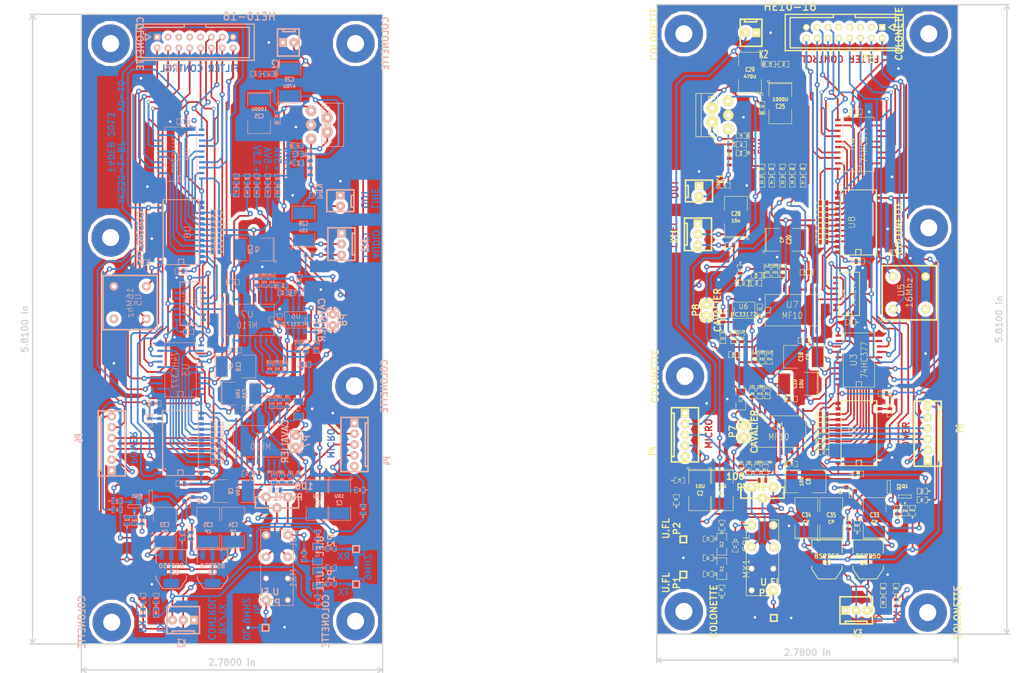
<source format=kicad_pcb>
(kicad_pcb (version 3) (host pcbnew "(2013-05-31 BZR 4019)-stable")
  (layers (15 Dessus.Cu signal) (0 Dessous.Cu signal hide))
  (net 0 "")
  (net 1 +12V)
  (net 2 +3.3V)
  (net 3 +5VA)
  (net 4 +5VD)
  (net 5 -5VA)
  (net 6 /BD0)
  (net 7 /BD1)
  (net 8 /BD2)
  (net 9 /BD3)
  (net 10 /BD4)
  (net 11 /BD5)
  (net 12 /BD6)
  (net 13 /BD7)
  (net 14 "/Filtre Passe Bas/AFR")
  (net 15 "/Filtre Passe Bas/AFRF")
  (net 16 "/Filtre Passe Bas/CSFPB")
  (net 17 "/Filtre Passe Bas/OSC")
  (net 18 /HP/BFIN)
  (net 19 /HP/HP1)
  (net 20 /HP/LINEOUT)
  (net 21 /MIC/+12VRX)
  (net 22 /MIC/+12VTX)
  (net 23 /MIC/AFE)
  (net 24 /MIC/BFE)
  (net 25 /MIC/PTT)
  (net 26 "/Mixer 9Mhz/OL9MHZ")
  (net 27 "/Mixer 9Mhz/RX9MHZ")
  (net 28 "/Mixer 9Mhz/TX9MHZ")
  (net 29 /NOTCH/AFRFN)
  (net 30 /NOTCH/CSFN)
  (net 31 GND)
  (net 32 N-00000100)
  (net 33 N-00000101)
  (net 34 N-00000102)
  (net 35 N-00000103)
  (net 36 N-0000036)
  (net 37 N-0000037)
  (net 38 N-0000038)
  (net 39 N-0000039)
  (net 40 N-0000040)
  (net 41 N-0000041)
  (net 42 N-0000042)
  (net 43 N-0000043)
  (net 44 N-0000044)
  (net 45 N-0000045)
  (net 46 N-0000046)
  (net 47 N-0000047)
  (net 48 N-0000048)
  (net 49 N-0000049)
  (net 50 N-0000050)
  (net 51 N-0000051)
  (net 52 N-0000052)
  (net 53 N-0000053)
  (net 54 N-0000054)
  (net 55 N-0000055)
  (net 56 N-0000056)
  (net 57 N-0000059)
  (net 58 N-0000060)
  (net 59 N-0000061)
  (net 60 N-0000062)
  (net 61 N-0000063)
  (net 62 N-0000064)
  (net 63 N-0000065)
  (net 64 N-0000066)
  (net 65 N-0000067)
  (net 66 N-0000068)
  (net 67 N-0000069)
  (net 68 N-0000070)
  (net 69 N-0000071)
  (net 70 N-0000072)
  (net 71 N-0000073)
  (net 72 N-0000074)
  (net 73 N-0000075)
  (net 74 N-0000076)
  (net 75 N-0000077)
  (net 76 N-0000078)
  (net 77 N-0000079)
  (net 78 N-0000080)
  (net 79 N-0000081)
  (net 80 N-0000082)
  (net 81 N-0000083)
  (net 82 N-0000084)
  (net 83 N-0000085)
  (net 84 N-0000086)
  (net 85 N-0000087)
  (net 86 N-0000088)
  (net 87 N-0000089)
  (net 88 N-0000090)
  (net 89 N-0000091)
  (net 90 N-0000092)
  (net 91 N-0000093)
  (net 92 N-0000094)
  (net 93 N-0000095)
  (net 94 N-0000096)
  (net 95 N-0000097)
  (net 96 N-0000099)
  (module SM2112L (layer Dessous.Cu) (at 89.535 110.617)
    (fp_text reference C18)
    (fp_text value CP)
    (pad 2 smd rect (at 3.175 0) (size 2.794 4.826) (layers Dessous.Cu Dessous.Pate Dessous.Masque) (net 31 GND))
    (pad 1 smd rect (at -3.175 0) (size 2.794 4.826) (layers Dessous.Cu Dessous.Pate Dessous.Masque) (net 3 +5VA))
  )
  (module SM2112L (layer Dessous.Cu) (at 93.853 83.185 180)
    (fp_text reference C20)
    (fp_text value CP)
    (pad 2 smd rect (at 3.175 0 180) (size 2.794 4.826) (layers Dessous.Cu Dessous.Pate Dessous.Masque) (net 5 -5VA))
    (pad 1 smd rect (at -3.175 0 180) (size 2.794 4.826) (layers Dessous.Cu Dessous.Pate Dessous.Masque) (net 31 GND))
  )
  (module SM2112L (layer Dessous.Cu) (at 91.059 116.967)
    (fp_text reference C10)
    (fp_text value 10U)
    (pad 2 smd rect (at 3.175 0) (size 2.794 4.826) (layers Dessous.Cu Dessous.Pate Dessous.Masque) (net 5 -5VA))
    (pad 1 smd rect (at -3.175 0) (size 2.794 4.826) (layers Dessous.Cu Dessous.Pate Dessous.Masque) (net 31 GND))
  )
  (module SM2112L (layer Dessous.Cu) (at 89.281 139.827 180)
    (fp_text reference C8)
    (fp_text value 10U)
    (pad 2 smd rect (at 3.175 0 180) (size 2.794 4.826) (layers Dessous.Cu Dessous.Pate Dessous.Masque) (net 31 GND))
    (pad 1 smd rect (at -3.175 0 180) (size 2.794 4.826) (layers Dessous.Cu Dessous.Pate Dessous.Masque) (net 3 +5VA))
  )
  (module SM2112L (layer Dessous.Cu) (at 105.537 77.851 90)
    (fp_text reference C28)
    (fp_text value 15n)
    (pad 2 smd rect (at 3.175 0 90) (size 2.794 4.826) (layers Dessous.Cu Dessous.Pate Dessous.Masque) (net 20 /HP/LINEOUT))
    (pad 1 smd rect (at -3.175 0 90) (size 2.794 4.826) (layers Dessous.Cu Dessous.Pate Dessous.Masque) (net 18 /HP/BFIN))
  )
  (module SM2112L (layer Dessous.Cu) (at 89.027 148.463 90)
    (fp_text reference C34)
    (fp_text value CP)
    (pad 2 smd rect (at 3.175 0 90) (size 2.794 4.826) (layers Dessous.Cu Dessous.Pate Dessous.Masque) (net 31 GND))
    (pad 1 smd rect (at -3.175 0 90) (size 2.794 4.826) (layers Dessous.Cu Dessous.Pate Dessous.Masque) (net 1 +12V))
  )
  (module SM2112L (layer Dessous.Cu) (at 73.025 148.463 90)
    (fp_text reference C33)
    (fp_text value CP)
    (pad 2 smd rect (at 3.175 0 90) (size 2.794 4.826) (layers Dessous.Cu Dessous.Pate Dessous.Masque) (net 31 GND))
    (pad 1 smd rect (at -3.175 0 90) (size 2.794 4.826) (layers Dessous.Cu Dessous.Pate Dessous.Masque) (net 22 /MIC/+12VTX))
  )
  (module SM2112L (layer Dessous.Cu) (at 113.919 141.859 270)
    (fp_text reference C2)
    (fp_text value 10U)
    (pad 2 smd rect (at 3.175 0 270) (size 2.794 4.826) (layers Dessous.Cu Dessous.Pate Dessous.Masque) (net 50 N-0000050))
    (pad 1 smd rect (at -3.175 0 270) (size 2.794 4.826) (layers Dessous.Cu Dessous.Pate Dessous.Masque) (net 23 /MIC/AFE))
  )
  (module SM2112L (layer Dessous.Cu) (at 108.839 141.859 270)
    (fp_text reference C1)
    (fp_text value 10U)
    (pad 2 smd rect (at 3.175 0 270) (size 2.794 4.826) (layers Dessous.Cu Dessous.Pate Dessous.Masque) (net 50 N-0000050))
    (pad 1 smd rect (at -3.175 0 270) (size 2.794 4.826) (layers Dessous.Cu Dessous.Pate Dessous.Masque) (net 14 "/Filtre Passe Bas/AFR"))
  )
  (module SM2112L (layer Dessous.Cu) (at 83.185 148.463 90)
    (fp_text reference C35)
    (fp_text value CP)
    (pad 2 smd rect (at 3.175 0 90) (size 2.794 4.826) (layers Dessous.Cu Dessous.Pate Dessous.Masque) (net 31 GND))
    (pad 1 smd rect (at -3.175 0 90) (size 2.794 4.826) (layers Dessous.Cu Dessous.Pate Dessous.Masque) (net 21 /MIC/+12VRX))
  )
  (module SM2112L (layer Dessous.Cu) (at 102.235 44.069 90)
    (fp_text reference C29)
    (fp_text value 470U)
    (pad 2 smd rect (at 3.175 0 90) (size 2.794 4.826) (layers Dessous.Cu Dessous.Pate Dessous.Masque) (net 19 /HP/HP1))
    (pad 1 smd rect (at -3.175 0 90) (size 2.794 4.826) (layers Dessous.Cu Dessous.Pate Dessous.Masque) (net 32 N-00000100))
  )
  (module XTAL_QUAD (layer Dessous.Cu) (at 64.897 95.631 90)
    (fp_text reference U5)
    (fp_text value 16Mhz)
    (pad 5 thru_hole circle (at 3.81 3.81 90) (size 1.99898 1.99898) (drill 1) (layers *.Cu *.Mask Dessous.SilkS) (net 17 "/Filtre Passe Bas/OSC"))
    (pad 8 thru_hole circle (at -3.81 3.81 90) (size 1.99898 1.99898) (drill 1) (layers *.Cu *.Mask Dessous.SilkS) (net 4 +5VD))
    (pad 4 thru_hole circle (at 3.81 -3.81 90) (size 1.99898 1.99898) (drill 1) (layers *.Cu *.Mask Dessous.SilkS) (net 31 GND))
    (pad 1 thru_hole circle (at -3.81 -3.81 90) (size 1.99898 1.99898) (drill 1) (layers *.Cu *.Mask Dessous.SilkS))
  )
  (module KK-6 (layer Dessous.Cu) (at 60.579 128.651 270)
    (fp_text reference P6)
    (fp_text value CONN_6 hide)
    (pad 5 thru_hole circle (at -3.81 0 270) (size 1.99898 1.99898) (drill 1.00076) (layers *.Cu *.Mask Dessous.SilkS) (net 4 +5VD))
    (pad 1 thru_hole rect (at 6.35 0 270) (size 1.99898 1.99898) (drill 1.00076) (layers *.Cu *.Mask Dessous.SilkS) (net 31 GND))
    (pad 2 thru_hole circle (at 3.81 0 270) (size 1.99898 1.99898) (drill 1.00076) (layers *.Cu *.Mask Dessous.SilkS) (net 2 +3.3V))
    (pad 3 thru_hole circle (at 1.27 0 270) (size 1.99898 1.99898) (drill 1.00076) (layers *.Cu *.Mask Dessous.SilkS) (net 5 -5VA))
    (pad 4 thru_hole circle (at -1.27 0 270) (size 1.99898 1.99898) (drill 1.00076) (layers *.Cu *.Mask Dessous.SilkS) (net 3 +5VA))
    (pad 6 thru_hole circle (at -6.35 0 270) (size 1.99898 1.99898) (drill 1.00076) (layers *.Cu *.Mask Dessous.SilkS) (net 1 +12V))
  )
  (module SM0603 (layer Dessous.Cu) (at 67.945 168.275 90)
    (fp_text reference D9)
    (fp_text value LED hide)
    (pad 1 smd rect (at -0.762 0 90) (size 0.635 1.143) (layers Dessous.Cu Dessous.Pate Dessous.Masque) (net 21 /MIC/+12VRX))
    (pad 2 smd rect (at 0.762 0 90) (size 0.635 1.143) (layers Dessous.Cu Dessous.Pate Dessous.Masque) (net 45 N-0000045))
  )
  (module SM0603 (layer Dessous.Cu) (at 70.993 168.275 90)
    (fp_text reference D8)
    (fp_text value LED hide)
    (pad 1 smd rect (at -0.762 0 90) (size 0.635 1.143) (layers Dessous.Cu Dessous.Pate Dessous.Masque) (net 22 /MIC/+12VTX))
    (pad 2 smd rect (at 0.762 0 90) (size 0.635 1.143) (layers Dessous.Cu Dessous.Pate Dessous.Masque) (net 46 N-0000046))
  )
  (module SM0603 (layer Dessous.Cu) (at 89.789 69.723 90)
    (fp_text reference D7)
    (fp_text value LED hide)
    (pad 1 smd rect (at -0.762 0 90) (size 0.635 1.143) (layers Dessous.Cu Dessous.Pate Dessous.Masque) (net 2 +3.3V))
    (pad 2 smd rect (at 0.762 0 90) (size 0.635 1.143) (layers Dessous.Cu Dessous.Pate Dessous.Masque) (net 40 N-0000040))
  )
  (module SM0603 (layer Dessous.Cu) (at 92.329 69.723 90)
    (fp_text reference D6)
    (fp_text value LED hide)
    (pad 1 smd rect (at -0.762 0 90) (size 0.635 1.143) (layers Dessous.Cu Dessous.Pate Dessous.Masque) (net 5 -5VA))
    (pad 2 smd rect (at 0.762 0 90) (size 0.635 1.143) (layers Dessous.Cu Dessous.Pate Dessous.Masque) (net 41 N-0000041))
  )
  (module SM0603 (layer Dessous.Cu) (at 94.615 69.723 90)
    (fp_text reference D5)
    (fp_text value LED hide)
    (pad 1 smd rect (at -0.762 0 90) (size 0.635 1.143) (layers Dessous.Cu Dessous.Pate Dessous.Masque) (net 3 +5VA))
    (pad 2 smd rect (at 0.762 0 90) (size 0.635 1.143) (layers Dessous.Cu Dessous.Pate Dessous.Masque) (net 42 N-0000042))
  )
  (module SM0603 (layer Dessous.Cu) (at 97.155 69.723 90)
    (fp_text reference D4)
    (fp_text value LED hide)
    (pad 1 smd rect (at -0.762 0 90) (size 0.635 1.143) (layers Dessous.Cu Dessous.Pate Dessous.Masque) (net 4 +5VD))
    (pad 2 smd rect (at 0.762 0 90) (size 0.635 1.143) (layers Dessous.Cu Dessous.Pate Dessous.Masque) (net 43 N-0000043))
  )
  (module SM0603 (layer Dessous.Cu) (at 99.441 69.723 90)
    (fp_text reference D3)
    (fp_text value LED hide)
    (pad 1 smd rect (at -0.762 0 90) (size 0.635 1.143) (layers Dessous.Cu Dessous.Pate Dessous.Masque) (net 1 +12V))
    (pad 2 smd rect (at 0.762 0 90) (size 0.635 1.143) (layers Dessous.Cu Dessous.Pate Dessous.Masque) (net 44 N-0000044))
  )
  (module SM0603_Resistor (layer Dessous.Cu) (at 67.945 164.973 90)
    (fp_text reference R61)
    (fp_text value 1k)
    (pad 1 smd rect (at -0.762 0 90) (size 0.635 1.143) (layers Dessous.Cu Dessous.Pate Dessous.Masque) (net 45 N-0000045))
    (pad 2 smd rect (at 0.762 0 90) (size 0.635 1.143) (layers Dessous.Cu Dessous.Pate Dessous.Masque) (net 31 GND))
  )
  (module SM0603_Resistor (layer Dessous.Cu) (at 70.993 164.973 90)
    (fp_text reference R60)
    (fp_text value 1k)
    (pad 1 smd rect (at -0.762 0 90) (size 0.635 1.143) (layers Dessous.Cu Dessous.Pate Dessous.Masque) (net 46 N-0000046))
    (pad 2 smd rect (at 0.762 0 90) (size 0.635 1.143) (layers Dessous.Cu Dessous.Pate Dessous.Masque) (net 31 GND))
  )
  (module SM0603_Resistor (layer Dessous.Cu) (at 89.789 66.675 90)
    (fp_text reference R59)
    (fp_text value 1k)
    (pad 1 smd rect (at -0.762 0 90) (size 0.635 1.143) (layers Dessous.Cu Dessous.Pate Dessous.Masque) (net 40 N-0000040))
    (pad 2 smd rect (at 0.762 0 90) (size 0.635 1.143) (layers Dessous.Cu Dessous.Pate Dessous.Masque) (net 31 GND))
  )
  (module SM0603_Resistor (layer Dessous.Cu) (at 92.329 66.675 90)
    (fp_text reference R58)
    (fp_text value 1k)
    (pad 1 smd rect (at -0.762 0 90) (size 0.635 1.143) (layers Dessous.Cu Dessous.Pate Dessous.Masque) (net 41 N-0000041))
    (pad 2 smd rect (at 0.762 0 90) (size 0.635 1.143) (layers Dessous.Cu Dessous.Pate Dessous.Masque) (net 31 GND))
  )
  (module SM0603_Resistor (layer Dessous.Cu) (at 94.615 66.675 90)
    (fp_text reference R57)
    (fp_text value 1k)
    (pad 1 smd rect (at -0.762 0 90) (size 0.635 1.143) (layers Dessous.Cu Dessous.Pate Dessous.Masque) (net 42 N-0000042))
    (pad 2 smd rect (at 0.762 0 90) (size 0.635 1.143) (layers Dessous.Cu Dessous.Pate Dessous.Masque) (net 31 GND))
  )
  (module SM0603_Resistor (layer Dessous.Cu) (at 97.155 66.675 90)
    (fp_text reference R56)
    (fp_text value 1k)
    (pad 1 smd rect (at -0.762 0 90) (size 0.635 1.143) (layers Dessous.Cu Dessous.Pate Dessous.Masque) (net 43 N-0000043))
    (pad 2 smd rect (at 0.762 0 90) (size 0.635 1.143) (layers Dessous.Cu Dessous.Pate Dessous.Masque) (net 31 GND))
  )
  (module SM0603_Resistor (layer Dessous.Cu) (at 99.441 66.675 90)
    (fp_text reference R55)
    (fp_text value 1k)
    (pad 1 smd rect (at -0.762 0 90) (size 0.635 1.143) (layers Dessous.Cu Dessous.Pate Dessous.Masque) (net 44 N-0000044))
    (pad 2 smd rect (at 0.762 0 90) (size 0.635 1.143) (layers Dessous.Cu Dessous.Pate Dessous.Masque) (net 31 GND))
  )
  (module KK-3 (layer Dessous.Cu) (at 114.427 84.455 90)
    (fp_text reference K11)
    (fp_text value CONN_3 hide)
    (pad 1 thru_hole rect (at 5.08 0 90) (size 1.89992 2.10058) (drill 1.00076) (layers *.Cu *.Mask Dessous.SilkS) (net 31 GND))
    (pad 2 thru_hole circle (at 2.54 0 90) (size 2.10058 2.10058) (drill 0.89916) (layers *.Cu *.Mask Dessous.SilkS) (net 18 /HP/BFIN))
    (pad 3 thru_hole circle (at 0 0 90) (size 2.10058 2.10058) (drill 0.89916) (layers *.Cu *.Mask Dessous.SilkS) (net 29 /NOTCH/AFRFN))
  )
  (module CAVALIER (layer Dessous.Cu) (at 103.759 129.413 90)
    (fp_text reference P7)
    (fp_text value CAVALIER)
    (pad 1 thru_hole circle (at 0 0 90) (size 1.99898 1.99898) (drill 0.8001) (layers *.Cu *.Mask Dessous.SilkS) (net 14 "/Filtre Passe Bas/AFR"))
    (pad 2 thru_hole circle (at 2.54 0 90) (size 1.99898 1.99898) (drill 0.8001) (layers *.Cu *.Mask Dessous.SilkS) (net 67 N-0000069))
  )
  (module CAVALIER (layer Dessous.Cu) (at 112.395 100.965 90)
    (fp_text reference P8)
    (fp_text value CAVALIER)
    (pad 1 thru_hole circle (at 0 0 90) (size 1.99898 1.99898) (drill 0.8001) (layers *.Cu *.Mask Dessous.SilkS) (net 15 "/Filtre Passe Bas/AFRF"))
    (pad 2 thru_hole circle (at 2.54 0 90) (size 1.99898 1.99898) (drill 0.8001) (layers *.Cu *.Mask Dessous.SilkS) (net 78 N-0000080))
  )
  (module UFL (layer Dessous.Cu) (at 117.094 160.909 270)
    (fp_text reference P1)
    (fp_text value U.FL)
    (pad 1 smd rect (at 0.762 0.508 270) (size 0.8 2) (layers Dessous.Cu Dessous.Pate Dessous.Masque) (net 28 "/Mixer 9Mhz/TX9MHZ"))
    (pad 2 smd rect (at 0.762 -2.54 270) (size 0.8 2) (layers Dessous.Cu Dessous.Pate Dessous.Masque) (net 31 GND))
    (pad 2 smd rect (at -0.508 -0.762 270) (size 0.8 2) (layers Dessous.Cu Dessous.Pate Dessous.Masque) (net 31 GND))
    (pad 2 smd rect (at 2.032 -0.762 270) (size 0.8 2) (layers Dessous.Cu Dessous.Pate Dessous.Masque) (net 31 GND))
  )
  (module UFL (layer Dessous.Cu) (at 117.094 152.654 270)
    (fp_text reference P2)
    (fp_text value U.FL)
    (pad 1 smd rect (at 0.762 0.508 270) (size 0.8 2) (layers Dessous.Cu Dessous.Pate Dessous.Masque) (net 27 "/Mixer 9Mhz/RX9MHZ"))
    (pad 2 smd rect (at 0.762 -2.54 270) (size 0.8 2) (layers Dessous.Cu Dessous.Pate Dessous.Masque) (net 31 GND))
    (pad 2 smd rect (at -0.508 -0.762 270) (size 0.8 2) (layers Dessous.Cu Dessous.Pate Dessous.Masque) (net 31 GND))
    (pad 2 smd rect (at 2.032 -0.762 270) (size 0.8 2) (layers Dessous.Cu Dessous.Pate Dessous.Masque) (net 31 GND))
  )
  (module UFL (layer Dessous.Cu) (at 97.409 171.069 180)
    (fp_text reference P3)
    (fp_text value U.FL)
    (pad 1 smd rect (at 0.762 0.508 180) (size 0.8 2) (layers Dessous.Cu Dessous.Pate Dessous.Masque) (net 26 "/Mixer 9Mhz/OL9MHZ"))
    (pad 2 smd rect (at 0.762 -2.54 180) (size 0.8 2) (layers Dessous.Cu Dessous.Pate Dessous.Masque) (net 31 GND))
    (pad 2 smd rect (at -0.508 -0.762 180) (size 0.8 2) (layers Dessous.Cu Dessous.Pate Dessous.Masque) (net 31 GND))
    (pad 2 smd rect (at 2.032 -0.762 180) (size 0.8 2) (layers Dessous.Cu Dessous.Pate Dessous.Masque) (net 31 GND))
  )
  (module POT_10T_T93YB (layer Dessous.Cu) (at 101.854 141.224 180)
    (fp_text reference RVAR1)
    (fp_text value 100)
    (pad 1 thru_hole circle (at 0 0 180) (size 2.19964 2.19964) (drill 1.00076) (layers *.Cu *.Mask Dessous.SilkS) (net 51 N-0000051))
    (pad 3 thru_hole circle (at 5.08 0 180) (size 2.19964 2.19964) (drill 1.00076) (layers *.Cu *.Mask Dessous.SilkS) (net 50 N-0000050))
    (pad 2 thru_hole circle (at 2.54 -2.54 180) (size 2.19964 2.19964) (drill 1.00076) (layers *.Cu *.Mask Dessous.SilkS) (net 49 N-0000049))
  )
  (module COLONETTE (layer Dessous.Cu) (at 60.325 80.391 90)
    (fp_text reference K8)
    (fp_text value COLONETTE)
    (pad 1 thru_hole circle (at 0 0 90) (size 8.99922 8.99922) (drill 4.0005) (layers *.Cu))
  )
  (module COLONETTE (layer Dessous.Cu) (at 60.325 34.925 90)
    (fp_text reference K6)
    (fp_text value COLONETTE)
    (pad 1 thru_hole circle (at 0 0 90) (size 8.99922 8.99922) (drill 4.0005) (layers *.Cu))
  )
  (module COLONETTE (layer Dessous.Cu) (at 117.729 34.925 90)
    (fp_text reference K5)
    (fp_text value COLONETTE)
    (pad 1 thru_hole circle (at 0 0 90) (size 8.99922 8.99922) (drill 4.0005) (layers *.Cu))
  )
  (module COLONETTE (layer Dessous.Cu) (at 60.579 170.561 270)
    (fp_text reference K7)
    (fp_text value COLONETTE)
    (pad 1 thru_hole circle (at 0 0 270) (size 8.99922 8.99922) (drill 4.0005) (layers *.Cu))
  )
  (module COLONETTE (layer Dessous.Cu) (at 117.475 115.189 90)
    (fp_text reference K10)
    (fp_text value COLONETTE)
    (pad 1 thru_hole circle (at 0 0 90) (size 8.99922 8.99922) (drill 4.0005) (layers *.Cu))
  )
  (module COLONETTE (layer Dessous.Cu) (at 117.729 170.307 270)
    (fp_text reference K9)
    (fp_text value COLONETTE)
    (pad 1 thru_hole circle (at 0 0 270) (size 8.99922 8.99922) (drill 4.0005) (layers *.Cu))
  )
  (module KK-2 (layer Dessous.Cu) (at 103.251 34.671 180)
    (fp_text reference K2)
    (fp_text value CONN_2 hide)
    (pad 1 thru_hole rect (at 2.54 0 180) (size 1.80086 2.10058) (drill 0.8001) (layers *.Cu *.Mask Dessous.SilkS) (net 31 GND))
    (pad 2 thru_hole circle (at 0 0 180) (size 2.10058 2.10058) (drill 0.8001) (layers *.Cu *.Mask Dessous.SilkS) (net 19 /HP/HP1))
  )
  (module KK-2 (layer Dessous.Cu) (at 114.173 73.025 90)
    (fp_text reference K1)
    (fp_text value CONN_2 hide)
    (pad 1 thru_hole rect (at 2.54 0 90) (size 1.80086 2.10058) (drill 0.8001) (layers *.Cu *.Mask Dessous.SilkS) (net 31 GND))
    (pad 2 thru_hole circle (at 0 0 90) (size 2.10058 2.10058) (drill 0.8001) (layers *.Cu *.Mask Dessous.SilkS) (net 20 /HP/LINEOUT))
  )
  (module he10-16d (layer Dessous.Cu) (at 80.137 34.671)
    (fp_text reference P5)
    (fp_text value HE10-16)
    (pad 1 thru_hole rect (at -8.89 -1.27) (size 1.524 1.524) (drill 0.8001) (layers *.Cu *.Mask Dessous.SilkS) (net 31 GND))
    (pad 2 thru_hole circle (at -8.89 1.27) (size 1.524 1.524) (drill 0.8001) (layers *.Cu *.Mask Dessous.SilkS) (net 6 /BD0))
    (pad 3 thru_hole circle (at -6.35 -1.27) (size 1.524 1.524) (drill 0.8001) (layers *.Cu *.Mask Dessous.SilkS))
    (pad 4 thru_hole circle (at -6.35 1.27) (size 1.524 1.524) (drill 0.8001) (layers *.Cu *.Mask Dessous.SilkS) (net 7 /BD1))
    (pad 5 thru_hole circle (at -3.81 -1.27) (size 1.524 1.524) (drill 0.8001) (layers *.Cu *.Mask Dessous.SilkS))
    (pad 6 thru_hole circle (at -3.81 1.27) (size 1.524 1.524) (drill 0.8001) (layers *.Cu *.Mask Dessous.SilkS) (net 8 /BD2))
    (pad 7 thru_hole circle (at -1.27 -1.27) (size 1.524 1.524) (drill 0.8001) (layers *.Cu *.Mask Dessous.SilkS))
    (pad 8 thru_hole circle (at -1.27 1.27) (size 1.524 1.524) (drill 0.8001) (layers *.Cu *.Mask Dessous.SilkS) (net 9 /BD3))
    (pad 9 thru_hole circle (at 1.27 -1.27) (size 1.524 1.524) (drill 0.8001) (layers *.Cu *.Mask Dessous.SilkS))
    (pad 10 thru_hole circle (at 1.27 1.27) (size 1.524 1.524) (drill 0.8001) (layers *.Cu *.Mask Dessous.SilkS) (net 10 /BD4))
    (pad 11 thru_hole circle (at 3.81 -1.27) (size 1.524 1.524) (drill 0.8001) (layers *.Cu *.Mask Dessous.SilkS) (net 30 /NOTCH/CSFN))
    (pad 12 thru_hole circle (at 3.81 1.27) (size 1.524 1.524) (drill 0.8001) (layers *.Cu *.Mask Dessous.SilkS) (net 11 /BD5))
    (pad 13 thru_hole circle (at 6.35 -1.27) (size 1.524 1.524) (drill 0.8001) (layers *.Cu *.Mask Dessous.SilkS) (net 16 "/Filtre Passe Bas/CSFPB"))
    (pad 14 thru_hole circle (at 6.35 1.27) (size 1.524 1.524) (drill 0.8001) (layers *.Cu *.Mask Dessous.SilkS) (net 12 /BD6))
    (pad 15 thru_hole circle (at 8.89 -1.27) (size 1.524 1.524) (drill 0.8001) (layers *.Cu *.Mask Dessous.SilkS) (net 31 GND))
    (pad 16 thru_hole circle (at 8.89 1.27) (size 1.524 1.524) (drill 0.8001) (layers *.Cu *.Mask Dessous.SilkS) (net 13 /BD7))
  )
  (module KK-3 (layer Dessous.Cu) (at 74.803 170.053)
    (fp_text reference K3)
    (fp_text value CONN_3 hide)
    (pad 1 thru_hole rect (at 5.08 0) (size 1.89992 2.10058) (drill 1.00076) (layers *.Cu *.Mask Dessous.SilkS) (net 31 GND))
    (pad 2 thru_hole circle (at 2.54 0) (size 2.10058 2.10058) (drill 0.89916) (layers *.Cu *.Mask Dessous.SilkS) (net 21 /MIC/+12VRX))
    (pad 3 thru_hole circle (at 0 0) (size 2.10058 2.10058) (drill 0.89916) (layers *.Cu *.Mask Dessous.SilkS) (net 22 /MIC/+12VTX))
  )
  (module KK-5 (layer Dessous.Cu) (at 117.475 131.445 90)
    (fp_text reference P4)
    (fp_text value CONN_5 hide)
    (pad 5 thru_hole circle (at -2.54 0 90) (size 1.99898 1.99898) (drill 1.00076) (layers *.Cu *.Mask Dessous.SilkS))
    (pad 1 thru_hole rect (at 7.62 0 90) (size 1.99898 1.99898) (drill 1.00076) (layers *.Cu *.Mask Dessous.SilkS) (net 31 GND))
    (pad 2 thru_hole circle (at 5.08 0 90) (size 1.99898 1.99898) (drill 1.00076) (layers *.Cu *.Mask Dessous.SilkS) (net 19 /HP/HP1))
    (pad 3 thru_hole circle (at 2.54 0 90) (size 1.99898 1.99898) (drill 1.00076) (layers *.Cu *.Mask Dessous.SilkS) (net 25 /MIC/PTT))
    (pad 4 thru_hole circle (at 0 0 90) (size 1.99898 1.99898) (drill 1.00076) (layers *.Cu *.Mask Dessous.SilkS) (net 24 /MIC/BFE))
  )
  (module SBL1 (layer Dessous.Cu) (at 99.314 157.734 90)
    (fp_text reference MX1)
    (fp_text value SBL-1)
    (pad 1 thru_hole circle (at 7.62 2.54 90) (size 2 2) (drill 1) (layers *.Cu *.Mask Dessous.SilkS) (net 52 N-0000052))
    (pad 2 thru_hole circle (at 7.62 -2.54 90) (size 2 2) (drill 1) (layers *.Cu *.Mask Dessous.SilkS) (net 31 GND))
    (pad 3 thru_hole circle (at 2.54 2.54 90) (size 2 2) (drill 1) (layers *.Cu *.Mask Dessous.SilkS) (net 51 N-0000051))
    (pad 4 thru_hole circle (at 2.54 -2.54 90) (size 2 2) (drill 1) (layers *.Cu *.Mask Dessous.SilkS) (net 49 N-0000049))
    (pad 5 thru_hole circle (at -2.54 2.54 90) (size 1.4 1.4) (drill 1) (layers *.Cu *.Mask Dessous.SilkS) (net 31 GND))
    (pad 6 thru_hole circle (at -2.54 -2.54 90) (size 1.4 1.4) (drill 1) (layers *.Cu *.Mask Dessous.SilkS) (net 31 GND))
    (pad 7 thru_hole circle (at -7.62 2.54 90) (size 1.4 1.4) (drill 1) (layers *.Cu *.Mask Dessous.SilkS) (net 31 GND))
    (pad 8 thru_hole circle (at -7.62 -2.54 90) (size 2 2) (drill 1) (layers *.Cu *.Mask Dessous.SilkS) (net 26 "/Mixer 9Mhz/OL9MHZ"))
  )
  (module SOT223 (layer Dessous.Cu) (at 84.201 158.115)
    (fp_text reference Q5)
    (fp_text value BSP250)
    (pad 4 smd rect (at 0 3.302) (size 3.6576 2.032) (layers Dessous.Cu Dessous.Pate Dessous.Masque) (net 21 /MIC/+12VRX))
    (pad 2 smd rect (at 0 -3.302) (size 1.016 2.032) (layers Dessous.Cu Dessous.Pate Dessous.Masque) (net 21 /MIC/+12VRX))
    (pad 3 smd rect (at 2.286 -3.302) (size 1.016 2.032) (layers Dessous.Cu Dessous.Pate Dessous.Masque) (net 1 +12V))
    (pad 1 smd rect (at -2.286 -3.302) (size 1.016 2.032) (layers Dessous.Cu Dessous.Pate Dessous.Masque) (net 37 N-0000037))
  )
  (module SOT223 (layer Dessous.Cu) (at 74.549 158.115)
    (fp_text reference Q3)
    (fp_text value BSP250)
    (pad 4 smd rect (at 0 3.302) (size 3.6576 2.032) (layers Dessous.Cu Dessous.Pate Dessous.Masque) (net 22 /MIC/+12VTX))
    (pad 2 smd rect (at 0 -3.302) (size 1.016 2.032) (layers Dessous.Cu Dessous.Pate Dessous.Masque) (net 22 /MIC/+12VTX))
    (pad 3 smd rect (at 2.286 -3.302) (size 1.016 2.032) (layers Dessous.Cu Dessous.Pate Dessous.Masque) (net 1 +12V))
    (pad 1 smd rect (at -2.286 -3.302) (size 1.016 2.032) (layers Dessous.Cu Dessous.Pate Dessous.Masque) (net 36 N-0000036))
  )
  (module SM0603_Capa (layer Dessous.Cu) (at 67.691 86.233 180)
    (fp_text reference C16)
    (fp_text value 100n)
    (pad 1 smd rect (at -0.762 0 180) (size 0.635 1.143) (layers Dessous.Cu Dessous.Pate Dessous.Masque) (net 31 GND))
    (pad 2 smd rect (at 0.762 0 180) (size 0.635 1.143) (layers Dessous.Cu Dessous.Pate Dessous.Masque) (net 4 +5VD))
  )
  (module SM0603_Capa (layer Dessous.Cu) (at 78.613 102.489)
    (fp_text reference C15)
    (fp_text value C)
    (pad 1 smd rect (at -0.762 0) (size 0.635 1.143) (layers Dessous.Cu Dessous.Pate Dessous.Masque) (net 4 +5VD))
    (pad 2 smd rect (at 0.762 0) (size 0.635 1.143) (layers Dessous.Cu Dessous.Pate Dessous.Masque) (net 31 GND))
  )
  (module SM0603_Capa (layer Dessous.Cu) (at 70.993 119.253)
    (fp_text reference C14)
    (fp_text value 100n)
    (pad 1 smd rect (at -0.762 0) (size 0.635 1.143) (layers Dessous.Cu Dessous.Pate Dessous.Masque) (net 4 +5VD))
    (pad 2 smd rect (at 0.762 0) (size 0.635 1.143) (layers Dessous.Cu Dessous.Pate Dessous.Masque) (net 31 GND))
  )
  (module SM0603_Capa (layer Dessous.Cu) (at 76.835 138.049 180)
    (fp_text reference C13)
    (fp_text value C)
    (pad 1 smd rect (at -0.762 0 180) (size 0.635 1.143) (layers Dessous.Cu Dessous.Pate Dessous.Masque) (net 4 +5VD))
    (pad 2 smd rect (at 0.762 0 180) (size 0.635 1.143) (layers Dessous.Cu Dessous.Pate Dessous.Masque) (net 31 GND))
  )
  (module SM0603_Capa (layer Dessous.Cu) (at 69.469 123.571 270)
    (fp_text reference C12)
    (fp_text value 100n)
    (pad 1 smd rect (at -0.762 0 270) (size 0.635 1.143) (layers Dessous.Cu Dessous.Pate Dessous.Masque) (net 4 +5VD))
    (pad 2 smd rect (at 0.762 0 270) (size 0.635 1.143) (layers Dessous.Cu Dessous.Pate Dessous.Masque) (net 31 GND))
  )
  (module SM0603_Capa (layer Dessous.Cu) (at 92.329 120.523 180)
    (fp_text reference C11)
    (fp_text value 100n)
    (pad 1 smd rect (at -0.762 0 180) (size 0.635 1.143) (layers Dessous.Cu Dessous.Pate Dessous.Masque) (net 5 -5VA))
    (pad 2 smd rect (at 0.762 0 180) (size 0.635 1.143) (layers Dessous.Cu Dessous.Pate Dessous.Masque) (net 31 GND))
  )
  (module SM0603_Capa (layer Dessous.Cu) (at 92.329 135.763 180)
    (fp_text reference C9)
    (fp_text value 100n)
    (pad 1 smd rect (at -0.762 0 180) (size 0.635 1.143) (layers Dessous.Cu Dessous.Pate Dessous.Masque) (net 3 +5VA))
    (pad 2 smd rect (at 0.762 0 180) (size 0.635 1.143) (layers Dessous.Cu Dessous.Pate Dessous.Masque) (net 31 GND))
  )
  (module SM0603_Capa (layer Dessous.Cu) (at 89.789 106.807)
    (fp_text reference C19)
    (fp_text value 100n)
    (pad 1 smd rect (at -0.762 0) (size 0.635 1.143) (layers Dessous.Cu Dessous.Pate Dessous.Masque) (net 3 +5VA))
    (pad 2 smd rect (at 0.762 0) (size 0.635 1.143) (layers Dessous.Cu Dessous.Pate Dessous.Masque) (net 31 GND))
  )
  (module SM0603_Capa (layer Dessous.Cu) (at 89.281 90.805)
    (fp_text reference C21)
    (fp_text value 100n)
    (pad 1 smd rect (at -0.762 0) (size 0.635 1.143) (layers Dessous.Cu Dessous.Pate Dessous.Masque) (net 5 -5VA))
    (pad 2 smd rect (at 0.762 0) (size 0.635 1.143) (layers Dessous.Cu Dessous.Pate Dessous.Masque) (net 31 GND))
  )
  (module SM0603_Capa (layer Dessous.Cu) (at 118.745 139.573 180)
    (fp_text reference C6)
    (fp_text value C)
    (pad 1 smd rect (at -0.762 0 180) (size 0.635 1.143) (layers Dessous.Cu Dessous.Pate Dessous.Masque) (net 24 /MIC/BFE))
    (pad 2 smd rect (at 0.762 0 180) (size 0.635 1.143) (layers Dessous.Cu Dessous.Pate Dessous.Masque) (net 23 /MIC/AFE))
  )
  (module SM0603_Capa (layer Dessous.Cu) (at 112.014 161.544)
    (fp_text reference C3)
    (fp_text value 1n)
    (pad 1 smd rect (at -0.762 0) (size 0.635 1.143) (layers Dessous.Cu Dessous.Pate Dessous.Masque) (net 48 N-0000048))
    (pad 2 smd rect (at 0.762 0) (size 0.635 1.143) (layers Dessous.Cu Dessous.Pate Dessous.Masque) (net 28 "/Mixer 9Mhz/TX9MHZ"))
  )
  (module SM0603_Capa (layer Dessous.Cu) (at 112.014 153.289)
    (fp_text reference C5)
    (fp_text value 1n)
    (pad 1 smd rect (at -0.762 0) (size 0.635 1.143) (layers Dessous.Cu Dessous.Pate Dessous.Masque) (net 53 N-0000053))
    (pad 2 smd rect (at 0.762 0) (size 0.635 1.143) (layers Dessous.Cu Dessous.Pate Dessous.Masque) (net 27 "/Mixer 9Mhz/RX9MHZ"))
  )
  (module SM0603_Capa (layer Dessous.Cu) (at 106.807 84.455)
    (fp_text reference C17)
    (fp_text value C)
    (pad 1 smd rect (at -0.762 0) (size 0.635 1.143) (layers Dessous.Cu Dessous.Pate Dessous.Masque) (net 78 N-0000080))
    (pad 2 smd rect (at 0.762 0) (size 0.635 1.143) (layers Dessous.Cu Dessous.Pate Dessous.Masque) (net 29 /NOTCH/AFRFN))
  )
  (module SM0603_Capa (layer Dessous.Cu) (at 105.664 155.194 270)
    (fp_text reference C4)
    (fp_text value 1n)
    (pad 1 smd rect (at -0.762 0 270) (size 0.635 1.143) (layers Dessous.Cu Dessous.Pate Dessous.Masque) (net 52 N-0000052))
    (pad 2 smd rect (at 0.762 0 270) (size 0.635 1.143) (layers Dessous.Cu Dessous.Pate Dessous.Masque) (net 54 N-0000054))
  )
  (module SM0603_Capa (layer Dessous.Cu) (at 77.089 53.213 180)
    (fp_text reference C24)
    (fp_text value 100n)
    (pad 1 smd rect (at -0.762 0 180) (size 0.635 1.143) (layers Dessous.Cu Dessous.Pate Dessous.Masque) (net 4 +5VD))
    (pad 2 smd rect (at 0.762 0 180) (size 0.635 1.143) (layers Dessous.Cu Dessous.Pate Dessous.Masque) (net 31 GND))
  )
  (module SM0603_Capa (layer Dessous.Cu) (at 99.441 51.943 90)
    (fp_text reference C26)
    (fp_text value 100n)
    (pad 1 smd rect (at -0.762 0 90) (size 0.635 1.143) (layers Dessous.Cu Dessous.Pate Dessous.Masque) (net 31 GND))
    (pad 2 smd rect (at 0.762 0 90) (size 0.635 1.143) (layers Dessous.Cu Dessous.Pate Dessous.Masque) (net 1 +12V))
  )
  (module SM0603_Capa (layer Dessous.Cu) (at 104.267 58.801)
    (fp_text reference C31)
    (fp_text value 100u)
    (pad 1 smd rect (at -0.762 0) (size 0.635 1.143) (layers Dessous.Cu Dessous.Pate Dessous.Masque) (net 35 N-00000103))
    (pad 2 smd rect (at 0.762 0) (size 0.635 1.143) (layers Dessous.Cu Dessous.Pate Dessous.Masque) (net 34 N-00000102))
  )
  (module SM0603_Capa (layer Dessous.Cu) (at 108.077 70.485 180)
    (fp_text reference C27)
    (fp_text value 470p)
    (pad 1 smd rect (at -0.762 0 180) (size 0.635 1.143) (layers Dessous.Cu Dessous.Pate Dessous.Masque) (net 31 GND))
    (pad 2 smd rect (at 0.762 0 180) (size 0.635 1.143) (layers Dessous.Cu Dessous.Pate Dessous.Masque) (net 20 /HP/LINEOUT))
  )
  (module SM0603_Capa (layer Dessous.Cu) (at 97.409 42.037 180)
    (fp_text reference C30)
    (fp_text value 100n)
    (pad 1 smd rect (at -0.762 0 180) (size 0.635 1.143) (layers Dessous.Cu Dessous.Pate Dessous.Masque) (net 19 /HP/HP1))
    (pad 2 smd rect (at 0.762 0 180) (size 0.635 1.143) (layers Dessous.Cu Dessous.Pate Dessous.Masque) (net 33 N-00000101))
  )
  (module SM0603_Capa (layer Dessous.Cu) (at 107.061 64.897 270)
    (fp_text reference C32)
    (fp_text value NC)
    (pad 1 smd rect (at -0.762 0 270) (size 0.635 1.143) (layers Dessous.Cu Dessous.Pate Dessous.Masque) (net 96 N-0000099))
    (pad 2 smd rect (at 0.762 0 270) (size 0.635 1.143) (layers Dessous.Cu Dessous.Pate Dessous.Masque) (net 20 /HP/LINEOUT))
  )
  (module SM0603_Capa (layer Dessous.Cu) (at 76.581 88.265 180)
    (fp_text reference C23)
    (fp_text value 100n)
    (pad 1 smd rect (at -0.762 0 180) (size 0.635 1.143) (layers Dessous.Cu Dessous.Pate Dessous.Masque) (net 4 +5VD))
    (pad 2 smd rect (at 0.762 0 180) (size 0.635 1.143) (layers Dessous.Cu Dessous.Pate Dessous.Masque) (net 31 GND))
  )
  (module SM0603_Capa (layer Dessous.Cu) (at 99.949 99.441 90)
    (fp_text reference C22)
    (fp_text value 100n)
    (pad 1 smd rect (at -0.762 0 90) (size 0.635 1.143) (layers Dessous.Cu Dessous.Pate Dessous.Masque) (net 4 +5VD))
    (pad 2 smd rect (at 0.762 0 90) (size 0.635 1.143) (layers Dessous.Cu Dessous.Pate Dessous.Masque) (net 31 GND))
  )
  (module SM0603_Resistor (layer Dessous.Cu) (at 98.171 119.253 270)
    (fp_text reference R12)
    (fp_text value 39k//39k)
    (pad 1 smd rect (at -0.762 0 270) (size 0.635 1.143) (layers Dessous.Cu Dessous.Pate Dessous.Masque) (net 70 N-0000072))
    (pad 2 smd rect (at 0.762 0 270) (size 0.635 1.143) (layers Dessous.Cu Dessous.Pate Dessous.Masque) (net 69 N-0000071))
  )
  (module SM0603_Resistor (layer Dessous.Cu) (at 99.949 119.253 270)
    (fp_text reference R10)
    (fp_text value 10k)
    (pad 1 smd rect (at -0.762 0 270) (size 0.635 1.143) (layers Dessous.Cu Dessous.Pate Dessous.Masque) (net 70 N-0000072))
    (pad 2 smd rect (at 0.762 0 270) (size 0.635 1.143) (layers Dessous.Cu Dessous.Pate Dessous.Masque) (net 58 N-0000060))
  )
  (module SM0603_Resistor (layer Dessous.Cu) (at 101.727 119.253 270)
    (fp_text reference R8)
    (fp_text value 10k)
    (pad 1 smd rect (at -0.762 0 270) (size 0.635 1.143) (layers Dessous.Cu Dessous.Pate Dessous.Masque) (net 70 N-0000072))
    (pad 2 smd rect (at 0.762 0 270) (size 0.635 1.143) (layers Dessous.Cu Dessous.Pate Dessous.Masque) (net 67 N-0000069))
  )
  (module SM0603_Resistor (layer Dessous.Cu) (at 100.584 137.033 270)
    (fp_text reference R9)
    (fp_text value 10k)
    (pad 1 smd rect (at -0.762 0 270) (size 0.635 1.143) (layers Dessous.Cu Dessous.Pate Dessous.Masque) (net 56 N-0000056))
    (pad 2 smd rect (at 0.762 0 270) (size 0.635 1.143) (layers Dessous.Cu Dessous.Pate Dessous.Masque) (net 71 N-0000073))
  )
  (module SM0603_Resistor (layer Dessous.Cu) (at 98.679 137.033 270)
    (fp_text reference R11)
    (fp_text value 39k//39k)
    (pad 1 smd rect (at -0.762 0 270) (size 0.635 1.143) (layers Dessous.Cu Dessous.Pate Dessous.Masque) (net 55 N-0000055))
    (pad 2 smd rect (at 0.762 0 270) (size 0.635 1.143) (layers Dessous.Cu Dessous.Pate Dessous.Masque) (net 71 N-0000073))
  )
  (module SM0603_Resistor (layer Dessous.Cu) (at 107.061 61.595 270)
    (fp_text reference R48)
    (fp_text value NC)
    (pad 1 smd rect (at -0.762 0 270) (size 0.635 1.143) (layers Dessous.Cu Dessous.Pate Dessous.Masque) (net 32 N-00000100))
    (pad 2 smd rect (at 0.762 0 270) (size 0.635 1.143) (layers Dessous.Cu Dessous.Pate Dessous.Masque) (net 96 N-0000099))
  )
  (module SM0603_Resistor (layer Dessous.Cu) (at 104.267 60.833 180)
    (fp_text reference R47)
    (fp_text value 470)
    (pad 1 smd rect (at -0.762 0 180) (size 0.635 1.143) (layers Dessous.Cu Dessous.Pate Dessous.Masque) (net 32 N-00000100))
    (pad 2 smd rect (at 0.762 0 180) (size 0.635 1.143) (layers Dessous.Cu Dessous.Pate Dessous.Masque) (net 35 N-00000103))
  )
  (module SM0603_Resistor (layer Dessous.Cu) (at 104.267 62.865)
    (fp_text reference R46)
    (fp_text value 10)
    (pad 1 smd rect (at -0.762 0) (size 0.635 1.143) (layers Dessous.Cu Dessous.Pate Dessous.Masque) (net 35 N-00000103))
    (pad 2 smd rect (at 0.762 0) (size 0.635 1.143) (layers Dessous.Cu Dessous.Pate Dessous.Masque) (net 31 GND))
  )
  (module SM0603_Resistor (layer Dessous.Cu) (at 84.963 74.549 180)
    (fp_text reference R44)
    (fp_text value R)
    (pad 1 smd rect (at -0.762 0 180) (size 0.635 1.143) (layers Dessous.Cu Dessous.Pate Dessous.Masque) (net 4 +5VD))
    (pad 2 smd rect (at 0.762 0 180) (size 0.635 1.143) (layers Dessous.Cu Dessous.Pate Dessous.Masque) (net 79 N-0000081))
  )
  (module SM0603_Resistor (layer Dessous.Cu) (at 102.489 137.033 270)
    (fp_text reference R7)
    (fp_text value 10k)
    (pad 1 smd rect (at -0.762 0 270) (size 0.635 1.143) (layers Dessous.Cu Dessous.Pate Dessous.Masque) (net 68 N-0000070))
    (pad 2 smd rect (at 0.762 0 270) (size 0.635 1.143) (layers Dessous.Cu Dessous.Pate Dessous.Masque) (net 71 N-0000073))
  )
  (module SM0603_Resistor (layer Dessous.Cu) (at 65.913 146.685 270)
    (fp_text reference R50)
    (fp_text value R)
    (pad 1 smd rect (at -0.762 0 270) (size 0.635 1.143) (layers Dessous.Cu Dessous.Pate Dessous.Masque) (net 38 N-0000038))
    (pad 2 smd rect (at 0.762 0 270) (size 0.635 1.143) (layers Dessous.Cu Dessous.Pate Dessous.Masque) (net 39 N-0000039))
  )
  (module SM0603_Resistor (layer Dessous.Cu) (at 61.849 142.113)
    (fp_text reference R53)
    (fp_text value R)
    (pad 1 smd rect (at -0.762 0) (size 0.635 1.143) (layers Dessous.Cu Dessous.Pate Dessous.Masque) (net 25 /MIC/PTT))
    (pad 2 smd rect (at 0.762 0) (size 0.635 1.143) (layers Dessous.Cu Dessous.Pate Dessous.Masque) (net 47 N-0000047))
  )
  (module SM0603_Resistor (layer Dessous.Cu) (at 79.121 150.241 270)
    (fp_text reference R54)
    (fp_text value R)
    (pad 1 smd rect (at -0.762 0 270) (size 0.635 1.143) (layers Dessous.Cu Dessous.Pate Dessous.Masque) (net 1 +12V))
    (pad 2 smd rect (at 0.762 0 270) (size 0.635 1.143) (layers Dessous.Cu Dessous.Pate Dessous.Masque) (net 37 N-0000037))
  )
  (module SM0603_Resistor (layer Dessous.Cu) (at 77.089 150.241 90)
    (fp_text reference R52)
    (fp_text value R)
    (pad 1 smd rect (at -0.762 0 90) (size 0.635 1.143) (layers Dessous.Cu Dessous.Pate Dessous.Masque) (net 1 +12V))
    (pad 2 smd rect (at 0.762 0 90) (size 0.635 1.143) (layers Dessous.Cu Dessous.Pate Dessous.Masque) (net 36 N-0000036))
  )
  (module SM0603_Resistor (layer Dessous.Cu) (at 67.691 146.685 90)
    (fp_text reference R51)
    (fp_text value R)
    (pad 1 smd rect (at -0.762 0 90) (size 0.635 1.143) (layers Dessous.Cu Dessous.Pate Dessous.Masque) (net 39 N-0000039))
    (pad 2 smd rect (at 0.762 0 90) (size 0.635 1.143) (layers Dessous.Cu Dessous.Pate Dessous.Masque) (net 31 GND))
  )
  (module SM0603_Resistor (layer Dessous.Cu) (at 64.135 146.685 90)
    (fp_text reference R49)
    (fp_text value R)
    (pad 1 smd rect (at -0.762 0 90) (size 0.635 1.143) (layers Dessous.Cu Dessous.Pate Dessous.Masque) (net 1 +12V))
    (pad 2 smd rect (at 0.762 0 90) (size 0.635 1.143) (layers Dessous.Cu Dessous.Pate Dessous.Masque) (net 38 N-0000038))
  )
  (module SM0603_Resistor (layer Dessous.Cu) (at 61.849 144.145)
    (fp_text reference R5)
    (fp_text value R)
    (pad 1 smd rect (at -0.762 0) (size 0.635 1.143) (layers Dessous.Cu Dessous.Pate Dessous.Masque) (net 4 +5VD))
    (pad 2 smd rect (at 0.762 0) (size 0.635 1.143) (layers Dessous.Cu Dessous.Pate Dessous.Masque) (net 47 N-0000047))
  )
  (module SM0603_Resistor (layer Dessous.Cu) (at 119.507 144.145 90)
    (fp_text reference R4)
    (fp_text value R)
    (pad 1 smd rect (at -0.762 0 90) (size 0.635 1.143) (layers Dessous.Cu Dessous.Pate Dessous.Masque) (net 1 +12V))
    (pad 2 smd rect (at 0.762 0 90) (size 0.635 1.143) (layers Dessous.Cu Dessous.Pate Dessous.Masque) (net 24 /MIC/BFE))
  )
  (module SM0603_Resistor (layer Dessous.Cu) (at 94.361 42.037 180)
    (fp_text reference R45)
    (fp_text value 1)
    (pad 1 smd rect (at -0.762 0 180) (size 0.635 1.143) (layers Dessous.Cu Dessous.Pate Dessous.Masque) (net 33 N-00000101))
    (pad 2 smd rect (at 0.762 0 180) (size 0.635 1.143) (layers Dessous.Cu Dessous.Pate Dessous.Masque) (net 31 GND))
  )
  (module SM0603_Resistor (layer Dessous.Cu) (at 108.839 150.114 90)
    (fp_text reference R3)
    (fp_text value 1k)
    (pad 1 smd rect (at -0.762 0 90) (size 0.635 1.143) (layers Dessous.Cu Dessous.Pate Dessous.Masque) (net 53 N-0000053))
    (pad 2 smd rect (at 0.762 0 90) (size 0.635 1.143) (layers Dessous.Cu Dessous.Pate Dessous.Masque) (net 21 /MIC/+12VRX))
  )
  (module SM0603_Resistor (layer Dessous.Cu) (at 112.014 157.734)
    (fp_text reference R2)
    (fp_text value 1k)
    (pad 1 smd rect (at -0.762 0) (size 0.635 1.143) (layers Dessous.Cu Dessous.Pate Dessous.Masque) (net 54 N-0000054))
    (pad 2 smd rect (at 0.762 0) (size 0.635 1.143) (layers Dessous.Cu Dessous.Pate Dessous.Masque) (net 31 GND))
  )
  (module SM0603_Resistor (layer Dessous.Cu) (at 108.839 165.354 90)
    (fp_text reference R1)
    (fp_text value 1k)
    (pad 1 smd rect (at -0.762 0 90) (size 0.635 1.143) (layers Dessous.Cu Dessous.Pate Dessous.Masque) (net 22 /MIC/+12VTX))
    (pad 2 smd rect (at 0.762 0 90) (size 0.635 1.143) (layers Dessous.Cu Dessous.Pate Dessous.Masque) (net 48 N-0000048))
  )
  (module SM0603_Resistor (layer Dessous.Cu) (at 104.394 137.033 270)
    (fp_text reference R6)
    (fp_text value 10k)
    (pad 1 smd rect (at -0.762 0 270) (size 0.635 1.143) (layers Dessous.Cu Dessous.Pate Dessous.Masque) (net 70 N-0000072))
    (pad 2 smd rect (at 0.762 0 270) (size 0.635 1.143) (layers Dessous.Cu Dessous.Pate Dessous.Masque) (net 68 N-0000070))
  )
  (module SM0603_Resistor (layer Dessous.Cu) (at 100.711 93.345 180)
    (fp_text reference R26)
    (fp_text value 11.5k)
    (pad 1 smd rect (at -0.762 0 180) (size 0.635 1.143) (layers Dessous.Cu Dessous.Pate Dessous.Masque) (net 90 N-0000092))
    (pad 2 smd rect (at 0.762 0 180) (size 0.635 1.143) (layers Dessous.Cu Dessous.Pate Dessous.Masque) (net 87 N-0000089))
  )
  (module SM0603_Resistor (layer Dessous.Cu) (at 108.585 101.727 270)
    (fp_text reference R25)
    (fp_text value 11.5k)
    (pad 1 smd rect (at -0.762 0 270) (size 0.635 1.143) (layers Dessous.Cu Dessous.Pate Dessous.Masque) (net 92 N-0000094))
    (pad 2 smd rect (at 0.762 0 270) (size 0.635 1.143) (layers Dessous.Cu Dessous.Pate Dessous.Masque) (net 94 N-0000096))
  )
  (module SM0603_Resistor (layer Dessous.Cu) (at 108.585 106.299 270)
    (fp_text reference R23)
    (fp_text value 11.5k)
    (pad 1 smd rect (at -0.762 0 270) (size 0.635 1.143) (layers Dessous.Cu Dessous.Pate Dessous.Masque) (net 94 N-0000096))
    (pad 2 smd rect (at 0.762 0 270) (size 0.635 1.143) (layers Dessous.Cu Dessous.Pate Dessous.Masque) (net 95 N-0000097))
  )
  (module SM0603_Resistor (layer Dessous.Cu) (at 84.963 83.693 180)
    (fp_text reference R37)
    (fp_text value R)
    (pad 1 smd rect (at -0.762 0 180) (size 0.635 1.143) (layers Dessous.Cu Dessous.Pate Dessous.Masque) (net 4 +5VD))
    (pad 2 smd rect (at 0.762 0 180) (size 0.635 1.143) (layers Dessous.Cu Dessous.Pate Dessous.Masque) (net 81 N-0000083))
  )
  (module SM0603_Resistor (layer Dessous.Cu) (at 84.963 78.613 180)
    (fp_text reference R41)
    (fp_text value R)
    (pad 1 smd rect (at -0.762 0 180) (size 0.635 1.143) (layers Dessous.Cu Dessous.Pate Dessous.Masque) (net 4 +5VD))
    (pad 2 smd rect (at 0.762 0 180) (size 0.635 1.143) (layers Dessous.Cu Dessous.Pate Dessous.Masque) (net 83 N-0000085))
  )
  (module SM0603_Resistor (layer Dessous.Cu) (at 106.045 106.299 270)
    (fp_text reference R24)
    (fp_text value 11.5k)
    (pad 1 smd rect (at -0.762 0 270) (size 0.635 1.143) (layers Dessous.Cu Dessous.Pate Dessous.Masque) (net 95 N-0000097))
    (pad 2 smd rect (at 0.762 0 270) (size 0.635 1.143) (layers Dessous.Cu Dessous.Pate Dessous.Masque) (net 88 N-0000090))
  )
  (module SM0603_Resistor (layer Dessous.Cu) (at 84.963 79.883 180)
    (fp_text reference R40)
    (fp_text value R)
    (pad 1 smd rect (at -0.762 0 180) (size 0.635 1.143) (layers Dessous.Cu Dessous.Pate Dessous.Masque) (net 4 +5VD))
    (pad 2 smd rect (at 0.762 0 180) (size 0.635 1.143) (layers Dessous.Cu Dessous.Pate Dessous.Masque) (net 84 N-0000086))
  )
  (module SM0603_Resistor (layer Dessous.Cu) (at 104.267 106.299 270)
    (fp_text reference R22)
    (fp_text value 11.5k)
    (pad 1 smd rect (at -0.762 0 270) (size 0.635 1.143) (layers Dessous.Cu Dessous.Pate Dessous.Masque) (net 95 N-0000097))
    (pad 2 smd rect (at 0.762 0 270) (size 0.635 1.143) (layers Dessous.Cu Dessous.Pate Dessous.Masque) (net 91 N-0000093))
  )
  (module SM0603_Resistor (layer Dessous.Cu) (at 103.759 93.345 180)
    (fp_text reference R27)
    (fp_text value 11k5)
    (pad 1 smd rect (at -0.762 0 180) (size 0.635 1.143) (layers Dessous.Cu Dessous.Pate Dessous.Masque) (net 93 N-0000095))
    (pad 2 smd rect (at 0.762 0 180) (size 0.635 1.143) (layers Dessous.Cu Dessous.Pate Dessous.Masque) (net 90 N-0000092))
  )
  (module SM0603_Resistor (layer Dessous.Cu) (at 104.521 90.297 270)
    (fp_text reference R29)
    (fp_text value R)
    (pad 1 smd rect (at -0.762 0 270) (size 0.635 1.143) (layers Dessous.Cu Dessous.Pate Dessous.Masque) (net 78 N-0000080))
    (pad 2 smd rect (at 0.762 0 270) (size 0.635 1.143) (layers Dessous.Cu Dessous.Pate Dessous.Masque) (net 93 N-0000095))
  )
  (module SM0603_Resistor (layer Dessous.Cu) (at 94.615 90.805 270)
    (fp_text reference R35)
    (fp_text value 11.5k)
    (pad 1 smd rect (at -0.762 0 270) (size 0.635 1.143) (layers Dessous.Cu Dessous.Pate Dessous.Masque) (net 92 N-0000094))
    (pad 2 smd rect (at 0.762 0 270) (size 0.635 1.143) (layers Dessous.Cu Dessous.Pate Dessous.Masque) (net 87 N-0000089))
  )
  (module SM0603_Resistor (layer Dessous.Cu) (at 96.393 90.805 270)
    (fp_text reference R33)
    (fp_text value 100k)
    (pad 1 smd rect (at -0.762 0 270) (size 0.635 1.143) (layers Dessous.Cu Dessous.Pate Dessous.Masque) (net 92 N-0000094))
    (pad 2 smd rect (at 0.762 0 270) (size 0.635 1.143) (layers Dessous.Cu Dessous.Pate Dessous.Masque) (net 74 N-0000076))
  )
  (module SM0603_Resistor (layer Dessous.Cu) (at 98.171 90.805 270)
    (fp_text reference R31)
    (fp_text value 11.5k)
    (pad 1 smd rect (at -0.762 0 270) (size 0.635 1.143) (layers Dessous.Cu Dessous.Pate Dessous.Masque) (net 92 N-0000094))
    (pad 2 smd rect (at 0.762 0 270) (size 0.635 1.143) (layers Dessous.Cu Dessous.Pate Dessous.Masque) (net 89 N-0000091))
  )
  (module SM0603_Resistor (layer Dessous.Cu) (at 106.045 110.109)
    (fp_text reference R36)
    (fp_text value 11.5k)
    (pad 1 smd rect (at -0.762 0) (size 0.635 1.143) (layers Dessous.Cu Dessous.Pate Dessous.Masque) (net 76 N-0000078))
    (pad 2 smd rect (at 0.762 0) (size 0.635 1.143) (layers Dessous.Cu Dessous.Pate Dessous.Masque) (net 15 "/Filtre Passe Bas/AFRF"))
  )
  (module SM0603_Resistor (layer Dessous.Cu) (at 99.441 111.125 270)
    (fp_text reference R32)
    (fp_text value 100k)
    (pad 1 smd rect (at -0.762 0 270) (size 0.635 1.143) (layers Dessous.Cu Dessous.Pate Dessous.Masque) (net 75 N-0000077))
    (pad 2 smd rect (at 0.762 0 270) (size 0.635 1.143) (layers Dessous.Cu Dessous.Pate Dessous.Masque) (net 76 N-0000078))
  )
  (module SM0603_Resistor (layer Dessous.Cu) (at 97.663 111.125 270)
    (fp_text reference R34)
    (fp_text value 11.5k)
    (pad 1 smd rect (at -0.762 0 270) (size 0.635 1.143) (layers Dessous.Cu Dessous.Pate Dessous.Masque) (net 91 N-0000093))
    (pad 2 smd rect (at 0.762 0 270) (size 0.635 1.143) (layers Dessous.Cu Dessous.Pate Dessous.Masque) (net 76 N-0000078))
  )
  (module SM0603_Resistor (layer Dessous.Cu) (at 101.219 111.125 270)
    (fp_text reference R30)
    (fp_text value 11.5k)
    (pad 1 smd rect (at -0.762 0 270) (size 0.635 1.143) (layers Dessous.Cu Dessous.Pate Dessous.Masque) (net 88 N-0000090))
    (pad 2 smd rect (at 0.762 0 270) (size 0.635 1.143) (layers Dessous.Cu Dessous.Pate Dessous.Masque) (net 76 N-0000078))
  )
  (module SM0603_Resistor (layer Dessous.Cu) (at 84.963 82.423 180)
    (fp_text reference R38)
    (fp_text value R)
    (pad 1 smd rect (at -0.762 0 180) (size 0.635 1.143) (layers Dessous.Cu Dessous.Pate Dessous.Masque) (net 4 +5VD))
    (pad 2 smd rect (at 0.762 0 180) (size 0.635 1.143) (layers Dessous.Cu Dessous.Pate Dessous.Masque) (net 86 N-0000088))
  )
  (module SM0603_Resistor (layer Dessous.Cu) (at 84.963 81.153 180)
    (fp_text reference R39)
    (fp_text value R)
    (pad 1 smd rect (at -0.762 0 180) (size 0.635 1.143) (layers Dessous.Cu Dessous.Pate Dessous.Masque) (net 4 +5VD))
    (pad 2 smd rect (at 0.762 0 180) (size 0.635 1.143) (layers Dessous.Cu Dessous.Pate Dessous.Masque) (net 85 N-0000087))
  )
  (module SM0603_Resistor (layer Dessous.Cu) (at 99.314 139.573)
    (fp_text reference R13)
    (fp_text value 10k)
    (pad 1 smd rect (at -0.762 0) (size 0.635 1.143) (layers Dessous.Cu Dessous.Pate Dessous.Masque) (net 71 N-0000073))
    (pad 2 smd rect (at 0.762 0) (size 0.635 1.143) (layers Dessous.Cu Dessous.Pate Dessous.Masque) (net 14 "/Filtre Passe Bas/AFR"))
  )
  (module SM0603_Resistor (layer Dessous.Cu) (at 84.963 132.969 180)
    (fp_text reference R14)
    (fp_text value 10k)
    (pad 1 smd rect (at -0.762 0 180) (size 0.635 1.143) (layers Dessous.Cu Dessous.Pate Dessous.Masque) (net 4 +5VD))
    (pad 2 smd rect (at 0.762 0 180) (size 0.635 1.143) (layers Dessous.Cu Dessous.Pate Dessous.Masque) (net 59 N-0000061))
  )
  (module SM0603_Resistor (layer Dessous.Cu) (at 84.963 131.699 180)
    (fp_text reference R15)
    (fp_text value 10k)
    (pad 1 smd rect (at -0.762 0 180) (size 0.635 1.143) (layers Dessous.Cu Dessous.Pate Dessous.Masque) (net 4 +5VD))
    (pad 2 smd rect (at 0.762 0 180) (size 0.635 1.143) (layers Dessous.Cu Dessous.Pate Dessous.Masque) (net 60 N-0000062))
  )
  (module SM0603_Resistor (layer Dessous.Cu) (at 84.963 130.429 180)
    (fp_text reference R16)
    (fp_text value 10k)
    (pad 1 smd rect (at -0.762 0 180) (size 0.635 1.143) (layers Dessous.Cu Dessous.Pate Dessous.Masque) (net 4 +5VD))
    (pad 2 smd rect (at 0.762 0 180) (size 0.635 1.143) (layers Dessous.Cu Dessous.Pate Dessous.Masque) (net 61 N-0000063))
  )
  (module SM0603_Resistor (layer Dessous.Cu) (at 84.963 129.159 180)
    (fp_text reference R17)
    (fp_text value 10k)
    (pad 1 smd rect (at -0.762 0 180) (size 0.635 1.143) (layers Dessous.Cu Dessous.Pate Dessous.Masque) (net 4 +5VD))
    (pad 2 smd rect (at 0.762 0 180) (size 0.635 1.143) (layers Dessous.Cu Dessous.Pate Dessous.Masque) (net 62 N-0000064))
  )
  (module SM0603_Resistor (layer Dessous.Cu) (at 100.711 91.567)
    (fp_text reference R28)
    (fp_text value 11k5)
    (pad 1 smd rect (at -0.762 0) (size 0.635 1.143) (layers Dessous.Cu Dessous.Pate Dessous.Masque) (net 89 N-0000091))
    (pad 2 smd rect (at 0.762 0) (size 0.635 1.143) (layers Dessous.Cu Dessous.Pate Dessous.Masque) (net 90 N-0000092))
  )
  (module SM0603_Resistor (layer Dessous.Cu) (at 84.963 76.073 180)
    (fp_text reference R43)
    (fp_text value R)
    (pad 1 smd rect (at -0.762 0 180) (size 0.635 1.143) (layers Dessous.Cu Dessous.Pate Dessous.Masque) (net 4 +5VD))
    (pad 2 smd rect (at 0.762 0 180) (size 0.635 1.143) (layers Dessous.Cu Dessous.Pate Dessous.Masque) (net 80 N-0000082))
  )
  (module SM0603_Resistor (layer Dessous.Cu) (at 84.963 127.889 180)
    (fp_text reference R18)
    (fp_text value 10k)
    (pad 1 smd rect (at -0.762 0 180) (size 0.635 1.143) (layers Dessous.Cu Dessous.Pate Dessous.Masque) (net 4 +5VD))
    (pad 2 smd rect (at 0.762 0 180) (size 0.635 1.143) (layers Dessous.Cu Dessous.Pate Dessous.Masque) (net 63 N-0000065))
  )
  (module SM0603_Resistor (layer Dessous.Cu) (at 84.963 124.079 180)
    (fp_text reference R21)
    (fp_text value 10k)
    (pad 1 smd rect (at -0.762 0 180) (size 0.635 1.143) (layers Dessous.Cu Dessous.Pate Dessous.Masque) (net 4 +5VD))
    (pad 2 smd rect (at 0.762 0 180) (size 0.635 1.143) (layers Dessous.Cu Dessous.Pate Dessous.Masque) (net 64 N-0000066))
  )
  (module SM0603_Resistor (layer Dessous.Cu) (at 84.963 125.349 180)
    (fp_text reference R20)
    (fp_text value 10k)
    (pad 1 smd rect (at -0.762 0 180) (size 0.635 1.143) (layers Dessous.Cu Dessous.Pate Dessous.Masque) (net 4 +5VD))
    (pad 2 smd rect (at 0.762 0 180) (size 0.635 1.143) (layers Dessous.Cu Dessous.Pate Dessous.Masque) (net 65 N-0000067))
  )
  (module SM0603_Resistor (layer Dessous.Cu) (at 84.963 77.343 180)
    (fp_text reference R42)
    (fp_text value R)
    (pad 1 smd rect (at -0.762 0 180) (size 0.635 1.143) (layers Dessous.Cu Dessous.Pate Dessous.Masque) (net 4 +5VD))
    (pad 2 smd rect (at 0.762 0 180) (size 0.635 1.143) (layers Dessous.Cu Dessous.Pate Dessous.Masque) (net 82 N-0000084))
  )
  (module SM0603_Resistor (layer Dessous.Cu) (at 84.963 126.619 180)
    (fp_text reference R19)
    (fp_text value 10k)
    (pad 1 smd rect (at -0.762 0 180) (size 0.635 1.143) (layers Dessous.Cu Dessous.Pate Dessous.Masque) (net 4 +5VD))
    (pad 2 smd rect (at 0.762 0 180) (size 0.635 1.143) (layers Dessous.Cu Dessous.Pate Dessous.Masque) (net 66 N-0000068))
  )
  (module SM1206 (layer Dessous.Cu) (at 108.839 160.274 90)
    (fp_text reference D1)
    (fp_text value MA4P1250 hide)
    (pad 1 smd rect (at -1.651 0 90) (size 1.524 2.032) (layers Dessous.Cu Dessous.Pate Dessous.Masque) (net 48 N-0000048))
    (pad 2 smd rect (at 1.651 0 90) (size 1.524 2.032) (layers Dessous.Cu Dessous.Pate Dessous.Masque) (net 54 N-0000054))
  )
  (module SM1206 (layer Dessous.Cu) (at 108.839 154.559 270)
    (fp_text reference D2)
    (fp_text value MA4P1250 hide)
    (pad 1 smd rect (at -1.651 0 270) (size 1.524 2.032) (layers Dessous.Cu Dessous.Pate Dessous.Masque) (net 53 N-0000053))
    (pad 2 smd rect (at 1.651 0 270) (size 1.524 2.032) (layers Dessous.Cu Dessous.Pate Dessous.Masque) (net 54 N-0000054))
  )
  (module SM1206 (layer Dessous.Cu) (at 104.394 120.523 270)
    (fp_text reference C7)
    (fp_text value 1U hide)
    (pad 1 smd rect (at -1.651 0 270) (size 1.524 2.032) (layers Dessous.Cu Dessous.Pate Dessous.Masque) (net 15 "/Filtre Passe Bas/AFRF"))
    (pad 2 smd rect (at 1.651 0 270) (size 1.524 2.032) (layers Dessous.Cu Dessous.Pate Dessous.Masque) (net 67 N-0000069))
  )
  (module SO14N (layer Dessous.Cu) (at 79.121 95.885 90)
    (fp_text reference U4)
    (fp_text value 74HC74)
    (pad 1 smd rect (at -3.81 -3.302 90) (size 0.508 1.143) (layers Dessous.Cu Dessous.Pate Dessous.Masque) (net 4 +5VD))
    (pad 2 smd rect (at -2.54 -3.302 90) (size 0.508 1.143) (layers Dessous.Cu Dessous.Pate Dessous.Masque) (net 72 N-0000074))
    (pad 3 smd rect (at -1.27 -3.302 90) (size 0.508 1.143) (layers Dessous.Cu Dessous.Pate Dessous.Masque) (net 57 N-0000059))
    (pad 4 smd rect (at 0 -3.302 90) (size 0.508 1.143) (layers Dessous.Cu Dessous.Pate Dessous.Masque) (net 4 +5VD))
    (pad 5 smd rect (at 1.27 -3.302 90) (size 0.508 1.143) (layers Dessous.Cu Dessous.Pate Dessous.Masque))
    (pad 6 smd rect (at 2.54 -3.302 90) (size 0.508 1.143) (layers Dessous.Cu Dessous.Pate Dessous.Masque) (net 72 N-0000074))
    (pad 7 smd rect (at 3.81 -3.302 90) (size 0.508 1.143) (layers Dessous.Cu Dessous.Pate Dessous.Masque) (net 31 GND))
    (pad 8 smd rect (at 3.81 3.048 90) (size 0.508 1.143) (layers Dessous.Cu Dessous.Pate Dessous.Masque) (net 77 N-0000079))
    (pad 9 smd rect (at 2.54 3.048 90) (size 0.508 1.143) (layers Dessous.Cu Dessous.Pate Dessous.Masque))
    (pad 11 smd rect (at 0 3.048 90) (size 0.508 1.143) (layers Dessous.Cu Dessous.Pate Dessous.Masque) (net 73 N-0000075))
    (pad 12 smd rect (at -1.27 3.048 90) (size 0.508 1.143) (layers Dessous.Cu Dessous.Pate Dessous.Masque) (net 77 N-0000079))
    (pad 13 smd rect (at -2.54 3.048 90) (size 0.508 1.143) (layers Dessous.Cu Dessous.Pate Dessous.Masque) (net 4 +5VD))
    (pad 14 smd rect (at -3.81 3.048 90) (size 0.508 1.143) (layers Dessous.Cu Dessous.Pate Dessous.Masque) (net 4 +5VD))
    (pad 10 smd rect (at 1.27 3.048 90) (size 0.508 1.143) (layers Dessous.Cu Dessous.Pate Dessous.Masque) (net 4 +5VD))
  )
  (module SO20L (layer Dessous.Cu) (at 95.504 128.143 180)
    (fp_text reference U1)
    (fp_text value MF10)
    (pad 11 smd rect (at 5.715 4.826 180) (size 0.508 1.27) (layers Dessous.Cu Dessous.Pate Dessous.Masque) (net 72 N-0000074))
    (pad 12 smd rect (at 4.445 4.826 180) (size 0.508 1.27) (layers Dessous.Cu Dessous.Pate Dessous.Masque) (net 31 GND))
    (pad 13 smd rect (at 3.175 4.826 180) (size 0.508 1.27) (layers Dessous.Cu Dessous.Pate Dessous.Masque) (net 5 -5VA))
    (pad 14 smd rect (at 1.905 4.826 180) (size 0.508 1.27) (layers Dessous.Cu Dessous.Pate Dessous.Masque) (net 5 -5VA))
    (pad 15 smd rect (at 0.635 4.826 180) (size 0.508 1.27) (layers Dessous.Cu Dessous.Pate Dessous.Masque) (net 31 GND))
    (pad 16 smd rect (at -0.635 4.826 180) (size 0.508 1.27) (layers Dessous.Cu Dessous.Pate Dessous.Masque) (net 31 GND))
    (pad 17 smd rect (at -1.905 4.826 180) (size 0.508 1.27) (layers Dessous.Cu Dessous.Pate Dessous.Masque) (net 70 N-0000072))
    (pad 18 smd rect (at -3.175 4.826 180) (size 0.508 1.27) (layers Dessous.Cu Dessous.Pate Dessous.Masque) (net 69 N-0000071))
    (pad 19 smd rect (at -4.445 4.826 180) (size 0.508 1.27) (layers Dessous.Cu Dessous.Pate Dessous.Masque) (net 58 N-0000060))
    (pad 20 smd rect (at -5.715 4.826 180) (size 0.508 1.27) (layers Dessous.Cu Dessous.Pate Dessous.Masque) (net 67 N-0000069))
    (pad 1 smd rect (at -5.715 -4.826 180) (size 0.508 1.27) (layers Dessous.Cu Dessous.Pate Dessous.Masque) (net 68 N-0000070))
    (pad 2 smd rect (at -4.445 -4.826 180) (size 0.508 1.27) (layers Dessous.Cu Dessous.Pate Dessous.Masque) (net 56 N-0000056))
    (pad 3 smd rect (at -3.175 -4.826 180) (size 0.508 1.27) (layers Dessous.Cu Dessous.Pate Dessous.Masque) (net 55 N-0000055))
    (pad 4 smd rect (at -1.905 -4.826 180) (size 0.508 1.27) (layers Dessous.Cu Dessous.Pate Dessous.Masque) (net 71 N-0000073))
    (pad 5 smd rect (at -0.635 -4.826 180) (size 0.508 1.27) (layers Dessous.Cu Dessous.Pate Dessous.Masque) (net 31 GND))
    (pad 6 smd rect (at 0.635 -4.826 180) (size 0.508 1.27) (layers Dessous.Cu Dessous.Pate Dessous.Masque) (net 5 -5VA))
    (pad 7 smd rect (at 1.905 -4.826 180) (size 0.508 1.27) (layers Dessous.Cu Dessous.Pate Dessous.Masque) (net 3 +5VA))
    (pad 8 smd rect (at 3.175 -4.826 180) (size 0.508 1.27) (layers Dessous.Cu Dessous.Pate Dessous.Masque) (net 3 +5VA))
    (pad 9 smd rect (at 4.445 -4.826 180) (size 0.508 1.27) (layers Dessous.Cu Dessous.Pate Dessous.Masque) (net 31 GND))
    (pad 10 smd rect (at 5.715 -4.826 180) (size 0.508 1.27) (layers Dessous.Cu Dessous.Pate Dessous.Masque) (net 72 N-0000074))
  )
  (module SO20L (layer Dessous.Cu) (at 76.708 111.379 90)
    (fp_text reference U3)
    (fp_text value 74HC377)
    (pad 11 smd rect (at 5.715 4.826 90) (size 0.508 1.27) (layers Dessous.Cu Dessous.Pate Dessous.Masque) (net 16 "/Filtre Passe Bas/CSFPB"))
    (pad 12 smd rect (at 4.445 4.826 90) (size 0.508 1.27) (layers Dessous.Cu Dessous.Pate Dessous.Masque) (net 63 N-0000065))
    (pad 13 smd rect (at 3.175 4.826 90) (size 0.508 1.27) (layers Dessous.Cu Dessous.Pate Dessous.Masque) (net 10 /BD4))
    (pad 14 smd rect (at 1.905 4.826 90) (size 0.508 1.27) (layers Dessous.Cu Dessous.Pate Dessous.Masque) (net 11 /BD5))
    (pad 15 smd rect (at 0.635 4.826 90) (size 0.508 1.27) (layers Dessous.Cu Dessous.Pate Dessous.Masque) (net 66 N-0000068))
    (pad 16 smd rect (at -0.635 4.826 90) (size 0.508 1.27) (layers Dessous.Cu Dessous.Pate Dessous.Masque) (net 65 N-0000067))
    (pad 17 smd rect (at -1.905 4.826 90) (size 0.508 1.27) (layers Dessous.Cu Dessous.Pate Dessous.Masque) (net 12 /BD6))
    (pad 18 smd rect (at -3.175 4.826 90) (size 0.508 1.27) (layers Dessous.Cu Dessous.Pate Dessous.Masque) (net 13 /BD7))
    (pad 19 smd rect (at -4.445 4.826 90) (size 0.508 1.27) (layers Dessous.Cu Dessous.Pate Dessous.Masque) (net 64 N-0000066))
    (pad 20 smd rect (at -5.715 4.826 90) (size 0.508 1.27) (layers Dessous.Cu Dessous.Pate Dessous.Masque) (net 4 +5VD))
    (pad 1 smd rect (at -5.715 -4.826 90) (size 0.508 1.27) (layers Dessous.Cu Dessous.Pate Dessous.Masque) (net 31 GND))
    (pad 2 smd rect (at -4.445 -4.826 90) (size 0.508 1.27) (layers Dessous.Cu Dessous.Pate Dessous.Masque) (net 59 N-0000061))
    (pad 3 smd rect (at -3.175 -4.826 90) (size 0.508 1.27) (layers Dessous.Cu Dessous.Pate Dessous.Masque) (net 6 /BD0))
    (pad 4 smd rect (at -1.905 -4.826 90) (size 0.508 1.27) (layers Dessous.Cu Dessous.Pate Dessous.Masque) (net 7 /BD1))
    (pad 5 smd rect (at -0.635 -4.826 90) (size 0.508 1.27) (layers Dessous.Cu Dessous.Pate Dessous.Masque) (net 60 N-0000062))
    (pad 6 smd rect (at 0.635 -4.826 90) (size 0.508 1.27) (layers Dessous.Cu Dessous.Pate Dessous.Masque) (net 61 N-0000063))
    (pad 7 smd rect (at 1.905 -4.826 90) (size 0.508 1.27) (layers Dessous.Cu Dessous.Pate Dessous.Masque) (net 8 /BD2))
    (pad 8 smd rect (at 3.175 -4.826 90) (size 0.508 1.27) (layers Dessous.Cu Dessous.Pate Dessous.Masque) (net 9 /BD3))
    (pad 9 smd rect (at 4.445 -4.826 90) (size 0.508 1.27) (layers Dessous.Cu Dessous.Pate Dessous.Masque) (net 62 N-0000064))
    (pad 10 smd rect (at 5.715 -4.826 90) (size 0.508 1.27) (layers Dessous.Cu Dessous.Pate Dessous.Masque) (net 31 GND))
  )
  (module SO20L (layer Dessous.Cu) (at 92.329 99.695 180)
    (fp_text reference U7)
    (fp_text value MF10)
    (pad 11 smd rect (at 5.715 4.826 180) (size 0.508 1.27) (layers Dessous.Cu Dessous.Pate Dessous.Masque) (net 77 N-0000079))
    (pad 12 smd rect (at 4.445 4.826 180) (size 0.508 1.27) (layers Dessous.Cu Dessous.Pate Dessous.Masque) (net 31 GND))
    (pad 13 smd rect (at 3.175 4.826 180) (size 0.508 1.27) (layers Dessous.Cu Dessous.Pate Dessous.Masque) (net 5 -5VA))
    (pad 14 smd rect (at 1.905 4.826 180) (size 0.508 1.27) (layers Dessous.Cu Dessous.Pate Dessous.Masque) (net 5 -5VA))
    (pad 15 smd rect (at 0.635 4.826 180) (size 0.508 1.27) (layers Dessous.Cu Dessous.Pate Dessous.Masque) (net 31 GND))
    (pad 16 smd rect (at -0.635 4.826 180) (size 0.508 1.27) (layers Dessous.Cu Dessous.Pate Dessous.Masque) (net 31 GND))
    (pad 17 smd rect (at -1.905 4.826 180) (size 0.508 1.27) (layers Dessous.Cu Dessous.Pate Dessous.Masque) (net 92 N-0000094))
    (pad 18 smd rect (at -3.175 4.826 180) (size 0.508 1.27) (layers Dessous.Cu Dessous.Pate Dessous.Masque) (net 87 N-0000089))
    (pad 19 smd rect (at -4.445 4.826 180) (size 0.508 1.27) (layers Dessous.Cu Dessous.Pate Dessous.Masque) (net 74 N-0000076))
    (pad 20 smd rect (at -5.715 4.826 180) (size 0.508 1.27) (layers Dessous.Cu Dessous.Pate Dessous.Masque) (net 89 N-0000091))
    (pad 1 smd rect (at -5.715 -4.826 180) (size 0.508 1.27) (layers Dessous.Cu Dessous.Pate Dessous.Masque) (net 88 N-0000090))
    (pad 2 smd rect (at -4.445 -4.826 180) (size 0.508 1.27) (layers Dessous.Cu Dessous.Pate Dessous.Masque) (net 75 N-0000077))
    (pad 3 smd rect (at -3.175 -4.826 180) (size 0.508 1.27) (layers Dessous.Cu Dessous.Pate Dessous.Masque) (net 91 N-0000093))
    (pad 4 smd rect (at -1.905 -4.826 180) (size 0.508 1.27) (layers Dessous.Cu Dessous.Pate Dessous.Masque) (net 76 N-0000078))
    (pad 5 smd rect (at -0.635 -4.826 180) (size 0.508 1.27) (layers Dessous.Cu Dessous.Pate Dessous.Masque) (net 31 GND))
    (pad 6 smd rect (at 0.635 -4.826 180) (size 0.508 1.27) (layers Dessous.Cu Dessous.Pate Dessous.Masque) (net 5 -5VA))
    (pad 7 smd rect (at 1.905 -4.826 180) (size 0.508 1.27) (layers Dessous.Cu Dessous.Pate Dessous.Masque) (net 3 +5VA))
    (pad 8 smd rect (at 3.175 -4.826 180) (size 0.508 1.27) (layers Dessous.Cu Dessous.Pate Dessous.Masque) (net 3 +5VA))
    (pad 9 smd rect (at 4.445 -4.826 180) (size 0.508 1.27) (layers Dessous.Cu Dessous.Pate Dessous.Masque) (net 31 GND))
    (pad 10 smd rect (at 5.715 -4.826 180) (size 0.508 1.27) (layers Dessous.Cu Dessous.Pate Dessous.Masque) (net 77 N-0000079))
  )
  (module SO20L (layer Dessous.Cu) (at 76.835 60.833 90)
    (fp_text reference U9)
    (fp_text value 74HC377)
    (pad 11 smd rect (at 5.715 4.826 90) (size 0.508 1.27) (layers Dessous.Cu Dessous.Pate Dessous.Masque) (net 30 /NOTCH/CSFN))
    (pad 12 smd rect (at 4.445 4.826 90) (size 0.508 1.27) (layers Dessous.Cu Dessous.Pate Dessous.Masque) (net 83 N-0000085))
    (pad 13 smd rect (at 3.175 4.826 90) (size 0.508 1.27) (layers Dessous.Cu Dessous.Pate Dessous.Masque) (net 10 /BD4))
    (pad 14 smd rect (at 1.905 4.826 90) (size 0.508 1.27) (layers Dessous.Cu Dessous.Pate Dessous.Masque) (net 11 /BD5))
    (pad 15 smd rect (at 0.635 4.826 90) (size 0.508 1.27) (layers Dessous.Cu Dessous.Pate Dessous.Masque) (net 82 N-0000084))
    (pad 16 smd rect (at -0.635 4.826 90) (size 0.508 1.27) (layers Dessous.Cu Dessous.Pate Dessous.Masque) (net 80 N-0000082))
    (pad 17 smd rect (at -1.905 4.826 90) (size 0.508 1.27) (layers Dessous.Cu Dessous.Pate Dessous.Masque) (net 12 /BD6))
    (pad 18 smd rect (at -3.175 4.826 90) (size 0.508 1.27) (layers Dessous.Cu Dessous.Pate Dessous.Masque) (net 13 /BD7))
    (pad 19 smd rect (at -4.445 4.826 90) (size 0.508 1.27) (layers Dessous.Cu Dessous.Pate Dessous.Masque) (net 79 N-0000081))
    (pad 20 smd rect (at -5.715 4.826 90) (size 0.508 1.27) (layers Dessous.Cu Dessous.Pate Dessous.Masque) (net 4 +5VD))
    (pad 1 smd rect (at -5.715 -4.826 90) (size 0.508 1.27) (layers Dessous.Cu Dessous.Pate Dessous.Masque) (net 31 GND))
    (pad 2 smd rect (at -4.445 -4.826 90) (size 0.508 1.27) (layers Dessous.Cu Dessous.Pate Dessous.Masque) (net 81 N-0000083))
    (pad 3 smd rect (at -3.175 -4.826 90) (size 0.508 1.27) (layers Dessous.Cu Dessous.Pate Dessous.Masque) (net 6 /BD0))
    (pad 4 smd rect (at -1.905 -4.826 90) (size 0.508 1.27) (layers Dessous.Cu Dessous.Pate Dessous.Masque) (net 7 /BD1))
    (pad 5 smd rect (at -0.635 -4.826 90) (size 0.508 1.27) (layers Dessous.Cu Dessous.Pate Dessous.Masque) (net 86 N-0000088))
    (pad 6 smd rect (at 0.635 -4.826 90) (size 0.508 1.27) (layers Dessous.Cu Dessous.Pate Dessous.Masque) (net 85 N-0000087))
    (pad 7 smd rect (at 1.905 -4.826 90) (size 0.508 1.27) (layers Dessous.Cu Dessous.Pate Dessous.Masque) (net 8 /BD2))
    (pad 8 smd rect (at 3.175 -4.826 90) (size 0.508 1.27) (layers Dessous.Cu Dessous.Pate Dessous.Masque) (net 9 /BD3))
    (pad 9 smd rect (at 4.445 -4.826 90) (size 0.508 1.27) (layers Dessous.Cu Dessous.Pate Dessous.Masque) (net 84 N-0000086))
    (pad 10 smd rect (at 5.715 -4.826 90) (size 0.508 1.27) (layers Dessous.Cu Dessous.Pate Dessous.Masque) (net 31 GND))
  )
  (module SO24E (layer Dessous.Cu) (at 76.835 79.121 90)
    (fp_text reference U8)
    (fp_text value 74HC4059 hide)
    (pad 1 smd rect (at -6.985 -4.826 90) (size 0.762 1.27) (layers Dessous.Cu Dessous.Pate Dessous.Masque) (net 17 "/Filtre Passe Bas/OSC"))
    (pad 2 smd rect (at -5.715 -4.826 90) (size 0.762 1.27) (layers Dessous.Cu Dessous.Pate Dessous.Masque) (net 31 GND))
    (pad 3 smd rect (at -4.445 -4.826 90) (size 0.762 1.27) (layers Dessous.Cu Dessous.Pate Dessous.Masque) (net 31 GND))
    (pad 4 smd rect (at -3.175 -4.826 90) (size 0.762 1.27) (layers Dessous.Cu Dessous.Pate Dessous.Masque) (net 31 GND))
    (pad 5 smd rect (at -1.905 -4.826 90) (size 0.762 1.27) (layers Dessous.Cu Dessous.Pate Dessous.Masque) (net 31 GND))
    (pad 6 smd rect (at -0.635 -4.826 90) (size 0.762 1.27) (layers Dessous.Cu Dessous.Pate Dessous.Masque) (net 31 GND))
    (pad 7 smd rect (at 0.635 -4.826 90) (size 0.762 1.27) (layers Dessous.Cu Dessous.Pate Dessous.Masque) (net 31 GND))
    (pad 8 smd rect (at 1.905 -4.826 90) (size 0.762 1.27) (layers Dessous.Cu Dessous.Pate Dessous.Masque) (net 31 GND))
    (pad 9 smd rect (at 3.175 -4.826 90) (size 0.762 1.27) (layers Dessous.Cu Dessous.Pate Dessous.Masque) (net 31 GND))
    (pad 10 smd rect (at 4.445 -4.826 90) (size 0.762 1.27) (layers Dessous.Cu Dessous.Pate Dessous.Masque) (net 31 GND))
    (pad 11 smd rect (at 5.715 -4.826 90) (size 0.762 1.27) (layers Dessous.Cu Dessous.Pate Dessous.Masque) (net 4 +5VD))
    (pad 12 smd rect (at 6.985 -4.826 90) (size 0.762 1.27) (layers Dessous.Cu Dessous.Pate Dessous.Masque) (net 31 GND))
    (pad 24 smd rect (at -6.985 4.826 90) (size 0.762 1.27) (layers Dessous.Cu Dessous.Pate Dessous.Masque) (net 4 +5VD))
    (pad 23 smd rect (at -5.715 4.826 90) (size 0.762 1.27) (layers Dessous.Cu Dessous.Pate Dessous.Masque) (net 73 N-0000075))
    (pad 22 smd rect (at -4.445 4.826 90) (size 0.762 1.27) (layers Dessous.Cu Dessous.Pate Dessous.Masque) (net 81 N-0000083))
    (pad 21 smd rect (at -3.175 4.826 90) (size 0.762 1.27) (layers Dessous.Cu Dessous.Pate Dessous.Masque) (net 86 N-0000088))
    (pad 20 smd rect (at -1.905 4.826 90) (size 0.762 1.27) (layers Dessous.Cu Dessous.Pate Dessous.Masque) (net 85 N-0000087))
    (pad 19 smd rect (at -0.635 4.826 90) (size 0.762 1.27) (layers Dessous.Cu Dessous.Pate Dessous.Masque) (net 84 N-0000086))
    (pad 18 smd rect (at 0.635 4.826 90) (size 0.762 1.27) (layers Dessous.Cu Dessous.Pate Dessous.Masque) (net 83 N-0000085))
    (pad 17 smd rect (at 1.905 4.826 90) (size 0.762 1.27) (layers Dessous.Cu Dessous.Pate Dessous.Masque) (net 82 N-0000084))
    (pad 16 smd rect (at 3.175 4.826 90) (size 0.762 1.27) (layers Dessous.Cu Dessous.Pate Dessous.Masque) (net 80 N-0000082))
    (pad 15 smd rect (at 4.445 4.826 90) (size 0.762 1.27) (layers Dessous.Cu Dessous.Pate Dessous.Masque) (net 79 N-0000081))
    (pad 14 smd rect (at 5.715 4.826 90) (size 0.762 1.27) (layers Dessous.Cu Dessous.Pate Dessous.Masque) (net 4 +5VD))
    (pad 13 smd rect (at 6.985 4.826 90) (size 0.762 1.27) (layers Dessous.Cu Dessous.Pate Dessous.Masque) (net 4 +5VD))
  )
  (module SO24E (layer Dessous.Cu) (at 76.708 128.524 90)
    (fp_text reference U2)
    (fp_text value 74HC4059 hide)
    (pad 1 smd rect (at -6.985 -4.826 90) (size 0.762 1.27) (layers Dessous.Cu Dessous.Pate Dessous.Masque) (net 17 "/Filtre Passe Bas/OSC"))
    (pad 2 smd rect (at -5.715 -4.826 90) (size 0.762 1.27) (layers Dessous.Cu Dessous.Pate Dessous.Masque) (net 31 GND))
    (pad 3 smd rect (at -4.445 -4.826 90) (size 0.762 1.27) (layers Dessous.Cu Dessous.Pate Dessous.Masque) (net 31 GND))
    (pad 4 smd rect (at -3.175 -4.826 90) (size 0.762 1.27) (layers Dessous.Cu Dessous.Pate Dessous.Masque) (net 31 GND))
    (pad 5 smd rect (at -1.905 -4.826 90) (size 0.762 1.27) (layers Dessous.Cu Dessous.Pate Dessous.Masque) (net 31 GND))
    (pad 6 smd rect (at -0.635 -4.826 90) (size 0.762 1.27) (layers Dessous.Cu Dessous.Pate Dessous.Masque) (net 31 GND))
    (pad 7 smd rect (at 0.635 -4.826 90) (size 0.762 1.27) (layers Dessous.Cu Dessous.Pate Dessous.Masque) (net 31 GND))
    (pad 8 smd rect (at 1.905 -4.826 90) (size 0.762 1.27) (layers Dessous.Cu Dessous.Pate Dessous.Masque) (net 31 GND))
    (pad 9 smd rect (at 3.175 -4.826 90) (size 0.762 1.27) (layers Dessous.Cu Dessous.Pate Dessous.Masque) (net 31 GND))
    (pad 10 smd rect (at 4.445 -4.826 90) (size 0.762 1.27) (layers Dessous.Cu Dessous.Pate Dessous.Masque) (net 31 GND))
    (pad 11 smd rect (at 5.715 -4.826 90) (size 0.762 1.27) (layers Dessous.Cu Dessous.Pate Dessous.Masque) (net 4 +5VD))
    (pad 12 smd rect (at 6.985 -4.826 90) (size 0.762 1.27) (layers Dessous.Cu Dessous.Pate Dessous.Masque) (net 31 GND))
    (pad 24 smd rect (at -6.985 4.826 90) (size 0.762 1.27) (layers Dessous.Cu Dessous.Pate Dessous.Masque) (net 4 +5VD))
    (pad 23 smd rect (at -5.715 4.826 90) (size 0.762 1.27) (layers Dessous.Cu Dessous.Pate Dessous.Masque) (net 57 N-0000059))
    (pad 22 smd rect (at -4.445 4.826 90) (size 0.762 1.27) (layers Dessous.Cu Dessous.Pate Dessous.Masque) (net 59 N-0000061))
    (pad 21 smd rect (at -3.175 4.826 90) (size 0.762 1.27) (layers Dessous.Cu Dessous.Pate Dessous.Masque) (net 60 N-0000062))
    (pad 20 smd rect (at -1.905 4.826 90) (size 0.762 1.27) (layers Dessous.Cu Dessous.Pate Dessous.Masque) (net 61 N-0000063))
    (pad 19 smd rect (at -0.635 4.826 90) (size 0.762 1.27) (layers Dessous.Cu Dessous.Pate Dessous.Masque) (net 62 N-0000064))
    (pad 18 smd rect (at 0.635 4.826 90) (size 0.762 1.27) (layers Dessous.Cu Dessous.Pate Dessous.Masque) (net 63 N-0000065))
    (pad 17 smd rect (at 1.905 4.826 90) (size 0.762 1.27) (layers Dessous.Cu Dessous.Pate Dessous.Masque) (net 66 N-0000068))
    (pad 16 smd rect (at 3.175 4.826 90) (size 0.762 1.27) (layers Dessous.Cu Dessous.Pate Dessous.Masque) (net 65 N-0000067))
    (pad 15 smd rect (at 4.445 4.826 90) (size 0.762 1.27) (layers Dessous.Cu Dessous.Pate Dessous.Masque) (net 64 N-0000066))
    (pad 14 smd rect (at 5.715 4.826 90) (size 0.762 1.27) (layers Dessous.Cu Dessous.Pate Dessous.Masque) (net 4 +5VD))
    (pad 13 smd rect (at 6.985 4.826 90) (size 0.762 1.27) (layers Dessous.Cu Dessous.Pate Dessous.Masque) (net 4 +5VD))
  )
  (module SO8E (layer Dessous.Cu) (at 103.759 99.695 180)
    (fp_text reference U6)
    (fp_text value MC33172)
    (pad 8 smd rect (at -1.905 2.667 180) (size 0.59944 1.39954) (layers Dessous.Cu Dessous.Pate Dessous.Masque) (net 3 +5VA))
    (pad 1 smd rect (at -1.905 -2.667 180) (size 0.59944 1.39954) (layers Dessous.Cu Dessous.Pate Dessous.Masque) (net 94 N-0000096))
    (pad 7 smd rect (at -0.635 2.667 180) (size 0.59944 1.39954) (layers Dessous.Cu Dessous.Pate Dessous.Masque) (net 93 N-0000095))
    (pad 6 smd rect (at 0.635 2.667 180) (size 0.59944 1.39954) (layers Dessous.Cu Dessous.Pate Dessous.Masque) (net 90 N-0000092))
    (pad 5 smd rect (at 1.905 2.667 180) (size 0.59944 1.39954) (layers Dessous.Cu Dessous.Pate Dessous.Masque) (net 31 GND))
    (pad 2 smd rect (at -0.635 -2.667 180) (size 0.59944 1.39954) (layers Dessous.Cu Dessous.Pate Dessous.Masque) (net 95 N-0000097))
    (pad 3 smd rect (at 0.635 -2.667 180) (size 0.59944 1.39954) (layers Dessous.Cu Dessous.Pate Dessous.Masque) (net 31 GND))
    (pad 4 smd rect (at 1.905 -2.667 180) (size 0.59944 1.39954) (layers Dessous.Cu Dessous.Pate Dessous.Masque) (net 5 -5VA))
  )
  (module SOT23EBC (layer Dessous.Cu) (at 65.913 143.383 180)
    (fp_text reference Q1)
    (fp_text value BC847 hide)
    (pad 1 smd rect (at -0.889 1.016 180) (size 0.9144 0.9144) (layers Dessous.Cu Dessous.Pate Dessous.Masque) (net 31 GND))
    (pad 2 smd rect (at 0.889 1.016 180) (size 0.9144 0.9144) (layers Dessous.Cu Dessous.Pate Dessous.Masque) (net 47 N-0000047))
    (pad 3 smd rect (at 0 -1.016 180) (size 0.9144 0.9144) (layers Dessous.Cu Dessous.Pate Dessous.Masque) (net 38 N-0000038))
  )
  (module SOT23EBC (layer Dessous.Cu) (at 69.723 141.097 270)
    (fp_text reference Q2)
    (fp_text value BC847 hide)
    (pad 1 smd rect (at -0.889 1.016 270) (size 0.9144 0.9144) (layers Dessous.Cu Dessous.Pate Dessous.Masque) (net 31 GND))
    (pad 2 smd rect (at 0.889 1.016 270) (size 0.9144 0.9144) (layers Dessous.Cu Dessous.Pate Dessous.Masque) (net 39 N-0000039))
    (pad 3 smd rect (at 0 -1.016 270) (size 0.9144 0.9144) (layers Dessous.Cu Dessous.Pate Dessous.Masque) (net 36 N-0000036))
  )
  (module SOT23EBC (layer Dessous.Cu) (at 78.613 142.113 90)
    (fp_text reference Q4)
    (fp_text value BC847 hide)
    (pad 1 smd rect (at -0.889 1.016 90) (size 0.9144 0.9144) (layers Dessous.Cu Dessous.Pate Dessous.Masque) (net 31 GND))
    (pad 2 smd rect (at 0.889 1.016 90) (size 0.9144 0.9144) (layers Dessous.Cu Dessous.Pate Dessous.Masque) (net 47 N-0000047))
    (pad 3 smd rect (at 0 -1.016 90) (size 0.9144 0.9144) (layers Dessous.Cu Dessous.Pate Dessous.Masque) (net 37 N-0000037))
  )
  (module TDA2003V (layer Dessous.Cu) (at 111.125 53.975 90)
    (fp_text reference U10)
    (fp_text value TDA2003)
    (pad 1 thru_hole circle (at -3.302 -3.81 90) (size 2.5 2.5) (drill 1) (layers *.Cu *.Mask Dessous.SilkS) (net 20 /HP/LINEOUT))
    (pad 2 thru_hole circle (at -1.651 0 90) (size 2.5 2.5) (drill 1) (layers *.Cu *.Mask Dessous.SilkS) (net 34 N-00000102))
    (pad 3 thru_hole circle (at 0 -3.81 90) (size 2.5 2.5) (drill 1) (layers *.Cu *.Mask Dessous.SilkS) (net 31 GND))
    (pad 4 thru_hole circle (at 1.651 0 90) (size 2.5 2.5) (drill 1) (layers *.Cu *.Mask Dessous.SilkS) (net 32 N-00000100))
    (pad 5 thru_hole circle (at 3.302 -3.81 90) (size 2.5 2.5) (drill 1) (layers *.Cu *.Mask Dessous.SilkS) (net 1 +12V))
  )
  (module SM2112L (layer Dessous.Cu) (at 95.123 51.181 270)
    (fp_text reference C25)
    (fp_text value 1000U)
    (pad 2 smd rect (at 3.175 0 270) (size 2.794 4.826) (layers Dessous.Cu Dessous.Pate Dessous.Masque) (net 31 GND))
    (pad 1 smd rect (at -3.175 0 270) (size 2.794 4.826) (layers Dessous.Cu Dessous.Pate Dessous.Masque) (net 1 +12V))
  )
  (module SM2112L (layer Dessus.Cu) (at 217.297 48.895 270)
    (fp_text reference C25)
    (fp_text value 1000U)
    (pad 2 smd rect (at 3.175 0 270) (size 2.794 4.826) (layers Dessus.Cu Dessus.Pate Dessus.Masque) (net 31 GND))
    (pad 1 smd rect (at -3.175 0 270) (size 2.794 4.826) (layers Dessus.Cu Dessus.Pate Dessus.Masque) (net 1 +12V))
  )
  (module TDA2003V (layer Dessus.Cu) (at 201.295 51.689 90)
    (fp_text reference U10)
    (fp_text value TDA2003)
    (pad 1 thru_hole circle (at -3.302 3.81 90) (size 2.5 2.5) (drill 1) (layers *.Cu *.Mask Dessus.SilkS) (net 20 /HP/LINEOUT))
    (pad 2 thru_hole circle (at -1.651 0 90) (size 2.5 2.5) (drill 1) (layers *.Cu *.Mask Dessus.SilkS) (net 34 N-00000102))
    (pad 3 thru_hole circle (at 0 3.81 90) (size 2.5 2.5) (drill 1) (layers *.Cu *.Mask Dessus.SilkS) (net 31 GND))
    (pad 4 thru_hole circle (at 1.651 0 90) (size 2.5 2.5) (drill 1) (layers *.Cu *.Mask Dessus.SilkS) (net 32 N-00000100))
    (pad 5 thru_hole circle (at 3.302 3.81 90) (size 2.5 2.5) (drill 1) (layers *.Cu *.Mask Dessus.SilkS) (net 1 +12V))
  )
  (module SOT23EBC (layer Dessus.Cu) (at 233.807 139.827 90)
    (fp_text reference Q4)
    (fp_text value BC847 hide)
    (pad 1 smd rect (at -0.889 -1.016 90) (size 0.9144 0.9144) (layers Dessus.Cu Dessus.Pate Dessus.Masque) (net 31 GND))
    (pad 2 smd rect (at 0.889 -1.016 90) (size 0.9144 0.9144) (layers Dessus.Cu Dessus.Pate Dessus.Masque) (net 47 N-0000047))
    (pad 3 smd rect (at 0 1.016 90) (size 0.9144 0.9144) (layers Dessus.Cu Dessus.Pate Dessus.Masque) (net 37 N-0000037))
  )
  (module SOT23EBC (layer Dessus.Cu) (at 242.697 138.811 270)
    (fp_text reference Q2)
    (fp_text value BC847 hide)
    (pad 1 smd rect (at -0.889 -1.016 270) (size 0.9144 0.9144) (layers Dessus.Cu Dessus.Pate Dessus.Masque) (net 31 GND))
    (pad 2 smd rect (at 0.889 -1.016 270) (size 0.9144 0.9144) (layers Dessus.Cu Dessus.Pate Dessus.Masque) (net 39 N-0000039))
    (pad 3 smd rect (at 0 1.016 270) (size 0.9144 0.9144) (layers Dessus.Cu Dessus.Pate Dessus.Masque) (net 36 N-0000036))
  )
  (module SOT23EBC (layer Dessus.Cu) (at 246.507 141.097)
    (fp_text reference Q1)
    (fp_text value BC847 hide)
    (pad 1 smd rect (at -0.889 -1.016) (size 0.9144 0.9144) (layers Dessus.Cu Dessus.Pate Dessus.Masque) (net 31 GND))
    (pad 2 smd rect (at 0.889 -1.016) (size 0.9144 0.9144) (layers Dessus.Cu Dessus.Pate Dessus.Masque) (net 47 N-0000047))
    (pad 3 smd rect (at 0 1.016) (size 0.9144 0.9144) (layers Dessus.Cu Dessus.Pate Dessus.Masque) (net 38 N-0000038))
  )
  (module SO8E (layer Dessus.Cu) (at 208.661 97.409)
    (fp_text reference U6)
    (fp_text value MC33172)
    (pad 8 smd rect (at -1.905 -2.667) (size 0.59944 1.39954) (layers Dessus.Cu Dessus.Pate Dessus.Masque) (net 3 +5VA))
    (pad 1 smd rect (at -1.905 2.667) (size 0.59944 1.39954) (layers Dessus.Cu Dessus.Pate Dessus.Masque) (net 94 N-0000096))
    (pad 7 smd rect (at -0.635 -2.667) (size 0.59944 1.39954) (layers Dessus.Cu Dessus.Pate Dessus.Masque) (net 93 N-0000095))
    (pad 6 smd rect (at 0.635 -2.667) (size 0.59944 1.39954) (layers Dessus.Cu Dessus.Pate Dessus.Masque) (net 90 N-0000092))
    (pad 5 smd rect (at 1.905 -2.667) (size 0.59944 1.39954) (layers Dessus.Cu Dessus.Pate Dessus.Masque) (net 31 GND))
    (pad 2 smd rect (at -0.635 2.667) (size 0.59944 1.39954) (layers Dessus.Cu Dessus.Pate Dessus.Masque) (net 95 N-0000097))
    (pad 3 smd rect (at 0.635 2.667) (size 0.59944 1.39954) (layers Dessus.Cu Dessus.Pate Dessus.Masque) (net 31 GND))
    (pad 4 smd rect (at 1.905 2.667) (size 0.59944 1.39954) (layers Dessus.Cu Dessus.Pate Dessus.Masque) (net 5 -5VA))
  )
  (module SO24E (layer Dessus.Cu) (at 235.712 126.238 90)
    (fp_text reference U2)
    (fp_text value 74HC4059 hide)
    (pad 1 smd rect (at -6.985 4.826 90) (size 0.762 1.27) (layers Dessus.Cu Dessus.Pate Dessus.Masque) (net 17 "/Filtre Passe Bas/OSC"))
    (pad 2 smd rect (at -5.715 4.826 90) (size 0.762 1.27) (layers Dessus.Cu Dessus.Pate Dessus.Masque) (net 31 GND))
    (pad 3 smd rect (at -4.445 4.826 90) (size 0.762 1.27) (layers Dessus.Cu Dessus.Pate Dessus.Masque) (net 31 GND))
    (pad 4 smd rect (at -3.175 4.826 90) (size 0.762 1.27) (layers Dessus.Cu Dessus.Pate Dessus.Masque) (net 31 GND))
    (pad 5 smd rect (at -1.905 4.826 90) (size 0.762 1.27) (layers Dessus.Cu Dessus.Pate Dessus.Masque) (net 31 GND))
    (pad 6 smd rect (at -0.635 4.826 90) (size 0.762 1.27) (layers Dessus.Cu Dessus.Pate Dessus.Masque) (net 31 GND))
    (pad 7 smd rect (at 0.635 4.826 90) (size 0.762 1.27) (layers Dessus.Cu Dessus.Pate Dessus.Masque) (net 31 GND))
    (pad 8 smd rect (at 1.905 4.826 90) (size 0.762 1.27) (layers Dessus.Cu Dessus.Pate Dessus.Masque) (net 31 GND))
    (pad 9 smd rect (at 3.175 4.826 90) (size 0.762 1.27) (layers Dessus.Cu Dessus.Pate Dessus.Masque) (net 31 GND))
    (pad 10 smd rect (at 4.445 4.826 90) (size 0.762 1.27) (layers Dessus.Cu Dessus.Pate Dessus.Masque) (net 31 GND))
    (pad 11 smd rect (at 5.715 4.826 90) (size 0.762 1.27) (layers Dessus.Cu Dessus.Pate Dessus.Masque) (net 4 +5VD))
    (pad 12 smd rect (at 6.985 4.826 90) (size 0.762 1.27) (layers Dessus.Cu Dessus.Pate Dessus.Masque) (net 31 GND))
    (pad 24 smd rect (at -6.985 -4.826 90) (size 0.762 1.27) (layers Dessus.Cu Dessus.Pate Dessus.Masque) (net 4 +5VD))
    (pad 23 smd rect (at -5.715 -4.826 90) (size 0.762 1.27) (layers Dessus.Cu Dessus.Pate Dessus.Masque) (net 57 N-0000059))
    (pad 22 smd rect (at -4.445 -4.826 90) (size 0.762 1.27) (layers Dessus.Cu Dessus.Pate Dessus.Masque) (net 59 N-0000061))
    (pad 21 smd rect (at -3.175 -4.826 90) (size 0.762 1.27) (layers Dessus.Cu Dessus.Pate Dessus.Masque) (net 60 N-0000062))
    (pad 20 smd rect (at -1.905 -4.826 90) (size 0.762 1.27) (layers Dessus.Cu Dessus.Pate Dessus.Masque) (net 61 N-0000063))
    (pad 19 smd rect (at -0.635 -4.826 90) (size 0.762 1.27) (layers Dessus.Cu Dessus.Pate Dessus.Masque) (net 62 N-0000064))
    (pad 18 smd rect (at 0.635 -4.826 90) (size 0.762 1.27) (layers Dessus.Cu Dessus.Pate Dessus.Masque) (net 63 N-0000065))
    (pad 17 smd rect (at 1.905 -4.826 90) (size 0.762 1.27) (layers Dessus.Cu Dessus.Pate Dessus.Masque) (net 66 N-0000068))
    (pad 16 smd rect (at 3.175 -4.826 90) (size 0.762 1.27) (layers Dessus.Cu Dessus.Pate Dessus.Masque) (net 65 N-0000067))
    (pad 15 smd rect (at 4.445 -4.826 90) (size 0.762 1.27) (layers Dessus.Cu Dessus.Pate Dessus.Masque) (net 64 N-0000066))
    (pad 14 smd rect (at 5.715 -4.826 90) (size 0.762 1.27) (layers Dessus.Cu Dessus.Pate Dessus.Masque) (net 4 +5VD))
    (pad 13 smd rect (at 6.985 -4.826 90) (size 0.762 1.27) (layers Dessus.Cu Dessus.Pate Dessus.Masque) (net 4 +5VD))
  )
  (module SO24E (layer Dessus.Cu) (at 235.585 76.835 90)
    (fp_text reference U8)
    (fp_text value 74HC4059 hide)
    (pad 1 smd rect (at -6.985 4.826 90) (size 0.762 1.27) (layers Dessus.Cu Dessus.Pate Dessus.Masque) (net 17 "/Filtre Passe Bas/OSC"))
    (pad 2 smd rect (at -5.715 4.826 90) (size 0.762 1.27) (layers Dessus.Cu Dessus.Pate Dessus.Masque) (net 31 GND))
    (pad 3 smd rect (at -4.445 4.826 90) (size 0.762 1.27) (layers Dessus.Cu Dessus.Pate Dessus.Masque) (net 31 GND))
    (pad 4 smd rect (at -3.175 4.826 90) (size 0.762 1.27) (layers Dessus.Cu Dessus.Pate Dessus.Masque) (net 31 GND))
    (pad 5 smd rect (at -1.905 4.826 90) (size 0.762 1.27) (layers Dessus.Cu Dessus.Pate Dessus.Masque) (net 31 GND))
    (pad 6 smd rect (at -0.635 4.826 90) (size 0.762 1.27) (layers Dessus.Cu Dessus.Pate Dessus.Masque) (net 31 GND))
    (pad 7 smd rect (at 0.635 4.826 90) (size 0.762 1.27) (layers Dessus.Cu Dessus.Pate Dessus.Masque) (net 31 GND))
    (pad 8 smd rect (at 1.905 4.826 90) (size 0.762 1.27) (layers Dessus.Cu Dessus.Pate Dessus.Masque) (net 31 GND))
    (pad 9 smd rect (at 3.175 4.826 90) (size 0.762 1.27) (layers Dessus.Cu Dessus.Pate Dessus.Masque) (net 31 GND))
    (pad 10 smd rect (at 4.445 4.826 90) (size 0.762 1.27) (layers Dessus.Cu Dessus.Pate Dessus.Masque) (net 31 GND))
    (pad 11 smd rect (at 5.715 4.826 90) (size 0.762 1.27) (layers Dessus.Cu Dessus.Pate Dessus.Masque) (net 4 +5VD))
    (pad 12 smd rect (at 6.985 4.826 90) (size 0.762 1.27) (layers Dessus.Cu Dessus.Pate Dessus.Masque) (net 31 GND))
    (pad 24 smd rect (at -6.985 -4.826 90) (size 0.762 1.27) (layers Dessus.Cu Dessus.Pate Dessus.Masque) (net 4 +5VD))
    (pad 23 smd rect (at -5.715 -4.826 90) (size 0.762 1.27) (layers Dessus.Cu Dessus.Pate Dessus.Masque) (net 73 N-0000075))
    (pad 22 smd rect (at -4.445 -4.826 90) (size 0.762 1.27) (layers Dessus.Cu Dessus.Pate Dessus.Masque) (net 81 N-0000083))
    (pad 21 smd rect (at -3.175 -4.826 90) (size 0.762 1.27) (layers Dessus.Cu Dessus.Pate Dessus.Masque) (net 86 N-0000088))
    (pad 20 smd rect (at -1.905 -4.826 90) (size 0.762 1.27) (layers Dessus.Cu Dessus.Pate Dessus.Masque) (net 85 N-0000087))
    (pad 19 smd rect (at -0.635 -4.826 90) (size 0.762 1.27) (layers Dessus.Cu Dessus.Pate Dessus.Masque) (net 84 N-0000086))
    (pad 18 smd rect (at 0.635 -4.826 90) (size 0.762 1.27) (layers Dessus.Cu Dessus.Pate Dessus.Masque) (net 83 N-0000085))
    (pad 17 smd rect (at 1.905 -4.826 90) (size 0.762 1.27) (layers Dessus.Cu Dessus.Pate Dessus.Masque) (net 82 N-0000084))
    (pad 16 smd rect (at 3.175 -4.826 90) (size 0.762 1.27) (layers Dessus.Cu Dessus.Pate Dessus.Masque) (net 80 N-0000082))
    (pad 15 smd rect (at 4.445 -4.826 90) (size 0.762 1.27) (layers Dessus.Cu Dessus.Pate Dessus.Masque) (net 79 N-0000081))
    (pad 14 smd rect (at 5.715 -4.826 90) (size 0.762 1.27) (layers Dessus.Cu Dessus.Pate Dessus.Masque) (net 4 +5VD))
    (pad 13 smd rect (at 6.985 -4.826 90) (size 0.762 1.27) (layers Dessus.Cu Dessus.Pate Dessus.Masque) (net 4 +5VD))
  )
  (module SO20L (layer Dessus.Cu) (at 235.585 58.547 90)
    (fp_text reference U9)
    (fp_text value 74HC377)
    (pad 11 smd rect (at 5.715 -4.826 90) (size 0.508 1.27) (layers Dessus.Cu Dessus.Pate Dessus.Masque) (net 30 /NOTCH/CSFN))
    (pad 12 smd rect (at 4.445 -4.826 90) (size 0.508 1.27) (layers Dessus.Cu Dessus.Pate Dessus.Masque) (net 83 N-0000085))
    (pad 13 smd rect (at 3.175 -4.826 90) (size 0.508 1.27) (layers Dessus.Cu Dessus.Pate Dessus.Masque) (net 10 /BD4))
    (pad 14 smd rect (at 1.905 -4.826 90) (size 0.508 1.27) (layers Dessus.Cu Dessus.Pate Dessus.Masque) (net 11 /BD5))
    (pad 15 smd rect (at 0.635 -4.826 90) (size 0.508 1.27) (layers Dessus.Cu Dessus.Pate Dessus.Masque) (net 82 N-0000084))
    (pad 16 smd rect (at -0.635 -4.826 90) (size 0.508 1.27) (layers Dessus.Cu Dessus.Pate Dessus.Masque) (net 80 N-0000082))
    (pad 17 smd rect (at -1.905 -4.826 90) (size 0.508 1.27) (layers Dessus.Cu Dessus.Pate Dessus.Masque) (net 12 /BD6))
    (pad 18 smd rect (at -3.175 -4.826 90) (size 0.508 1.27) (layers Dessus.Cu Dessus.Pate Dessus.Masque) (net 13 /BD7))
    (pad 19 smd rect (at -4.445 -4.826 90) (size 0.508 1.27) (layers Dessus.Cu Dessus.Pate Dessus.Masque) (net 79 N-0000081))
    (pad 20 smd rect (at -5.715 -4.826 90) (size 0.508 1.27) (layers Dessus.Cu Dessus.Pate Dessus.Masque) (net 4 +5VD))
    (pad 1 smd rect (at -5.715 4.826 90) (size 0.508 1.27) (layers Dessus.Cu Dessus.Pate Dessus.Masque) (net 31 GND))
    (pad 2 smd rect (at -4.445 4.826 90) (size 0.508 1.27) (layers Dessus.Cu Dessus.Pate Dessus.Masque) (net 81 N-0000083))
    (pad 3 smd rect (at -3.175 4.826 90) (size 0.508 1.27) (layers Dessus.Cu Dessus.Pate Dessus.Masque) (net 6 /BD0))
    (pad 4 smd rect (at -1.905 4.826 90) (size 0.508 1.27) (layers Dessus.Cu Dessus.Pate Dessus.Masque) (net 7 /BD1))
    (pad 5 smd rect (at -0.635 4.826 90) (size 0.508 1.27) (layers Dessus.Cu Dessus.Pate Dessus.Masque) (net 86 N-0000088))
    (pad 6 smd rect (at 0.635 4.826 90) (size 0.508 1.27) (layers Dessus.Cu Dessus.Pate Dessus.Masque) (net 85 N-0000087))
    (pad 7 smd rect (at 1.905 4.826 90) (size 0.508 1.27) (layers Dessus.Cu Dessus.Pate Dessus.Masque) (net 8 /BD2))
    (pad 8 smd rect (at 3.175 4.826 90) (size 0.508 1.27) (layers Dessus.Cu Dessus.Pate Dessus.Masque) (net 9 /BD3))
    (pad 9 smd rect (at 4.445 4.826 90) (size 0.508 1.27) (layers Dessus.Cu Dessus.Pate Dessus.Masque) (net 84 N-0000086))
    (pad 10 smd rect (at 5.715 4.826 90) (size 0.508 1.27) (layers Dessus.Cu Dessus.Pate Dessus.Masque) (net 31 GND))
  )
  (module SO20L (layer Dessus.Cu) (at 220.091 97.409)
    (fp_text reference U7)
    (fp_text value MF10)
    (pad 11 smd rect (at 5.715 -4.826) (size 0.508 1.27) (layers Dessus.Cu Dessus.Pate Dessus.Masque) (net 77 N-0000079))
    (pad 12 smd rect (at 4.445 -4.826) (size 0.508 1.27) (layers Dessus.Cu Dessus.Pate Dessus.Masque) (net 31 GND))
    (pad 13 smd rect (at 3.175 -4.826) (size 0.508 1.27) (layers Dessus.Cu Dessus.Pate Dessus.Masque) (net 5 -5VA))
    (pad 14 smd rect (at 1.905 -4.826) (size 0.508 1.27) (layers Dessus.Cu Dessus.Pate Dessus.Masque) (net 5 -5VA))
    (pad 15 smd rect (at 0.635 -4.826) (size 0.508 1.27) (layers Dessus.Cu Dessus.Pate Dessus.Masque) (net 31 GND))
    (pad 16 smd rect (at -0.635 -4.826) (size 0.508 1.27) (layers Dessus.Cu Dessus.Pate Dessus.Masque) (net 31 GND))
    (pad 17 smd rect (at -1.905 -4.826) (size 0.508 1.27) (layers Dessus.Cu Dessus.Pate Dessus.Masque) (net 92 N-0000094))
    (pad 18 smd rect (at -3.175 -4.826) (size 0.508 1.27) (layers Dessus.Cu Dessus.Pate Dessus.Masque) (net 87 N-0000089))
    (pad 19 smd rect (at -4.445 -4.826) (size 0.508 1.27) (layers Dessus.Cu Dessus.Pate Dessus.Masque) (net 74 N-0000076))
    (pad 20 smd rect (at -5.715 -4.826) (size 0.508 1.27) (layers Dessus.Cu Dessus.Pate Dessus.Masque) (net 89 N-0000091))
    (pad 1 smd rect (at -5.715 4.826) (size 0.508 1.27) (layers Dessus.Cu Dessus.Pate Dessus.Masque) (net 88 N-0000090))
    (pad 2 smd rect (at -4.445 4.826) (size 0.508 1.27) (layers Dessus.Cu Dessus.Pate Dessus.Masque) (net 75 N-0000077))
    (pad 3 smd rect (at -3.175 4.826) (size 0.508 1.27) (layers Dessus.Cu Dessus.Pate Dessus.Masque) (net 91 N-0000093))
    (pad 4 smd rect (at -1.905 4.826) (size 0.508 1.27) (layers Dessus.Cu Dessus.Pate Dessus.Masque) (net 76 N-0000078))
    (pad 5 smd rect (at -0.635 4.826) (size 0.508 1.27) (layers Dessus.Cu Dessus.Pate Dessus.Masque) (net 31 GND))
    (pad 6 smd rect (at 0.635 4.826) (size 0.508 1.27) (layers Dessus.Cu Dessus.Pate Dessus.Masque) (net 5 -5VA))
    (pad 7 smd rect (at 1.905 4.826) (size 0.508 1.27) (layers Dessus.Cu Dessus.Pate Dessus.Masque) (net 3 +5VA))
    (pad 8 smd rect (at 3.175 4.826) (size 0.508 1.27) (layers Dessus.Cu Dessus.Pate Dessus.Masque) (net 3 +5VA))
    (pad 9 smd rect (at 4.445 4.826) (size 0.508 1.27) (layers Dessus.Cu Dessus.Pate Dessus.Masque) (net 31 GND))
    (pad 10 smd rect (at 5.715 4.826) (size 0.508 1.27) (layers Dessus.Cu Dessus.Pate Dessus.Masque) (net 77 N-0000079))
  )
  (module SO20L (layer Dessus.Cu) (at 235.712 109.093 90)
    (fp_text reference U3)
    (fp_text value 74HC377)
    (pad 11 smd rect (at 5.715 -4.826 90) (size 0.508 1.27) (layers Dessus.Cu Dessus.Pate Dessus.Masque) (net 16 "/Filtre Passe Bas/CSFPB"))
    (pad 12 smd rect (at 4.445 -4.826 90) (size 0.508 1.27) (layers Dessus.Cu Dessus.Pate Dessus.Masque) (net 63 N-0000065))
    (pad 13 smd rect (at 3.175 -4.826 90) (size 0.508 1.27) (layers Dessus.Cu Dessus.Pate Dessus.Masque) (net 10 /BD4))
    (pad 14 smd rect (at 1.905 -4.826 90) (size 0.508 1.27) (layers Dessus.Cu Dessus.Pate Dessus.Masque) (net 11 /BD5))
    (pad 15 smd rect (at 0.635 -4.826 90) (size 0.508 1.27) (layers Dessus.Cu Dessus.Pate Dessus.Masque) (net 66 N-0000068))
    (pad 16 smd rect (at -0.635 -4.826 90) (size 0.508 1.27) (layers Dessus.Cu Dessus.Pate Dessus.Masque) (net 65 N-0000067))
    (pad 17 smd rect (at -1.905 -4.826 90) (size 0.508 1.27) (layers Dessus.Cu Dessus.Pate Dessus.Masque) (net 12 /BD6))
    (pad 18 smd rect (at -3.175 -4.826 90) (size 0.508 1.27) (layers Dessus.Cu Dessus.Pate Dessus.Masque) (net 13 /BD7))
    (pad 19 smd rect (at -4.445 -4.826 90) (size 0.508 1.27) (layers Dessus.Cu Dessus.Pate Dessus.Masque) (net 64 N-0000066))
    (pad 20 smd rect (at -5.715 -4.826 90) (size 0.508 1.27) (layers Dessus.Cu Dessus.Pate Dessus.Masque) (net 4 +5VD))
    (pad 1 smd rect (at -5.715 4.826 90) (size 0.508 1.27) (layers Dessus.Cu Dessus.Pate Dessus.Masque) (net 31 GND))
    (pad 2 smd rect (at -4.445 4.826 90) (size 0.508 1.27) (layers Dessus.Cu Dessus.Pate Dessus.Masque) (net 59 N-0000061))
    (pad 3 smd rect (at -3.175 4.826 90) (size 0.508 1.27) (layers Dessus.Cu Dessus.Pate Dessus.Masque) (net 6 /BD0))
    (pad 4 smd rect (at -1.905 4.826 90) (size 0.508 1.27) (layers Dessus.Cu Dessus.Pate Dessus.Masque) (net 7 /BD1))
    (pad 5 smd rect (at -0.635 4.826 90) (size 0.508 1.27) (layers Dessus.Cu Dessus.Pate Dessus.Masque) (net 60 N-0000062))
    (pad 6 smd rect (at 0.635 4.826 90) (size 0.508 1.27) (layers Dessus.Cu Dessus.Pate Dessus.Masque) (net 61 N-0000063))
    (pad 7 smd rect (at 1.905 4.826 90) (size 0.508 1.27) (layers Dessus.Cu Dessus.Pate Dessus.Masque) (net 8 /BD2))
    (pad 8 smd rect (at 3.175 4.826 90) (size 0.508 1.27) (layers Dessus.Cu Dessus.Pate Dessus.Masque) (net 9 /BD3))
    (pad 9 smd rect (at 4.445 4.826 90) (size 0.508 1.27) (layers Dessus.Cu Dessus.Pate Dessus.Masque) (net 62 N-0000064))
    (pad 10 smd rect (at 5.715 4.826 90) (size 0.508 1.27) (layers Dessus.Cu Dessus.Pate Dessus.Masque) (net 31 GND))
  )
  (module SO20L (layer Dessus.Cu) (at 216.916 125.857)
    (fp_text reference U1)
    (fp_text value MF10)
    (pad 11 smd rect (at 5.715 -4.826) (size 0.508 1.27) (layers Dessus.Cu Dessus.Pate Dessus.Masque) (net 72 N-0000074))
    (pad 12 smd rect (at 4.445 -4.826) (size 0.508 1.27) (layers Dessus.Cu Dessus.Pate Dessus.Masque) (net 31 GND))
    (pad 13 smd rect (at 3.175 -4.826) (size 0.508 1.27) (layers Dessus.Cu Dessus.Pate Dessus.Masque) (net 5 -5VA))
    (pad 14 smd rect (at 1.905 -4.826) (size 0.508 1.27) (layers Dessus.Cu Dessus.Pate Dessus.Masque) (net 5 -5VA))
    (pad 15 smd rect (at 0.635 -4.826) (size 0.508 1.27) (layers Dessus.Cu Dessus.Pate Dessus.Masque) (net 31 GND))
    (pad 16 smd rect (at -0.635 -4.826) (size 0.508 1.27) (layers Dessus.Cu Dessus.Pate Dessus.Masque) (net 31 GND))
    (pad 17 smd rect (at -1.905 -4.826) (size 0.508 1.27) (layers Dessus.Cu Dessus.Pate Dessus.Masque) (net 70 N-0000072))
    (pad 18 smd rect (at -3.175 -4.826) (size 0.508 1.27) (layers Dessus.Cu Dessus.Pate Dessus.Masque) (net 69 N-0000071))
    (pad 19 smd rect (at -4.445 -4.826) (size 0.508 1.27) (layers Dessus.Cu Dessus.Pate Dessus.Masque) (net 58 N-0000060))
    (pad 20 smd rect (at -5.715 -4.826) (size 0.508 1.27) (layers Dessus.Cu Dessus.Pate Dessus.Masque) (net 67 N-0000069))
    (pad 1 smd rect (at -5.715 4.826) (size 0.508 1.27) (layers Dessus.Cu Dessus.Pate Dessus.Masque) (net 68 N-0000070))
    (pad 2 smd rect (at -4.445 4.826) (size 0.508 1.27) (layers Dessus.Cu Dessus.Pate Dessus.Masque) (net 56 N-0000056))
    (pad 3 smd rect (at -3.175 4.826) (size 0.508 1.27) (layers Dessus.Cu Dessus.Pate Dessus.Masque) (net 55 N-0000055))
    (pad 4 smd rect (at -1.905 4.826) (size 0.508 1.27) (layers Dessus.Cu Dessus.Pate Dessus.Masque) (net 71 N-0000073))
    (pad 5 smd rect (at -0.635 4.826) (size 0.508 1.27) (layers Dessus.Cu Dessus.Pate Dessus.Masque) (net 31 GND))
    (pad 6 smd rect (at 0.635 4.826) (size 0.508 1.27) (layers Dessus.Cu Dessus.Pate Dessus.Masque) (net 5 -5VA))
    (pad 7 smd rect (at 1.905 4.826) (size 0.508 1.27) (layers Dessus.Cu Dessus.Pate Dessus.Masque) (net 3 +5VA))
    (pad 8 smd rect (at 3.175 4.826) (size 0.508 1.27) (layers Dessus.Cu Dessus.Pate Dessus.Masque) (net 3 +5VA))
    (pad 9 smd rect (at 4.445 4.826) (size 0.508 1.27) (layers Dessus.Cu Dessus.Pate Dessus.Masque) (net 31 GND))
    (pad 10 smd rect (at 5.715 4.826) (size 0.508 1.27) (layers Dessus.Cu Dessus.Pate Dessus.Masque) (net 72 N-0000074))
  )
  (module SO14N (layer Dessus.Cu) (at 233.299 93.599 90)
    (fp_text reference U4)
    (fp_text value 74HC74)
    (pad 1 smd rect (at -3.81 3.302 90) (size 0.508 1.143) (layers Dessus.Cu Dessus.Pate Dessus.Masque) (net 4 +5VD))
    (pad 2 smd rect (at -2.54 3.302 90) (size 0.508 1.143) (layers Dessus.Cu Dessus.Pate Dessus.Masque) (net 72 N-0000074))
    (pad 3 smd rect (at -1.27 3.302 90) (size 0.508 1.143) (layers Dessus.Cu Dessus.Pate Dessus.Masque) (net 57 N-0000059))
    (pad 4 smd rect (at 0 3.302 90) (size 0.508 1.143) (layers Dessus.Cu Dessus.Pate Dessus.Masque) (net 4 +5VD))
    (pad 5 smd rect (at 1.27 3.302 90) (size 0.508 1.143) (layers Dessus.Cu Dessus.Pate Dessus.Masque))
    (pad 6 smd rect (at 2.54 3.302 90) (size 0.508 1.143) (layers Dessus.Cu Dessus.Pate Dessus.Masque) (net 72 N-0000074))
    (pad 7 smd rect (at 3.81 3.302 90) (size 0.508 1.143) (layers Dessus.Cu Dessus.Pate Dessus.Masque) (net 31 GND))
    (pad 8 smd rect (at 3.81 -3.048 90) (size 0.508 1.143) (layers Dessus.Cu Dessus.Pate Dessus.Masque) (net 77 N-0000079))
    (pad 9 smd rect (at 2.54 -3.048 90) (size 0.508 1.143) (layers Dessus.Cu Dessus.Pate Dessus.Masque))
    (pad 11 smd rect (at 0 -3.048 90) (size 0.508 1.143) (layers Dessus.Cu Dessus.Pate Dessus.Masque) (net 73 N-0000075))
    (pad 12 smd rect (at -1.27 -3.048 90) (size 0.508 1.143) (layers Dessus.Cu Dessus.Pate Dessus.Masque) (net 77 N-0000079))
    (pad 13 smd rect (at -2.54 -3.048 90) (size 0.508 1.143) (layers Dessus.Cu Dessus.Pate Dessus.Masque) (net 4 +5VD))
    (pad 14 smd rect (at -3.81 -3.048 90) (size 0.508 1.143) (layers Dessus.Cu Dessus.Pate Dessus.Masque) (net 4 +5VD))
    (pad 10 smd rect (at 1.27 -3.048 90) (size 0.508 1.143) (layers Dessus.Cu Dessus.Pate Dessus.Masque) (net 4 +5VD))
  )
  (module SM1206 (layer Dessus.Cu) (at 208.026 118.237 270)
    (fp_text reference C7)
    (fp_text value 1U hide)
    (pad 1 smd rect (at -1.651 0 270) (size 1.524 2.032) (layers Dessus.Cu Dessus.Pate Dessus.Masque) (net 15 "/Filtre Passe Bas/AFRF"))
    (pad 2 smd rect (at 1.651 0 270) (size 1.524 2.032) (layers Dessus.Cu Dessus.Pate Dessus.Masque) (net 67 N-0000069))
  )
  (module SM1206 (layer Dessus.Cu) (at 203.581 152.273 270)
    (fp_text reference D2)
    (fp_text value MA4P1250 hide)
    (pad 1 smd rect (at -1.651 0 270) (size 1.524 2.032) (layers Dessus.Cu Dessus.Pate Dessus.Masque) (net 53 N-0000053))
    (pad 2 smd rect (at 1.651 0 270) (size 1.524 2.032) (layers Dessus.Cu Dessus.Pate Dessus.Masque) (net 54 N-0000054))
  )
  (module SM1206 (layer Dessus.Cu) (at 203.581 157.988 90)
    (fp_text reference D1)
    (fp_text value MA4P1250 hide)
    (pad 1 smd rect (at -1.651 0 90) (size 1.524 2.032) (layers Dessus.Cu Dessus.Pate Dessus.Masque) (net 48 N-0000048))
    (pad 2 smd rect (at 1.651 0 90) (size 1.524 2.032) (layers Dessus.Cu Dessus.Pate Dessus.Masque) (net 54 N-0000054))
  )
  (module SM0603_Resistor (layer Dessus.Cu) (at 227.457 124.333)
    (fp_text reference R19)
    (fp_text value 10k)
    (pad 1 smd rect (at -0.762 0) (size 0.635 1.143) (layers Dessus.Cu Dessus.Pate Dessus.Masque) (net 4 +5VD))
    (pad 2 smd rect (at 0.762 0) (size 0.635 1.143) (layers Dessus.Cu Dessus.Pate Dessus.Masque) (net 66 N-0000068))
  )
  (module SM0603_Resistor (layer Dessus.Cu) (at 227.457 75.057)
    (fp_text reference R42)
    (fp_text value R)
    (pad 1 smd rect (at -0.762 0) (size 0.635 1.143) (layers Dessus.Cu Dessus.Pate Dessus.Masque) (net 4 +5VD))
    (pad 2 smd rect (at 0.762 0) (size 0.635 1.143) (layers Dessus.Cu Dessus.Pate Dessus.Masque) (net 82 N-0000084))
  )
  (module SM0603_Resistor (layer Dessus.Cu) (at 227.457 123.063)
    (fp_text reference R20)
    (fp_text value 10k)
    (pad 1 smd rect (at -0.762 0) (size 0.635 1.143) (layers Dessus.Cu Dessus.Pate Dessus.Masque) (net 4 +5VD))
    (pad 2 smd rect (at 0.762 0) (size 0.635 1.143) (layers Dessus.Cu Dessus.Pate Dessus.Masque) (net 65 N-0000067))
  )
  (module SM0603_Resistor (layer Dessus.Cu) (at 227.457 121.793)
    (fp_text reference R21)
    (fp_text value 10k)
    (pad 1 smd rect (at -0.762 0) (size 0.635 1.143) (layers Dessus.Cu Dessus.Pate Dessus.Masque) (net 4 +5VD))
    (pad 2 smd rect (at 0.762 0) (size 0.635 1.143) (layers Dessus.Cu Dessus.Pate Dessus.Masque) (net 64 N-0000066))
  )
  (module SM0603_Resistor (layer Dessus.Cu) (at 227.457 125.603)
    (fp_text reference R18)
    (fp_text value 10k)
    (pad 1 smd rect (at -0.762 0) (size 0.635 1.143) (layers Dessus.Cu Dessus.Pate Dessus.Masque) (net 4 +5VD))
    (pad 2 smd rect (at 0.762 0) (size 0.635 1.143) (layers Dessus.Cu Dessus.Pate Dessus.Masque) (net 63 N-0000065))
  )
  (module SM0603_Resistor (layer Dessus.Cu) (at 227.457 73.787)
    (fp_text reference R43)
    (fp_text value R)
    (pad 1 smd rect (at -0.762 0) (size 0.635 1.143) (layers Dessus.Cu Dessus.Pate Dessus.Masque) (net 4 +5VD))
    (pad 2 smd rect (at 0.762 0) (size 0.635 1.143) (layers Dessus.Cu Dessus.Pate Dessus.Masque) (net 80 N-0000082))
  )
  (module SM0603_Resistor (layer Dessus.Cu) (at 211.709 89.281 180)
    (fp_text reference R28)
    (fp_text value 11k5)
    (pad 1 smd rect (at -0.762 0 180) (size 0.635 1.143) (layers Dessus.Cu Dessus.Pate Dessus.Masque) (net 89 N-0000091))
    (pad 2 smd rect (at 0.762 0 180) (size 0.635 1.143) (layers Dessus.Cu Dessus.Pate Dessus.Masque) (net 90 N-0000092))
  )
  (module SM0603_Resistor (layer Dessus.Cu) (at 227.457 126.873)
    (fp_text reference R17)
    (fp_text value 10k)
    (pad 1 smd rect (at -0.762 0) (size 0.635 1.143) (layers Dessus.Cu Dessus.Pate Dessus.Masque) (net 4 +5VD))
    (pad 2 smd rect (at 0.762 0) (size 0.635 1.143) (layers Dessus.Cu Dessus.Pate Dessus.Masque) (net 62 N-0000064))
  )
  (module SM0603_Resistor (layer Dessus.Cu) (at 227.457 128.143)
    (fp_text reference R16)
    (fp_text value 10k)
    (pad 1 smd rect (at -0.762 0) (size 0.635 1.143) (layers Dessus.Cu Dessus.Pate Dessus.Masque) (net 4 +5VD))
    (pad 2 smd rect (at 0.762 0) (size 0.635 1.143) (layers Dessus.Cu Dessus.Pate Dessus.Masque) (net 61 N-0000063))
  )
  (module SM0603_Resistor (layer Dessus.Cu) (at 227.457 129.413)
    (fp_text reference R15)
    (fp_text value 10k)
    (pad 1 smd rect (at -0.762 0) (size 0.635 1.143) (layers Dessus.Cu Dessus.Pate Dessus.Masque) (net 4 +5VD))
    (pad 2 smd rect (at 0.762 0) (size 0.635 1.143) (layers Dessus.Cu Dessus.Pate Dessus.Masque) (net 60 N-0000062))
  )
  (module SM0603_Resistor (layer Dessus.Cu) (at 227.457 130.683)
    (fp_text reference R14)
    (fp_text value 10k)
    (pad 1 smd rect (at -0.762 0) (size 0.635 1.143) (layers Dessus.Cu Dessus.Pate Dessus.Masque) (net 4 +5VD))
    (pad 2 smd rect (at 0.762 0) (size 0.635 1.143) (layers Dessus.Cu Dessus.Pate Dessus.Masque) (net 59 N-0000061))
  )
  (module SM0603_Resistor (layer Dessus.Cu) (at 213.106 137.287 180)
    (fp_text reference R13)
    (fp_text value 10k)
    (pad 1 smd rect (at -0.762 0 180) (size 0.635 1.143) (layers Dessus.Cu Dessus.Pate Dessus.Masque) (net 71 N-0000073))
    (pad 2 smd rect (at 0.762 0 180) (size 0.635 1.143) (layers Dessus.Cu Dessus.Pate Dessus.Masque) (net 14 "/Filtre Passe Bas/AFR"))
  )
  (module SM0603_Resistor (layer Dessus.Cu) (at 227.457 78.867)
    (fp_text reference R39)
    (fp_text value R)
    (pad 1 smd rect (at -0.762 0) (size 0.635 1.143) (layers Dessus.Cu Dessus.Pate Dessus.Masque) (net 4 +5VD))
    (pad 2 smd rect (at 0.762 0) (size 0.635 1.143) (layers Dessus.Cu Dessus.Pate Dessus.Masque) (net 85 N-0000087))
  )
  (module SM0603_Resistor (layer Dessus.Cu) (at 227.457 80.137)
    (fp_text reference R38)
    (fp_text value R)
    (pad 1 smd rect (at -0.762 0) (size 0.635 1.143) (layers Dessus.Cu Dessus.Pate Dessus.Masque) (net 4 +5VD))
    (pad 2 smd rect (at 0.762 0) (size 0.635 1.143) (layers Dessus.Cu Dessus.Pate Dessus.Masque) (net 86 N-0000088))
  )
  (module SM0603_Resistor (layer Dessus.Cu) (at 211.201 108.839 270)
    (fp_text reference R30)
    (fp_text value 11.5k)
    (pad 1 smd rect (at -0.762 0 270) (size 0.635 1.143) (layers Dessus.Cu Dessus.Pate Dessus.Masque) (net 88 N-0000090))
    (pad 2 smd rect (at 0.762 0 270) (size 0.635 1.143) (layers Dessus.Cu Dessus.Pate Dessus.Masque) (net 76 N-0000078))
  )
  (module SM0603_Resistor (layer Dessus.Cu) (at 214.757 108.839 270)
    (fp_text reference R34)
    (fp_text value 11.5k)
    (pad 1 smd rect (at -0.762 0 270) (size 0.635 1.143) (layers Dessus.Cu Dessus.Pate Dessus.Masque) (net 91 N-0000093))
    (pad 2 smd rect (at 0.762 0 270) (size 0.635 1.143) (layers Dessus.Cu Dessus.Pate Dessus.Masque) (net 76 N-0000078))
  )
  (module SM0603_Resistor (layer Dessus.Cu) (at 212.979 108.839 270)
    (fp_text reference R32)
    (fp_text value 100k)
    (pad 1 smd rect (at -0.762 0 270) (size 0.635 1.143) (layers Dessus.Cu Dessus.Pate Dessus.Masque) (net 75 N-0000077))
    (pad 2 smd rect (at 0.762 0 270) (size 0.635 1.143) (layers Dessus.Cu Dessus.Pate Dessus.Masque) (net 76 N-0000078))
  )
  (module SM0603_Resistor (layer Dessus.Cu) (at 206.375 107.823 180)
    (fp_text reference R36)
    (fp_text value 11.5k)
    (pad 1 smd rect (at -0.762 0 180) (size 0.635 1.143) (layers Dessus.Cu Dessus.Pate Dessus.Masque) (net 76 N-0000078))
    (pad 2 smd rect (at 0.762 0 180) (size 0.635 1.143) (layers Dessus.Cu Dessus.Pate Dessus.Masque) (net 15 "/Filtre Passe Bas/AFRF"))
  )
  (module SM0603_Resistor (layer Dessus.Cu) (at 214.249 88.519 270)
    (fp_text reference R31)
    (fp_text value 11.5k)
    (pad 1 smd rect (at -0.762 0 270) (size 0.635 1.143) (layers Dessus.Cu Dessus.Pate Dessus.Masque) (net 92 N-0000094))
    (pad 2 smd rect (at 0.762 0 270) (size 0.635 1.143) (layers Dessus.Cu Dessus.Pate Dessus.Masque) (net 89 N-0000091))
  )
  (module SM0603_Resistor (layer Dessus.Cu) (at 216.027 88.519 270)
    (fp_text reference R33)
    (fp_text value 100k)
    (pad 1 smd rect (at -0.762 0 270) (size 0.635 1.143) (layers Dessus.Cu Dessus.Pate Dessus.Masque) (net 92 N-0000094))
    (pad 2 smd rect (at 0.762 0 270) (size 0.635 1.143) (layers Dessus.Cu Dessus.Pate Dessus.Masque) (net 74 N-0000076))
  )
  (module SM0603_Resistor (layer Dessus.Cu) (at 217.805 88.519 270)
    (fp_text reference R35)
    (fp_text value 11.5k)
    (pad 1 smd rect (at -0.762 0 270) (size 0.635 1.143) (layers Dessus.Cu Dessus.Pate Dessus.Masque) (net 92 N-0000094))
    (pad 2 smd rect (at 0.762 0 270) (size 0.635 1.143) (layers Dessus.Cu Dessus.Pate Dessus.Masque) (net 87 N-0000089))
  )
  (module SM0603_Resistor (layer Dessus.Cu) (at 207.899 88.011 270)
    (fp_text reference R29)
    (fp_text value R)
    (pad 1 smd rect (at -0.762 0 270) (size 0.635 1.143) (layers Dessus.Cu Dessus.Pate Dessus.Masque) (net 78 N-0000080))
    (pad 2 smd rect (at 0.762 0 270) (size 0.635 1.143) (layers Dessus.Cu Dessus.Pate Dessus.Masque) (net 93 N-0000095))
  )
  (module SM0603_Resistor (layer Dessus.Cu) (at 208.661 91.059)
    (fp_text reference R27)
    (fp_text value 11k5)
    (pad 1 smd rect (at -0.762 0) (size 0.635 1.143) (layers Dessus.Cu Dessus.Pate Dessus.Masque) (net 93 N-0000095))
    (pad 2 smd rect (at 0.762 0) (size 0.635 1.143) (layers Dessus.Cu Dessus.Pate Dessus.Masque) (net 90 N-0000092))
  )
  (module SM0603_Resistor (layer Dessus.Cu) (at 208.153 104.013 270)
    (fp_text reference R22)
    (fp_text value 11.5k)
    (pad 1 smd rect (at -0.762 0 270) (size 0.635 1.143) (layers Dessus.Cu Dessus.Pate Dessus.Masque) (net 95 N-0000097))
    (pad 2 smd rect (at 0.762 0 270) (size 0.635 1.143) (layers Dessus.Cu Dessus.Pate Dessus.Masque) (net 91 N-0000093))
  )
  (module SM0603_Resistor (layer Dessus.Cu) (at 227.457 77.597)
    (fp_text reference R40)
    (fp_text value R)
    (pad 1 smd rect (at -0.762 0) (size 0.635 1.143) (layers Dessus.Cu Dessus.Pate Dessus.Masque) (net 4 +5VD))
    (pad 2 smd rect (at 0.762 0) (size 0.635 1.143) (layers Dessus.Cu Dessus.Pate Dessus.Masque) (net 84 N-0000086))
  )
  (module SM0603_Resistor (layer Dessus.Cu) (at 206.375 104.013 270)
    (fp_text reference R24)
    (fp_text value 11.5k)
    (pad 1 smd rect (at -0.762 0 270) (size 0.635 1.143) (layers Dessus.Cu Dessus.Pate Dessus.Masque) (net 95 N-0000097))
    (pad 2 smd rect (at 0.762 0 270) (size 0.635 1.143) (layers Dessus.Cu Dessus.Pate Dessus.Masque) (net 88 N-0000090))
  )
  (module SM0603_Resistor (layer Dessus.Cu) (at 227.457 76.327)
    (fp_text reference R41)
    (fp_text value R)
    (pad 1 smd rect (at -0.762 0) (size 0.635 1.143) (layers Dessus.Cu Dessus.Pate Dessus.Masque) (net 4 +5VD))
    (pad 2 smd rect (at 0.762 0) (size 0.635 1.143) (layers Dessus.Cu Dessus.Pate Dessus.Masque) (net 83 N-0000085))
  )
  (module SM0603_Resistor (layer Dessus.Cu) (at 227.457 81.407)
    (fp_text reference R37)
    (fp_text value R)
    (pad 1 smd rect (at -0.762 0) (size 0.635 1.143) (layers Dessus.Cu Dessus.Pate Dessus.Masque) (net 4 +5VD))
    (pad 2 smd rect (at 0.762 0) (size 0.635 1.143) (layers Dessus.Cu Dessus.Pate Dessus.Masque) (net 81 N-0000083))
  )
  (module SM0603_Resistor (layer Dessus.Cu) (at 203.835 104.013 270)
    (fp_text reference R23)
    (fp_text value 11.5k)
    (pad 1 smd rect (at -0.762 0 270) (size 0.635 1.143) (layers Dessus.Cu Dessus.Pate Dessus.Masque) (net 94 N-0000096))
    (pad 2 smd rect (at 0.762 0 270) (size 0.635 1.143) (layers Dessus.Cu Dessus.Pate Dessus.Masque) (net 95 N-0000097))
  )
  (module SM0603_Resistor (layer Dessus.Cu) (at 203.835 99.441 270)
    (fp_text reference R25)
    (fp_text value 11.5k)
    (pad 1 smd rect (at -0.762 0 270) (size 0.635 1.143) (layers Dessus.Cu Dessus.Pate Dessus.Masque) (net 92 N-0000094))
    (pad 2 smd rect (at 0.762 0 270) (size 0.635 1.143) (layers Dessus.Cu Dessus.Pate Dessus.Masque) (net 94 N-0000096))
  )
  (module SM0603_Resistor (layer Dessus.Cu) (at 211.709 91.059)
    (fp_text reference R26)
    (fp_text value 11.5k)
    (pad 1 smd rect (at -0.762 0) (size 0.635 1.143) (layers Dessus.Cu Dessus.Pate Dessus.Masque) (net 90 N-0000092))
    (pad 2 smd rect (at 0.762 0) (size 0.635 1.143) (layers Dessus.Cu Dessus.Pate Dessus.Masque) (net 87 N-0000089))
  )
  (module SM0603_Resistor (layer Dessus.Cu) (at 208.026 134.747 270)
    (fp_text reference R6)
    (fp_text value 10k)
    (pad 1 smd rect (at -0.762 0 270) (size 0.635 1.143) (layers Dessus.Cu Dessus.Pate Dessus.Masque) (net 70 N-0000072))
    (pad 2 smd rect (at 0.762 0 270) (size 0.635 1.143) (layers Dessus.Cu Dessus.Pate Dessus.Masque) (net 68 N-0000070))
  )
  (module SM0603_Resistor (layer Dessus.Cu) (at 203.581 163.068 90)
    (fp_text reference R1)
    (fp_text value 1k)
    (pad 1 smd rect (at -0.762 0 90) (size 0.635 1.143) (layers Dessus.Cu Dessus.Pate Dessus.Masque) (net 22 /MIC/+12VTX))
    (pad 2 smd rect (at 0.762 0 90) (size 0.635 1.143) (layers Dessus.Cu Dessus.Pate Dessus.Masque) (net 48 N-0000048))
  )
  (module SM0603_Resistor (layer Dessus.Cu) (at 200.406 155.448 180)
    (fp_text reference R2)
    (fp_text value 1k)
    (pad 1 smd rect (at -0.762 0 180) (size 0.635 1.143) (layers Dessus.Cu Dessus.Pate Dessus.Masque) (net 54 N-0000054))
    (pad 2 smd rect (at 0.762 0 180) (size 0.635 1.143) (layers Dessus.Cu Dessus.Pate Dessus.Masque) (net 31 GND))
  )
  (module SM0603_Resistor (layer Dessus.Cu) (at 203.581 147.828 90)
    (fp_text reference R3)
    (fp_text value 1k)
    (pad 1 smd rect (at -0.762 0 90) (size 0.635 1.143) (layers Dessus.Cu Dessus.Pate Dessus.Masque) (net 53 N-0000053))
    (pad 2 smd rect (at 0.762 0 90) (size 0.635 1.143) (layers Dessus.Cu Dessus.Pate Dessus.Masque) (net 21 /MIC/+12VRX))
  )
  (module SM0603_Resistor (layer Dessus.Cu) (at 218.059 39.751)
    (fp_text reference R45)
    (fp_text value 1)
    (pad 1 smd rect (at -0.762 0) (size 0.635 1.143) (layers Dessus.Cu Dessus.Pate Dessus.Masque) (net 33 N-00000101))
    (pad 2 smd rect (at 0.762 0) (size 0.635 1.143) (layers Dessus.Cu Dessus.Pate Dessus.Masque) (net 31 GND))
  )
  (module SM0603_Resistor (layer Dessus.Cu) (at 192.913 141.859 90)
    (fp_text reference R4)
    (fp_text value R)
    (pad 1 smd rect (at -0.762 0 90) (size 0.635 1.143) (layers Dessus.Cu Dessus.Pate Dessus.Masque) (net 1 +12V))
    (pad 2 smd rect (at 0.762 0 90) (size 0.635 1.143) (layers Dessus.Cu Dessus.Pate Dessus.Masque) (net 24 /MIC/BFE))
  )
  (module SM0603_Resistor (layer Dessus.Cu) (at 250.571 141.859 180)
    (fp_text reference R5)
    (fp_text value R)
    (pad 1 smd rect (at -0.762 0 180) (size 0.635 1.143) (layers Dessus.Cu Dessus.Pate Dessus.Masque) (net 4 +5VD))
    (pad 2 smd rect (at 0.762 0 180) (size 0.635 1.143) (layers Dessus.Cu Dessus.Pate Dessus.Masque) (net 47 N-0000047))
  )
  (module SM0603_Resistor (layer Dessus.Cu) (at 248.285 144.399 90)
    (fp_text reference R49)
    (fp_text value R)
    (pad 1 smd rect (at -0.762 0 90) (size 0.635 1.143) (layers Dessus.Cu Dessus.Pate Dessus.Masque) (net 1 +12V))
    (pad 2 smd rect (at 0.762 0 90) (size 0.635 1.143) (layers Dessus.Cu Dessus.Pate Dessus.Masque) (net 38 N-0000038))
  )
  (module SM0603_Resistor (layer Dessus.Cu) (at 244.729 144.399 90)
    (fp_text reference R51)
    (fp_text value R)
    (pad 1 smd rect (at -0.762 0 90) (size 0.635 1.143) (layers Dessus.Cu Dessus.Pate Dessus.Masque) (net 39 N-0000039))
    (pad 2 smd rect (at 0.762 0 90) (size 0.635 1.143) (layers Dessus.Cu Dessus.Pate Dessus.Masque) (net 31 GND))
  )
  (module SM0603_Resistor (layer Dessus.Cu) (at 235.331 147.955 90)
    (fp_text reference R52)
    (fp_text value R)
    (pad 1 smd rect (at -0.762 0 90) (size 0.635 1.143) (layers Dessus.Cu Dessus.Pate Dessus.Masque) (net 1 +12V))
    (pad 2 smd rect (at 0.762 0 90) (size 0.635 1.143) (layers Dessus.Cu Dessus.Pate Dessus.Masque) (net 36 N-0000036))
  )
  (module SM0603_Resistor (layer Dessus.Cu) (at 233.299 147.955 270)
    (fp_text reference R54)
    (fp_text value R)
    (pad 1 smd rect (at -0.762 0 270) (size 0.635 1.143) (layers Dessus.Cu Dessus.Pate Dessus.Masque) (net 1 +12V))
    (pad 2 smd rect (at 0.762 0 270) (size 0.635 1.143) (layers Dessus.Cu Dessus.Pate Dessus.Masque) (net 37 N-0000037))
  )
  (module SM0603_Resistor (layer Dessus.Cu) (at 250.571 139.827 180)
    (fp_text reference R53)
    (fp_text value R)
    (pad 1 smd rect (at -0.762 0 180) (size 0.635 1.143) (layers Dessus.Cu Dessus.Pate Dessus.Masque) (net 25 /MIC/PTT))
    (pad 2 smd rect (at 0.762 0 180) (size 0.635 1.143) (layers Dessus.Cu Dessus.Pate Dessus.Masque) (net 47 N-0000047))
  )
  (module SM0603_Resistor (layer Dessus.Cu) (at 246.507 144.399 270)
    (fp_text reference R50)
    (fp_text value R)
    (pad 1 smd rect (at -0.762 0 270) (size 0.635 1.143) (layers Dessus.Cu Dessus.Pate Dessus.Masque) (net 38 N-0000038))
    (pad 2 smd rect (at 0.762 0 270) (size 0.635 1.143) (layers Dessus.Cu Dessus.Pate Dessus.Masque) (net 39 N-0000039))
  )
  (module SM0603_Resistor (layer Dessus.Cu) (at 209.931 134.747 270)
    (fp_text reference R7)
    (fp_text value 10k)
    (pad 1 smd rect (at -0.762 0 270) (size 0.635 1.143) (layers Dessus.Cu Dessus.Pate Dessus.Masque) (net 68 N-0000070))
    (pad 2 smd rect (at 0.762 0 270) (size 0.635 1.143) (layers Dessus.Cu Dessus.Pate Dessus.Masque) (net 71 N-0000073))
  )
  (module SM0603_Resistor (layer Dessus.Cu) (at 227.457 72.263)
    (fp_text reference R44)
    (fp_text value R)
    (pad 1 smd rect (at -0.762 0) (size 0.635 1.143) (layers Dessus.Cu Dessus.Pate Dessus.Masque) (net 4 +5VD))
    (pad 2 smd rect (at 0.762 0) (size 0.635 1.143) (layers Dessus.Cu Dessus.Pate Dessus.Masque) (net 79 N-0000081))
  )
  (module SM0603_Resistor (layer Dessus.Cu) (at 208.153 60.579 180)
    (fp_text reference R46)
    (fp_text value 10)
    (pad 1 smd rect (at -0.762 0 180) (size 0.635 1.143) (layers Dessus.Cu Dessus.Pate Dessus.Masque) (net 35 N-00000103))
    (pad 2 smd rect (at 0.762 0 180) (size 0.635 1.143) (layers Dessus.Cu Dessus.Pate Dessus.Masque) (net 31 GND))
  )
  (module SM0603_Resistor (layer Dessus.Cu) (at 208.153 58.547)
    (fp_text reference R47)
    (fp_text value 470)
    (pad 1 smd rect (at -0.762 0) (size 0.635 1.143) (layers Dessus.Cu Dessus.Pate Dessus.Masque) (net 32 N-00000100))
    (pad 2 smd rect (at 0.762 0) (size 0.635 1.143) (layers Dessus.Cu Dessus.Pate Dessus.Masque) (net 35 N-00000103))
  )
  (module SM0603_Resistor (layer Dessus.Cu) (at 205.359 59.309 270)
    (fp_text reference R48)
    (fp_text value NC)
    (pad 1 smd rect (at -0.762 0 270) (size 0.635 1.143) (layers Dessus.Cu Dessus.Pate Dessus.Masque) (net 32 N-00000100))
    (pad 2 smd rect (at 0.762 0 270) (size 0.635 1.143) (layers Dessus.Cu Dessus.Pate Dessus.Masque) (net 96 N-0000099))
  )
  (module SM0603_Resistor (layer Dessus.Cu) (at 213.741 134.747 270)
    (fp_text reference R11)
    (fp_text value 39k//39k)
    (pad 1 smd rect (at -0.762 0 270) (size 0.635 1.143) (layers Dessus.Cu Dessus.Pate Dessus.Masque) (net 55 N-0000055))
    (pad 2 smd rect (at 0.762 0 270) (size 0.635 1.143) (layers Dessus.Cu Dessus.Pate Dessus.Masque) (net 71 N-0000073))
  )
  (module SM0603_Resistor (layer Dessus.Cu) (at 211.836 134.747 270)
    (fp_text reference R9)
    (fp_text value 10k)
    (pad 1 smd rect (at -0.762 0 270) (size 0.635 1.143) (layers Dessus.Cu Dessus.Pate Dessus.Masque) (net 56 N-0000056))
    (pad 2 smd rect (at 0.762 0 270) (size 0.635 1.143) (layers Dessus.Cu Dessus.Pate Dessus.Masque) (net 71 N-0000073))
  )
  (module SM0603_Resistor (layer Dessus.Cu) (at 210.693 116.967 270)
    (fp_text reference R8)
    (fp_text value 10k)
    (pad 1 smd rect (at -0.762 0 270) (size 0.635 1.143) (layers Dessus.Cu Dessus.Pate Dessus.Masque) (net 70 N-0000072))
    (pad 2 smd rect (at 0.762 0 270) (size 0.635 1.143) (layers Dessus.Cu Dessus.Pate Dessus.Masque) (net 67 N-0000069))
  )
  (module SM0603_Resistor (layer Dessus.Cu) (at 212.471 116.967 270)
    (fp_text reference R10)
    (fp_text value 10k)
    (pad 1 smd rect (at -0.762 0 270) (size 0.635 1.143) (layers Dessus.Cu Dessus.Pate Dessus.Masque) (net 70 N-0000072))
    (pad 2 smd rect (at 0.762 0 270) (size 0.635 1.143) (layers Dessus.Cu Dessus.Pate Dessus.Masque) (net 58 N-0000060))
  )
  (module SM0603_Resistor (layer Dessus.Cu) (at 214.249 116.967 270)
    (fp_text reference R12)
    (fp_text value 39k//39k)
    (pad 1 smd rect (at -0.762 0 270) (size 0.635 1.143) (layers Dessus.Cu Dessus.Pate Dessus.Masque) (net 70 N-0000072))
    (pad 2 smd rect (at 0.762 0 270) (size 0.635 1.143) (layers Dessus.Cu Dessus.Pate Dessus.Masque) (net 69 N-0000071))
  )
  (module SM0603_Capa (layer Dessus.Cu) (at 212.471 97.155 90)
    (fp_text reference C22)
    (fp_text value 100n)
    (pad 1 smd rect (at -0.762 0 90) (size 0.635 1.143) (layers Dessus.Cu Dessus.Pate Dessus.Masque) (net 4 +5VD))
    (pad 2 smd rect (at 0.762 0 90) (size 0.635 1.143) (layers Dessus.Cu Dessus.Pate Dessus.Masque) (net 31 GND))
  )
  (module SM0603_Capa (layer Dessus.Cu) (at 235.839 85.979)
    (fp_text reference C23)
    (fp_text value 100n)
    (pad 1 smd rect (at -0.762 0) (size 0.635 1.143) (layers Dessus.Cu Dessus.Pate Dessus.Masque) (net 4 +5VD))
    (pad 2 smd rect (at 0.762 0) (size 0.635 1.143) (layers Dessus.Cu Dessus.Pate Dessus.Masque) (net 31 GND))
  )
  (module SM0603_Capa (layer Dessus.Cu) (at 205.359 62.611 270)
    (fp_text reference C32)
    (fp_text value NC)
    (pad 1 smd rect (at -0.762 0 270) (size 0.635 1.143) (layers Dessus.Cu Dessus.Pate Dessus.Masque) (net 96 N-0000099))
    (pad 2 smd rect (at 0.762 0 270) (size 0.635 1.143) (layers Dessus.Cu Dessus.Pate Dessus.Masque) (net 20 /HP/LINEOUT))
  )
  (module SM0603_Capa (layer Dessus.Cu) (at 215.011 39.751)
    (fp_text reference C30)
    (fp_text value 100n)
    (pad 1 smd rect (at -0.762 0) (size 0.635 1.143) (layers Dessus.Cu Dessus.Pate Dessus.Masque) (net 19 /HP/HP1))
    (pad 2 smd rect (at 0.762 0) (size 0.635 1.143) (layers Dessus.Cu Dessus.Pate Dessus.Masque) (net 33 N-00000101))
  )
  (module SM0603_Capa (layer Dessus.Cu) (at 204.343 68.199)
    (fp_text reference C27)
    (fp_text value 470p)
    (pad 1 smd rect (at -0.762 0) (size 0.635 1.143) (layers Dessus.Cu Dessus.Pate Dessus.Masque) (net 31 GND))
    (pad 2 smd rect (at 0.762 0) (size 0.635 1.143) (layers Dessus.Cu Dessus.Pate Dessus.Masque) (net 20 /HP/LINEOUT))
  )
  (module SM0603_Capa (layer Dessus.Cu) (at 208.153 56.515 180)
    (fp_text reference C31)
    (fp_text value 100u)
    (pad 1 smd rect (at -0.762 0 180) (size 0.635 1.143) (layers Dessus.Cu Dessus.Pate Dessus.Masque) (net 35 N-00000103))
    (pad 2 smd rect (at 0.762 0 180) (size 0.635 1.143) (layers Dessus.Cu Dessus.Pate Dessus.Masque) (net 34 N-00000102))
  )
  (module SM0603_Capa (layer Dessus.Cu) (at 212.979 49.657 90)
    (fp_text reference C26)
    (fp_text value 100n)
    (pad 1 smd rect (at -0.762 0 90) (size 0.635 1.143) (layers Dessus.Cu Dessus.Pate Dessus.Masque) (net 31 GND))
    (pad 2 smd rect (at 0.762 0 90) (size 0.635 1.143) (layers Dessus.Cu Dessus.Pate Dessus.Masque) (net 1 +12V))
  )
  (module SM0603_Capa (layer Dessus.Cu) (at 235.331 50.927)
    (fp_text reference C24)
    (fp_text value 100n)
    (pad 1 smd rect (at -0.762 0) (size 0.635 1.143) (layers Dessus.Cu Dessus.Pate Dessus.Masque) (net 4 +5VD))
    (pad 2 smd rect (at 0.762 0) (size 0.635 1.143) (layers Dessus.Cu Dessus.Pate Dessus.Masque) (net 31 GND))
  )
  (module SM0603_Capa (layer Dessus.Cu) (at 206.756 152.908 270)
    (fp_text reference C4)
    (fp_text value 1n)
    (pad 1 smd rect (at -0.762 0 270) (size 0.635 1.143) (layers Dessus.Cu Dessus.Pate Dessus.Masque) (net 52 N-0000052))
    (pad 2 smd rect (at 0.762 0 270) (size 0.635 1.143) (layers Dessus.Cu Dessus.Pate Dessus.Masque) (net 54 N-0000054))
  )
  (module SM0603_Capa (layer Dessus.Cu) (at 205.613 82.169 180)
    (fp_text reference C17)
    (fp_text value C)
    (pad 1 smd rect (at -0.762 0 180) (size 0.635 1.143) (layers Dessus.Cu Dessus.Pate Dessus.Masque) (net 78 N-0000080))
    (pad 2 smd rect (at 0.762 0 180) (size 0.635 1.143) (layers Dessus.Cu Dessus.Pate Dessus.Masque) (net 29 /NOTCH/AFRFN))
  )
  (module SM0603_Capa (layer Dessus.Cu) (at 200.406 151.003 180)
    (fp_text reference C5)
    (fp_text value 1n)
    (pad 1 smd rect (at -0.762 0 180) (size 0.635 1.143) (layers Dessus.Cu Dessus.Pate Dessus.Masque) (net 53 N-0000053))
    (pad 2 smd rect (at 0.762 0 180) (size 0.635 1.143) (layers Dessus.Cu Dessus.Pate Dessus.Masque) (net 27 "/Mixer 9Mhz/RX9MHZ"))
  )
  (module SM0603_Capa (layer Dessus.Cu) (at 200.406 159.258 180)
    (fp_text reference C3)
    (fp_text value 1n)
    (pad 1 smd rect (at -0.762 0 180) (size 0.635 1.143) (layers Dessus.Cu Dessus.Pate Dessus.Masque) (net 48 N-0000048))
    (pad 2 smd rect (at 0.762 0 180) (size 0.635 1.143) (layers Dessus.Cu Dessus.Pate Dessus.Masque) (net 28 "/Mixer 9Mhz/TX9MHZ"))
  )
  (module SM0603_Capa (layer Dessus.Cu) (at 193.675 137.287)
    (fp_text reference C6)
    (fp_text value C)
    (pad 1 smd rect (at -0.762 0) (size 0.635 1.143) (layers Dessus.Cu Dessus.Pate Dessus.Masque) (net 24 /MIC/BFE))
    (pad 2 smd rect (at 0.762 0) (size 0.635 1.143) (layers Dessus.Cu Dessus.Pate Dessus.Masque) (net 23 /MIC/AFE))
  )
  (module SM0603_Capa (layer Dessus.Cu) (at 223.139 88.519 180)
    (fp_text reference C21)
    (fp_text value 100n)
    (pad 1 smd rect (at -0.762 0 180) (size 0.635 1.143) (layers Dessus.Cu Dessus.Pate Dessus.Masque) (net 5 -5VA))
    (pad 2 smd rect (at 0.762 0 180) (size 0.635 1.143) (layers Dessus.Cu Dessus.Pate Dessus.Masque) (net 31 GND))
  )
  (module SM0603_Capa (layer Dessus.Cu) (at 222.631 104.521 180)
    (fp_text reference C19)
    (fp_text value 100n)
    (pad 1 smd rect (at -0.762 0 180) (size 0.635 1.143) (layers Dessus.Cu Dessus.Pate Dessus.Masque) (net 3 +5VA))
    (pad 2 smd rect (at 0.762 0 180) (size 0.635 1.143) (layers Dessus.Cu Dessus.Pate Dessus.Masque) (net 31 GND))
  )
  (module SM0603_Capa (layer Dessus.Cu) (at 220.091 133.477)
    (fp_text reference C9)
    (fp_text value 100n)
    (pad 1 smd rect (at -0.762 0) (size 0.635 1.143) (layers Dessus.Cu Dessus.Pate Dessus.Masque) (net 3 +5VA))
    (pad 2 smd rect (at 0.762 0) (size 0.635 1.143) (layers Dessus.Cu Dessus.Pate Dessus.Masque) (net 31 GND))
  )
  (module SM0603_Capa (layer Dessus.Cu) (at 220.091 118.237)
    (fp_text reference C11)
    (fp_text value 100n)
    (pad 1 smd rect (at -0.762 0) (size 0.635 1.143) (layers Dessus.Cu Dessus.Pate Dessus.Masque) (net 5 -5VA))
    (pad 2 smd rect (at 0.762 0) (size 0.635 1.143) (layers Dessus.Cu Dessus.Pate Dessus.Masque) (net 31 GND))
  )
  (module SM0603_Capa (layer Dessus.Cu) (at 242.951 121.285 270)
    (fp_text reference C12)
    (fp_text value 100n)
    (pad 1 smd rect (at -0.762 0 270) (size 0.635 1.143) (layers Dessus.Cu Dessus.Pate Dessus.Masque) (net 4 +5VD))
    (pad 2 smd rect (at 0.762 0 270) (size 0.635 1.143) (layers Dessus.Cu Dessus.Pate Dessus.Masque) (net 31 GND))
  )
  (module SM0603_Capa (layer Dessus.Cu) (at 235.585 135.763)
    (fp_text reference C13)
    (fp_text value C)
    (pad 1 smd rect (at -0.762 0) (size 0.635 1.143) (layers Dessus.Cu Dessus.Pate Dessus.Masque) (net 4 +5VD))
    (pad 2 smd rect (at 0.762 0) (size 0.635 1.143) (layers Dessus.Cu Dessus.Pate Dessus.Masque) (net 31 GND))
  )
  (module SM0603_Capa (layer Dessus.Cu) (at 241.427 116.967 180)
    (fp_text reference C14)
    (fp_text value 100n)
    (pad 1 smd rect (at -0.762 0 180) (size 0.635 1.143) (layers Dessus.Cu Dessus.Pate Dessus.Masque) (net 4 +5VD))
    (pad 2 smd rect (at 0.762 0 180) (size 0.635 1.143) (layers Dessus.Cu Dessus.Pate Dessus.Masque) (net 31 GND))
  )
  (module SM0603_Capa (layer Dessus.Cu) (at 233.807 100.203 180)
    (fp_text reference C15)
    (fp_text value C)
    (pad 1 smd rect (at -0.762 0 180) (size 0.635 1.143) (layers Dessus.Cu Dessus.Pate Dessus.Masque) (net 4 +5VD))
    (pad 2 smd rect (at 0.762 0 180) (size 0.635 1.143) (layers Dessus.Cu Dessus.Pate Dessus.Masque) (net 31 GND))
  )
  (module SM0603_Capa (layer Dessus.Cu) (at 244.729 83.947)
    (fp_text reference C16)
    (fp_text value 100n)
    (pad 1 smd rect (at -0.762 0) (size 0.635 1.143) (layers Dessus.Cu Dessus.Pate Dessus.Masque) (net 31 GND))
    (pad 2 smd rect (at 0.762 0) (size 0.635 1.143) (layers Dessus.Cu Dessus.Pate Dessus.Masque) (net 4 +5VD))
  )
  (module SOT223 (layer Dessus.Cu) (at 237.871 155.829 180)
    (fp_text reference Q3)
    (fp_text value BSP250)
    (pad 4 smd rect (at 0 -3.302 180) (size 3.6576 2.032) (layers Dessus.Cu Dessus.Pate Dessus.Masque) (net 22 /MIC/+12VTX))
    (pad 2 smd rect (at 0 3.302 180) (size 1.016 2.032) (layers Dessus.Cu Dessus.Pate Dessus.Masque) (net 22 /MIC/+12VTX))
    (pad 3 smd rect (at 2.286 3.302 180) (size 1.016 2.032) (layers Dessus.Cu Dessus.Pate Dessus.Masque) (net 1 +12V))
    (pad 1 smd rect (at -2.286 3.302 180) (size 1.016 2.032) (layers Dessus.Cu Dessus.Pate Dessus.Masque) (net 36 N-0000036))
  )
  (module SOT223 (layer Dessus.Cu) (at 228.219 155.829 180)
    (fp_text reference Q5)
    (fp_text value BSP250)
    (pad 4 smd rect (at 0 -3.302 180) (size 3.6576 2.032) (layers Dessus.Cu Dessus.Pate Dessus.Masque) (net 21 /MIC/+12VRX))
    (pad 2 smd rect (at 0 3.302 180) (size 1.016 2.032) (layers Dessus.Cu Dessus.Pate Dessus.Masque) (net 21 /MIC/+12VRX))
    (pad 3 smd rect (at 2.286 3.302 180) (size 1.016 2.032) (layers Dessus.Cu Dessus.Pate Dessus.Masque) (net 1 +12V))
    (pad 1 smd rect (at -2.286 3.302 180) (size 1.016 2.032) (layers Dessus.Cu Dessus.Pate Dessus.Masque) (net 37 N-0000037))
  )
  (module SBL1 (layer Dessus.Cu) (at 213.106 155.448 90)
    (fp_text reference MX1)
    (fp_text value SBL-1)
    (pad 1 thru_hole circle (at 7.62 -2.54 90) (size 2 2) (drill 1) (layers *.Cu *.Mask Dessus.SilkS) (net 52 N-0000052))
    (pad 2 thru_hole circle (at 7.62 2.54 90) (size 2 2) (drill 1) (layers *.Cu *.Mask Dessus.SilkS) (net 31 GND))
    (pad 3 thru_hole circle (at 2.54 -2.54 90) (size 2 2) (drill 1) (layers *.Cu *.Mask Dessus.SilkS) (net 51 N-0000051))
    (pad 4 thru_hole circle (at 2.54 2.54 90) (size 2 2) (drill 1) (layers *.Cu *.Mask Dessus.SilkS) (net 49 N-0000049))
    (pad 5 thru_hole circle (at -2.54 -2.54 90) (size 1.4 1.4) (drill 1) (layers *.Cu *.Mask Dessus.SilkS) (net 31 GND))
    (pad 6 thru_hole circle (at -2.54 2.54 90) (size 1.4 1.4) (drill 1) (layers *.Cu *.Mask Dessus.SilkS) (net 31 GND))
    (pad 7 thru_hole circle (at -7.62 -2.54 90) (size 1.4 1.4) (drill 1) (layers *.Cu *.Mask Dessus.SilkS) (net 31 GND))
    (pad 8 thru_hole circle (at -7.62 2.54 90) (size 2 2) (drill 1) (layers *.Cu *.Mask Dessus.SilkS) (net 26 "/Mixer 9Mhz/OL9MHZ"))
  )
  (module KK-5 (layer Dessus.Cu) (at 194.945 129.159 90)
    (fp_text reference P4)
    (fp_text value CONN_5 hide)
    (pad 5 thru_hole circle (at -2.54 0 90) (size 1.99898 1.99898) (drill 1.00076) (layers *.Cu *.Mask Dessus.SilkS))
    (pad 1 thru_hole rect (at 7.62 0 90) (size 1.99898 1.99898) (drill 1.00076) (layers *.Cu *.Mask Dessus.SilkS) (net 31 GND))
    (pad 2 thru_hole circle (at 5.08 0 90) (size 1.99898 1.99898) (drill 1.00076) (layers *.Cu *.Mask Dessus.SilkS) (net 19 /HP/HP1))
    (pad 3 thru_hole circle (at 2.54 0 90) (size 1.99898 1.99898) (drill 1.00076) (layers *.Cu *.Mask Dessus.SilkS) (net 25 /MIC/PTT))
    (pad 4 thru_hole circle (at 0 0 90) (size 1.99898 1.99898) (drill 1.00076) (layers *.Cu *.Mask Dessus.SilkS) (net 24 /MIC/BFE))
  )
  (module KK-3 (layer Dessus.Cu) (at 237.617 167.767 180)
    (fp_text reference K3)
    (fp_text value CONN_3 hide)
    (pad 1 thru_hole rect (at 5.08 0 180) (size 1.89992 2.10058) (drill 1.00076) (layers *.Cu *.Mask Dessus.SilkS) (net 31 GND))
    (pad 2 thru_hole circle (at 2.54 0 180) (size 2.10058 2.10058) (drill 0.89916) (layers *.Cu *.Mask Dessus.SilkS) (net 21 /MIC/+12VRX))
    (pad 3 thru_hole circle (at 0 0 180) (size 2.10058 2.10058) (drill 0.89916) (layers *.Cu *.Mask Dessus.SilkS) (net 22 /MIC/+12VTX))
  )
  (module he10-16d (layer Dessus.Cu) (at 232.283 32.385 180)
    (fp_text reference P5)
    (fp_text value HE10-16)
    (pad 1 thru_hole rect (at -8.89 1.27 180) (size 1.524 1.524) (drill 0.8001) (layers *.Cu *.Mask Dessus.SilkS) (net 31 GND))
    (pad 2 thru_hole circle (at -8.89 -1.27 180) (size 1.524 1.524) (drill 0.8001) (layers *.Cu *.Mask Dessus.SilkS) (net 6 /BD0))
    (pad 3 thru_hole circle (at -6.35 1.27 180) (size 1.524 1.524) (drill 0.8001) (layers *.Cu *.Mask Dessus.SilkS))
    (pad 4 thru_hole circle (at -6.35 -1.27 180) (size 1.524 1.524) (drill 0.8001) (layers *.Cu *.Mask Dessus.SilkS) (net 7 /BD1))
    (pad 5 thru_hole circle (at -3.81 1.27 180) (size 1.524 1.524) (drill 0.8001) (layers *.Cu *.Mask Dessus.SilkS))
    (pad 6 thru_hole circle (at -3.81 -1.27 180) (size 1.524 1.524) (drill 0.8001) (layers *.Cu *.Mask Dessus.SilkS) (net 8 /BD2))
    (pad 7 thru_hole circle (at -1.27 1.27 180) (size 1.524 1.524) (drill 0.8001) (layers *.Cu *.Mask Dessus.SilkS))
    (pad 8 thru_hole circle (at -1.27 -1.27 180) (size 1.524 1.524) (drill 0.8001) (layers *.Cu *.Mask Dessus.SilkS) (net 9 /BD3))
    (pad 9 thru_hole circle (at 1.27 1.27 180) (size 1.524 1.524) (drill 0.8001) (layers *.Cu *.Mask Dessus.SilkS))
    (pad 10 thru_hole circle (at 1.27 -1.27 180) (size 1.524 1.524) (drill 0.8001) (layers *.Cu *.Mask Dessus.SilkS) (net 10 /BD4))
    (pad 11 thru_hole circle (at 3.81 1.27 180) (size 1.524 1.524) (drill 0.8001) (layers *.Cu *.Mask Dessus.SilkS) (net 30 /NOTCH/CSFN))
    (pad 12 thru_hole circle (at 3.81 -1.27 180) (size 1.524 1.524) (drill 0.8001) (layers *.Cu *.Mask Dessus.SilkS) (net 11 /BD5))
    (pad 13 thru_hole circle (at 6.35 1.27 180) (size 1.524 1.524) (drill 0.8001) (layers *.Cu *.Mask Dessus.SilkS) (net 16 "/Filtre Passe Bas/CSFPB"))
    (pad 14 thru_hole circle (at 6.35 -1.27 180) (size 1.524 1.524) (drill 0.8001) (layers *.Cu *.Mask Dessus.SilkS) (net 12 /BD6))
    (pad 15 thru_hole circle (at 8.89 1.27 180) (size 1.524 1.524) (drill 0.8001) (layers *.Cu *.Mask Dessus.SilkS) (net 31 GND))
    (pad 16 thru_hole circle (at 8.89 -1.27 180) (size 1.524 1.524) (drill 0.8001) (layers *.Cu *.Mask Dessus.SilkS) (net 13 /BD7))
  )
  (module KK-2 (layer Dessus.Cu) (at 198.247 70.739 90)
    (fp_text reference K1)
    (fp_text value CONN_2 hide)
    (pad 1 thru_hole rect (at 2.54 0 90) (size 1.80086 2.10058) (drill 0.8001) (layers *.Cu *.Mask Dessus.SilkS) (net 31 GND))
    (pad 2 thru_hole circle (at 0 0 90) (size 2.10058 2.10058) (drill 0.8001) (layers *.Cu *.Mask Dessus.SilkS) (net 20 /HP/LINEOUT))
  )
  (module KK-2 (layer Dessus.Cu) (at 209.169 32.385)
    (fp_text reference K2)
    (fp_text value CONN_2 hide)
    (pad 1 thru_hole rect (at 2.54 0) (size 1.80086 2.10058) (drill 0.8001) (layers *.Cu *.Mask Dessus.SilkS) (net 31 GND))
    (pad 2 thru_hole circle (at 0 0) (size 2.10058 2.10058) (drill 0.8001) (layers *.Cu *.Mask Dessus.SilkS) (net 19 /HP/HP1))
  )
  (module COLONETTE (layer Dessus.Cu) (at 194.691 168.021 270)
    (fp_text reference K9)
    (fp_text value COLONETTE)
    (pad 1 thru_hole circle (at 0 0 270) (size 8.99922 8.99922) (drill 4.0005) (layers *.Cu))
  )
  (module COLONETTE (layer Dessus.Cu) (at 194.945 112.903 90)
    (fp_text reference K10)
    (fp_text value COLONETTE)
    (pad 1 thru_hole circle (at 0 0 90) (size 8.99922 8.99922) (drill 4.0005) (layers *.Cu))
  )
  (module COLONETTE (layer Dessus.Cu) (at 251.841 168.275 270)
    (fp_text reference K7)
    (fp_text value COLONETTE)
    (pad 1 thru_hole circle (at 0 0 270) (size 8.99922 8.99922) (drill 4.0005) (layers *.Cu))
  )
  (module COLONETTE (layer Dessus.Cu) (at 194.691 32.639 90)
    (fp_text reference K5)
    (fp_text value COLONETTE)
    (pad 1 thru_hole circle (at 0 0 90) (size 8.99922 8.99922) (drill 4.0005) (layers *.Cu))
  )
  (module COLONETTE (layer Dessus.Cu) (at 252.095 32.639 90)
    (fp_text reference K6)
    (fp_text value COLONETTE)
    (pad 1 thru_hole circle (at 0 0 90) (size 8.99922 8.99922) (drill 4.0005) (layers *.Cu))
  )
  (module COLONETTE (layer Dessus.Cu) (at 252.095 78.105 90)
    (fp_text reference K8)
    (fp_text value COLONETTE)
    (pad 1 thru_hole circle (at 0 0 90) (size 8.99922 8.99922) (drill 4.0005) (layers *.Cu))
  )
  (module POT_10T_T93YB (layer Dessus.Cu) (at 210.566 138.938)
    (fp_text reference RVAR1)
    (fp_text value 100)
    (pad 1 thru_hole circle (at 0 0) (size 2.19964 2.19964) (drill 1.00076) (layers *.Cu *.Mask Dessus.SilkS) (net 51 N-0000051))
    (pad 3 thru_hole circle (at 5.08 0) (size 2.19964 2.19964) (drill 1.00076) (layers *.Cu *.Mask Dessus.SilkS) (net 50 N-0000050))
    (pad 2 thru_hole circle (at 2.54 2.54) (size 2.19964 2.19964) (drill 1.00076) (layers *.Cu *.Mask Dessus.SilkS) (net 49 N-0000049))
  )
  (module UFL (layer Dessus.Cu) (at 215.011 168.783)
    (fp_text reference P3)
    (fp_text value U.FL)
    (pad 1 smd rect (at 0.762 -0.508) (size 0.8 2) (layers Dessus.Cu Dessus.Pate Dessus.Masque) (net 26 "/Mixer 9Mhz/OL9MHZ"))
    (pad 2 smd rect (at 0.762 2.54) (size 0.8 2) (layers Dessus.Cu Dessus.Pate Dessus.Masque) (net 31 GND))
    (pad 2 smd rect (at -0.508 0.762) (size 0.8 2) (layers Dessus.Cu Dessus.Pate Dessus.Masque) (net 31 GND))
    (pad 2 smd rect (at 2.032 0.762) (size 0.8 2) (layers Dessus.Cu Dessus.Pate Dessus.Masque) (net 31 GND))
  )
  (module UFL (layer Dessus.Cu) (at 195.326 150.368 270)
    (fp_text reference P2)
    (fp_text value U.FL)
    (pad 1 smd rect (at 0.762 -0.508 270) (size 0.8 2) (layers Dessus.Cu Dessus.Pate Dessus.Masque) (net 27 "/Mixer 9Mhz/RX9MHZ"))
    (pad 2 smd rect (at 0.762 2.54 270) (size 0.8 2) (layers Dessus.Cu Dessus.Pate Dessus.Masque) (net 31 GND))
    (pad 2 smd rect (at -0.508 0.762 270) (size 0.8 2) (layers Dessus.Cu Dessus.Pate Dessus.Masque) (net 31 GND))
    (pad 2 smd rect (at 2.032 0.762 270) (size 0.8 2) (layers Dessus.Cu Dessus.Pate Dessus.Masque) (net 31 GND))
  )
  (module UFL (layer Dessus.Cu) (at 195.326 158.623 270)
    (fp_text reference P1)
    (fp_text value U.FL)
    (pad 1 smd rect (at 0.762 -0.508 270) (size 0.8 2) (layers Dessus.Cu Dessus.Pate Dessus.Masque) (net 28 "/Mixer 9Mhz/TX9MHZ"))
    (pad 2 smd rect (at 0.762 2.54 270) (size 0.8 2) (layers Dessus.Cu Dessus.Pate Dessus.Masque) (net 31 GND))
    (pad 2 smd rect (at -0.508 0.762 270) (size 0.8 2) (layers Dessus.Cu Dessus.Pate Dessus.Masque) (net 31 GND))
    (pad 2 smd rect (at 2.032 0.762 270) (size 0.8 2) (layers Dessus.Cu Dessus.Pate Dessus.Masque) (net 31 GND))
  )
  (module CAVALIER (layer Dessus.Cu) (at 200.025 98.679 90)
    (fp_text reference P8)
    (fp_text value CAVALIER)
    (pad 1 thru_hole circle (at 0 0 90) (size 1.99898 1.99898) (drill 0.8001) (layers *.Cu *.Mask Dessus.SilkS) (net 15 "/Filtre Passe Bas/AFRF"))
    (pad 2 thru_hole circle (at 2.54 0 90) (size 1.99898 1.99898) (drill 0.8001) (layers *.Cu *.Mask Dessus.SilkS) (net 78 N-0000080))
  )
  (module CAVALIER (layer Dessus.Cu) (at 208.661 127.127 90)
    (fp_text reference P7)
    (fp_text value CAVALIER)
    (pad 1 thru_hole circle (at 0 0 90) (size 1.99898 1.99898) (drill 0.8001) (layers *.Cu *.Mask Dessus.SilkS) (net 14 "/Filtre Passe Bas/AFR"))
    (pad 2 thru_hole circle (at 2.54 0 90) (size 1.99898 1.99898) (drill 0.8001) (layers *.Cu *.Mask Dessus.SilkS) (net 67 N-0000069))
  )
  (module KK-3 (layer Dessus.Cu) (at 197.993 82.169 90)
    (fp_text reference K11)
    (fp_text value CONN_3 hide)
    (pad 1 thru_hole rect (at 5.08 0 90) (size 1.89992 2.10058) (drill 1.00076) (layers *.Cu *.Mask Dessus.SilkS) (net 31 GND))
    (pad 2 thru_hole circle (at 2.54 0 90) (size 2.10058 2.10058) (drill 0.89916) (layers *.Cu *.Mask Dessus.SilkS) (net 18 /HP/BFIN))
    (pad 3 thru_hole circle (at 0 0 90) (size 2.10058 2.10058) (drill 0.89916) (layers *.Cu *.Mask Dessus.SilkS) (net 29 /NOTCH/AFRFN))
  )
  (module SM0603_Resistor (layer Dessus.Cu) (at 212.979 64.389 90)
    (fp_text reference R55)
    (fp_text value 1k)
    (pad 1 smd rect (at -0.762 0 90) (size 0.635 1.143) (layers Dessus.Cu Dessus.Pate Dessus.Masque) (net 44 N-0000044))
    (pad 2 smd rect (at 0.762 0 90) (size 0.635 1.143) (layers Dessus.Cu Dessus.Pate Dessus.Masque) (net 31 GND))
  )
  (module SM0603_Resistor (layer Dessus.Cu) (at 215.265 64.389 90)
    (fp_text reference R56)
    (fp_text value 1k)
    (pad 1 smd rect (at -0.762 0 90) (size 0.635 1.143) (layers Dessus.Cu Dessus.Pate Dessus.Masque) (net 43 N-0000043))
    (pad 2 smd rect (at 0.762 0 90) (size 0.635 1.143) (layers Dessus.Cu Dessus.Pate Dessus.Masque) (net 31 GND))
  )
  (module SM0603_Resistor (layer Dessus.Cu) (at 217.805 64.389 90)
    (fp_text reference R57)
    (fp_text value 1k)
    (pad 1 smd rect (at -0.762 0 90) (size 0.635 1.143) (layers Dessus.Cu Dessus.Pate Dessus.Masque) (net 42 N-0000042))
    (pad 2 smd rect (at 0.762 0 90) (size 0.635 1.143) (layers Dessus.Cu Dessus.Pate Dessus.Masque) (net 31 GND))
  )
  (module SM0603_Resistor (layer Dessus.Cu) (at 220.091 64.389 90)
    (fp_text reference R58)
    (fp_text value 1k)
    (pad 1 smd rect (at -0.762 0 90) (size 0.635 1.143) (layers Dessus.Cu Dessus.Pate Dessus.Masque) (net 41 N-0000041))
    (pad 2 smd rect (at 0.762 0 90) (size 0.635 1.143) (layers Dessus.Cu Dessus.Pate Dessus.Masque) (net 31 GND))
  )
  (module SM0603_Resistor (layer Dessus.Cu) (at 222.631 64.389 90)
    (fp_text reference R59)
    (fp_text value 1k)
    (pad 1 smd rect (at -0.762 0 90) (size 0.635 1.143) (layers Dessus.Cu Dessus.Pate Dessus.Masque) (net 40 N-0000040))
    (pad 2 smd rect (at 0.762 0 90) (size 0.635 1.143) (layers Dessus.Cu Dessus.Pate Dessus.Masque) (net 31 GND))
  )
  (module SM0603_Resistor (layer Dessus.Cu) (at 241.427 162.687 90)
    (fp_text reference R60)
    (fp_text value 1k)
    (pad 1 smd rect (at -0.762 0 90) (size 0.635 1.143) (layers Dessus.Cu Dessus.Pate Dessus.Masque) (net 46 N-0000046))
    (pad 2 smd rect (at 0.762 0 90) (size 0.635 1.143) (layers Dessus.Cu Dessus.Pate Dessus.Masque) (net 31 GND))
  )
  (module SM0603_Resistor (layer Dessus.Cu) (at 244.475 162.687 90)
    (fp_text reference R61)
    (fp_text value 1k)
    (pad 1 smd rect (at -0.762 0 90) (size 0.635 1.143) (layers Dessus.Cu Dessus.Pate Dessus.Masque) (net 45 N-0000045))
    (pad 2 smd rect (at 0.762 0 90) (size 0.635 1.143) (layers Dessus.Cu Dessus.Pate Dessus.Masque) (net 31 GND))
  )
  (module SM0603 (layer Dessus.Cu) (at 212.979 67.437 90)
    (fp_text reference D3)
    (fp_text value LED hide)
    (pad 1 smd rect (at -0.762 0 90) (size 0.635 1.143) (layers Dessus.Cu Dessus.Pate Dessus.Masque) (net 1 +12V))
    (pad 2 smd rect (at 0.762 0 90) (size 0.635 1.143) (layers Dessus.Cu Dessus.Pate Dessus.Masque) (net 44 N-0000044))
  )
  (module SM0603 (layer Dessus.Cu) (at 215.265 67.437 90)
    (fp_text reference D4)
    (fp_text value LED hide)
    (pad 1 smd rect (at -0.762 0 90) (size 0.635 1.143) (layers Dessus.Cu Dessus.Pate Dessus.Masque) (net 4 +5VD))
    (pad 2 smd rect (at 0.762 0 90) (size 0.635 1.143) (layers Dessus.Cu Dessus.Pate Dessus.Masque) (net 43 N-0000043))
  )
  (module SM0603 (layer Dessus.Cu) (at 217.805 67.437 90)
    (fp_text reference D5)
    (fp_text value LED hide)
    (pad 1 smd rect (at -0.762 0 90) (size 0.635 1.143) (layers Dessus.Cu Dessus.Pate Dessus.Masque) (net 3 +5VA))
    (pad 2 smd rect (at 0.762 0 90) (size 0.635 1.143) (layers Dessus.Cu Dessus.Pate Dessus.Masque) (net 42 N-0000042))
  )
  (module SM0603 (layer Dessus.Cu) (at 220.091 67.437 90)
    (fp_text reference D6)
    (fp_text value LED hide)
    (pad 1 smd rect (at -0.762 0 90) (size 0.635 1.143) (layers Dessus.Cu Dessus.Pate Dessus.Masque) (net 5 -5VA))
    (pad 2 smd rect (at 0.762 0 90) (size 0.635 1.143) (layers Dessus.Cu Dessus.Pate Dessus.Masque) (net 41 N-0000041))
  )
  (module SM0603 (layer Dessus.Cu) (at 222.631 67.437 90)
    (fp_text reference D7)
    (fp_text value LED hide)
    (pad 1 smd rect (at -0.762 0 90) (size 0.635 1.143) (layers Dessus.Cu Dessus.Pate Dessus.Masque) (net 2 +3.3V))
    (pad 2 smd rect (at 0.762 0 90) (size 0.635 1.143) (layers Dessus.Cu Dessus.Pate Dessus.Masque) (net 40 N-0000040))
  )
  (module SM0603 (layer Dessus.Cu) (at 241.427 165.989 90)
    (fp_text reference D8)
    (fp_text value LED hide)
    (pad 1 smd rect (at -0.762 0 90) (size 0.635 1.143) (layers Dessus.Cu Dessus.Pate Dessus.Masque) (net 22 /MIC/+12VTX))
    (pad 2 smd rect (at 0.762 0 90) (size 0.635 1.143) (layers Dessus.Cu Dessus.Pate Dessus.Masque) (net 46 N-0000046))
  )
  (module SM0603 (layer Dessus.Cu) (at 244.475 165.989 90)
    (fp_text reference D9)
    (fp_text value LED hide)
    (pad 1 smd rect (at -0.762 0 90) (size 0.635 1.143) (layers Dessus.Cu Dessus.Pate Dessus.Masque) (net 21 /MIC/+12VRX))
    (pad 2 smd rect (at 0.762 0 90) (size 0.635 1.143) (layers Dessus.Cu Dessus.Pate Dessus.Masque) (net 45 N-0000045))
  )
  (module KK-6 (layer Dessus.Cu) (at 251.841 126.365 270)
    (fp_text reference P6)
    (fp_text value CONN_6 hide)
    (pad 5 thru_hole circle (at -3.81 0 270) (size 1.99898 1.99898) (drill 1.00076) (layers *.Cu *.Mask Dessus.SilkS) (net 4 +5VD))
    (pad 1 thru_hole rect (at 6.35 0 270) (size 1.99898 1.99898) (drill 1.00076) (layers *.Cu *.Mask Dessus.SilkS) (net 31 GND))
    (pad 2 thru_hole circle (at 3.81 0 270) (size 1.99898 1.99898) (drill 1.00076) (layers *.Cu *.Mask Dessus.SilkS) (net 2 +3.3V))
    (pad 3 thru_hole circle (at 1.27 0 270) (size 1.99898 1.99898) (drill 1.00076) (layers *.Cu *.Mask Dessus.SilkS) (net 5 -5VA))
    (pad 4 thru_hole circle (at -1.27 0 270) (size 1.99898 1.99898) (drill 1.00076) (layers *.Cu *.Mask Dessus.SilkS) (net 3 +5VA))
    (pad 6 thru_hole circle (at -6.35 0 270) (size 1.99898 1.99898) (drill 1.00076) (layers *.Cu *.Mask Dessus.SilkS) (net 1 +12V))
  )
  (module XTAL_QUAD (layer Dessus.Cu) (at 247.523 93.345 90)
    (fp_text reference U5)
    (fp_text value 16Mhz)
    (pad 5 thru_hole circle (at 3.81 -3.81 90) (size 1.99898 1.99898) (drill 1) (layers *.Cu *.Mask Dessus.SilkS) (net 17 "/Filtre Passe Bas/OSC"))
    (pad 8 thru_hole circle (at -3.81 -3.81 90) (size 1.99898 1.99898) (drill 1) (layers *.Cu *.Mask Dessus.SilkS) (net 4 +5VD))
    (pad 4 thru_hole circle (at 3.81 3.81 90) (size 1.99898 1.99898) (drill 1) (layers *.Cu *.Mask Dessus.SilkS) (net 31 GND))
    (pad 1 thru_hole circle (at -3.81 3.81 90) (size 1.99898 1.99898) (drill 1) (layers *.Cu *.Mask Dessus.SilkS))
  )
  (module SM2112L (layer Dessus.Cu) (at 210.185 41.783 90)
    (fp_text reference C29)
    (fp_text value 470U)
    (pad 2 smd rect (at 3.175 0 90) (size 2.794 4.826) (layers Dessus.Cu Dessus.Pate Dessus.Masque) (net 19 /HP/HP1))
    (pad 1 smd rect (at -3.175 0 90) (size 2.794 4.826) (layers Dessus.Cu Dessus.Pate Dessus.Masque) (net 32 N-00000100))
  )
  (module SM2112L (layer Dessus.Cu) (at 229.235 146.177 90)
    (fp_text reference C35)
    (fp_text value CP)
    (pad 2 smd rect (at 3.175 0 90) (size 2.794 4.826) (layers Dessus.Cu Dessus.Pate Dessus.Masque) (net 31 GND))
    (pad 1 smd rect (at -3.175 0 90) (size 2.794 4.826) (layers Dessus.Cu Dessus.Pate Dessus.Masque) (net 21 /MIC/+12VRX))
  )
  (module SM2112L (layer Dessus.Cu) (at 203.581 139.573 270)
    (fp_text reference C1)
    (fp_text value 10U)
    (pad 2 smd rect (at 3.175 0 270) (size 2.794 4.826) (layers Dessus.Cu Dessus.Pate Dessus.Masque) (net 50 N-0000050))
    (pad 1 smd rect (at -3.175 0 270) (size 2.794 4.826) (layers Dessus.Cu Dessus.Pate Dessus.Masque) (net 14 "/Filtre Passe Bas/AFR"))
  )
  (module SM2112L (layer Dessus.Cu) (at 198.501 139.573 270)
    (fp_text reference C2)
    (fp_text value 10U)
    (pad 2 smd rect (at 3.175 0 270) (size 2.794 4.826) (layers Dessus.Cu Dessus.Pate Dessus.Masque) (net 50 N-0000050))
    (pad 1 smd rect (at -3.175 0 270) (size 2.794 4.826) (layers Dessus.Cu Dessus.Pate Dessus.Masque) (net 23 /MIC/AFE))
  )
  (module SM2112L (layer Dessus.Cu) (at 239.395 146.177 90)
    (fp_text reference C33)
    (fp_text value CP)
    (pad 2 smd rect (at 3.175 0 90) (size 2.794 4.826) (layers Dessus.Cu Dessus.Pate Dessus.Masque) (net 31 GND))
    (pad 1 smd rect (at -3.175 0 90) (size 2.794 4.826) (layers Dessus.Cu Dessus.Pate Dessus.Masque) (net 22 /MIC/+12VTX))
  )
  (module SM2112L (layer Dessus.Cu) (at 223.393 146.177 90)
    (fp_text reference C34)
    (fp_text value CP)
    (pad 2 smd rect (at 3.175 0 90) (size 2.794 4.826) (layers Dessus.Cu Dessus.Pate Dessus.Masque) (net 31 GND))
    (pad 1 smd rect (at -3.175 0 90) (size 2.794 4.826) (layers Dessus.Cu Dessus.Pate Dessus.Masque) (net 1 +12V))
  )
  (module SM2112L (layer Dessus.Cu) (at 206.883 75.565 90)
    (fp_text reference C28)
    (fp_text value 15n)
    (pad 2 smd rect (at 3.175 0 90) (size 2.794 4.826) (layers Dessus.Cu Dessus.Pate Dessus.Masque) (net 20 /HP/LINEOUT))
    (pad 1 smd rect (at -3.175 0 90) (size 2.794 4.826) (layers Dessus.Cu Dessus.Pate Dessus.Masque) (net 18 /HP/BFIN))
  )
  (module SM2112L (layer Dessus.Cu) (at 223.139 137.541)
    (fp_text reference C8)
    (fp_text value 10U)
    (pad 2 smd rect (at 3.175 0) (size 2.794 4.826) (layers Dessus.Cu Dessus.Pate Dessus.Masque) (net 31 GND))
    (pad 1 smd rect (at -3.175 0) (size 2.794 4.826) (layers Dessus.Cu Dessus.Pate Dessus.Masque) (net 3 +5VA))
  )
  (module SM2112L (layer Dessus.Cu) (at 221.361 114.681 180)
    (fp_text reference C10)
    (fp_text value 10U)
    (pad 2 smd rect (at 3.175 0 180) (size 2.794 4.826) (layers Dessus.Cu Dessus.Pate Dessus.Masque) (net 5 -5VA))
    (pad 1 smd rect (at -3.175 0 180) (size 2.794 4.826) (layers Dessus.Cu Dessus.Pate Dessus.Masque) (net 31 GND))
  )
  (module SM2112L (layer Dessus.Cu) (at 218.567 80.899)
    (fp_text reference C20)
    (fp_text value CP)
    (pad 2 smd rect (at 3.175 0) (size 2.794 4.826) (layers Dessus.Cu Dessus.Pate Dessus.Masque) (net 5 -5VA))
    (pad 1 smd rect (at -3.175 0) (size 2.794 4.826) (layers Dessus.Cu Dessus.Pate Dessus.Masque) (net 31 GND))
  )
  (module SM2112L (layer Dessus.Cu) (at 222.885 108.331 180)
    (fp_text reference C18)
    (fp_text value CP)
    (pad 2 smd rect (at 3.175 0 180) (size 2.794 4.826) (layers Dessus.Cu Dessus.Pate Dessus.Masque) (net 31 GND))
    (pad 1 smd rect (at -3.175 0 180) (size 2.794 4.826) (layers Dessus.Cu Dessus.Pate Dessus.Masque) (net 3 +5VA))
  )
  (gr_text "MICRO\n" (at 111.887 128.651 270) (layer Dessous.Cu) (effects (font (size 1.5 1.5) (thickness 0.3)) (justify mirror)))
  (gr_text POWER (at 65.659 129.667 270) (layer Dessous.Cu) (effects (font (size 1.5 1.5) (thickness 0.3)) (justify mirror)))
  (gr_text "TX\n\n" (at 70.739 171.831 270) (layer Dessous.Cu) (effects (font (size 1.5 1.5) (thickness 0.3)) (justify mirror)))
  (gr_text RX (at 67.691 171.577 270) (layer Dessous.Cu) (effects (font (size 1.5 1.5) (thickness 0.3)) (justify mirror)))
  (gr_text "     IN \nOL 9MHZ" (at 93.345 169.799 270) (layer Dessous.Cu) (effects (font (size 1.5 1.5) (thickness 0.3)) (justify mirror)))
  (gr_text TX (at 114.935 163.449) (layer Dessous.Cu) (effects (font (size 1.5 1.5) (thickness 0.3)) (justify mirror)))
  (gr_text RX (at 114.935 155.067) (layer Dessous.Cu) (effects (font (size 1.5 1.5) (thickness 0.3)) (justify mirror)))
  (gr_text 9MHZ (at 120.523 157.607 270) (layer Dessous.Cu) (effects (font (size 1.5 1.5) (thickness 0.3)) (justify mirror)))
  (gr_text "AUDIO\nLEVEL" (at 121.285 81.915 270) (layer Dessous.Cu) (effects (font (size 1.5 1.5) (thickness 0.3)) (justify mirror)))
  (gr_text "LINE \nOUT" (at 121.031 73.787 270) (layer Dessous.Cu) (effects (font (size 1.5 1.5) (thickness 0.3)) (justify left mirror)))
  (gr_text "FILTER CONTROL" (at 81.153 40.767) (layer Dessous.Cu) (effects (font (size 1.5 1.5) (thickness 0.3)) (justify mirror)))
  (gr_text "RX/TX\nCONTROL" (at 85.217 169.799 270) (layer Dessous.Cu) (effects (font (size 1.5 1.5) (thickness 0.3)) (justify mirror)))
  (gr_text "+12V\n+5VD\n+5VA\n-5VA\n+3.3V" (at 99.441 62.103 270) (layer Dessous.Cu) (effects (font (size 1.5 1.5) (thickness 0.3)) (justify mirror)))
  (gr_text "JK330-1-BF      V0-10\nF4DEB 2013" (at 61.595 58.039 270) (layer Dessous.Cu) (effects (font (size 1.5 1.5) (thickness 0.3)) (justify mirror)))
  (gr_text "JK330-1-BF      V0-10\nF4DEB 2013" (at 250.825 55.753 90) (layer Dessus.Cu) (effects (font (size 1.5 1.5) (thickness 0.3))))
  (gr_text "+12V\n+5VD\n+5VA\n-5VA\n+3.3V" (at 212.979 59.817 90) (layer Dessus.Cu) (effects (font (size 1.5 1.5) (thickness 0.3))))
  (gr_text "RX/TX\nCONTROL" (at 227.203 167.513 90) (layer Dessus.Cu) (effects (font (size 1.5 1.5) (thickness 0.3))))
  (gr_text "FILTER CONTROL" (at 231.267 38.481 180) (layer Dessus.Cu) (effects (font (size 1.5 1.5) (thickness 0.3))))
  (gr_text "LINE \nOUT" (at 191.389 71.501 90) (layer Dessus.Cu) (effects (font (size 1.5 1.5) (thickness 0.3)) (justify left)))
  (gr_text "AUDIO\nLEVEL" (at 191.135 79.629 90) (layer Dessus.Cu) (effects (font (size 1.5 1.5) (thickness 0.3))))
  (gr_text 9MHZ (at 191.897 155.321 90) (layer Dessus.Cu) (effects (font (size 1.5 1.5) (thickness 0.3))))
  (gr_text RX (at 197.485 152.781 180) (layer Dessus.Cu) (effects (font (size 1.5 1.5) (thickness 0.3))))
  (gr_text TX (at 197.485 161.163 180) (layer Dessus.Cu) (effects (font (size 1.5 1.5) (thickness 0.3))))
  (gr_text "     IN \nOL 9MHZ" (at 219.075 167.513 90) (layer Dessus.Cu) (effects (font (size 1.5 1.5) (thickness 0.3))))
  (gr_text RX (at 244.729 169.291 90) (layer Dessus.Cu) (effects (font (size 1.5 1.5) (thickness 0.3))))
  (gr_text "TX\n\n" (at 241.681 169.545 90) (layer Dessus.Cu) (effects (font (size 1.5 1.5) (thickness 0.3))))
  (gr_text POWER (at 246.761 127.381 90) (layer Dessus.Cu) (effects (font (size 1.5 1.5) (thickness 0.3))))
  (gr_text "MICRO\n" (at 200.533 126.365 90) (layer Dessus.Cu) (effects (font (size 1.5 1.5) (thickness 0.3))))
  (via (at 61.087 109.855) (size 1.2) (layers Dessus.Cu Dessous.Cu) (net 0))
  (segment (start 69.215 68.707) (end 68.961 68.453) (width 0.4) (layer Dessous.Cu) (net 0))
  (via (at 68.961 68.453) (size 1.2) (layers Dessus.Cu Dessous.Cu) (net 0))
  (segment (start 69.215 70.739) (end 69.215 68.707) (width 0.4) (layer Dessous.Cu) (net 0))
  (via (at 114.173 93.853) (size 1.2) (layers Dessus.Cu Dessous.Cu) (net 0))
  (via (at 79.883 52.959) (size 1.2) (layers Dessus.Cu Dessous.Cu) (net 0))
  (via (at 232.537 50.673) (size 1.2) (layers Dessus.Cu Dessous.Cu) (net 0))
  (via (at 198.247 91.567) (size 1.2) (layers Dessus.Cu Dessous.Cu) (net 0))
  (segment (start 243.205 68.453) (end 243.205 66.421) (width 0.4) (layer Dessus.Cu) (net 0))
  (via (at 243.459 66.167) (size 1.2) (layers Dessus.Cu Dessous.Cu) (net 0))
  (segment (start 243.205 66.421) (end 243.459 66.167) (width 0.4) (layer Dessus.Cu) (net 0))
  (via (at 251.333 107.569) (size 1.2) (layers Dessus.Cu Dessous.Cu) (net 0))
  (segment (start 68.199 158.115) (end 65.913 155.829) (width 0.4) (layer Dessus.Cu) (net 1))
  (segment (start 79.375 158.115) (end 68.199 158.115) (width 0.4) (layer Dessus.Cu) (net 1))
  (via (at 89.535 154.813) (size 1.2) (layers Dessus.Cu Dessous.Cu) (net 1))
  (segment (start 89.535 154.813) (end 86.233 158.115) (width 0.4) (layer Dessus.Cu) (net 1))
  (segment (start 86.233 158.115) (end 79.375 158.115) (width 0.4) (layer Dessus.Cu) (net 1))
  (via (at 79.375 158.115) (size 1.2) (layers Dessus.Cu Dessous.Cu) (net 1))
  (segment (start 62.357 155.829) (end 58.039 151.511) (width 0.4) (layer Dessus.Cu) (net 1))
  (segment (start 58.039 151.511) (end 58.039 123.317) (width 0.4) (layer Dessus.Cu) (net 1))
  (segment (start 58.039 123.317) (end 59.055 122.301) (width 0.4) (layer Dessus.Cu) (net 1))
  (segment (start 59.055 122.301) (end 60.579 122.301) (width 0.4) (layer Dessus.Cu) (net 1))
  (segment (start 64.135 155.829) (end 62.357 155.829) (width 0.4) (layer Dessus.Cu) (net 1))
  (segment (start 65.913 155.829) (end 64.135 155.829) (width 0.4) (layer Dessus.Cu) (net 1))
  (segment (start 89.535 149.479) (end 89.535 154.813) (width 0.4) (layer Dessus.Cu) (net 1))
  (via (at 92.583 146.431) (size 1.2) (layers Dessus.Cu Dessous.Cu) (net 1))
  (segment (start 92.583 146.431) (end 89.535 149.479) (width 0.4) (layer Dessus.Cu) (net 1))
  (segment (start 109.347 129.667) (end 109.347 134.239) (width 0.4) (layer Dessous.Cu) (net 1))
  (via (at 64.135 155.829) (size 1.2) (layers Dessus.Cu Dessous.Cu) (net 1))
  (via (at 112.395 149.225) (size 1.2) (layers Dessus.Cu Dessous.Cu) (net 1))
  (segment (start 112.395 149.225) (end 109.347 146.177) (width 0.4) (layer Dessus.Cu) (net 1))
  (segment (start 109.347 146.177) (end 109.347 139.827) (width 0.4) (layer Dessus.Cu) (net 1))
  (via (at 109.347 134.239) (size 1.2) (layers Dessus.Cu Dessous.Cu) (net 1))
  (segment (start 109.347 139.827) (end 109.347 134.239) (width 0.4) (layer Dessus.Cu) (net 1))
  (segment (start 203.073 137.541) (end 203.073 131.953) (width 0.4) (layer Dessous.Cu) (net 1))
  (via (at 203.073 131.953) (size 1.2) (layers Dessus.Cu Dessous.Cu) (net 1))
  (segment (start 203.835 145.161) (end 201.803 145.161) (width 0.4) (layer Dessus.Cu) (net 1))
  (segment (start 201.803 145.161) (end 200.025 146.939) (width 0.4) (layer Dessus.Cu) (net 1))
  (segment (start 192.913 142.621) (end 192.913 144.145) (width 0.4) (layer Dessus.Cu) (net 1))
  (segment (start 195.707 146.939) (end 200.025 146.939) (width 0.4) (layer Dessus.Cu) (net 1))
  (segment (start 192.913 144.145) (end 195.707 146.939) (width 0.4) (layer Dessus.Cu) (net 1))
  (segment (start 203.073 143.891) (end 203.073 137.541) (width 0.4) (layer Dessous.Cu) (net 1))
  (segment (start 200.025 146.939) (end 203.073 143.891) (width 0.4) (layer Dessous.Cu) (net 1))
  (via (at 200.025 146.939) (size 1.2) (layers Dessus.Cu Dessous.Cu) (net 1))
  (segment (start 212.979 48.895) (end 212.471 48.895) (width 0.5) (layer Dessus.Cu) (net 1))
  (via (at 211.455 47.879) (size 1.2) (layers Dessus.Cu Dessous.Cu) (net 1))
  (segment (start 212.471 48.895) (end 211.455 47.879) (width 0.5) (layer Dessus.Cu) (net 1))
  (segment (start 217.297 45.72) (end 216.154 45.72) (width 0.5) (layer Dessus.Cu) (net 1))
  (segment (start 216.154 45.72) (end 212.979 48.895) (width 0.5) (layer Dessus.Cu) (net 1))
  (segment (start 248.285 145.161) (end 248.285 153.543) (width 0.4) (layer Dessus.Cu) (net 1))
  (via (at 248.285 153.543) (size 1.2) (layers Dessus.Cu Dessous.Cu) (net 1))
  (segment (start 235.331 148.717) (end 235.077 148.717) (width 0.4) (layer Dessus.Cu) (net 1))
  (segment (start 233.553 147.193) (end 233.299 147.193) (width 0.4) (layer Dessus.Cu) (net 1))
  (segment (start 235.077 148.717) (end 233.553 147.193) (width 0.4) (layer Dessus.Cu) (net 1))
  (segment (start 235.331 148.717) (end 235.331 152.273) (width 0.4) (layer Dessus.Cu) (net 1))
  (segment (start 235.331 152.273) (end 235.585 152.527) (width 0.4) (layer Dessus.Cu) (net 1))
  (segment (start 225.933 152.527) (end 225.425 152.527) (width 0.4) (layer Dessus.Cu) (net 1))
  (segment (start 223.393 150.495) (end 223.393 149.352) (width 0.4) (layer Dessus.Cu) (net 1))
  (segment (start 225.425 152.527) (end 223.393 150.495) (width 0.4) (layer Dessus.Cu) (net 1))
  (via (at 203.073 127.381) (size 1.2) (layers Dessus.Cu Dessous.Cu) (net 1))
  (segment (start 203.073 127.381) (end 203.073 131.953) (width 0.4) (layer Dessus.Cu) (net 1))
  (segment (start 212.979 68.199) (end 212.979 69.215) (width 0.4) (layer Dessus.Cu) (net 1))
  (via (at 211.455 70.739) (size 1.2) (layers Dessus.Cu Dessous.Cu) (net 1))
  (segment (start 212.979 69.215) (end 211.455 70.739) (width 0.4) (layer Dessus.Cu) (net 1))
  (segment (start 218.821 145.161) (end 219.837 144.145) (width 0.4) (layer Dessus.Cu) (net 1))
  (via (at 219.837 144.145) (size 1.2) (layers Dessus.Cu Dessous.Cu) (net 1))
  (segment (start 203.073 145.161) (end 203.835 145.161) (width 0.4) (layer Dessus.Cu) (net 1))
  (segment (start 203.835 145.161) (end 205.359 145.161) (width 0.4) (layer Dessus.Cu) (net 1))
  (segment (start 205.359 145.161) (end 218.821 145.161) (width 0.4) (layer Dessus.Cu) (net 1))
  (segment (start 225.933 152.527) (end 222.885 152.527) (width 0.4) (layer Dessus.Cu) (net 1))
  (segment (start 235.585 153.289) (end 235.585 152.527) (width 0.4) (layer Dessus.Cu) (net 1))
  (segment (start 233.045 155.829) (end 235.585 153.289) (width 0.4) (layer Dessus.Cu) (net 1))
  (via (at 233.045 155.829) (size 1.2) (layers Dessus.Cu Dessous.Cu) (net 1))
  (via (at 222.885 152.527) (size 1.2) (layers Dessus.Cu Dessous.Cu) (net 1))
  (segment (start 224.155 148.463) (end 224.155 150.749) (width 0.4) (layer Dessus.Cu) (net 1))
  (segment (start 224.155 150.749) (end 225.933 152.527) (width 0.4) (layer Dessus.Cu) (net 1))
  (segment (start 88.265 153.035) (end 86.487 154.813) (width 0.4) (layer Dessous.Cu) (net 1))
  (segment (start 88.265 150.749) (end 88.265 153.035) (width 0.4) (layer Dessous.Cu) (net 1))
  (segment (start 79.375 158.115) (end 76.835 155.575) (width 0.4) (layer Dessous.Cu) (net 1))
  (segment (start 76.835 155.575) (end 76.835 154.813) (width 0.4) (layer Dessous.Cu) (net 1))
  (segment (start 86.487 154.813) (end 89.535 154.813) (width 0.4) (layer Dessous.Cu) (net 1))
  (segment (start 107.061 147.447) (end 93.599 147.447) (width 0.4) (layer Dessous.Cu) (net 1))
  (segment (start 108.585 147.447) (end 107.061 147.447) (width 0.4) (layer Dessous.Cu) (net 1))
  (segment (start 109.347 147.447) (end 108.585 147.447) (width 0.4) (layer Dessous.Cu) (net 1))
  (segment (start 93.599 147.447) (end 92.583 146.431) (width 0.4) (layer Dessous.Cu) (net 1))
  (segment (start 99.441 71.501) (end 100.965 73.025) (width 0.4) (layer Dessous.Cu) (net 1))
  (segment (start 99.441 70.485) (end 99.441 71.501) (width 0.4) (layer Dessous.Cu) (net 1))
  (segment (start 86.995 154.813) (end 89.027 152.781) (width 0.4) (layer Dessous.Cu) (net 1))
  (segment (start 89.027 152.781) (end 89.027 151.638) (width 0.4) (layer Dessous.Cu) (net 1))
  (segment (start 86.487 154.813) (end 86.995 154.813) (width 0.4) (layer Dessous.Cu) (net 1))
  (segment (start 77.089 154.559) (end 76.835 154.813) (width 0.4) (layer Dessous.Cu) (net 1))
  (segment (start 77.089 151.003) (end 77.089 154.559) (width 0.4) (layer Dessous.Cu) (net 1))
  (segment (start 77.343 151.003) (end 78.867 149.479) (width 0.4) (layer Dessous.Cu) (net 1))
  (segment (start 78.867 149.479) (end 79.121 149.479) (width 0.4) (layer Dessous.Cu) (net 1))
  (segment (start 77.089 151.003) (end 77.343 151.003) (width 0.4) (layer Dessous.Cu) (net 1))
  (segment (start 64.135 147.447) (end 64.135 155.829) (width 0.4) (layer Dessous.Cu) (net 1))
  (segment (start 96.266 48.006) (end 99.441 51.181) (width 0.5) (layer Dessous.Cu) (net 1))
  (segment (start 95.123 48.006) (end 96.266 48.006) (width 0.5) (layer Dessous.Cu) (net 1))
  (segment (start 99.949 51.181) (end 100.965 50.165) (width 0.5) (layer Dessous.Cu) (net 1))
  (segment (start 99.441 51.181) (end 99.949 51.181) (width 0.5) (layer Dessous.Cu) (net 1))
  (segment (start 119.507 146.431) (end 116.713 149.225) (width 0.4) (layer Dessous.Cu) (net 1))
  (segment (start 116.713 149.225) (end 112.395 149.225) (width 0.4) (layer Dessous.Cu) (net 1))
  (segment (start 119.507 144.907) (end 119.507 146.431) (width 0.4) (layer Dessous.Cu) (net 1))
  (segment (start 110.617 147.447) (end 112.395 149.225) (width 0.4) (layer Dessous.Cu) (net 1))
  (segment (start 108.585 147.447) (end 110.617 147.447) (width 0.4) (layer Dessous.Cu) (net 1))
  (segment (start 208.661 47.371) (end 206.121 47.371) (width 0.4) (layer Dessous.Cu) (net 1))
  (segment (start 210.947 47.371) (end 211.455 47.879) (width 0.4) (layer Dessous.Cu) (net 1))
  (segment (start 208.661 47.371) (end 210.947 47.371) (width 0.4) (layer Dessous.Cu) (net 1))
  (segment (start 206.121 47.371) (end 205.105 48.387) (width 0.4) (layer Dessous.Cu) (net 1))
  (segment (start 206.121 47.371) (end 205.105 48.387) (width 0.4) (layer Dessous.Cu) (net 1))
  (segment (start 211.455 70.739) (end 211.455 76.835) (width 0.4) (layer Dessous.Cu) (net 1))
  (segment (start 203.073 112.903) (end 203.073 127.381) (width 0.4) (layer Dessous.Cu) (net 1))
  (segment (start 200.279 85.217) (end 199.263 85.217) (width 0.4) (layer Dessous.Cu) (net 1))
  (segment (start 203.073 109.093) (end 196.977 102.997) (width 0.4) (layer Dessous.Cu) (net 1))
  (segment (start 196.977 102.997) (end 196.977 87.503) (width 0.4) (layer Dessous.Cu) (net 1))
  (segment (start 196.977 87.503) (end 199.263 85.217) (width 0.4) (layer Dessous.Cu) (net 1))
  (segment (start 203.073 112.903) (end 203.073 109.093) (width 0.4) (layer Dessous.Cu) (net 1))
  (segment (start 211.455 76.835) (end 203.073 85.217) (width 0.4) (layer Dessous.Cu) (net 1))
  (segment (start 203.073 85.217) (end 200.279 85.217) (width 0.4) (layer Dessous.Cu) (net 1))
  (segment (start 211.455 47.879) (end 211.455 70.739) (width 0.4) (layer Dessous.Cu) (net 1))
  (segment (start 219.837 144.145) (end 222.885 147.193) (width 0.4) (layer Dessous.Cu) (net 1))
  (segment (start 222.885 147.193) (end 222.885 152.527) (width 0.4) (layer Dessous.Cu) (net 1))
  (segment (start 246.507 153.543) (end 248.285 153.543) (width 0.4) (layer Dessous.Cu) (net 1))
  (segment (start 248.285 153.543) (end 250.063 153.543) (width 0.4) (layer Dessous.Cu) (net 1))
  (segment (start 253.365 120.015) (end 251.841 120.015) (width 0.4) (layer Dessous.Cu) (net 1))
  (segment (start 254.381 121.031) (end 253.365 120.015) (width 0.4) (layer Dessous.Cu) (net 1))
  (segment (start 254.381 149.225) (end 254.381 121.031) (width 0.4) (layer Dessous.Cu) (net 1))
  (segment (start 250.063 153.543) (end 254.381 149.225) (width 0.4) (layer Dessous.Cu) (net 1))
  (segment (start 226.187 155.829) (end 233.045 155.829) (width 0.4) (layer Dessous.Cu) (net 1))
  (segment (start 222.885 152.527) (end 226.187 155.829) (width 0.4) (layer Dessous.Cu) (net 1))
  (segment (start 233.045 155.829) (end 244.221 155.829) (width 0.4) (layer Dessous.Cu) (net 1))
  (segment (start 244.221 155.829) (end 246.507 153.543) (width 0.4) (layer Dessous.Cu) (net 1))
  (segment (start 106.299 49.657) (end 107.315 50.673) (width 0.4) (layer Dessus.Cu) (net 1))
  (segment (start 106.299 49.657) (end 107.315 50.673) (width 0.4) (layer Dessus.Cu) (net 1))
  (segment (start 103.759 49.657) (end 101.473 49.657) (width 0.4) (layer Dessus.Cu) (net 1))
  (segment (start 101.473 49.657) (end 100.965 50.165) (width 0.4) (layer Dessus.Cu) (net 1))
  (segment (start 103.759 49.657) (end 106.299 49.657) (width 0.4) (layer Dessus.Cu) (net 1))
  (via (at 100.965 50.165) (size 1.2) (layers Dessus.Cu Dessous.Cu) (net 1))
  (segment (start 109.347 115.189) (end 109.347 111.379) (width 0.4) (layer Dessus.Cu) (net 1))
  (segment (start 109.347 111.379) (end 115.443 105.283) (width 0.4) (layer Dessus.Cu) (net 1))
  (via (at 109.347 129.667) (size 1.2) (layers Dessus.Cu Dessous.Cu) (net 1))
  (segment (start 109.347 115.189) (end 109.347 129.667) (width 0.4) (layer Dessus.Cu) (net 1))
  (segment (start 100.965 50.165) (end 100.965 73.025) (width 0.4) (layer Dessus.Cu) (net 1))
  (via (at 100.965 73.025) (size 1.2) (layers Dessus.Cu Dessous.Cu) (net 1))
  (segment (start 109.347 87.503) (end 112.141 87.503) (width 0.4) (layer Dessus.Cu) (net 1))
  (segment (start 100.965 79.121) (end 109.347 87.503) (width 0.4) (layer Dessus.Cu) (net 1))
  (segment (start 115.443 89.789) (end 113.157 87.503) (width 0.4) (layer Dessus.Cu) (net 1))
  (segment (start 115.443 105.283) (end 115.443 89.789) (width 0.4) (layer Dessus.Cu) (net 1))
  (segment (start 112.141 87.503) (end 113.157 87.503) (width 0.4) (layer Dessus.Cu) (net 1))
  (segment (start 100.965 73.025) (end 100.965 79.121) (width 0.4) (layer Dessus.Cu) (net 1))
  (segment (start 61.849 132.461) (end 64.643 135.255) (width 0.4) (layer Dessus.Cu) (net 2))
  (segment (start 64.643 135.255) (end 65.405 135.255) (width 0.4) (layer Dessus.Cu) (net 2))
  (via (at 65.405 135.255) (size 1.2) (layers Dessus.Cu Dessous.Cu) (net 2))
  (segment (start 60.579 132.461) (end 61.849 132.461) (width 0.4) (layer Dessus.Cu) (net 2))
  (segment (start 221.107 31.877) (end 221.107 40.513) (width 0.4) (layer Dessus.Cu) (net 2))
  (segment (start 223.901 49.657) (end 223.901 52.451) (width 0.4) (layer Dessus.Cu) (net 2))
  (segment (start 222.885 48.641) (end 223.901 49.657) (width 0.4) (layer Dessus.Cu) (net 2))
  (segment (start 222.885 42.291) (end 222.885 48.641) (width 0.4) (layer Dessus.Cu) (net 2))
  (segment (start 221.107 40.513) (end 222.885 42.291) (width 0.4) (layer Dessus.Cu) (net 2))
  (segment (start 223.901 60.833) (end 223.901 67.691) (width 0.4) (layer Dessus.Cu) (net 2))
  (segment (start 223.393 68.199) (end 222.631 68.199) (width 0.4) (layer Dessus.Cu) (net 2))
  (segment (start 223.901 67.691) (end 223.393 68.199) (width 0.4) (layer Dessus.Cu) (net 2))
  (segment (start 223.901 52.451) (end 223.901 60.833) (width 0.4) (layer Dessus.Cu) (net 2))
  (segment (start 248.539 131.445) (end 248.539 128.143) (width 0.4) (layer Dessus.Cu) (net 2))
  (segment (start 247.015 132.969) (end 248.539 131.445) (width 0.4) (layer Dessus.Cu) (net 2))
  (via (at 247.015 132.969) (size 1.2) (layers Dessus.Cu Dessous.Cu) (net 2))
  (segment (start 255.143 108.077) (end 255.143 99.441) (width 0.4) (layer Dessus.Cu) (net 2))
  (segment (start 248.539 114.681) (end 255.143 108.077) (width 0.4) (layer Dessus.Cu) (net 2))
  (segment (start 248.539 128.143) (end 248.539 114.681) (width 0.4) (layer Dessus.Cu) (net 2))
  (segment (start 255.143 91.567) (end 255.143 85.725) (width 0.4) (layer Dessus.Cu) (net 2))
  (segment (start 255.143 91.567) (end 255.143 99.441) (width 0.4) (layer Dessus.Cu) (net 2))
  (segment (start 221.107 31.877) (end 221.107 31.623) (width 0.4) (layer Dessus.Cu) (net 2))
  (segment (start 221.107 31.623) (end 221.107 29.083) (width 0.4) (layer Dessus.Cu) (net 2))
  (segment (start 221.107 29.083) (end 221.361 28.829) (width 0.4) (layer Dessus.Cu) (net 2))
  (segment (start 221.361 28.829) (end 243.459 28.829) (width 0.4) (layer Dessus.Cu) (net 2))
  (segment (start 243.459 28.829) (end 244.983 30.353) (width 0.4) (layer Dessus.Cu) (net 2))
  (segment (start 244.983 30.353) (end 244.983 35.179) (width 0.4) (layer Dessus.Cu) (net 2))
  (segment (start 244.983 35.179) (end 249.301 39.497) (width 0.4) (layer Dessus.Cu) (net 2))
  (segment (start 249.301 39.497) (end 249.301 40.005) (width 0.4) (layer Dessus.Cu) (net 2))
  (segment (start 245.999 79.121) (end 245.999 74.549) (width 0.4) (layer Dessus.Cu) (net 2))
  (segment (start 245.999 74.549) (end 249.301 71.247) (width 0.4) (layer Dessus.Cu) (net 2))
  (segment (start 249.301 71.247) (end 249.301 40.005) (width 0.4) (layer Dessus.Cu) (net 2))
  (segment (start 245.999 80.137) (end 246.761 80.899) (width 0.4) (layer Dessus.Cu) (net 2))
  (segment (start 245.999 79.121) (end 245.999 80.137) (width 0.4) (layer Dessus.Cu) (net 2))
  (segment (start 255.143 85.725) (end 253.111 83.693) (width 0.4) (layer Dessus.Cu) (net 2))
  (segment (start 253.111 83.693) (end 249.555 83.693) (width 0.4) (layer Dessus.Cu) (net 2))
  (segment (start 249.555 83.693) (end 246.761 80.899) (width 0.4) (layer Dessus.Cu) (net 2))
  (segment (start 62.865 85.979) (end 65.659 83.185) (width 0.4) (layer Dessous.Cu) (net 2))
  (segment (start 59.309 85.979) (end 62.865 85.979) (width 0.4) (layer Dessous.Cu) (net 2))
  (segment (start 57.277 88.011) (end 59.309 85.979) (width 0.4) (layer Dessous.Cu) (net 2))
  (segment (start 66.421 81.407) (end 66.421 82.423) (width 0.4) (layer Dessous.Cu) (net 2))
  (segment (start 66.421 82.423) (end 65.659 83.185) (width 0.4) (layer Dessous.Cu) (net 2))
  (segment (start 63.119 73.533) (end 63.119 42.291) (width 0.4) (layer Dessous.Cu) (net 2))
  (segment (start 66.421 76.835) (end 63.119 73.533) (width 0.4) (layer Dessous.Cu) (net 2))
  (segment (start 66.421 81.407) (end 66.421 76.835) (width 0.4) (layer Dessous.Cu) (net 2))
  (segment (start 63.119 41.783) (end 63.119 42.291) (width 0.4) (layer Dessous.Cu) (net 2))
  (segment (start 67.437 37.465) (end 63.119 41.783) (width 0.4) (layer Dessous.Cu) (net 2))
  (segment (start 67.437 32.639) (end 67.437 37.465) (width 0.4) (layer Dessous.Cu) (net 2))
  (segment (start 68.961 31.115) (end 67.437 32.639) (width 0.4) (layer Dessous.Cu) (net 2))
  (segment (start 91.059 31.115) (end 68.961 31.115) (width 0.4) (layer Dessous.Cu) (net 2))
  (segment (start 91.313 31.369) (end 91.059 31.115) (width 0.4) (layer Dessous.Cu) (net 2))
  (segment (start 91.313 33.909) (end 91.313 31.369) (width 0.4) (layer Dessous.Cu) (net 2))
  (segment (start 91.313 34.163) (end 91.313 33.909) (width 0.4) (layer Dessous.Cu) (net 2))
  (segment (start 57.277 93.853) (end 57.277 101.727) (width 0.4) (layer Dessous.Cu) (net 2))
  (segment (start 57.277 93.853) (end 57.277 88.011) (width 0.4) (layer Dessous.Cu) (net 2))
  (segment (start 63.881 130.429) (end 63.881 116.967) (width 0.4) (layer Dessous.Cu) (net 2))
  (segment (start 63.881 116.967) (end 57.277 110.363) (width 0.4) (layer Dessous.Cu) (net 2))
  (segment (start 57.277 110.363) (end 57.277 101.727) (width 0.4) (layer Dessous.Cu) (net 2))
  (segment (start 65.405 135.255) (end 63.881 133.731) (width 0.4) (layer Dessous.Cu) (net 2))
  (segment (start 63.881 133.731) (end 63.881 130.429) (width 0.4) (layer Dessous.Cu) (net 2))
  (segment (start 88.519 54.737) (end 88.519 63.119) (width 0.4) (layer Dessous.Cu) (net 2))
  (segment (start 88.519 69.977) (end 89.027 70.485) (width 0.4) (layer Dessous.Cu) (net 2))
  (segment (start 89.027 70.485) (end 89.789 70.485) (width 0.4) (layer Dessous.Cu) (net 2))
  (segment (start 88.519 63.119) (end 88.519 69.977) (width 0.4) (layer Dessous.Cu) (net 2))
  (segment (start 91.313 42.799) (end 89.535 44.577) (width 0.4) (layer Dessous.Cu) (net 2))
  (segment (start 89.535 44.577) (end 89.535 50.927) (width 0.4) (layer Dessous.Cu) (net 2))
  (segment (start 89.535 50.927) (end 88.519 51.943) (width 0.4) (layer Dessous.Cu) (net 2))
  (segment (start 88.519 51.943) (end 88.519 54.737) (width 0.4) (layer Dessous.Cu) (net 2))
  (segment (start 91.313 34.163) (end 91.313 42.799) (width 0.4) (layer Dessous.Cu) (net 2))
  (segment (start 251.841 130.175) (end 250.571 130.175) (width 0.4) (layer Dessous.Cu) (net 2))
  (segment (start 247.777 132.969) (end 247.015 132.969) (width 0.4) (layer Dessous.Cu) (net 2))
  (segment (start 250.571 130.175) (end 247.777 132.969) (width 0.4) (layer Dessous.Cu) (net 2))
  (segment (start 219.329 133.477) (end 219.329 136.906) (width 0.4) (layer Dessus.Cu) (net 3))
  (segment (start 219.329 136.906) (end 219.964 137.541) (width 0.4) (layer Dessus.Cu) (net 3))
  (segment (start 217.805 68.199) (end 217.805 71.501) (width 0.4) (layer Dessus.Cu) (net 3))
  (segment (start 217.805 71.501) (end 217.043 72.263) (width 0.4) (layer Dessus.Cu) (net 3))
  (segment (start 223.266 102.235) (end 223.266 104.394) (width 0.4) (layer Dessus.Cu) (net 3))
  (segment (start 223.266 104.394) (end 223.393 104.521) (width 0.4) (layer Dessus.Cu) (net 3))
  (segment (start 221.996 102.235) (end 223.266 102.235) (width 0.4) (layer Dessus.Cu) (net 3))
  (via (at 217.043 72.263) (size 1.2) (layers Dessus.Cu Dessous.Cu) (net 3))
  (segment (start 206.756 94.742) (end 205.232 94.742) (width 0.4) (layer Dessus.Cu) (net 3))
  (via (at 205.105 94.615) (size 1.2) (layers Dessus.Cu Dessous.Cu) (net 3))
  (segment (start 205.232 94.742) (end 205.105 94.615) (width 0.4) (layer Dessus.Cu) (net 3))
  (segment (start 219.329 133.477) (end 219.329 136.017) (width 0.4) (layer Dessus.Cu) (net 3))
  (segment (start 219.329 136.017) (end 220.853 137.541) (width 0.4) (layer Dessus.Cu) (net 3))
  (segment (start 219.329 133.477) (end 218.059 133.477) (width 0.4) (layer Dessus.Cu) (net 3))
  (via (at 217.297 134.239) (size 1.2) (layers Dessus.Cu Dessous.Cu) (net 3))
  (segment (start 218.059 133.477) (end 217.297 134.239) (width 0.4) (layer Dessus.Cu) (net 3))
  (segment (start 227.711 108.331) (end 226.441 108.331) (width 0.4) (layer Dessus.Cu) (net 3))
  (via (at 228.473 109.093) (size 1.2) (layers Dessus.Cu Dessous.Cu) (net 3))
  (segment (start 228.473 109.093) (end 227.711 108.331) (width 0.4) (layer Dessus.Cu) (net 3))
  (segment (start 226.441 108.331) (end 226.441 107.569) (width 0.4) (layer Dessus.Cu) (net 3))
  (segment (start 226.441 107.569) (end 223.393 104.521) (width 0.4) (layer Dessus.Cu) (net 3))
  (segment (start 218.821 130.683) (end 218.821 132.969) (width 0.4) (layer Dessus.Cu) (net 3))
  (segment (start 218.821 132.969) (end 219.329 133.477) (width 0.4) (layer Dessus.Cu) (net 3))
  (segment (start 218.821 130.683) (end 220.091 130.683) (width 0.4) (layer Dessus.Cu) (net 3))
  (segment (start 93.599 132.969) (end 92.329 132.969) (width 0.4) (layer Dessous.Cu) (net 3))
  (segment (start 93.599 135.255) (end 93.091 135.763) (width 0.4) (layer Dessous.Cu) (net 3))
  (segment (start 93.599 132.969) (end 93.599 135.255) (width 0.4) (layer Dessous.Cu) (net 3))
  (segment (start 85.979 109.855) (end 89.027 106.807) (width 0.4) (layer Dessous.Cu) (net 3))
  (segment (start 85.979 110.617) (end 85.979 109.855) (width 0.4) (layer Dessous.Cu) (net 3))
  (segment (start 83.947 111.379) (end 84.709 110.617) (width 0.4) (layer Dessous.Cu) (net 3))
  (segment (start 84.709 110.617) (end 85.979 110.617) (width 0.4) (layer Dessous.Cu) (net 3))
  (segment (start 94.361 135.763) (end 95.123 136.525) (width 0.4) (layer Dessous.Cu) (net 3))
  (segment (start 93.091 135.763) (end 94.361 135.763) (width 0.4) (layer Dessous.Cu) (net 3))
  (segment (start 93.091 138.303) (end 91.567 139.827) (width 0.4) (layer Dessous.Cu) (net 3))
  (segment (start 93.091 135.763) (end 93.091 138.303) (width 0.4) (layer Dessous.Cu) (net 3))
  (segment (start 107.188 97.028) (end 107.315 96.901) (width 0.4) (layer Dessous.Cu) (net 3))
  (segment (start 105.664 97.028) (end 107.188 97.028) (width 0.4) (layer Dessous.Cu) (net 3))
  (segment (start 90.424 104.521) (end 89.154 104.521) (width 0.4) (layer Dessous.Cu) (net 3))
  (segment (start 89.154 106.68) (end 89.027 106.807) (width 0.4) (layer Dessous.Cu) (net 3))
  (segment (start 89.154 104.521) (end 89.154 106.68) (width 0.4) (layer Dessous.Cu) (net 3))
  (segment (start 94.615 73.787) (end 95.377 74.549) (width 0.4) (layer Dessous.Cu) (net 3))
  (segment (start 94.615 70.485) (end 94.615 73.787) (width 0.4) (layer Dessous.Cu) (net 3))
  (segment (start 93.091 139.192) (end 92.456 139.827) (width 0.4) (layer Dessous.Cu) (net 3))
  (segment (start 93.091 135.763) (end 93.091 139.192) (width 0.4) (layer Dessous.Cu) (net 3))
  (segment (start 228.473 109.093) (end 228.981 109.601) (width 0.4) (layer Dessous.Cu) (net 3))
  (segment (start 228.981 114.935) (end 228.219 115.697) (width 0.4) (layer Dessous.Cu) (net 3))
  (segment (start 228.981 109.601) (end 228.981 114.935) (width 0.4) (layer Dessous.Cu) (net 3))
  (segment (start 227.965 120.777) (end 227.965 125.095) (width 0.4) (layer Dessous.Cu) (net 3))
  (segment (start 232.283 125.095) (end 227.965 125.095) (width 0.4) (layer Dessous.Cu) (net 3))
  (segment (start 227.965 125.095) (end 226.441 125.095) (width 0.4) (layer Dessous.Cu) (net 3))
  (segment (start 226.441 125.095) (end 224.155 127.381) (width 0.4) (layer Dessous.Cu) (net 3))
  (segment (start 227.965 115.951) (end 227.965 120.777) (width 0.4) (layer Dessous.Cu) (net 3))
  (segment (start 228.219 115.697) (end 227.965 115.951) (width 0.4) (layer Dessous.Cu) (net 3))
  (segment (start 211.201 82.931) (end 207.645 82.931) (width 0.4) (layer Dessous.Cu) (net 3))
  (segment (start 217.043 72.263) (end 214.757 74.549) (width 0.4) (layer Dessous.Cu) (net 3))
  (segment (start 214.757 74.549) (end 214.757 79.375) (width 0.4) (layer Dessous.Cu) (net 3))
  (segment (start 214.757 79.375) (end 211.201 82.931) (width 0.4) (layer Dessous.Cu) (net 3))
  (segment (start 202.819 99.441) (end 205.105 99.441) (width 0.4) (layer Dessous.Cu) (net 3))
  (segment (start 202.311 98.933) (end 202.819 99.441) (width 0.4) (layer Dessous.Cu) (net 3))
  (segment (start 202.311 93.599) (end 202.311 98.933) (width 0.4) (layer Dessous.Cu) (net 3))
  (segment (start 201.041 92.329) (end 202.311 93.599) (width 0.4) (layer Dessous.Cu) (net 3))
  (segment (start 201.041 89.535) (end 201.041 92.329) (width 0.4) (layer Dessous.Cu) (net 3))
  (segment (start 207.645 82.931) (end 201.041 89.535) (width 0.4) (layer Dessous.Cu) (net 3))
  (segment (start 217.297 125.603) (end 217.297 134.239) (width 0.4) (layer Dessous.Cu) (net 3))
  (segment (start 207.645 115.951) (end 217.297 125.603) (width 0.4) (layer Dessous.Cu) (net 3))
  (segment (start 207.645 104.775) (end 207.645 115.951) (width 0.4) (layer Dessous.Cu) (net 3))
  (segment (start 205.105 102.235) (end 207.645 104.775) (width 0.4) (layer Dessous.Cu) (net 3))
  (segment (start 205.105 94.615) (end 205.105 99.441) (width 0.4) (layer Dessous.Cu) (net 3))
  (segment (start 205.105 99.441) (end 205.105 102.235) (width 0.4) (layer Dessous.Cu) (net 3))
  (segment (start 251.841 125.095) (end 232.283 125.095) (width 0.4) (layer Dessous.Cu) (net 3))
  (segment (start 217.297 134.239) (end 224.155 127.381) (width 0.4) (layer Dessous.Cu) (net 3))
  (via (at 83.947 111.379) (size 1.2) (layers Dessus.Cu Dessous.Cu) (net 3))
  (via (at 95.123 136.525) (size 1.2) (layers Dessus.Cu Dessous.Cu) (net 3))
  (segment (start 95.123 136.525) (end 88.265 129.667) (width 0.4) (layer Dessus.Cu) (net 3))
  (segment (start 60.579 127.381) (end 80.137 127.381) (width 0.4) (layer Dessus.Cu) (net 3))
  (via (at 107.315 96.901) (size 1.2) (layers Dessus.Cu Dessous.Cu) (net 3))
  (segment (start 107.315 101.727) (end 107.315 104.521) (width 0.4) (layer Dessus.Cu) (net 3))
  (segment (start 107.315 96.901) (end 107.315 101.727) (width 0.4) (layer Dessus.Cu) (net 3))
  (segment (start 107.315 104.521) (end 104.775 107.061) (width 0.4) (layer Dessus.Cu) (net 3))
  (segment (start 104.775 107.061) (end 104.775 118.237) (width 0.4) (layer Dessus.Cu) (net 3))
  (segment (start 104.775 118.237) (end 95.123 127.889) (width 0.4) (layer Dessus.Cu) (net 3))
  (segment (start 95.123 127.889) (end 95.123 136.525) (width 0.4) (layer Dessus.Cu) (net 3))
  (segment (start 104.775 85.217) (end 111.379 91.821) (width 0.4) (layer Dessus.Cu) (net 3))
  (segment (start 111.379 91.821) (end 111.379 94.615) (width 0.4) (layer Dessus.Cu) (net 3))
  (segment (start 111.379 94.615) (end 110.109 95.885) (width 0.4) (layer Dessus.Cu) (net 3))
  (segment (start 110.109 95.885) (end 110.109 101.219) (width 0.4) (layer Dessus.Cu) (net 3))
  (segment (start 110.109 101.219) (end 109.601 101.727) (width 0.4) (layer Dessus.Cu) (net 3))
  (segment (start 109.601 101.727) (end 107.315 101.727) (width 0.4) (layer Dessus.Cu) (net 3))
  (segment (start 97.663 81.661) (end 101.219 85.217) (width 0.4) (layer Dessus.Cu) (net 3))
  (segment (start 97.663 76.835) (end 97.663 81.661) (width 0.4) (layer Dessus.Cu) (net 3))
  (segment (start 95.377 74.549) (end 97.663 76.835) (width 0.4) (layer Dessus.Cu) (net 3))
  (via (at 95.377 74.549) (size 1.2) (layers Dessus.Cu Dessous.Cu) (net 3))
  (segment (start 101.219 85.217) (end 104.775 85.217) (width 0.4) (layer Dessus.Cu) (net 3))
  (segment (start 84.201 117.983) (end 84.455 118.237) (width 0.4) (layer Dessus.Cu) (net 3))
  (segment (start 84.455 118.237) (end 84.455 123.063) (width 0.4) (layer Dessus.Cu) (net 3))
  (segment (start 85.979 127.381) (end 88.265 129.667) (width 0.4) (layer Dessus.Cu) (net 3))
  (segment (start 84.455 127.381) (end 85.979 127.381) (width 0.4) (layer Dessus.Cu) (net 3))
  (segment (start 80.137 127.381) (end 84.455 127.381) (width 0.4) (layer Dessus.Cu) (net 3))
  (segment (start 84.455 123.063) (end 84.455 127.381) (width 0.4) (layer Dessus.Cu) (net 3))
  (segment (start 83.439 111.887) (end 83.439 117.221) (width 0.4) (layer Dessus.Cu) (net 3))
  (segment (start 83.439 117.221) (end 84.201 117.983) (width 0.4) (layer Dessus.Cu) (net 3))
  (segment (start 83.947 111.379) (end 83.439 111.887) (width 0.4) (layer Dessus.Cu) (net 3))
  (via (at 99.949 102.235) (size 1.2) (layers Dessus.Cu Dessous.Cu) (net 4))
  (segment (start 68.453 119.253) (end 80.645 119.253) (width 0.4) (layer Dessus.Cu) (net 4))
  (segment (start 68.199 118.999) (end 68.453 119.253) (width 0.4) (layer Dessus.Cu) (net 4))
  (via (at 68.199 118.999) (size 1.2) (layers Dessus.Cu Dessous.Cu) (net 4))
  (segment (start 78.105 65.913) (end 78.105 51.181) (width 0.4) (layer Dessus.Cu) (net 4))
  (segment (start 81.661 69.469) (end 78.105 65.913) (width 0.4) (layer Dessus.Cu) (net 4))
  (via (at 81.661 69.469) (size 1.2) (layers Dessus.Cu Dessous.Cu) (net 4))
  (via (at 78.105 51.181) (size 1.2) (layers Dessus.Cu Dessous.Cu) (net 4))
  (segment (start 62.357 124.841) (end 63.627 123.571) (width 0.4) (layer Dessus.Cu) (net 4))
  (segment (start 63.627 123.571) (end 63.627 120.015) (width 0.4) (layer Dessus.Cu) (net 4))
  (segment (start 63.627 120.015) (end 62.611 118.999) (width 0.4) (layer Dessus.Cu) (net 4))
  (via (at 62.611 118.999) (size 1.2) (layers Dessus.Cu Dessous.Cu) (net 4))
  (segment (start 60.579 124.841) (end 62.357 124.841) (width 0.4) (layer Dessus.Cu) (net 4))
  (segment (start 62.611 118.999) (end 68.199 118.999) (width 0.4) (layer Dessus.Cu) (net 4))
  (segment (start 59.055 107.061) (end 59.055 100.965) (width 0.4) (layer Dessus.Cu) (net 4))
  (segment (start 59.055 100.965) (end 59.055 90.805) (width 0.4) (layer Dessus.Cu) (net 4))
  (segment (start 59.055 115.443) (end 62.611 118.999) (width 0.4) (layer Dessus.Cu) (net 4))
  (segment (start 59.055 107.061) (end 59.055 115.443) (width 0.4) (layer Dessus.Cu) (net 4))
  (segment (start 59.055 88.773) (end 60.071 87.757) (width 0.4) (layer Dessus.Cu) (net 4))
  (via (at 60.071 87.757) (size 1.2) (layers Dessus.Cu Dessous.Cu) (net 4))
  (segment (start 59.055 90.805) (end 59.055 88.773) (width 0.4) (layer Dessus.Cu) (net 4))
  (via (at 80.645 119.253) (size 1.2) (layers Dessus.Cu Dessous.Cu) (net 4))
  (via (at 93.853 78.613) (size 1.2) (layers Dessus.Cu Dessous.Cu) (net 4))
  (segment (start 93.853 96.139) (end 99.949 102.235) (width 0.4) (layer Dessus.Cu) (net 4))
  (segment (start 93.853 78.613) (end 93.853 96.139) (width 0.4) (layer Dessus.Cu) (net 4))
  (segment (start 227.457 120.269) (end 227.203 120.269) (width 0.4) (layer Dessus.Cu) (net 4))
  (segment (start 226.695 120.777) (end 226.695 121.793) (width 0.4) (layer Dessus.Cu) (net 4))
  (segment (start 227.203 120.269) (end 226.695 120.777) (width 0.4) (layer Dessus.Cu) (net 4))
  (segment (start 230.886 119.253) (end 229.743 119.253) (width 0.4) (layer Dessus.Cu) (net 4))
  (segment (start 228.727 120.269) (end 227.457 120.269) (width 0.4) (layer Dessus.Cu) (net 4))
  (segment (start 229.743 119.253) (end 228.727 120.269) (width 0.4) (layer Dessus.Cu) (net 4))
  (segment (start 226.695 130.683) (end 226.695 132.969) (width 0.4) (layer Dessus.Cu) (net 4))
  (segment (start 229.489 135.763) (end 230.886 135.763) (width 0.4) (layer Dessus.Cu) (net 4))
  (segment (start 226.695 132.969) (end 229.489 135.763) (width 0.4) (layer Dessus.Cu) (net 4))
  (segment (start 218.567 76.327) (end 218.567 93.853) (width 0.4) (layer Dessous.Cu) (net 4))
  (segment (start 218.567 93.853) (end 212.471 99.949) (width 0.4) (layer Dessous.Cu) (net 4))
  (via (at 218.567 76.327) (size 1.2) (layers Dessus.Cu Dessous.Cu) (net 4))
  (segment (start 231.775 116.967) (end 230.759 116.967) (width 0.4) (layer Dessus.Cu) (net 4))
  (segment (start 230.759 116.967) (end 230.886 116.84) (width 0.4) (layer Dessus.Cu) (net 4))
  (segment (start 230.886 116.84) (end 230.886 114.808) (width 0.4) (layer Dessus.Cu) (net 4))
  (segment (start 230.886 119.253) (end 230.886 117.094) (width 0.4) (layer Dessus.Cu) (net 4))
  (segment (start 230.886 117.094) (end 231.013 116.967) (width 0.4) (layer Dessus.Cu) (net 4))
  (via (at 231.775 116.967) (size 1.2) (layers Dessus.Cu Dessous.Cu) (net 4))
  (segment (start 231.013 116.967) (end 231.775 116.967) (width 0.4) (layer Dessus.Cu) (net 4))
  (segment (start 215.265 68.199) (end 215.265 75.057) (width 0.4) (layer Dessus.Cu) (net 4))
  (segment (start 215.265 75.057) (end 216.535 76.327) (width 0.4) (layer Dessus.Cu) (net 4))
  (segment (start 216.535 76.327) (end 218.567 76.327) (width 0.4) (layer Dessus.Cu) (net 4))
  (segment (start 218.567 76.327) (end 221.107 76.327) (width 0.4) (layer Dessus.Cu) (net 4))
  (segment (start 230.251 92.329) (end 228.727 92.329) (width 0.4) (layer Dessus.Cu) (net 4))
  (segment (start 229.362 83.82) (end 230.759 83.82) (width 0.4) (layer Dessus.Cu) (net 4))
  (segment (start 227.857002 85.324998) (end 229.362 83.82) (width 0.4) (layer Dessus.Cu) (net 4))
  (segment (start 227.857002 91.459002) (end 227.857002 85.324998) (width 0.4) (layer Dessus.Cu) (net 4))
  (segment (start 228.727 92.329) (end 227.857002 91.459002) (width 0.4) (layer Dessus.Cu) (net 4))
  (via (at 243.205 71.12) (size 1.2) (layers Dessus.Cu Dessous.Cu) (net 4))
  (segment (start 238.633 93.599) (end 236.601 93.599) (width 0.4) (layer Dessus.Cu) (net 4))
  (via (at 238.633 93.599) (size 1.2) (layers Dessus.Cu Dessous.Cu) (net 4))
  (segment (start 252.349 85.471) (end 249.809 85.471) (width 0.4) (layer Dessus.Cu) (net 4))
  (segment (start 246.761 82.423) (end 245.491 82.423) (width 0.4) (layer Dessus.Cu) (net 4))
  (segment (start 249.809 85.471) (end 246.761 82.423) (width 0.4) (layer Dessus.Cu) (net 4))
  (via (at 252.349 85.471) (size 1.2) (layers Dessus.Cu Dessous.Cu) (net 4))
  (segment (start 237.363 99.441) (end 236.855 99.441) (width 0.4) (layer Dessus.Cu) (net 4))
  (via (at 239.141 101.219) (size 1.2) (layers Dessus.Cu Dessous.Cu) (net 4))
  (segment (start 239.141 101.219) (end 237.363 99.441) (width 0.4) (layer Dessus.Cu) (net 4))
  (segment (start 245.491 83.947) (end 245.491 82.423) (width 0.4) (layer Dessus.Cu) (net 4))
  (segment (start 245.491 82.423) (end 245.491 81.661) (width 0.4) (layer Dessus.Cu) (net 4))
  (segment (start 244.729 80.899) (end 244.729 71.12) (width 0.4) (layer Dessus.Cu) (net 4))
  (segment (start 245.491 81.661) (end 244.729 80.899) (width 0.4) (layer Dessus.Cu) (net 4))
  (via (at 249.809 116.713) (size 1.2) (layers Dessus.Cu Dessous.Cu) (net 4))
  (segment (start 249.809 116.713) (end 249.809 116.459) (width 0.4) (layer Dessus.Cu) (net 4))
  (segment (start 253.873 137.287) (end 253.873 118.237) (width 0.4) (layer Dessus.Cu) (net 4))
  (segment (start 253.873 141.605) (end 253.873 137.287) (width 0.4) (layer Dessus.Cu) (net 4))
  (segment (start 253.619 141.859) (end 253.873 141.605) (width 0.4) (layer Dessus.Cu) (net 4))
  (segment (start 251.333 141.859) (end 253.619 141.859) (width 0.4) (layer Dessus.Cu) (net 4))
  (segment (start 253.873 118.237) (end 252.349 116.713) (width 0.4) (layer Dessus.Cu) (net 4))
  (segment (start 252.349 116.713) (end 249.809 116.713) (width 0.4) (layer Dessus.Cu) (net 4))
  (segment (start 249.809 116.459) (end 249.809 116.713) (width 0.4) (layer Dessus.Cu) (net 4))
  (segment (start 230.886 133.223) (end 230.886 135.763) (width 0.4) (layer Dessus.Cu) (net 4))
  (segment (start 230.886 135.763) (end 230.759 135.763) (width 0.4) (layer Dessus.Cu) (net 4))
  (segment (start 230.759 135.763) (end 234.823 135.763) (width 0.4) (layer Dessus.Cu) (net 4))
  (segment (start 230.759 69.85) (end 230.759 67.183) (width 0.4) (layer Dessus.Cu) (net 4))
  (segment (start 230.759 71.12) (end 230.759 69.85) (width 0.4) (layer Dessus.Cu) (net 4))
  (segment (start 230.251 97.409) (end 230.251 96.139) (width 0.4) (layer Dessus.Cu) (net 4))
  (segment (start 234.315 48.895) (end 234.315 46.101) (width 0.4) (layer Dessus.Cu) (net 4))
  (segment (start 247.142 71.12) (end 244.729 71.12) (width 0.4) (layer Dessus.Cu) (net 4))
  (segment (start 234.315 46.101) (end 241.681 38.735) (width 0.4) (layer Dessus.Cu) (net 4))
  (segment (start 241.681 38.735) (end 247.015 38.735) (width 0.4) (layer Dessus.Cu) (net 4))
  (segment (start 247.015 38.735) (end 248.031 39.751) (width 0.4) (layer Dessus.Cu) (net 4))
  (segment (start 248.031 39.751) (end 248.031 70.231) (width 0.4) (layer Dessus.Cu) (net 4))
  (segment (start 248.031 70.231) (end 247.142 71.12) (width 0.4) (layer Dessus.Cu) (net 4))
  (segment (start 244.729 71.12) (end 244.221 71.12) (width 0.4) (layer Dessus.Cu) (net 4))
  (segment (start 244.221 71.12) (end 243.205 71.12) (width 0.4) (layer Dessus.Cu) (net 4))
  (segment (start 243.205 71.12) (end 242.951 71.12) (width 0.4) (layer Dessus.Cu) (net 4))
  (segment (start 242.951 71.12) (end 240.411 71.12) (width 0.4) (layer Dessus.Cu) (net 4))
  (segment (start 230.251 96.139) (end 231.521 96.139) (width 0.4) (layer Dessus.Cu) (net 4))
  (segment (start 231.521 96.139) (end 231.775 95.885) (width 0.4) (layer Dessus.Cu) (net 4))
  (segment (start 234.061 93.599) (end 231.775 95.885) (width 0.4) (layer Dessus.Cu) (net 4))
  (segment (start 236.601 93.599) (end 234.061 93.599) (width 0.4) (layer Dessus.Cu) (net 4))
  (segment (start 231.775 95.885) (end 233.807 93.853) (width 0.4) (layer Dessus.Cu) (net 4))
  (segment (start 230.759 64.262) (end 230.759 67.183) (width 0.4) (layer Dessus.Cu) (net 4))
  (segment (start 234.569 49.149) (end 234.569 50.927) (width 0.4) (layer Dessus.Cu) (net 4))
  (segment (start 234.315 48.895) (end 234.569 49.149) (width 0.4) (layer Dessus.Cu) (net 4))
  (via (at 234.315 48.895) (size 1.2) (layers Dessus.Cu Dessous.Cu) (net 4))
  (via (at 230.759 67.183) (size 1.2) (layers Dessus.Cu Dessous.Cu) (net 4))
  (segment (start 230.759 67.183) (end 234.315 63.627) (width 0.4) (layer Dessous.Cu) (net 4))
  (segment (start 234.315 63.627) (end 234.315 48.895) (width 0.4) (layer Dessous.Cu) (net 4))
  (segment (start 230.759 64.262) (end 227.838 64.262) (width 0.4) (layer Dessus.Cu) (net 4))
  (segment (start 226.695 65.405) (end 226.695 72.263) (width 0.4) (layer Dessus.Cu) (net 4))
  (segment (start 227.838 64.262) (end 226.695 65.405) (width 0.4) (layer Dessus.Cu) (net 4))
  (via (at 232.537 85.725) (size 1.2) (layers Dessus.Cu Dessous.Cu) (net 4))
  (segment (start 232.791 85.979) (end 232.537 85.725) (width 0.4) (layer Dessus.Cu) (net 4))
  (segment (start 232.791 85.979) (end 232.537 85.725) (width 0.4) (layer Dessus.Cu) (net 4))
  (segment (start 230.886 117.094) (end 230.759 116.967) (width 0.4) (layer Dessus.Cu) (net 4))
  (segment (start 242.951 117.729) (end 243.205 117.729) (width 0.4) (layer Dessus.Cu) (net 4))
  (via (at 244.221 116.713) (size 1.2) (layers Dessus.Cu Dessous.Cu) (net 4))
  (segment (start 243.205 117.729) (end 244.221 116.713) (width 0.4) (layer Dessus.Cu) (net 4))
  (segment (start 230.886 116.84) (end 230.886 114.808) (width 0.4) (layer Dessus.Cu) (net 4))
  (segment (start 230.759 116.967) (end 230.886 116.84) (width 0.4) (layer Dessus.Cu) (net 4))
  (segment (start 242.951 120.523) (end 242.951 117.729) (width 0.4) (layer Dessus.Cu) (net 4))
  (segment (start 242.951 117.729) (end 242.189 116.967) (width 0.4) (layer Dessus.Cu) (net 4))
  (segment (start 240.538 120.523) (end 242.951 120.523) (width 0.4) (layer Dessus.Cu) (net 4))
  (segment (start 212.471 97.917) (end 212.471 99.949) (width 0.4) (layer Dessus.Cu) (net 4))
  (via (at 212.471 99.949) (size 1.2) (layers Dessus.Cu Dessous.Cu) (net 4))
  (segment (start 221.107 76.327) (end 226.695 76.327) (width 0.4) (layer Dessus.Cu) (net 4))
  (segment (start 235.077 85.979) (end 233.553 85.979) (width 0.4) (layer Dessus.Cu) (net 4))
  (segment (start 233.553 85.979) (end 232.918 85.979) (width 0.4) (layer Dessus.Cu) (net 4))
  (segment (start 232.918 85.979) (end 230.759 83.82) (width 0.4) (layer Dessus.Cu) (net 4))
  (segment (start 236.601 97.409) (end 236.601 99.187) (width 0.4) (layer Dessus.Cu) (net 4))
  (segment (start 236.601 99.187) (end 236.855 99.441) (width 0.4) (layer Dessus.Cu) (net 4))
  (segment (start 230.886 120.523) (end 230.886 119.253) (width 0.4) (layer Dessus.Cu) (net 4))
  (segment (start 234.569 100.203) (end 236.093 100.203) (width 0.4) (layer Dessus.Cu) (net 4))
  (segment (start 236.093 100.203) (end 236.855 99.441) (width 0.4) (layer Dessus.Cu) (net 4))
  (segment (start 226.695 73.787) (end 226.695 72.263) (width 0.4) (layer Dessus.Cu) (net 4))
  (segment (start 226.695 75.057) (end 226.695 73.787) (width 0.4) (layer Dessus.Cu) (net 4))
  (segment (start 226.695 76.327) (end 226.695 75.057) (width 0.4) (layer Dessus.Cu) (net 4))
  (segment (start 226.695 77.597) (end 226.695 76.327) (width 0.4) (layer Dessus.Cu) (net 4))
  (segment (start 226.695 78.867) (end 226.695 77.597) (width 0.4) (layer Dessus.Cu) (net 4))
  (segment (start 226.695 80.137) (end 226.695 78.867) (width 0.4) (layer Dessus.Cu) (net 4))
  (segment (start 226.695 81.407) (end 226.695 80.137) (width 0.4) (layer Dessus.Cu) (net 4))
  (segment (start 226.695 123.063) (end 226.695 121.793) (width 0.4) (layer Dessus.Cu) (net 4))
  (segment (start 226.695 124.333) (end 226.695 123.063) (width 0.4) (layer Dessus.Cu) (net 4))
  (segment (start 226.695 125.603) (end 226.695 124.333) (width 0.4) (layer Dessus.Cu) (net 4))
  (segment (start 226.695 126.873) (end 226.695 125.603) (width 0.4) (layer Dessus.Cu) (net 4))
  (segment (start 226.695 128.143) (end 226.695 126.873) (width 0.4) (layer Dessus.Cu) (net 4))
  (segment (start 226.695 129.413) (end 226.695 128.143) (width 0.4) (layer Dessus.Cu) (net 4))
  (segment (start 226.695 130.683) (end 226.695 129.413) (width 0.4) (layer Dessus.Cu) (net 4))
  (segment (start 85.725 132.969) (end 85.725 131.699) (width 0.4) (layer Dessous.Cu) (net 4))
  (segment (start 85.725 131.699) (end 85.725 130.429) (width 0.4) (layer Dessous.Cu) (net 4))
  (segment (start 85.725 130.429) (end 85.725 129.159) (width 0.4) (layer Dessous.Cu) (net 4))
  (segment (start 85.725 129.159) (end 85.725 127.889) (width 0.4) (layer Dessous.Cu) (net 4))
  (segment (start 85.725 127.889) (end 85.725 126.619) (width 0.4) (layer Dessous.Cu) (net 4))
  (segment (start 85.725 126.619) (end 85.725 125.349) (width 0.4) (layer Dessous.Cu) (net 4))
  (segment (start 85.725 125.349) (end 85.725 124.079) (width 0.4) (layer Dessous.Cu) (net 4))
  (segment (start 85.725 83.693) (end 85.725 82.423) (width 0.4) (layer Dessous.Cu) (net 4))
  (segment (start 85.725 82.423) (end 85.725 81.153) (width 0.4) (layer Dessous.Cu) (net 4))
  (segment (start 85.725 81.153) (end 85.725 79.883) (width 0.4) (layer Dessous.Cu) (net 4))
  (segment (start 85.725 79.883) (end 85.725 78.613) (width 0.4) (layer Dessous.Cu) (net 4))
  (segment (start 85.725 78.613) (end 85.725 77.343) (width 0.4) (layer Dessous.Cu) (net 4))
  (segment (start 85.725 77.343) (end 85.725 76.073) (width 0.4) (layer Dessous.Cu) (net 4))
  (segment (start 85.725 76.073) (end 85.725 74.549) (width 0.4) (layer Dessous.Cu) (net 4))
  (segment (start 76.327 102.489) (end 75.565 101.727) (width 0.4) (layer Dessous.Cu) (net 4))
  (segment (start 77.851 102.489) (end 76.327 102.489) (width 0.4) (layer Dessous.Cu) (net 4))
  (segment (start 81.534 122.809) (end 81.534 121.539) (width 0.4) (layer Dessous.Cu) (net 4))
  (segment (start 75.819 101.473) (end 75.565 101.727) (width 0.4) (layer Dessous.Cu) (net 4))
  (segment (start 75.819 99.695) (end 75.819 101.473) (width 0.4) (layer Dessous.Cu) (net 4))
  (segment (start 79.502 88.265) (end 81.661 86.106) (width 0.4) (layer Dessous.Cu) (net 4))
  (segment (start 78.867 88.265) (end 79.502 88.265) (width 0.4) (layer Dessous.Cu) (net 4))
  (segment (start 77.343 88.265) (end 78.867 88.265) (width 0.4) (layer Dessous.Cu) (net 4))
  (segment (start 91.313 78.613) (end 85.725 78.613) (width 0.4) (layer Dessous.Cu) (net 4))
  (segment (start 99.949 100.203) (end 99.949 102.235) (width 0.4) (layer Dessous.Cu) (net 4))
  (segment (start 71.882 122.809) (end 69.469 122.809) (width 0.4) (layer Dessous.Cu) (net 4))
  (segment (start 69.469 120.015) (end 70.231 119.253) (width 0.4) (layer Dessous.Cu) (net 4))
  (segment (start 69.469 122.809) (end 69.469 120.015) (width 0.4) (layer Dessous.Cu) (net 4))
  (segment (start 81.661 119.253) (end 81.534 119.126) (width 0.4) (layer Dessous.Cu) (net 4))
  (segment (start 81.534 119.126) (end 81.534 117.094) (width 0.4) (layer Dessous.Cu) (net 4))
  (segment (start 69.215 120.015) (end 68.199 118.999) (width 0.4) (layer Dessous.Cu) (net 4))
  (segment (start 69.469 120.015) (end 69.215 120.015) (width 0.4) (layer Dessous.Cu) (net 4))
  (segment (start 81.534 119.38) (end 81.661 119.253) (width 0.4) (layer Dessous.Cu) (net 4))
  (segment (start 79.629 88.265) (end 79.883 88.011) (width 0.4) (layer Dessous.Cu) (net 4))
  (segment (start 79.629 88.265) (end 79.883 88.011) (width 0.4) (layer Dessous.Cu) (net 4))
  (segment (start 84.582 66.548) (end 85.725 67.691) (width 0.4) (layer Dessous.Cu) (net 4))
  (segment (start 85.725 67.691) (end 85.725 74.549) (width 0.4) (layer Dessous.Cu) (net 4))
  (segment (start 81.661 66.548) (end 84.582 66.548) (width 0.4) (layer Dessous.Cu) (net 4))
  (segment (start 78.105 51.181) (end 77.851 51.435) (width 0.4) (layer Dessous.Cu) (net 4))
  (segment (start 77.851 51.435) (end 77.851 53.213) (width 0.4) (layer Dessous.Cu) (net 4))
  (segment (start 81.661 66.548) (end 81.661 69.469) (width 0.4) (layer Dessous.Cu) (net 4))
  (segment (start 80.645 98.171) (end 78.613 96.139) (width 0.4) (layer Dessous.Cu) (net 4))
  (segment (start 75.819 95.885) (end 78.359 95.885) (width 0.4) (layer Dessous.Cu) (net 4))
  (segment (start 78.359 95.885) (end 80.645 98.171) (width 0.4) (layer Dessous.Cu) (net 4))
  (segment (start 80.899 98.425) (end 80.645 98.171) (width 0.4) (layer Dessous.Cu) (net 4))
  (segment (start 82.169 98.425) (end 80.899 98.425) (width 0.4) (layer Dessous.Cu) (net 4))
  (segment (start 69.469 73.406) (end 72.009 73.406) (width 0.4) (layer Dessous.Cu) (net 4))
  (segment (start 69.215 73.406) (end 69.469 73.406) (width 0.4) (layer Dessous.Cu) (net 4))
  (segment (start 68.199 73.406) (end 69.215 73.406) (width 0.4) (layer Dessous.Cu) (net 4))
  (segment (start 67.691 73.406) (end 68.199 73.406) (width 0.4) (layer Dessous.Cu) (net 4))
  (segment (start 64.389 72.517) (end 65.278 73.406) (width 0.4) (layer Dessous.Cu) (net 4))
  (segment (start 64.389 42.037) (end 64.389 72.517) (width 0.4) (layer Dessous.Cu) (net 4))
  (segment (start 65.405 41.021) (end 64.389 42.037) (width 0.4) (layer Dessous.Cu) (net 4))
  (segment (start 70.739 41.021) (end 65.405 41.021) (width 0.4) (layer Dessous.Cu) (net 4))
  (segment (start 78.105 48.387) (end 70.739 41.021) (width 0.4) (layer Dessous.Cu) (net 4))
  (segment (start 65.278 73.406) (end 67.691 73.406) (width 0.4) (layer Dessous.Cu) (net 4))
  (segment (start 78.105 51.181) (end 78.105 48.387) (width 0.4) (layer Dessous.Cu) (net 4))
  (segment (start 82.169 99.695) (end 82.169 98.425) (width 0.4) (layer Dessous.Cu) (net 4))
  (segment (start 81.661 73.406) (end 81.661 72.136) (width 0.4) (layer Dessous.Cu) (net 4))
  (segment (start 81.661 72.136) (end 81.661 69.469) (width 0.4) (layer Dessous.Cu) (net 4))
  (segment (start 81.661 138.049) (end 77.597 138.049) (width 0.4) (layer Dessous.Cu) (net 4))
  (segment (start 81.534 138.049) (end 81.661 138.049) (width 0.4) (layer Dessous.Cu) (net 4))
  (segment (start 81.534 135.509) (end 81.534 138.049) (width 0.4) (layer Dessous.Cu) (net 4))
  (segment (start 62.611 118.745) (end 62.611 118.999) (width 0.4) (layer Dessous.Cu) (net 4))
  (segment (start 60.071 118.999) (end 62.611 118.999) (width 0.4) (layer Dessous.Cu) (net 4))
  (segment (start 58.547 120.523) (end 60.071 118.999) (width 0.4) (layer Dessous.Cu) (net 4))
  (segment (start 61.087 144.145) (end 58.801 144.145) (width 0.4) (layer Dessous.Cu) (net 4))
  (segment (start 58.801 144.145) (end 58.547 143.891) (width 0.4) (layer Dessous.Cu) (net 4))
  (segment (start 58.547 143.891) (end 58.547 139.573) (width 0.4) (layer Dessous.Cu) (net 4))
  (segment (start 58.547 139.573) (end 58.547 120.523) (width 0.4) (layer Dessous.Cu) (net 4))
  (segment (start 62.611 118.999) (end 62.611 118.745) (width 0.4) (layer Dessous.Cu) (net 4))
  (segment (start 66.929 83.947) (end 67.691 83.185) (width 0.4) (layer Dessous.Cu) (net 4))
  (segment (start 67.691 83.185) (end 67.691 73.406) (width 0.4) (layer Dessous.Cu) (net 4))
  (segment (start 66.929 84.709) (end 66.929 83.947) (width 0.4) (layer Dessous.Cu) (net 4))
  (segment (start 66.929 86.233) (end 66.929 84.709) (width 0.4) (layer Dessous.Cu) (net 4))
  (segment (start 73.279 103.505) (end 75.057 101.727) (width 0.4) (layer Dessous.Cu) (net 4))
  (segment (start 75.057 101.727) (end 75.565 101.727) (width 0.4) (layer Dessous.Cu) (net 4))
  (segment (start 62.611 87.757) (end 65.659 84.709) (width 0.4) (layer Dessous.Cu) (net 4))
  (segment (start 65.659 84.709) (end 66.929 84.709) (width 0.4) (layer Dessous.Cu) (net 4))
  (segment (start 60.071 87.757) (end 62.611 87.757) (width 0.4) (layer Dessous.Cu) (net 4))
  (segment (start 73.787 95.885) (end 75.819 95.885) (width 0.4) (layer Dessous.Cu) (net 4))
  (segment (start 83.693 94.615) (end 84.562998 93.745002) (width 0.4) (layer Dessous.Cu) (net 4))
  (segment (start 84.562998 93.745002) (end 84.562998 87.610998) (width 0.4) (layer Dessous.Cu) (net 4))
  (segment (start 84.562998 87.610998) (end 83.058 86.106) (width 0.4) (layer Dessous.Cu) (net 4))
  (segment (start 83.058 86.106) (end 81.661 86.106) (width 0.4) (layer Dessous.Cu) (net 4))
  (segment (start 82.169 94.615) (end 83.693 94.615) (width 0.4) (layer Dessous.Cu) (net 4))
  (segment (start 93.853 78.613) (end 91.313 78.613) (width 0.4) (layer Dessous.Cu) (net 4))
  (segment (start 95.885 78.613) (end 93.853 78.613) (width 0.4) (layer Dessous.Cu) (net 4))
  (segment (start 97.155 77.343) (end 95.885 78.613) (width 0.4) (layer Dessous.Cu) (net 4))
  (segment (start 97.155 70.485) (end 97.155 77.343) (width 0.4) (layer Dessous.Cu) (net 4))
  (segment (start 81.407 119.253) (end 80.645 119.253) (width 0.4) (layer Dessous.Cu) (net 4))
  (segment (start 81.534 119.38) (end 81.407 119.253) (width 0.4) (layer Dessous.Cu) (net 4))
  (segment (start 81.534 121.539) (end 81.534 119.38) (width 0.4) (layer Dessous.Cu) (net 4))
  (segment (start 81.534 119.126) (end 81.534 117.094) (width 0.4) (layer Dessous.Cu) (net 4))
  (segment (start 81.661 119.253) (end 81.534 119.126) (width 0.4) (layer Dessous.Cu) (net 4))
  (segment (start 80.645 119.253) (end 81.661 119.253) (width 0.4) (layer Dessous.Cu) (net 4))
  (segment (start 85.725 135.255) (end 82.931 138.049) (width 0.4) (layer Dessous.Cu) (net 4))
  (segment (start 82.931 138.049) (end 81.534 138.049) (width 0.4) (layer Dessous.Cu) (net 4))
  (segment (start 85.725 132.969) (end 85.725 135.255) (width 0.4) (layer Dessous.Cu) (net 4))
  (segment (start 82.677 121.539) (end 83.693 122.555) (width 0.4) (layer Dessous.Cu) (net 4))
  (segment (start 83.693 122.555) (end 84.963 122.555) (width 0.4) (layer Dessous.Cu) (net 4))
  (segment (start 81.534 121.539) (end 82.677 121.539) (width 0.4) (layer Dessous.Cu) (net 4))
  (segment (start 85.217 122.555) (end 85.725 123.063) (width 0.4) (layer Dessous.Cu) (net 4))
  (segment (start 85.725 123.063) (end 85.725 124.079) (width 0.4) (layer Dessous.Cu) (net 4))
  (segment (start 84.963 122.555) (end 85.217 122.555) (width 0.4) (layer Dessous.Cu) (net 4))
  (segment (start 243.713 82.169) (end 243.713 86.487) (width 0.4) (layer Dessous.Cu) (net 4))
  (segment (start 246.253 89.027) (end 246.253 91.567) (width 0.4) (layer Dessous.Cu) (net 4))
  (segment (start 243.713 86.487) (end 246.253 89.027) (width 0.4) (layer Dessous.Cu) (net 4))
  (segment (start 243.713 97.155) (end 246.253 94.615) (width 0.4) (layer Dessous.Cu) (net 4))
  (segment (start 246.253 91.567) (end 246.253 94.615) (width 0.4) (layer Dessous.Cu) (net 4))
  (segment (start 243.713 71.628) (end 243.713 82.169) (width 0.4) (layer Dessous.Cu) (net 4))
  (segment (start 243.713 71.628) (end 243.205 71.12) (width 0.4) (layer Dessous.Cu) (net 4))
  (segment (start 238.633 93.599) (end 238.633 100.711) (width 0.4) (layer Dessous.Cu) (net 4))
  (segment (start 238.633 100.711) (end 239.141 101.219) (width 0.4) (layer Dessous.Cu) (net 4))
  (segment (start 236.093 85.979) (end 237.871 85.979) (width 0.4) (layer Dessous.Cu) (net 4))
  (segment (start 238.633 86.741) (end 238.633 93.599) (width 0.4) (layer Dessous.Cu) (net 4))
  (segment (start 237.871 85.979) (end 238.633 86.741) (width 0.4) (layer Dessous.Cu) (net 4))
  (segment (start 243.713 97.155) (end 245.237 98.679) (width 0.4) (layer Dessous.Cu) (net 4))
  (segment (start 245.237 98.679) (end 245.237 107.823) (width 0.4) (layer Dessous.Cu) (net 4))
  (segment (start 245.237 107.823) (end 243.459 109.601) (width 0.4) (layer Dessous.Cu) (net 4))
  (segment (start 243.459 109.601) (end 240.665 109.601) (width 0.4) (layer Dessous.Cu) (net 4))
  (segment (start 240.665 109.601) (end 239.141 108.077) (width 0.4) (layer Dessous.Cu) (net 4))
  (segment (start 239.141 108.077) (end 239.141 101.219) (width 0.4) (layer Dessous.Cu) (net 4))
  (segment (start 253.365 88.519) (end 253.365 86.487) (width 0.4) (layer Dessous.Cu) (net 4))
  (segment (start 253.365 86.487) (end 252.349 85.471) (width 0.4) (layer Dessous.Cu) (net 4))
  (segment (start 253.365 104.775) (end 253.365 113.157) (width 0.4) (layer Dessous.Cu) (net 4))
  (segment (start 253.365 113.157) (end 249.809 116.713) (width 0.4) (layer Dessous.Cu) (net 4))
  (segment (start 253.365 98.679) (end 253.365 88.519) (width 0.4) (layer Dessous.Cu) (net 4))
  (segment (start 253.365 104.775) (end 253.365 98.679) (width 0.4) (layer Dessous.Cu) (net 4))
  (segment (start 249.809 116.713) (end 244.221 116.713) (width 0.4) (layer Dessous.Cu) (net 4))
  (segment (start 251.841 122.555) (end 250.063 122.555) (width 0.4) (layer Dessous.Cu) (net 4))
  (segment (start 248.793 117.729) (end 249.809 116.713) (width 0.4) (layer Dessous.Cu) (net 4))
  (segment (start 248.793 121.285) (end 248.793 117.729) (width 0.4) (layer Dessous.Cu) (net 4))
  (segment (start 250.063 122.555) (end 248.793 121.285) (width 0.4) (layer Dessous.Cu) (net 4))
  (segment (start 236.093 85.979) (end 232.791 85.979) (width 0.4) (layer Dessous.Cu) (net 4))
  (segment (start 232.791 85.979) (end 232.537 85.725) (width 0.4) (layer Dessous.Cu) (net 4))
  (segment (start 244.221 116.713) (end 243.967 116.967) (width 0.4) (layer Dessous.Cu) (net 4))
  (segment (start 243.967 116.967) (end 231.775 116.967) (width 0.4) (layer Dessous.Cu) (net 4))
  (segment (start 236.093 85.979) (end 233.553 85.979) (width 0.4) (layer Dessous.Cu) (net 4))
  (segment (start 67.183 110.109) (end 68.961 111.887) (width 0.4) (layer Dessus.Cu) (net 4))
  (segment (start 67.183 100.965) (end 67.183 110.109) (width 0.4) (layer Dessus.Cu) (net 4))
  (segment (start 68.707 99.441) (end 67.183 100.965) (width 0.4) (layer Dessus.Cu) (net 4))
  (segment (start 68.707 73.914) (end 69.215 73.406) (width 0.4) (layer Dessus.Cu) (net 4))
  (segment (start 68.707 73.914) (end 68.707 84.455) (width 0.4) (layer Dessus.Cu) (net 4))
  (segment (start 66.167 93.853) (end 66.167 96.901) (width 0.4) (layer Dessus.Cu) (net 4))
  (segment (start 68.707 99.441) (end 66.167 96.901) (width 0.4) (layer Dessus.Cu) (net 4))
  (via (at 69.215 73.406) (size 1.2) (layers Dessus.Cu Dessous.Cu) (net 4))
  (segment (start 68.707 88.773) (end 66.167 91.313) (width 0.4) (layer Dessus.Cu) (net 4))
  (segment (start 66.167 91.313) (end 66.167 93.853) (width 0.4) (layer Dessus.Cu) (net 4))
  (segment (start 68.707 84.455) (end 68.707 88.773) (width 0.4) (layer Dessus.Cu) (net 4))
  (segment (start 76.327 88.265) (end 78.867 88.265) (width 0.4) (layer Dessus.Cu) (net 4))
  (segment (start 79.629 88.265) (end 79.883 88.011) (width 0.4) (layer Dessus.Cu) (net 4))
  (via (at 79.883 88.011) (size 1.2) (layers Dessus.Cu Dessous.Cu) (net 4))
  (segment (start 76.327 88.265) (end 79.629 88.265) (width 0.4) (layer Dessus.Cu) (net 4))
  (via (at 73.279 103.505) (size 1.2) (layers Dessus.Cu Dessous.Cu) (net 4))
  (segment (start 73.279 110.363) (end 73.279 103.505) (width 0.4) (layer Dessus.Cu) (net 4))
  (segment (start 71.755 111.887) (end 73.279 110.363) (width 0.4) (layer Dessus.Cu) (net 4))
  (segment (start 68.961 111.887) (end 71.755 111.887) (width 0.4) (layer Dessus.Cu) (net 4))
  (segment (start 74.549 88.265) (end 73.787 89.027) (width 0.4) (layer Dessus.Cu) (net 4))
  (segment (start 73.787 89.027) (end 73.787 95.885) (width 0.4) (layer Dessus.Cu) (net 4))
  (via (at 73.787 95.885) (size 1.2) (layers Dessus.Cu Dessous.Cu) (net 4))
  (segment (start 76.327 88.265) (end 74.549 88.265) (width 0.4) (layer Dessus.Cu) (net 4))
  (segment (start 73.787 102.997) (end 73.279 103.505) (width 0.4) (layer Dessus.Cu) (net 4))
  (segment (start 73.787 95.885) (end 73.787 102.997) (width 0.4) (layer Dessus.Cu) (net 4))
  (segment (start 60.579 129.921) (end 84.201 129.921) (width 0.4) (layer Dessus.Cu) (net 5))
  (segment (start 87.503 133.223) (end 87.503 126.111) (width 0.4) (layer Dessous.Cu) (net 5))
  (via (at 87.503 133.223) (size 1.2) (layers Dessus.Cu Dessous.Cu) (net 5))
  (segment (start 84.201 129.921) (end 87.503 133.223) (width 0.4) (layer Dessus.Cu) (net 5))
  (segment (start 223.901 88.519) (end 223.901 86.233) (width 0.5) (layer Dessus.Cu) (net 5))
  (segment (start 223.901 86.233) (end 223.139 85.471) (width 0.5) (layer Dessus.Cu) (net 5))
  (segment (start 221.742 80.899) (end 221.742 84.074) (width 0.5) (layer Dessus.Cu) (net 5))
  (segment (start 221.742 84.074) (end 223.139 85.471) (width 0.5) (layer Dessus.Cu) (net 5))
  (via (at 223.139 85.471) (size 1.2) (layers Dessus.Cu Dessous.Cu) (net 5))
  (segment (start 218.186 114.681) (end 218.186 117.094) (width 0.4) (layer Dessus.Cu) (net 5))
  (segment (start 218.186 117.094) (end 219.329 118.237) (width 0.4) (layer Dessus.Cu) (net 5))
  (segment (start 218.186 114.681) (end 215.773 114.681) (width 0.4) (layer Dessus.Cu) (net 5))
  (via (at 215.011 113.919) (size 1.2) (layers Dessus.Cu Dessous.Cu) (net 5))
  (segment (start 215.773 114.681) (end 215.011 113.919) (width 0.4) (layer Dessus.Cu) (net 5))
  (segment (start 217.805 111.125) (end 215.011 113.919) (width 0.4) (layer Dessous.Cu) (net 5))
  (segment (start 217.805 111.125) (end 223.139 105.791) (width 0.4) (layer Dessous.Cu) (net 5))
  (segment (start 223.139 105.791) (end 223.139 101.219) (width 0.4) (layer Dessous.Cu) (net 5))
  (segment (start 223.139 101.219) (end 223.139 85.471) (width 0.4) (layer Dessous.Cu) (net 5))
  (segment (start 210.693 102.235) (end 210.693 109.601) (width 0.4) (layer Dessous.Cu) (net 5))
  (segment (start 210.693 102.235) (end 210.566 102.108) (width 0.4) (layer Dessus.Cu) (net 5))
  (via (at 210.693 102.235) (size 1.2) (layers Dessus.Cu Dessous.Cu) (net 5))
  (segment (start 210.566 102.108) (end 210.566 100.076) (width 0.4) (layer Dessus.Cu) (net 5))
  (segment (start 210.693 109.601) (end 215.011 113.919) (width 0.4) (layer Dessous.Cu) (net 5))
  (segment (start 215.011 113.919) (end 224.917 123.825) (width 0.4) (layer Dessous.Cu) (net 5))
  (via (at 224.917 130.937) (size 1.2) (layers Dessus.Cu Dessous.Cu) (net 5))
  (segment (start 224.917 130.937) (end 224.917 123.825) (width 0.4) (layer Dessus.Cu) (net 5))
  (via (at 224.917 123.825) (size 1.2) (layers Dessus.Cu Dessous.Cu) (net 5))
  (segment (start 220.091 68.199) (end 220.091 71.755) (width 0.4) (layer Dessus.Cu) (net 5))
  (segment (start 220.091 71.755) (end 219.329 72.517) (width 0.4) (layer Dessus.Cu) (net 5))
  (segment (start 223.139 74.295) (end 223.139 80.391) (width 0.4) (layer Dessous.Cu) (net 5))
  (segment (start 221.869 73.025) (end 223.139 74.295) (width 0.4) (layer Dessous.Cu) (net 5))
  (segment (start 219.837 73.025) (end 221.869 73.025) (width 0.4) (layer Dessous.Cu) (net 5))
  (segment (start 219.329 72.517) (end 219.837 73.025) (width 0.4) (layer Dessous.Cu) (net 5))
  (via (at 219.329 72.517) (size 1.2) (layers Dessus.Cu Dessous.Cu) (net 5))
  (segment (start 223.139 85.471) (end 223.139 80.391) (width 0.4) (layer Dessous.Cu) (net 5))
  (segment (start 223.266 92.583) (end 221.996 92.583) (width 0.4) (layer Dessus.Cu) (net 5))
  (segment (start 223.266 92.583) (end 223.266 90.932) (width 0.4) (layer Dessus.Cu) (net 5))
  (segment (start 223.901 90.297) (end 223.901 88.519) (width 0.4) (layer Dessus.Cu) (net 5))
  (segment (start 223.266 90.932) (end 223.901 90.297) (width 0.4) (layer Dessus.Cu) (net 5))
  (segment (start 220.726 102.235) (end 220.726 96.774) (width 0.4) (layer Dessus.Cu) (net 5))
  (segment (start 220.726 96.774) (end 221.996 95.504) (width 0.4) (layer Dessus.Cu) (net 5))
  (segment (start 221.996 95.504) (end 221.996 92.583) (width 0.4) (layer Dessus.Cu) (net 5))
  (segment (start 218.821 121.031) (end 218.821 118.745) (width 0.4) (layer Dessus.Cu) (net 5))
  (segment (start 218.821 118.745) (end 219.329 118.237) (width 0.4) (layer Dessus.Cu) (net 5))
  (segment (start 217.551 130.683) (end 217.551 124.587) (width 0.4) (layer Dessus.Cu) (net 5))
  (segment (start 218.821 123.317) (end 218.821 121.031) (width 0.4) (layer Dessus.Cu) (net 5))
  (segment (start 217.551 124.587) (end 218.821 123.317) (width 0.4) (layer Dessus.Cu) (net 5))
  (segment (start 218.821 121.031) (end 220.091 121.031) (width 0.4) (layer Dessus.Cu) (net 5))
  (segment (start 101.727 111.887) (end 97.409 116.205) (width 0.4) (layer Dessus.Cu) (net 5))
  (segment (start 94.615 113.411) (end 89.281 108.077) (width 0.4) (layer Dessus.Cu) (net 5))
  (segment (start 94.615 113.411) (end 97.409 116.205) (width 0.4) (layer Dessus.Cu) (net 5))
  (via (at 97.409 116.205) (size 1.2) (layers Dessus.Cu Dessous.Cu) (net 5))
  (segment (start 93.599 123.317) (end 92.329 123.317) (width 0.4) (layer Dessous.Cu) (net 5))
  (segment (start 94.869 126.873) (end 93.599 125.603) (width 0.4) (layer Dessous.Cu) (net 5))
  (segment (start 93.599 125.603) (end 93.599 123.317) (width 0.4) (layer Dessous.Cu) (net 5))
  (segment (start 94.869 132.969) (end 94.869 126.873) (width 0.4) (layer Dessous.Cu) (net 5))
  (segment (start 93.599 121.031) (end 93.091 120.523) (width 0.4) (layer Dessous.Cu) (net 5))
  (segment (start 93.599 123.317) (end 93.599 121.031) (width 0.4) (layer Dessous.Cu) (net 5))
  (segment (start 90.424 97.79) (end 90.424 94.869) (width 0.4) (layer Dessous.Cu) (net 5))
  (segment (start 91.694 99.06) (end 90.424 97.79) (width 0.4) (layer Dessous.Cu) (net 5))
  (segment (start 91.694 104.521) (end 91.694 99.06) (width 0.4) (layer Dessous.Cu) (net 5))
  (segment (start 89.154 93.218) (end 88.519 92.583) (width 0.4) (layer Dessous.Cu) (net 5))
  (segment (start 88.519 92.583) (end 88.519 90.805) (width 0.4) (layer Dessous.Cu) (net 5))
  (segment (start 89.154 94.869) (end 89.154 93.218) (width 0.4) (layer Dessous.Cu) (net 5))
  (segment (start 89.154 94.869) (end 90.424 94.869) (width 0.4) (layer Dessous.Cu) (net 5))
  (segment (start 89.281 87.757) (end 89.281 82.677) (width 0.4) (layer Dessus.Cu) (net 5))
  (via (at 93.091 74.803) (size 1.2) (layers Dessus.Cu Dessous.Cu) (net 5))
  (segment (start 93.091 74.803) (end 92.583 75.311) (width 0.4) (layer Dessus.Cu) (net 5))
  (segment (start 92.583 75.311) (end 90.551 75.311) (width 0.4) (layer Dessus.Cu) (net 5))
  (segment (start 90.551 75.311) (end 89.281 76.581) (width 0.4) (layer Dessus.Cu) (net 5))
  (segment (start 89.281 76.581) (end 89.281 82.677) (width 0.4) (layer Dessus.Cu) (net 5))
  (segment (start 92.329 74.041) (end 93.091 74.803) (width 0.4) (layer Dessous.Cu) (net 5))
  (segment (start 92.329 70.485) (end 92.329 74.041) (width 0.4) (layer Dessous.Cu) (net 5))
  (segment (start 101.854 104.394) (end 101.854 102.362) (width 0.4) (layer Dessous.Cu) (net 5))
  (segment (start 101.727 104.521) (end 101.854 104.394) (width 0.4) (layer Dessous.Cu) (net 5))
  (segment (start 89.281 103.505) (end 89.281 87.757) (width 0.4) (layer Dessus.Cu) (net 5))
  (segment (start 89.281 108.077) (end 89.281 103.505) (width 0.4) (layer Dessus.Cu) (net 5))
  (segment (start 96.647 116.967) (end 97.409 116.205) (width 0.4) (layer Dessous.Cu) (net 5))
  (segment (start 94.234 116.967) (end 96.647 116.967) (width 0.4) (layer Dessous.Cu) (net 5))
  (segment (start 94.234 119.38) (end 93.091 120.523) (width 0.4) (layer Dessous.Cu) (net 5))
  (segment (start 94.234 116.967) (end 94.234 119.38) (width 0.4) (layer Dessous.Cu) (net 5))
  (via (at 89.281 87.757) (size 1.2) (layers Dessus.Cu Dessous.Cu) (net 5))
  (segment (start 90.678 86.36) (end 89.281 87.757) (width 0.5) (layer Dessous.Cu) (net 5))
  (segment (start 90.678 83.185) (end 90.678 86.36) (width 0.5) (layer Dessous.Cu) (net 5))
  (segment (start 88.519 88.519) (end 89.281 87.757) (width 0.5) (layer Dessous.Cu) (net 5))
  (segment (start 88.519 90.805) (end 88.519 88.519) (width 0.5) (layer Dessous.Cu) (net 5))
  (segment (start 228.219 127.635) (end 224.917 130.937) (width 0.4) (layer Dessous.Cu) (net 5))
  (segment (start 251.841 127.635) (end 228.219 127.635) (width 0.4) (layer Dessous.Cu) (net 5))
  (via (at 101.727 104.521) (size 1.2) (layers Dessus.Cu Dessous.Cu) (net 5))
  (segment (start 101.727 104.521) (end 101.727 111.887) (width 0.4) (layer Dessus.Cu) (net 5))
  (via (at 87.503 126.111) (size 1.2) (layers Dessus.Cu Dessous.Cu) (net 5))
  (segment (start 97.409 116.205) (end 87.503 126.111) (width 0.4) (layer Dessus.Cu) (net 5))
  (segment (start 240.538 112.268) (end 242.57 112.268) (width 0.4) (layer Dessus.Cu) (net 6))
  (via (at 243.967 113.665) (size 1.2) (layers Dessus.Cu Dessous.Cu) (net 6))
  (segment (start 242.57 112.268) (end 243.967 113.665) (width 0.4) (layer Dessus.Cu) (net 6))
  (segment (start 245.491 43.815) (end 245.491 59.309) (width 0.4) (layer Dessus.Cu) (net 6))
  (segment (start 245.491 59.309) (end 243.967 60.833) (width 0.4) (layer Dessus.Cu) (net 6))
  (via (at 245.491 43.815) (size 1.2) (layers Dessus.Cu Dessous.Cu) (net 6))
  (segment (start 243.078 61.722) (end 240.411 61.722) (width 0.4) (layer Dessus.Cu) (net 6))
  (segment (start 243.967 60.833) (end 243.078 61.722) (width 0.4) (layer Dessus.Cu) (net 6))
  (segment (start 68.453 63.119) (end 69.342 64.008) (width 0.4) (layer Dessous.Cu) (net 6))
  (segment (start 69.342 64.008) (end 72.009 64.008) (width 0.4) (layer Dessous.Cu) (net 6))
  (segment (start 66.929 61.595) (end 68.453 63.119) (width 0.4) (layer Dessous.Cu) (net 6))
  (segment (start 66.929 46.101) (end 66.929 61.595) (width 0.4) (layer Dessous.Cu) (net 6))
  (segment (start 69.85 114.554) (end 68.453 115.951) (width 0.4) (layer Dessous.Cu) (net 6))
  (segment (start 71.882 114.554) (end 69.85 114.554) (width 0.4) (layer Dessous.Cu) (net 6))
  (segment (start 246.253 82.423) (end 246.253 85.725) (width 0.4) (layer Dessous.Cu) (net 6))
  (segment (start 249.301 88.773) (end 249.301 92.075) (width 0.4) (layer Dessous.Cu) (net 6))
  (segment (start 246.253 85.725) (end 249.301 88.773) (width 0.4) (layer Dessous.Cu) (net 6))
  (segment (start 249.301 92.075) (end 249.301 94.107) (width 0.4) (layer Dessous.Cu) (net 6))
  (segment (start 249.301 97.917) (end 249.301 112.395) (width 0.4) (layer Dessous.Cu) (net 6))
  (segment (start 248.031 113.665) (end 243.967 113.665) (width 0.4) (layer Dessous.Cu) (net 6))
  (segment (start 249.301 112.395) (end 248.031 113.665) (width 0.4) (layer Dessous.Cu) (net 6))
  (segment (start 249.301 94.107) (end 249.301 97.917) (width 0.4) (layer Dessous.Cu) (net 6))
  (segment (start 246.253 44.577) (end 245.491 43.815) (width 0.4) (layer Dessous.Cu) (net 6))
  (segment (start 246.253 82.423) (end 246.253 44.577) (width 0.4) (layer Dessous.Cu) (net 6))
  (segment (start 245.491 43.815) (end 243.205 43.815) (width 0.4) (layer Dessous.Cu) (net 6))
  (segment (start 243.205 43.815) (end 241.173 41.783) (width 0.4) (layer Dessous.Cu) (net 6))
  (segment (start 241.173 41.783) (end 241.173 33.655) (width 0.4) (layer Dessous.Cu) (net 6))
  (segment (start 66.167 88.011) (end 63.119 91.059) (width 0.4) (layer Dessus.Cu) (net 6))
  (via (at 66.929 46.101) (size 1.2) (layers Dessus.Cu Dessous.Cu) (net 6))
  (segment (start 71.247 44.069) (end 71.247 35.941) (width 0.4) (layer Dessus.Cu) (net 6))
  (segment (start 69.215 46.101) (end 71.247 44.069) (width 0.4) (layer Dessus.Cu) (net 6))
  (segment (start 66.929 46.101) (end 69.215 46.101) (width 0.4) (layer Dessus.Cu) (net 6))
  (segment (start 66.167 46.863) (end 66.929 46.101) (width 0.4) (layer Dessus.Cu) (net 6))
  (via (at 68.453 115.951) (size 1.2) (layers Dessus.Cu Dessous.Cu) (net 6))
  (segment (start 66.167 84.709) (end 66.167 46.863) (width 0.4) (layer Dessus.Cu) (net 6))
  (segment (start 63.119 96.393) (end 63.119 100.203) (width 0.4) (layer Dessus.Cu) (net 6))
  (segment (start 63.119 114.681) (end 64.389 115.951) (width 0.4) (layer Dessus.Cu) (net 6))
  (segment (start 64.389 115.951) (end 68.453 115.951) (width 0.4) (layer Dessus.Cu) (net 6))
  (segment (start 63.119 100.203) (end 63.119 114.681) (width 0.4) (layer Dessus.Cu) (net 6))
  (segment (start 63.119 94.361) (end 63.119 96.393) (width 0.4) (layer Dessus.Cu) (net 6))
  (segment (start 63.119 91.059) (end 63.119 94.361) (width 0.4) (layer Dessus.Cu) (net 6))
  (segment (start 66.167 84.709) (end 66.167 88.011) (width 0.4) (layer Dessus.Cu) (net 6))
  (segment (start 244.094 110.998) (end 240.538 110.998) (width 0.4) (layer Dessus.Cu) (net 7))
  (segment (start 244.221 111.125) (end 244.094 110.998) (width 0.4) (layer Dessus.Cu) (net 7))
  (via (at 244.221 111.125) (size 1.2) (layers Dessus.Cu Dessous.Cu) (net 7))
  (segment (start 240.411 60.452) (end 242.316 60.452) (width 0.4) (layer Dessus.Cu) (net 7))
  (via (at 244.221 45.085) (size 1.2) (layers Dessus.Cu Dessous.Cu) (net 7))
  (segment (start 244.221 58.547) (end 244.221 45.085) (width 0.4) (layer Dessus.Cu) (net 7))
  (segment (start 242.316 60.452) (end 244.221 58.547) (width 0.4) (layer Dessus.Cu) (net 7))
  (segment (start 70.104 62.738) (end 68.199 60.833) (width 0.4) (layer Dessous.Cu) (net 7))
  (segment (start 68.199 60.833) (end 68.199 47.371) (width 0.4) (layer Dessous.Cu) (net 7))
  (segment (start 72.009 62.738) (end 70.104 62.738) (width 0.4) (layer Dessous.Cu) (net 7))
  (segment (start 68.199 113.411) (end 68.326 113.284) (width 0.4) (layer Dessous.Cu) (net 7))
  (segment (start 68.326 113.284) (end 71.882 113.284) (width 0.4) (layer Dessous.Cu) (net 7))
  (segment (start 245.237 82.169) (end 245.237 86.233) (width 0.4) (layer Dessous.Cu) (net 7))
  (segment (start 248.031 89.027) (end 248.031 92.329) (width 0.4) (layer Dessous.Cu) (net 7))
  (segment (start 245.237 86.233) (end 248.031 89.027) (width 0.4) (layer Dessous.Cu) (net 7))
  (segment (start 248.031 92.329) (end 248.031 94.615) (width 0.4) (layer Dessous.Cu) (net 7))
  (segment (start 247.269 111.125) (end 244.221 111.125) (width 0.4) (layer Dessous.Cu) (net 7))
  (segment (start 248.031 110.363) (end 247.269 111.125) (width 0.4) (layer Dessous.Cu) (net 7))
  (segment (start 248.031 94.615) (end 248.031 110.363) (width 0.4) (layer Dessous.Cu) (net 7))
  (segment (start 245.237 46.101) (end 244.221 45.085) (width 0.4) (layer Dessous.Cu) (net 7))
  (segment (start 245.237 82.169) (end 245.237 46.101) (width 0.4) (layer Dessous.Cu) (net 7))
  (segment (start 244.221 45.085) (end 241.173 45.085) (width 0.4) (layer Dessous.Cu) (net 7))
  (segment (start 241.173 45.085) (end 238.633 42.545) (width 0.4) (layer Dessous.Cu) (net 7))
  (segment (start 238.633 42.545) (end 238.633 33.655) (width 0.4) (layer Dessous.Cu) (net 7))
  (via (at 68.199 47.371) (size 1.2) (layers Dessus.Cu Dessous.Cu) (net 7))
  (via (at 68.199 113.411) (size 1.2) (layers Dessus.Cu Dessous.Cu) (net 7))
  (segment (start 73.787 44.831) (end 73.787 35.941) (width 0.4) (layer Dessus.Cu) (net 7))
  (segment (start 71.247 47.371) (end 73.787 44.831) (width 0.4) (layer Dessus.Cu) (net 7))
  (segment (start 68.199 47.371) (end 71.247 47.371) (width 0.4) (layer Dessus.Cu) (net 7))
  (segment (start 67.183 84.455) (end 67.183 48.387) (width 0.4) (layer Dessus.Cu) (net 7))
  (segment (start 67.183 48.387) (end 68.199 47.371) (width 0.4) (layer Dessus.Cu) (net 7))
  (segment (start 64.389 96.901) (end 64.389 112.649) (width 0.4) (layer Dessus.Cu) (net 7))
  (segment (start 64.389 112.649) (end 65.151 113.411) (width 0.4) (layer Dessus.Cu) (net 7))
  (segment (start 65.151 113.411) (end 68.199 113.411) (width 0.4) (layer Dessus.Cu) (net 7))
  (segment (start 64.389 94.615) (end 64.389 96.901) (width 0.4) (layer Dessus.Cu) (net 7))
  (segment (start 67.183 88.519) (end 64.389 91.313) (width 0.4) (layer Dessus.Cu) (net 7))
  (segment (start 64.389 91.313) (end 64.389 94.615) (width 0.4) (layer Dessus.Cu) (net 7))
  (segment (start 67.183 84.455) (end 67.183 88.519) (width 0.4) (layer Dessus.Cu) (net 7))
  (segment (start 242.062 107.188) (end 242.697 107.823) (width 0.4) (layer Dessus.Cu) (net 8))
  (via (at 242.697 107.823) (size 1.2) (layers Dessus.Cu Dessous.Cu) (net 8))
  (segment (start 240.538 107.188) (end 242.062 107.188) (width 0.4) (layer Dessus.Cu) (net 8))
  (segment (start 242.824 56.642) (end 240.411 56.642) (width 0.4) (layer Dessus.Cu) (net 8))
  (via (at 243.205 46.355) (size 0.889) (layers Dessus.Cu Dessous.Cu) (net 8))
  (segment (start 243.205 46.355) (end 243.205 56.261) (width 0.4) (layer Dessus.Cu) (net 8))
  (segment (start 243.205 56.261) (end 242.824 56.642) (width 0.4) (layer Dessus.Cu) (net 8))
  (segment (start 69.215 58.547) (end 69.596 58.928) (width 0.4) (layer Dessous.Cu) (net 8))
  (segment (start 69.215 48.641) (end 69.215 58.547) (width 0.4) (layer Dessous.Cu) (net 8))
  (segment (start 69.596 58.928) (end 72.009 58.928) (width 0.4) (layer Dessous.Cu) (net 8))
  (segment (start 71.882 109.474) (end 70.358 109.474) (width 0.4) (layer Dessous.Cu) (net 8))
  (segment (start 70.358 109.474) (end 69.723 110.109) (width 0.4) (layer Dessous.Cu) (net 8))
  (segment (start 243.205 46.355) (end 243.205 50.165) (width 0.4) (layer Dessous.Cu) (net 8))
  (segment (start 244.221 101.473) (end 244.221 103.505) (width 0.4) (layer Dessous.Cu) (net 8))
  (segment (start 240.919 98.171) (end 244.221 101.473) (width 0.4) (layer Dessous.Cu) (net 8))
  (segment (start 240.919 52.451) (end 240.919 98.171) (width 0.4) (layer Dessous.Cu) (net 8))
  (segment (start 243.205 50.165) (end 240.919 52.451) (width 0.4) (layer Dessous.Cu) (net 8))
  (segment (start 242.697 107.823) (end 242.951 107.823) (width 0.4) (layer Dessous.Cu) (net 8))
  (segment (start 242.951 107.823) (end 244.221 106.553) (width 0.4) (layer Dessous.Cu) (net 8))
  (segment (start 244.221 106.553) (end 244.221 103.505) (width 0.4) (layer Dessous.Cu) (net 8))
  (segment (start 243.205 46.355) (end 239.141 46.355) (width 0.4) (layer Dessous.Cu) (net 8))
  (segment (start 239.141 46.355) (end 236.093 43.307) (width 0.4) (layer Dessous.Cu) (net 8))
  (segment (start 236.093 43.307) (end 236.093 33.655) (width 0.4) (layer Dessous.Cu) (net 8))
  (segment (start 71.501 54.737) (end 71.501 100.457) (width 0.4) (layer Dessus.Cu) (net 8))
  (segment (start 71.501 100.457) (end 68.199 103.759) (width 0.4) (layer Dessus.Cu) (net 8))
  (via (at 69.215 48.641) (size 0.889) (layers Dessus.Cu Dessous.Cu) (net 8))
  (segment (start 76.327 45.593) (end 76.327 35.941) (width 0.4) (layer Dessus.Cu) (net 8))
  (segment (start 73.279 48.641) (end 76.327 45.593) (width 0.4) (layer Dessus.Cu) (net 8))
  (segment (start 69.215 48.641) (end 73.279 48.641) (width 0.4) (layer Dessus.Cu) (net 8))
  (segment (start 69.215 52.451) (end 71.501 54.737) (width 0.4) (layer Dessus.Cu) (net 8))
  (segment (start 69.215 48.641) (end 69.215 52.451) (width 0.4) (layer Dessus.Cu) (net 8))
  (segment (start 68.199 108.839) (end 68.199 105.791) (width 0.4) (layer Dessus.Cu) (net 8))
  (segment (start 69.469 110.109) (end 68.199 108.839) (width 0.4) (layer Dessus.Cu) (net 8))
  (via (at 69.723 110.109) (size 1.2) (layers Dessus.Cu Dessous.Cu) (net 8))
  (segment (start 69.723 110.109) (end 69.469 110.109) (width 0.4) (layer Dessus.Cu) (net 8))
  (segment (start 68.199 103.759) (end 68.199 105.791) (width 0.4) (layer Dessus.Cu) (net 8))
  (segment (start 240.538 105.918) (end 242.316 105.918) (width 0.4) (layer Dessus.Cu) (net 9))
  (segment (start 242.697 105.537) (end 242.697 104.267) (width 0.4) (layer Dessus.Cu) (net 9))
  (segment (start 242.316 105.918) (end 242.697 105.537) (width 0.4) (layer Dessus.Cu) (net 9))
  (via (at 242.697 104.267) (size 1.2) (layers Dessus.Cu Dessous.Cu) (net 9))
  (segment (start 240.411 55.372) (end 242.062 55.372) (width 0.4) (layer Dessus.Cu) (net 9))
  (via (at 242.189 47.879) (size 0.889) (layers Dessus.Cu Dessous.Cu) (net 9))
  (segment (start 242.189 55.245) (end 242.189 47.879) (width 0.4) (layer Dessus.Cu) (net 9))
  (segment (start 242.062 55.372) (end 242.189 55.245) (width 0.4) (layer Dessus.Cu) (net 9))
  (segment (start 70.358 57.658) (end 70.231 57.531) (width 0.4) (layer Dessous.Cu) (net 9))
  (segment (start 70.231 57.531) (end 70.231 50.165) (width 0.4) (layer Dessous.Cu) (net 9))
  (segment (start 72.009 57.658) (end 70.358 57.658) (width 0.4) (layer Dessous.Cu) (net 9))
  (segment (start 70.104 108.204) (end 69.723 107.823) (width 0.4) (layer Dessous.Cu) (net 9))
  (segment (start 69.723 107.823) (end 69.723 106.553) (width 0.4) (layer Dessous.Cu) (net 9))
  (segment (start 71.882 108.204) (end 70.104 108.204) (width 0.4) (layer Dessous.Cu) (net 9))
  (segment (start 239.903 96.393) (end 239.903 99.441) (width 0.4) (layer Dessous.Cu) (net 9))
  (segment (start 239.903 99.441) (end 242.697 102.235) (width 0.4) (layer Dessous.Cu) (net 9))
  (segment (start 242.697 102.235) (end 242.697 104.267) (width 0.4) (layer Dessous.Cu) (net 9))
  (segment (start 239.903 95.377) (end 239.903 96.393) (width 0.4) (layer Dessous.Cu) (net 9))
  (segment (start 239.903 90.043) (end 239.903 47.879) (width 0.4) (layer Dessous.Cu) (net 9))
  (segment (start 239.903 93.599) (end 239.903 90.043) (width 0.4) (layer Dessous.Cu) (net 9))
  (segment (start 239.903 93.599) (end 239.903 95.377) (width 0.4) (layer Dessous.Cu) (net 9))
  (segment (start 242.189 47.879) (end 239.903 47.879) (width 0.4) (layer Dessous.Cu) (net 9))
  (segment (start 239.903 47.879) (end 237.109 47.879) (width 0.4) (layer Dessous.Cu) (net 9))
  (segment (start 237.109 47.879) (end 233.553 44.323) (width 0.4) (layer Dessous.Cu) (net 9))
  (segment (start 233.553 44.323) (end 233.553 33.655) (width 0.4) (layer Dessous.Cu) (net 9))
  (segment (start 72.517 95.885) (end 72.517 97.663) (width 0.4) (layer Dessus.Cu) (net 9))
  (segment (start 72.517 95.885) (end 72.517 92.329) (width 0.4) (layer Dessus.Cu) (net 9))
  (segment (start 72.517 97.663) (end 72.517 98.679) (width 0.4) (layer Dessus.Cu) (net 9))
  (segment (start 72.517 98.679) (end 72.517 101.727) (width 0.4) (layer Dessus.Cu) (net 9))
  (via (at 70.231 50.165) (size 0.889) (layers Dessus.Cu Dessous.Cu) (net 9))
  (segment (start 78.867 46.609) (end 78.867 35.941) (width 0.4) (layer Dessus.Cu) (net 9))
  (segment (start 75.311 50.165) (end 78.867 46.609) (width 0.4) (layer Dessus.Cu) (net 9))
  (segment (start 72.517 50.165) (end 75.311 50.165) (width 0.4) (layer Dessus.Cu) (net 9))
  (segment (start 70.231 50.165) (end 72.517 50.165) (width 0.4) (layer Dessus.Cu) (net 9))
  (segment (start 72.517 92.329) (end 72.517 50.165) (width 0.4) (layer Dessus.Cu) (net 9))
  (segment (start 69.723 104.521) (end 69.723 106.553) (width 0.4) (layer Dessus.Cu) (net 9))
  (via (at 69.723 106.553) (size 1.2) (layers Dessus.Cu Dessous.Cu) (net 9))
  (segment (start 72.517 101.727) (end 69.723 104.521) (width 0.4) (layer Dessus.Cu) (net 9))
  (segment (start 81.407 49.149) (end 82.423 50.165) (width 0.4) (layer Dessus.Cu) (net 10))
  (segment (start 82.423 50.165) (end 84.455 50.165) (width 0.4) (layer Dessus.Cu) (net 10))
  (via (at 84.455 50.165) (size 0.889) (layers Dessus.Cu Dessous.Cu) (net 10))
  (segment (start 81.407 48.641) (end 81.407 49.149) (width 0.4) (layer Dessus.Cu) (net 10))
  (segment (start 81.407 35.941) (end 81.407 48.641) (width 0.4) (layer Dessus.Cu) (net 10))
  (segment (start 76.327 50.927) (end 78.613 48.641) (width 0.4) (layer Dessus.Cu) (net 10))
  (segment (start 76.327 67.691) (end 76.327 50.927) (width 0.4) (layer Dessus.Cu) (net 10))
  (segment (start 81.153 72.517) (end 76.327 67.691) (width 0.4) (layer Dessus.Cu) (net 10))
  (segment (start 81.153 90.805) (end 81.153 72.517) (width 0.4) (layer Dessus.Cu) (net 10))
  (segment (start 79.883 92.075) (end 81.153 90.805) (width 0.4) (layer Dessus.Cu) (net 10))
  (segment (start 79.883 99.441) (end 79.883 92.075) (width 0.4) (layer Dessus.Cu) (net 10))
  (segment (start 78.613 48.641) (end 81.407 48.641) (width 0.4) (layer Dessus.Cu) (net 10))
  (via (at 83.439 107.569) (size 1.2) (layers Dessus.Cu Dessous.Cu) (net 10))
  (segment (start 80.645 107.569) (end 79.883 106.807) (width 0.4) (layer Dessus.Cu) (net 10))
  (segment (start 79.883 106.807) (end 79.883 99.441) (width 0.4) (layer Dessus.Cu) (net 10))
  (segment (start 83.439 107.569) (end 80.645 107.569) (width 0.4) (layer Dessus.Cu) (net 10))
  (segment (start 230.886 105.918) (end 229.616 105.918) (width 0.4) (layer Dessus.Cu) (net 10))
  (via (at 228.981 105.283) (size 1.2) (layers Dessus.Cu Dessous.Cu) (net 10))
  (segment (start 229.616 105.918) (end 228.981 105.283) (width 0.4) (layer Dessus.Cu) (net 10))
  (segment (start 228.6 55.372) (end 230.759 55.372) (width 0.4) (layer Dessus.Cu) (net 10))
  (segment (start 227.965 54.737) (end 228.6 55.372) (width 0.4) (layer Dessus.Cu) (net 10))
  (segment (start 227.965 47.879) (end 227.965 54.737) (width 0.4) (layer Dessus.Cu) (net 10))
  (via (at 227.965 47.879) (size 0.889) (layers Dessus.Cu Dessous.Cu) (net 10))
  (segment (start 84.455 50.165) (end 84.455 57.023) (width 0.4) (layer Dessous.Cu) (net 10))
  (segment (start 84.455 57.023) (end 83.82 57.658) (width 0.4) (layer Dessous.Cu) (net 10))
  (segment (start 83.82 57.658) (end 81.661 57.658) (width 0.4) (layer Dessous.Cu) (net 10))
  (segment (start 82.804 108.204) (end 83.439 107.569) (width 0.4) (layer Dessous.Cu) (net 10))
  (segment (start 81.534 108.204) (end 82.804 108.204) (width 0.4) (layer Dessous.Cu) (net 10))
  (segment (start 228.981 105.283) (end 231.775 105.283) (width 0.4) (layer Dessous.Cu) (net 10))
  (segment (start 232.537 104.521) (end 232.537 97.155) (width 0.4) (layer Dessous.Cu) (net 10))
  (segment (start 231.775 105.283) (end 232.537 104.521) (width 0.4) (layer Dessous.Cu) (net 10))
  (segment (start 233.807 46.355) (end 231.013 46.355) (width 0.4) (layer Dessous.Cu) (net 10))
  (segment (start 232.537 97.155) (end 232.537 89.789) (width 0.4) (layer Dessous.Cu) (net 10))
  (segment (start 232.537 89.789) (end 231.267 88.519) (width 0.4) (layer Dessous.Cu) (net 10))
  (segment (start 231.267 88.519) (end 231.267 70.231) (width 0.4) (layer Dessous.Cu) (net 10))
  (segment (start 231.267 70.231) (end 236.093 65.405) (width 0.4) (layer Dessous.Cu) (net 10))
  (segment (start 236.093 65.405) (end 236.093 48.641) (width 0.4) (layer Dessous.Cu) (net 10))
  (segment (start 236.093 48.641) (end 233.807 46.355) (width 0.4) (layer Dessous.Cu) (net 10))
  (segment (start 231.013 33.655) (end 231.013 46.355) (width 0.4) (layer Dessous.Cu) (net 10))
  (segment (start 231.013 46.355) (end 231.013 46.863) (width 0.4) (layer Dessous.Cu) (net 10))
  (segment (start 229.997 47.879) (end 227.965 47.879) (width 0.4) (layer Dessous.Cu) (net 10))
  (segment (start 231.013 46.863) (end 229.997 47.879) (width 0.4) (layer Dessous.Cu) (net 10))
  (segment (start 83.947 47.371) (end 85.217 48.641) (width 0.4) (layer Dessus.Cu) (net 11))
  (segment (start 85.217 48.641) (end 85.471 48.641) (width 0.4) (layer Dessus.Cu) (net 11))
  (via (at 85.471 48.641) (size 0.889) (layers Dessus.Cu Dessous.Cu) (net 11))
  (segment (start 83.947 35.941) (end 83.947 47.371) (width 0.4) (layer Dessus.Cu) (net 11))
  (segment (start 85.471 48.641) (end 85.471 51.943) (width 0.4) (layer Dessus.Cu) (net 11))
  (via (at 83.439 109.347) (size 1.2) (layers Dessus.Cu Dessous.Cu) (net 11))
  (segment (start 83.439 109.347) (end 84.709 108.077) (width 0.4) (layer Dessus.Cu) (net 11))
  (segment (start 84.709 108.077) (end 84.709 52.705) (width 0.4) (layer Dessus.Cu) (net 11))
  (segment (start 84.709 52.705) (end 85.471 51.943) (width 0.4) (layer Dessus.Cu) (net 11))
  (segment (start 230.886 107.188) (end 229.362 107.188) (width 0.4) (layer Dessus.Cu) (net 11))
  (via (at 228.981 107.061) (size 1.2) (layers Dessus.Cu Dessous.Cu) (net 11))
  (segment (start 229.235 107.061) (end 228.981 107.061) (width 0.4) (layer Dessus.Cu) (net 11))
  (segment (start 229.362 107.188) (end 229.235 107.061) (width 0.4) (layer Dessus.Cu) (net 11))
  (segment (start 227.838 56.642) (end 230.759 56.642) (width 0.4) (layer Dessus.Cu) (net 11))
  (segment (start 226.949 55.753) (end 227.838 56.642) (width 0.4) (layer Dessus.Cu) (net 11))
  (segment (start 226.949 46.355) (end 226.949 55.753) (width 0.4) (layer Dessus.Cu) (net 11))
  (via (at 226.949 46.355) (size 0.889) (layers Dessus.Cu Dessous.Cu) (net 11))
  (segment (start 85.471 48.641) (end 85.471 58.039) (width 0.4) (layer Dessous.Cu) (net 11))
  (segment (start 85.471 58.039) (end 84.582 58.928) (width 0.4) (layer Dessous.Cu) (net 11))
  (segment (start 84.582 58.928) (end 81.661 58.928) (width 0.4) (layer Dessous.Cu) (net 11))
  (segment (start 83.058 109.474) (end 83.185 109.347) (width 0.4) (layer Dessous.Cu) (net 11))
  (segment (start 83.185 109.347) (end 83.439 109.347) (width 0.4) (layer Dessous.Cu) (net 11))
  (segment (start 81.534 109.474) (end 83.058 109.474) (width 0.4) (layer Dessous.Cu) (net 11))
  (segment (start 227.711 50.419) (end 226.949 49.657) (width 0.4) (layer Dessous.Cu) (net 11))
  (segment (start 227.711 105.791) (end 227.711 50.419) (width 0.4) (layer Dessous.Cu) (net 11))
  (segment (start 228.981 107.061) (end 227.711 105.791) (width 0.4) (layer Dessous.Cu) (net 11))
  (segment (start 226.949 46.355) (end 226.949 49.657) (width 0.4) (layer Dessous.Cu) (net 11))
  (segment (start 228.473 33.655) (end 228.473 45.085) (width 0.4) (layer Dessous.Cu) (net 11))
  (segment (start 227.203 46.355) (end 226.949 46.355) (width 0.4) (layer Dessous.Cu) (net 11))
  (segment (start 228.473 45.085) (end 227.203 46.355) (width 0.4) (layer Dessous.Cu) (net 11))
  (segment (start 230.886 110.998) (end 228.854 110.998) (width 0.4) (layer Dessus.Cu) (net 12))
  (via (at 227.711 112.141) (size 1.2) (layers Dessus.Cu Dessous.Cu) (net 12))
  (segment (start 228.854 110.998) (end 227.711 112.141) (width 0.4) (layer Dessus.Cu) (net 12))
  (segment (start 227.076 60.452) (end 230.759 60.452) (width 0.4) (layer Dessus.Cu) (net 12))
  (segment (start 225.933 59.309) (end 227.076 60.452) (width 0.4) (layer Dessus.Cu) (net 12))
  (segment (start 225.933 44.577) (end 225.933 59.309) (width 0.4) (layer Dessus.Cu) (net 12))
  (via (at 225.933 44.577) (size 1.2) (layers Dessus.Cu Dessous.Cu) (net 12))
  (segment (start 86.487 46.863) (end 86.487 61.595) (width 0.4) (layer Dessous.Cu) (net 12))
  (segment (start 86.487 61.595) (end 85.344 62.738) (width 0.4) (layer Dessous.Cu) (net 12))
  (segment (start 85.344 62.738) (end 81.661 62.738) (width 0.4) (layer Dessous.Cu) (net 12))
  (segment (start 83.566 113.284) (end 84.709 114.427) (width 0.4) (layer Dessous.Cu) (net 12))
  (segment (start 81.534 113.284) (end 83.566 113.284) (width 0.4) (layer Dessous.Cu) (net 12))
  (segment (start 225.933 110.363) (end 225.933 108.585) (width 0.4) (layer Dessous.Cu) (net 12))
  (segment (start 227.711 112.141) (end 225.933 110.363) (width 0.4) (layer Dessous.Cu) (net 12))
  (segment (start 225.933 108.585) (end 225.933 104.775) (width 0.4) (layer Dessous.Cu) (net 12))
  (segment (start 225.933 44.577) (end 225.933 104.775) (width 0.4) (layer Dessous.Cu) (net 12))
  (segment (start 225.933 33.655) (end 225.933 44.577) (width 0.4) (layer Dessous.Cu) (net 12))
  (via (at 86.487 46.863) (size 1.2) (layers Dessus.Cu Dessous.Cu) (net 12))
  (segment (start 86.487 35.941) (end 86.487 46.863) (width 0.4) (layer Dessus.Cu) (net 12))
  (segment (start 86.487 46.863) (end 86.487 107.061) (width 0.4) (layer Dessus.Cu) (net 12))
  (segment (start 86.487 110.871) (end 86.487 107.061) (width 0.4) (layer Dessus.Cu) (net 12))
  (segment (start 86.487 112.649) (end 86.487 110.871) (width 0.4) (layer Dessus.Cu) (net 12))
  (via (at 84.709 114.427) (size 1.2) (layers Dessus.Cu Dessous.Cu) (net 12))
  (segment (start 84.709 114.427) (end 86.487 112.649) (width 0.4) (layer Dessus.Cu) (net 12))
  (segment (start 224.409 41.529) (end 224.409 47.879) (width 0.5) (layer Dessus.Cu) (net 13))
  (via (at 224.409 41.529) (size 1.2) (layers Dessus.Cu Dessous.Cu) (net 13))
  (segment (start 230.886 112.268) (end 229.362 112.268) (width 0.4) (layer Dessus.Cu) (net 13))
  (via (at 224.409 118.999) (size 1.2) (layers Dessus.Cu Dessous.Cu) (net 13))
  (segment (start 225.171 118.237) (end 224.409 118.999) (width 0.4) (layer Dessus.Cu) (net 13))
  (segment (start 226.441 118.237) (end 225.171 118.237) (width 0.4) (layer Dessus.Cu) (net 13))
  (segment (start 227.965 116.713) (end 226.441 118.237) (width 0.4) (layer Dessus.Cu) (net 13))
  (segment (start 227.965 113.665) (end 227.965 116.713) (width 0.4) (layer Dessus.Cu) (net 13))
  (segment (start 229.362 112.268) (end 227.965 113.665) (width 0.4) (layer Dessus.Cu) (net 13))
  (segment (start 226.568 61.722) (end 230.759 61.722) (width 0.4) (layer Dessus.Cu) (net 13))
  (segment (start 224.917 60.071) (end 226.568 61.722) (width 0.4) (layer Dessus.Cu) (net 13))
  (segment (start 224.917 48.387) (end 224.917 60.071) (width 0.4) (layer Dessus.Cu) (net 13))
  (segment (start 224.409 47.879) (end 224.917 48.387) (width 0.4) (layer Dessus.Cu) (net 13))
  (segment (start 88.011 50.165) (end 87.503 50.673) (width 0.4) (layer Dessous.Cu) (net 13))
  (segment (start 87.503 50.673) (end 87.503 62.357) (width 0.4) (layer Dessous.Cu) (net 13))
  (segment (start 87.503 62.357) (end 85.852 64.008) (width 0.4) (layer Dessous.Cu) (net 13))
  (segment (start 85.852 64.008) (end 81.661 64.008) (width 0.4) (layer Dessous.Cu) (net 13))
  (segment (start 83.058 114.554) (end 84.455 115.951) (width 0.4) (layer Dessous.Cu) (net 13))
  (segment (start 84.455 115.951) (end 84.455 118.999) (width 0.4) (layer Dessous.Cu) (net 13))
  (segment (start 84.455 118.999) (end 85.979 120.523) (width 0.4) (layer Dessous.Cu) (net 13))
  (segment (start 85.979 120.523) (end 87.249 120.523) (width 0.4) (layer Dessous.Cu) (net 13))
  (segment (start 87.249 120.523) (end 88.011 121.285) (width 0.4) (layer Dessous.Cu) (net 13))
  (segment (start 81.534 114.554) (end 83.058 114.554) (width 0.4) (layer Dessous.Cu) (net 13))
  (segment (start 88.011 43.815) (end 88.011 50.165) (width 0.5) (layer Dessous.Cu) (net 13))
  (segment (start 224.409 41.529) (end 224.409 46.101) (width 0.5) (layer Dessous.Cu) (net 13))
  (segment (start 224.409 46.101) (end 224.917 46.609) (width 0.5) (layer Dessous.Cu) (net 13))
  (segment (start 223.393 33.655) (end 223.393 40.513) (width 0.5) (layer Dessous.Cu) (net 13))
  (segment (start 223.393 40.513) (end 224.409 41.529) (width 0.5) (layer Dessous.Cu) (net 13))
  (segment (start 223.647 107.061) (end 224.917 105.791) (width 0.4) (layer Dessous.Cu) (net 13))
  (segment (start 223.647 118.237) (end 223.647 107.061) (width 0.4) (layer Dessous.Cu) (net 13))
  (segment (start 224.409 118.999) (end 223.647 118.237) (width 0.4) (layer Dessous.Cu) (net 13))
  (segment (start 224.917 46.609) (end 224.917 105.791) (width 0.4) (layer Dessous.Cu) (net 13))
  (segment (start 87.503 48.895) (end 87.503 108.077) (width 0.4) (layer Dessus.Cu) (net 13))
  (via (at 88.011 121.285) (size 1.2) (layers Dessus.Cu Dessous.Cu) (net 13))
  (segment (start 88.011 121.285) (end 88.773 120.523) (width 0.4) (layer Dessus.Cu) (net 13))
  (segment (start 88.773 120.523) (end 88.773 109.347) (width 0.4) (layer Dessus.Cu) (net 13))
  (segment (start 88.773 109.347) (end 87.503 108.077) (width 0.4) (layer Dessus.Cu) (net 13))
  (segment (start 89.027 42.799) (end 88.011 43.815) (width 0.5) (layer Dessus.Cu) (net 13))
  (via (at 88.011 43.815) (size 1.2) (layers Dessus.Cu Dessous.Cu) (net 13))
  (segment (start 89.027 35.941) (end 89.027 42.799) (width 0.5) (layer Dessus.Cu) (net 13))
  (segment (start 88.011 48.387) (end 87.503 48.895) (width 0.5) (layer Dessus.Cu) (net 13))
  (segment (start 88.011 43.815) (end 88.011 48.387) (width 0.5) (layer Dessus.Cu) (net 13))
  (segment (start 203.581 137.287) (end 205.613 137.287) (width 0.4) (layer Dessus.Cu) (net 14))
  (segment (start 205.613 137.287) (end 206.375 136.525) (width 0.4) (layer Dessus.Cu) (net 14))
  (segment (start 212.344 137.287) (end 207.391 137.287) (width 0.4) (layer Dessus.Cu) (net 14))
  (segment (start 207.391 137.287) (end 207.137 137.287) (width 0.4) (layer Dessus.Cu) (net 14))
  (via (at 206.375 130.683) (size 1.2) (layers Dessus.Cu Dessous.Cu) (net 14))
  (segment (start 206.375 136.525) (end 206.375 130.683) (width 0.4) (layer Dessus.Cu) (net 14))
  (segment (start 207.137 137.287) (end 206.375 136.525) (width 0.4) (layer Dessus.Cu) (net 14))
  (segment (start 105.283 139.573) (end 106.045 138.811) (width 0.4) (layer Dessous.Cu) (net 14))
  (segment (start 106.045 138.811) (end 106.045 132.969) (width 0.4) (layer Dessous.Cu) (net 14))
  (segment (start 105.029 139.573) (end 105.283 139.573) (width 0.4) (layer Dessous.Cu) (net 14))
  (segment (start 100.076 139.573) (end 105.029 139.573) (width 0.4) (layer Dessous.Cu) (net 14))
  (segment (start 106.807 139.573) (end 106.045 138.811) (width 0.4) (layer Dessous.Cu) (net 14))
  (segment (start 108.839 139.573) (end 106.807 139.573) (width 0.4) (layer Dessous.Cu) (net 14))
  (segment (start 208.661 128.397) (end 208.661 127.127) (width 0.4) (layer Dessous.Cu) (net 14))
  (segment (start 206.375 130.683) (end 208.661 128.397) (width 0.4) (layer Dessous.Cu) (net 14))
  (via (at 106.045 132.969) (size 1.2) (layers Dessus.Cu Dessous.Cu) (net 14))
  (segment (start 106.045 132.969) (end 103.759 130.683) (width 0.4) (layer Dessus.Cu) (net 14))
  (segment (start 103.759 130.683) (end 103.759 129.413) (width 0.4) (layer Dessus.Cu) (net 14))
  (segment (start 205.613 107.823) (end 203.835 107.823) (width 0.4) (layer Dessus.Cu) (net 15))
  (via (at 201.549 105.537) (size 1.2) (layers Dessus.Cu Dessous.Cu) (net 15))
  (segment (start 203.835 107.823) (end 201.549 105.537) (width 0.4) (layer Dessus.Cu) (net 15))
  (segment (start 205.613 107.823) (end 205.613 114.173) (width 0.4) (layer Dessus.Cu) (net 15))
  (segment (start 205.613 114.173) (end 208.026 116.586) (width 0.4) (layer Dessus.Cu) (net 15))
  (segment (start 205.486 107.95) (end 205.613 107.823) (width 0.4) (layer Dessus.Cu) (net 15))
  (segment (start 106.934 110.236) (end 106.807 110.109) (width 0.4) (layer Dessous.Cu) (net 15))
  (segment (start 106.807 116.459) (end 104.394 118.872) (width 0.4) (layer Dessous.Cu) (net 15))
  (segment (start 106.807 110.109) (end 106.807 116.459) (width 0.4) (layer Dessous.Cu) (net 15))
  (segment (start 108.585 110.109) (end 110.871 107.823) (width 0.4) (layer Dessous.Cu) (net 15))
  (segment (start 106.807 110.109) (end 108.585 110.109) (width 0.4) (layer Dessous.Cu) (net 15))
  (segment (start 200.025 104.013) (end 200.025 98.679) (width 0.4) (layer Dessous.Cu) (net 15))
  (segment (start 201.549 105.537) (end 200.025 104.013) (width 0.4) (layer Dessous.Cu) (net 15))
  (via (at 110.871 107.823) (size 1.2) (layers Dessus.Cu Dessous.Cu) (net 15))
  (segment (start 110.871 107.823) (end 112.395 106.299) (width 0.4) (layer Dessus.Cu) (net 15))
  (segment (start 112.395 106.299) (end 112.395 100.965) (width 0.4) (layer Dessus.Cu) (net 15))
  (segment (start 85.217 44.577) (end 79.883 49.911) (width 0.4) (layer Dessous.Cu) (net 16))
  (segment (start 79.883 49.911) (end 79.883 50.165) (width 0.4) (layer Dessous.Cu) (net 16))
  (segment (start 232.537 47.625) (end 232.537 47.879) (width 0.4) (layer Dessus.Cu) (net 16))
  (segment (start 227.203 42.291) (end 232.537 47.625) (width 0.4) (layer Dessus.Cu) (net 16))
  (via (at 227.203 42.291) (size 1.2) (layers Dessus.Cu Dessous.Cu) (net 16))
  (segment (start 230.505 99.441) (end 230.505 101.727) (width 0.4) (layer Dessous.Cu) (net 16))
  (via (at 232.537 47.879) (size 1.2) (layers Dessus.Cu Dessous.Cu) (net 16))
  (segment (start 229.489 50.927) (end 229.489 80.899) (width 0.4) (layer Dessous.Cu) (net 16))
  (segment (start 232.537 47.879) (end 229.489 50.927) (width 0.4) (layer Dessous.Cu) (net 16))
  (segment (start 229.489 83.693) (end 230.505 84.709) (width 0.4) (layer Dessous.Cu) (net 16))
  (segment (start 230.505 84.709) (end 230.505 99.441) (width 0.4) (layer Dessous.Cu) (net 16))
  (segment (start 229.489 80.899) (end 229.489 83.693) (width 0.4) (layer Dessous.Cu) (net 16))
  (segment (start 230.505 101.727) (end 230.759 101.981) (width 0.4) (layer Dessous.Cu) (net 16))
  (via (at 230.759 101.981) (size 1.2) (layers Dessus.Cu Dessous.Cu) (net 16))
  (segment (start 230.759 101.981) (end 230.886 102.108) (width 0.4) (layer Dessus.Cu) (net 16))
  (segment (start 230.886 102.108) (end 230.886 103.378) (width 0.4) (layer Dessus.Cu) (net 16))
  (segment (start 81.534 104.394) (end 81.534 105.664) (width 0.4) (layer Dessous.Cu) (net 16))
  (segment (start 81.661 104.267) (end 81.534 104.394) (width 0.4) (layer Dessous.Cu) (net 16))
  (segment (start 227.203 37.211) (end 227.203 42.291) (width 0.4) (layer Dessous.Cu) (net 16))
  (segment (start 225.933 31.115) (end 227.203 32.385) (width 0.4) (layer Dessous.Cu) (net 16))
  (segment (start 227.203 32.385) (end 227.203 37.211) (width 0.4) (layer Dessous.Cu) (net 16))
  (segment (start 85.217 34.671) (end 85.217 39.497) (width 0.4) (layer Dessus.Cu) (net 16))
  (segment (start 86.487 33.401) (end 85.217 34.671) (width 0.4) (layer Dessus.Cu) (net 16))
  (via (at 85.217 44.577) (size 1.2) (layers Dessus.Cu Dessous.Cu) (net 16))
  (segment (start 85.217 39.497) (end 85.217 44.577) (width 0.4) (layer Dessus.Cu) (net 16))
  (via (at 81.661 104.267) (size 1.2) (layers Dessus.Cu Dessous.Cu) (net 16))
  (segment (start 81.915 104.013) (end 81.661 104.267) (width 0.4) (layer Dessus.Cu) (net 16))
  (segment (start 82.931 83.185) (end 82.931 85.979) (width 0.4) (layer Dessus.Cu) (net 16))
  (segment (start 81.915 86.995) (end 81.915 101.727) (width 0.4) (layer Dessus.Cu) (net 16))
  (segment (start 82.931 85.979) (end 81.915 86.995) (width 0.4) (layer Dessus.Cu) (net 16))
  (segment (start 79.883 50.165) (end 82.931 53.213) (width 0.4) (layer Dessus.Cu) (net 16))
  (segment (start 82.931 53.213) (end 82.931 83.185) (width 0.4) (layer Dessus.Cu) (net 16))
  (via (at 79.883 50.165) (size 1.2) (layers Dessus.Cu Dessous.Cu) (net 16))
  (segment (start 81.915 101.727) (end 81.915 104.013) (width 0.4) (layer Dessus.Cu) (net 16))
  (segment (start 244.983 126.111) (end 244.983 123.825) (width 0.4) (layer Dessus.Cu) (net 17))
  (segment (start 247.269 121.539) (end 247.269 117.983) (width 0.4) (layer Dessus.Cu) (net 17))
  (segment (start 244.983 123.825) (end 247.269 121.539) (width 0.4) (layer Dessus.Cu) (net 17))
  (segment (start 244.983 131.191) (end 244.983 126.111) (width 0.4) (layer Dessus.Cu) (net 17))
  (segment (start 247.269 117.983) (end 247.269 117.729) (width 0.4) (layer Dessus.Cu) (net 17))
  (segment (start 240.411 83.82) (end 240.411 84.963) (width 0.4) (layer Dessus.Cu) (net 17))
  (segment (start 240.411 84.963) (end 240.919 85.471) (width 0.4) (layer Dessus.Cu) (net 17))
  (segment (start 242.951 100.457) (end 246.761 100.457) (width 0.4) (layer Dessus.Cu) (net 17))
  (segment (start 241.681 100.457) (end 242.951 100.457) (width 0.4) (layer Dessus.Cu) (net 17))
  (segment (start 239.903 98.679) (end 241.681 100.457) (width 0.4) (layer Dessus.Cu) (net 17))
  (segment (start 239.903 86.487) (end 239.903 98.679) (width 0.4) (layer Dessus.Cu) (net 17))
  (segment (start 240.919 85.471) (end 239.903 86.487) (width 0.4) (layer Dessus.Cu) (net 17))
  (segment (start 247.269 117.729) (end 247.269 104.013) (width 0.4) (layer Dessus.Cu) (net 17))
  (segment (start 240.538 133.223) (end 241.427 133.223) (width 0.4) (layer Dessus.Cu) (net 17))
  (segment (start 244.983 133.223) (end 244.983 131.191) (width 0.4) (layer Dessus.Cu) (net 17))
  (segment (start 244.221 133.985) (end 244.983 133.223) (width 0.4) (layer Dessus.Cu) (net 17))
  (segment (start 242.189 133.985) (end 244.221 133.985) (width 0.4) (layer Dessus.Cu) (net 17))
  (segment (start 241.427 133.223) (end 242.189 133.985) (width 0.4) (layer Dessus.Cu) (net 17))
  (segment (start 246.761 100.457) (end 247.269 100.965) (width 0.4) (layer Dessus.Cu) (net 17))
  (segment (start 247.269 100.965) (end 247.269 104.013) (width 0.4) (layer Dessus.Cu) (net 17))
  (segment (start 242.443 85.217) (end 241.173 85.217) (width 0.4) (layer Dessus.Cu) (net 17))
  (segment (start 241.173 85.217) (end 240.919 85.471) (width 0.4) (layer Dessus.Cu) (net 17))
  (via (at 242.443 85.217) (size 1.2) (layers Dessus.Cu Dessous.Cu) (net 17))
  (segment (start 71.247 87.503) (end 71.501 87.757) (width 0.4) (layer Dessous.Cu) (net 17))
  (segment (start 69.977 87.503) (end 71.247 87.503) (width 0.4) (layer Dessous.Cu) (net 17))
  (segment (start 65.151 103.251) (end 65.151 106.299) (width 0.4) (layer Dessous.Cu) (net 17))
  (segment (start 65.659 102.743) (end 65.151 103.251) (width 0.4) (layer Dessous.Cu) (net 17))
  (segment (start 70.993 135.509) (end 70.231 136.271) (width 0.4) (layer Dessous.Cu) (net 17))
  (segment (start 70.231 136.271) (end 68.199 136.271) (width 0.4) (layer Dessous.Cu) (net 17))
  (segment (start 68.199 136.271) (end 67.437 135.509) (width 0.4) (layer Dessous.Cu) (net 17))
  (segment (start 67.437 135.509) (end 67.437 133.477) (width 0.4) (layer Dessous.Cu) (net 17))
  (segment (start 71.882 135.509) (end 70.993 135.509) (width 0.4) (layer Dessous.Cu) (net 17))
  (segment (start 65.151 120.015) (end 65.151 106.299) (width 0.4) (layer Dessous.Cu) (net 17))
  (segment (start 71.501 87.757) (end 72.517 88.773) (width 0.4) (layer Dessous.Cu) (net 17))
  (segment (start 72.517 88.773) (end 72.517 100.965) (width 0.4) (layer Dessous.Cu) (net 17))
  (segment (start 72.517 100.965) (end 70.739 102.743) (width 0.4) (layer Dessous.Cu) (net 17))
  (segment (start 70.739 102.743) (end 69.469 102.743) (width 0.4) (layer Dessous.Cu) (net 17))
  (segment (start 69.469 102.743) (end 65.659 102.743) (width 0.4) (layer Dessous.Cu) (net 17))
  (segment (start 72.009 87.249) (end 71.501 87.757) (width 0.4) (layer Dessous.Cu) (net 17))
  (segment (start 72.009 86.106) (end 72.009 87.249) (width 0.4) (layer Dessous.Cu) (net 17))
  (segment (start 65.151 120.269) (end 65.151 120.015) (width 0.4) (layer Dessous.Cu) (net 17))
  (segment (start 67.437 133.477) (end 67.437 128.397) (width 0.4) (layer Dessous.Cu) (net 17))
  (segment (start 67.437 126.111) (end 65.151 123.825) (width 0.4) (layer Dessous.Cu) (net 17))
  (segment (start 65.151 123.825) (end 65.151 120.269) (width 0.4) (layer Dessous.Cu) (net 17))
  (segment (start 67.437 128.397) (end 67.437 126.111) (width 0.4) (layer Dessous.Cu) (net 17))
  (segment (start 242.443 85.217) (end 242.443 88.265) (width 0.4) (layer Dessous.Cu) (net 17))
  (segment (start 242.443 88.265) (end 243.713 89.535) (width 0.4) (layer Dessous.Cu) (net 17))
  (via (at 69.977 87.503) (size 1.2) (layers Dessus.Cu Dessous.Cu) (net 17))
  (segment (start 69.977 90.551) (end 68.707 91.821) (width 0.4) (layer Dessus.Cu) (net 17))
  (segment (start 69.977 87.503) (end 69.977 90.551) (width 0.4) (layer Dessus.Cu) (net 17))
  (via (at 109.601 81.915) (size 1.2) (layers Dessus.Cu Dessous.Cu) (net 18))
  (segment (start 114.427 81.915) (end 109.601 81.915) (width 0.4) (layer Dessus.Cu) (net 18))
  (segment (start 202.819 79.629) (end 205.994 79.629) (width 0.5) (layer Dessus.Cu) (net 18))
  (segment (start 205.994 79.629) (end 206.883 78.74) (width 0.5) (layer Dessus.Cu) (net 18))
  (segment (start 202.819 79.629) (end 205.613 79.629) (width 0.4) (layer Dessus.Cu) (net 18))
  (via (at 202.819 79.629) (size 1.2) (layers Dessus.Cu Dessous.Cu) (net 18))
  (segment (start 109.601 81.915) (end 106.807 81.915) (width 0.4) (layer Dessous.Cu) (net 18))
  (segment (start 106.426 81.915) (end 105.537 81.026) (width 0.5) (layer Dessous.Cu) (net 18))
  (segment (start 109.601 81.915) (end 106.426 81.915) (width 0.5) (layer Dessous.Cu) (net 18))
  (segment (start 197.993 79.629) (end 202.819 79.629) (width 0.4) (layer Dessous.Cu) (net 18))
  (segment (start 210.185 38.608) (end 213.106 38.608) (width 0.4) (layer Dessus.Cu) (net 19))
  (segment (start 213.106 38.608) (end 214.249 39.751) (width 0.4) (layer Dessus.Cu) (net 19))
  (segment (start 210.185 38.608) (end 208.28 38.608) (width 0.4) (layer Dessus.Cu) (net 19))
  (segment (start 208.28 38.608) (end 206.375 36.703) (width 0.4) (layer Dessus.Cu) (net 19))
  (via (at 206.375 36.703) (size 1.2) (layers Dessus.Cu Dessous.Cu) (net 19))
  (segment (start 104.14 40.894) (end 106.045 38.989) (width 0.4) (layer Dessous.Cu) (net 19))
  (segment (start 102.235 40.894) (end 104.14 40.894) (width 0.4) (layer Dessous.Cu) (net 19))
  (segment (start 99.314 40.894) (end 98.171 42.037) (width 0.4) (layer Dessous.Cu) (net 19))
  (segment (start 102.235 40.894) (end 99.314 40.894) (width 0.4) (layer Dessous.Cu) (net 19))
  (segment (start 202.057 112.903) (end 202.057 109.855) (width 0.4) (layer Dessous.Cu) (net 19))
  (segment (start 200.533 42.545) (end 206.375 36.703) (width 0.4) (layer Dessous.Cu) (net 19))
  (segment (start 194.945 42.545) (end 200.533 42.545) (width 0.4) (layer Dessous.Cu) (net 19))
  (segment (start 192.913 44.577) (end 194.945 42.545) (width 0.4) (layer Dessous.Cu) (net 19))
  (segment (start 192.913 100.711) (end 192.913 44.577) (width 0.4) (layer Dessous.Cu) (net 19))
  (segment (start 202.057 109.855) (end 192.913 100.711) (width 0.4) (layer Dessous.Cu) (net 19))
  (segment (start 194.945 124.079) (end 198.755 124.079) (width 0.4) (layer Dessous.Cu) (net 19))
  (segment (start 202.057 120.777) (end 202.057 112.903) (width 0.4) (layer Dessous.Cu) (net 19))
  (segment (start 198.755 124.079) (end 202.057 120.777) (width 0.4) (layer Dessous.Cu) (net 19))
  (segment (start 209.169 33.909) (end 209.169 32.385) (width 0.4) (layer Dessous.Cu) (net 19))
  (segment (start 206.375 36.703) (end 209.169 33.909) (width 0.4) (layer Dessous.Cu) (net 19))
  (segment (start 113.665 126.365) (end 110.363 123.063) (width 0.4) (layer Dessus.Cu) (net 19))
  (segment (start 110.363 123.063) (end 110.363 115.189) (width 0.4) (layer Dessus.Cu) (net 19))
  (segment (start 117.475 126.365) (end 113.665 126.365) (width 0.4) (layer Dessus.Cu) (net 19))
  (segment (start 110.363 112.141) (end 119.507 102.997) (width 0.4) (layer Dessus.Cu) (net 19))
  (segment (start 119.507 102.997) (end 119.507 46.863) (width 0.4) (layer Dessus.Cu) (net 19))
  (segment (start 119.507 46.863) (end 117.475 44.831) (width 0.4) (layer Dessus.Cu) (net 19))
  (segment (start 110.363 115.189) (end 110.363 112.141) (width 0.4) (layer Dessus.Cu) (net 19))
  (via (at 106.045 38.989) (size 1.2) (layers Dessus.Cu Dessous.Cu) (net 19))
  (segment (start 106.045 38.989) (end 103.251 36.195) (width 0.4) (layer Dessus.Cu) (net 19))
  (segment (start 103.251 36.195) (end 103.251 34.671) (width 0.4) (layer Dessus.Cu) (net 19))
  (segment (start 117.475 44.831) (end 111.887 44.831) (width 0.4) (layer Dessus.Cu) (net 19))
  (segment (start 111.887 44.831) (end 106.045 38.989) (width 0.4) (layer Dessus.Cu) (net 19))
  (segment (start 206.883 72.39) (end 206.883 69.977) (width 0.5) (layer Dessus.Cu) (net 20))
  (segment (start 206.883 69.977) (end 205.105 68.199) (width 0.5) (layer Dessus.Cu) (net 20))
  (via (at 205.105 65.659) (size 1.2) (layers Dessus.Cu Dessous.Cu) (net 20))
  (segment (start 205.105 68.199) (end 205.105 65.659) (width 0.4) (layer Dessus.Cu) (net 20))
  (segment (start 205.105 65.659) (end 205.105 63.627) (width 0.4) (layer Dessus.Cu) (net 20))
  (segment (start 205.105 63.627) (end 205.359 63.373) (width 0.4) (layer Dessus.Cu) (net 20))
  (segment (start 107.315 67.945) (end 107.315 57.277) (width 0.4) (layer Dessus.Cu) (net 20))
  (segment (start 107.315 65.913) (end 107.061 65.659) (width 0.4) (layer Dessous.Cu) (net 20))
  (segment (start 107.315 67.945) (end 107.315 65.913) (width 0.4) (layer Dessous.Cu) (net 20))
  (segment (start 107.315 70.485) (end 107.315 67.945) (width 0.4) (layer Dessous.Cu) (net 20))
  (segment (start 105.537 72.263) (end 107.315 70.485) (width 0.5) (layer Dessous.Cu) (net 20))
  (segment (start 105.537 74.676) (end 105.537 72.263) (width 0.5) (layer Dessous.Cu) (net 20))
  (segment (start 205.105 65.659) (end 205.105 54.991) (width 0.4) (layer Dessous.Cu) (net 20))
  (segment (start 198.247 70.739) (end 200.025 70.739) (width 0.4) (layer Dessous.Cu) (net 20))
  (segment (start 200.025 70.739) (end 205.105 65.659) (width 0.4) (layer Dessous.Cu) (net 20))
  (via (at 107.315 67.945) (size 1.2) (layers Dessus.Cu Dessous.Cu) (net 20))
  (segment (start 112.395 73.025) (end 107.315 67.945) (width 0.4) (layer Dessus.Cu) (net 20))
  (segment (start 114.173 73.025) (end 112.395 73.025) (width 0.4) (layer Dessus.Cu) (net 20))
  (segment (start 77.089 172.085) (end 68.707 172.085) (width 0.4) (layer Dessus.Cu) (net 21))
  (segment (start 68.707 172.085) (end 67.945 171.323) (width 0.4) (layer Dessus.Cu) (net 21))
  (segment (start 67.945 171.323) (end 67.945 167.767) (width 0.4) (layer Dessus.Cu) (net 21))
  (segment (start 67.945 167.767) (end 65.405 165.227) (width 0.4) (layer Dessus.Cu) (net 21))
  (via (at 65.405 165.227) (size 1.2) (layers Dessus.Cu Dessous.Cu) (net 21))
  (segment (start 77.343 171.831) (end 77.089 172.085) (width 0.4) (layer Dessus.Cu) (net 21))
  (segment (start 77.343 170.053) (end 77.343 171.831) (width 0.4) (layer Dessus.Cu) (net 21))
  (segment (start 77.343 164.211) (end 79.121 162.433) (width 0.4) (layer Dessus.Cu) (net 21))
  (via (at 79.121 162.433) (size 1.2) (layers Dessus.Cu Dessous.Cu) (net 21))
  (segment (start 77.343 170.053) (end 77.343 164.211) (width 0.4) (layer Dessus.Cu) (net 21))
  (segment (start 203.581 147.066) (end 204.47 147.066) (width 0.4) (layer Dessus.Cu) (net 21))
  (segment (start 216.789 145.923) (end 217.805 146.939) (width 0.4) (layer Dessus.Cu) (net 21))
  (segment (start 205.613 145.923) (end 216.789 145.923) (width 0.4) (layer Dessus.Cu) (net 21))
  (segment (start 204.47 147.066) (end 205.613 145.923) (width 0.4) (layer Dessus.Cu) (net 21))
  (segment (start 217.805 146.939) (end 217.805 147.701) (width 0.4) (layer Dessus.Cu) (net 21))
  (segment (start 228.219 152.527) (end 228.219 150.368) (width 0.4) (layer Dessus.Cu) (net 21))
  (segment (start 228.219 150.368) (end 229.235 149.352) (width 0.4) (layer Dessus.Cu) (net 21))
  (segment (start 228.219 159.131) (end 225.171 159.131) (width 0.4) (layer Dessus.Cu) (net 21))
  (segment (start 217.805 151.765) (end 217.805 147.701) (width 0.4) (layer Dessus.Cu) (net 21))
  (segment (start 225.171 159.131) (end 217.805 151.765) (width 0.4) (layer Dessus.Cu) (net 21))
  (segment (start 232.283 159.131) (end 228.219 159.131) (width 0.4) (layer Dessus.Cu) (net 21))
  (segment (start 233.299 160.147) (end 232.283 159.131) (width 0.4) (layer Dessus.Cu) (net 21))
  (via (at 233.299 160.147) (size 1.2) (layers Dessus.Cu Dessous.Cu) (net 21))
  (segment (start 245.491 166.751) (end 244.475 166.751) (width 0.4) (layer Dessus.Cu) (net 21))
  (segment (start 245.999 166.243) (end 245.491 166.751) (width 0.4) (layer Dessus.Cu) (net 21))
  (segment (start 245.999 163.957) (end 245.999 166.243) (width 0.4) (layer Dessus.Cu) (net 21))
  (segment (start 247.015 162.941) (end 245.999 163.957) (width 0.4) (layer Dessus.Cu) (net 21))
  (via (at 247.015 162.941) (size 1.2) (layers Dessus.Cu Dessous.Cu) (net 21))
  (segment (start 217.805 146.939) (end 217.805 147.701) (width 0.4) (layer Dessus.Cu) (net 21))
  (segment (start 228.219 152.527) (end 228.219 149.479) (width 0.4) (layer Dessus.Cu) (net 21))
  (segment (start 228.219 149.479) (end 229.235 148.463) (width 0.4) (layer Dessus.Cu) (net 21))
  (segment (start 228.219 159.131) (end 228.219 152.527) (width 0.4) (layer Dessus.Cu) (net 21))
  (segment (start 84.201 161.417) (end 84.201 154.813) (width 0.4) (layer Dessous.Cu) (net 21))
  (segment (start 84.201 151.765) (end 83.185 150.749) (width 0.4) (layer Dessous.Cu) (net 21))
  (segment (start 84.201 154.813) (end 84.201 151.765) (width 0.4) (layer Dessous.Cu) (net 21))
  (segment (start 94.615 149.225) (end 94.615 149.987) (width 0.4) (layer Dessous.Cu) (net 21))
  (segment (start 65.405 165.227) (end 66.421 166.243) (width 0.4) (layer Dessous.Cu) (net 21))
  (segment (start 66.421 166.243) (end 66.421 168.529) (width 0.4) (layer Dessous.Cu) (net 21))
  (segment (start 66.421 168.529) (end 66.929 169.037) (width 0.4) (layer Dessous.Cu) (net 21))
  (segment (start 66.929 169.037) (end 67.945 169.037) (width 0.4) (layer Dessous.Cu) (net 21))
  (segment (start 79.121 162.433) (end 80.137 161.417) (width 0.4) (layer Dessous.Cu) (net 21))
  (segment (start 80.137 161.417) (end 84.201 161.417) (width 0.4) (layer Dessous.Cu) (net 21))
  (segment (start 87.249 161.417) (end 94.615 154.051) (width 0.4) (layer Dessous.Cu) (net 21))
  (segment (start 94.615 154.051) (end 94.615 149.987) (width 0.4) (layer Dessous.Cu) (net 21))
  (segment (start 84.201 161.417) (end 87.249 161.417) (width 0.4) (layer Dessous.Cu) (net 21))
  (segment (start 84.201 152.654) (end 83.185 151.638) (width 0.4) (layer Dessous.Cu) (net 21))
  (segment (start 84.201 154.813) (end 84.201 152.654) (width 0.4) (layer Dessous.Cu) (net 21))
  (segment (start 94.615 149.225) (end 94.615 149.987) (width 0.4) (layer Dessous.Cu) (net 21))
  (segment (start 107.95 149.352) (end 106.807 148.209) (width 0.4) (layer Dessous.Cu) (net 21))
  (segment (start 106.807 148.209) (end 95.631 148.209) (width 0.4) (layer Dessous.Cu) (net 21))
  (segment (start 95.631 148.209) (end 94.615 149.225) (width 0.4) (layer Dessous.Cu) (net 21))
  (segment (start 108.839 149.352) (end 107.95 149.352) (width 0.4) (layer Dessous.Cu) (net 21))
  (segment (start 235.077 167.767) (end 235.077 161.925) (width 0.4) (layer Dessous.Cu) (net 21))
  (segment (start 235.077 161.925) (end 233.299 160.147) (width 0.4) (layer Dessous.Cu) (net 21))
  (segment (start 235.077 167.767) (end 235.077 169.545) (width 0.4) (layer Dessous.Cu) (net 21))
  (segment (start 235.077 169.545) (end 235.331 169.799) (width 0.4) (layer Dessous.Cu) (net 21))
  (segment (start 244.475 165.481) (end 247.015 162.941) (width 0.4) (layer Dessous.Cu) (net 21))
  (segment (start 244.475 169.037) (end 244.475 165.481) (width 0.4) (layer Dessous.Cu) (net 21))
  (segment (start 243.713 169.799) (end 244.475 169.037) (width 0.4) (layer Dessous.Cu) (net 21))
  (segment (start 235.331 169.799) (end 243.713 169.799) (width 0.4) (layer Dessous.Cu) (net 21))
  (via (at 74.803 164.465) (size 1.2) (layers Dessus.Cu Dessous.Cu) (net 22))
  (segment (start 74.803 170.053) (end 74.803 164.465) (width 0.4) (layer Dessus.Cu) (net 22))
  (segment (start 213.487 155.321) (end 219.837 155.321) (width 0.4) (layer Dessus.Cu) (net 22))
  (segment (start 226.695 162.179) (end 237.617 162.179) (width 0.4) (layer Dessus.Cu) (net 22))
  (segment (start 219.837 155.321) (end 226.695 162.179) (width 0.4) (layer Dessus.Cu) (net 22))
  (segment (start 237.617 162.179) (end 237.617 162.941) (width 0.4) (layer Dessus.Cu) (net 22))
  (segment (start 240.411 166.751) (end 241.427 166.751) (width 0.4) (layer Dessus.Cu) (net 22))
  (segment (start 239.395 165.735) (end 240.411 166.751) (width 0.4) (layer Dessus.Cu) (net 22))
  (segment (start 239.395 164.719) (end 239.395 165.735) (width 0.4) (layer Dessus.Cu) (net 22))
  (segment (start 237.617 162.941) (end 239.395 164.719) (width 0.4) (layer Dessus.Cu) (net 22))
  (segment (start 203.581 163.83) (end 205.232 163.83) (width 0.4) (layer Dessus.Cu) (net 22))
  (segment (start 205.232 163.83) (end 207.391 161.671) (width 0.4) (layer Dessus.Cu) (net 22))
  (segment (start 207.391 161.671) (end 207.391 157.353) (width 0.4) (layer Dessus.Cu) (net 22))
  (segment (start 207.391 157.353) (end 209.423 155.321) (width 0.4) (layer Dessus.Cu) (net 22))
  (segment (start 209.423 155.321) (end 213.487 155.321) (width 0.4) (layer Dessus.Cu) (net 22))
  (segment (start 237.871 152.527) (end 237.871 148.463) (width 0.4) (layer Dessus.Cu) (net 22))
  (segment (start 237.871 159.131) (end 237.871 152.527) (width 0.4) (layer Dessus.Cu) (net 22))
  (segment (start 237.871 161.925) (end 237.871 159.131) (width 0.4) (layer Dessus.Cu) (net 22))
  (segment (start 237.617 162.179) (end 237.871 161.925) (width 0.4) (layer Dessus.Cu) (net 22))
  (via (at 237.617 162.179) (size 1.2) (layers Dessus.Cu Dessous.Cu) (net 22))
  (segment (start 74.803 164.465) (end 74.549 164.211) (width 0.4) (layer Dessous.Cu) (net 22))
  (segment (start 74.549 164.211) (end 74.549 161.417) (width 0.4) (layer Dessous.Cu) (net 22))
  (segment (start 74.549 161.417) (end 74.549 154.813) (width 0.4) (layer Dessous.Cu) (net 22))
  (segment (start 74.549 154.813) (end 74.549 150.749) (width 0.4) (layer Dessous.Cu) (net 22))
  (segment (start 102.997 157.607) (end 98.933 157.607) (width 0.4) (layer Dessous.Cu) (net 22))
  (segment (start 105.029 159.639) (end 102.997 157.607) (width 0.4) (layer Dessous.Cu) (net 22))
  (segment (start 105.029 163.957) (end 105.029 159.639) (width 0.4) (layer Dessous.Cu) (net 22))
  (segment (start 107.188 166.116) (end 105.029 163.957) (width 0.4) (layer Dessous.Cu) (net 22))
  (segment (start 108.839 166.116) (end 107.188 166.116) (width 0.4) (layer Dessous.Cu) (net 22))
  (segment (start 74.803 165.227) (end 73.025 167.005) (width 0.4) (layer Dessous.Cu) (net 22))
  (segment (start 73.025 167.005) (end 73.025 168.021) (width 0.4) (layer Dessous.Cu) (net 22))
  (segment (start 73.025 168.021) (end 72.009 169.037) (width 0.4) (layer Dessous.Cu) (net 22))
  (segment (start 72.009 169.037) (end 70.993 169.037) (width 0.4) (layer Dessous.Cu) (net 22))
  (segment (start 74.803 164.465) (end 74.803 165.227) (width 0.4) (layer Dessous.Cu) (net 22))
  (segment (start 92.583 157.607) (end 85.725 164.465) (width 0.4) (layer Dessous.Cu) (net 22))
  (segment (start 85.725 164.465) (end 74.803 164.465) (width 0.4) (layer Dessous.Cu) (net 22))
  (segment (start 98.933 157.607) (end 92.583 157.607) (width 0.4) (layer Dessous.Cu) (net 22))
  (segment (start 237.617 167.767) (end 237.617 162.179) (width 0.4) (layer Dessous.Cu) (net 22))
  (segment (start 194.437 137.287) (end 197.612 137.287) (width 0.4) (layer Dessus.Cu) (net 23))
  (segment (start 197.612 137.287) (end 198.501 136.398) (width 0.4) (layer Dessus.Cu) (net 23))
  (segment (start 198.501 137.287) (end 195.199 137.287) (width 0.4) (layer Dessus.Cu) (net 23))
  (segment (start 113.919 139.573) (end 117.221 139.573) (width 0.4) (layer Dessous.Cu) (net 23))
  (segment (start 114.808 139.573) (end 113.919 138.684) (width 0.4) (layer Dessous.Cu) (net 23))
  (segment (start 117.983 139.573) (end 114.808 139.573) (width 0.4) (layer Dessous.Cu) (net 23))
  (via (at 112.395 134.239) (size 1.2) (layers Dessus.Cu Dessous.Cu) (net 24))
  (segment (start 115.189 131.445) (end 112.395 134.239) (width 0.4) (layer Dessus.Cu) (net 24))
  (segment (start 117.475 131.445) (end 115.189 131.445) (width 0.4) (layer Dessus.Cu) (net 24))
  (segment (start 192.913 137.287) (end 192.913 135.255) (width 0.4) (layer Dessus.Cu) (net 24))
  (segment (start 198.247 133.731) (end 200.025 131.953) (width 0.4) (layer Dessus.Cu) (net 24))
  (segment (start 194.437 133.731) (end 198.247 133.731) (width 0.4) (layer Dessus.Cu) (net 24))
  (segment (start 192.913 135.255) (end 194.437 133.731) (width 0.4) (layer Dessus.Cu) (net 24))
  (segment (start 192.913 141.097) (end 192.913 137.287) (width 0.4) (layer Dessus.Cu) (net 24))
  (via (at 200.025 131.953) (size 1.2) (layers Dessus.Cu Dessous.Cu) (net 24))
  (segment (start 119.507 143.383) (end 119.507 139.573) (width 0.4) (layer Dessous.Cu) (net 24))
  (segment (start 119.507 137.541) (end 117.983 136.017) (width 0.4) (layer Dessous.Cu) (net 24))
  (segment (start 117.983 136.017) (end 114.173 136.017) (width 0.4) (layer Dessous.Cu) (net 24))
  (segment (start 114.173 136.017) (end 112.395 134.239) (width 0.4) (layer Dessous.Cu) (net 24))
  (segment (start 119.507 139.573) (end 119.507 137.541) (width 0.4) (layer Dessous.Cu) (net 24))
  (segment (start 194.945 129.159) (end 197.231 129.159) (width 0.4) (layer Dessous.Cu) (net 24))
  (segment (start 197.231 129.159) (end 200.025 131.953) (width 0.4) (layer Dessous.Cu) (net 24))
  (segment (start 251.333 136.779) (end 251.333 139.827) (width 0.4) (layer Dessus.Cu) (net 25))
  (via (at 251.333 136.779) (size 1.2) (layers Dessus.Cu Dessous.Cu) (net 25))
  (segment (start 61.087 139.065) (end 61.087 142.113) (width 0.4) (layer Dessous.Cu) (net 25))
  (segment (start 211.963 136.017) (end 209.169 136.017) (width 0.4) (layer Dessous.Cu) (net 25))
  (segment (start 199.771 126.619) (end 194.945 126.619) (width 0.4) (layer Dessous.Cu) (net 25))
  (segment (start 209.169 136.017) (end 199.771 126.619) (width 0.4) (layer Dessous.Cu) (net 25))
  (segment (start 250.571 136.017) (end 251.333 136.779) (width 0.4) (layer Dessous.Cu) (net 25))
  (segment (start 211.963 136.017) (end 250.571 136.017) (width 0.4) (layer Dessous.Cu) (net 25))
  (segment (start 100.457 138.303) (end 61.849 138.303) (width 0.4) (layer Dessus.Cu) (net 25))
  (segment (start 61.849 138.303) (end 61.087 139.065) (width 0.4) (layer Dessus.Cu) (net 25))
  (via (at 61.087 139.065) (size 1.2) (layers Dessus.Cu Dessous.Cu) (net 25))
  (segment (start 103.251 138.303) (end 112.649 128.905) (width 0.4) (layer Dessus.Cu) (net 25))
  (segment (start 112.649 128.905) (end 117.475 128.905) (width 0.4) (layer Dessus.Cu) (net 25))
  (segment (start 100.457 138.303) (end 103.251 138.303) (width 0.4) (layer Dessus.Cu) (net 25))
  (via (at 96.774 168.148) (size 1.2) (layers Dessus.Cu Dessous.Cu) (net 26))
  (segment (start 96.774 165.354) (end 96.774 168.148) (width 0.4) (layer Dessus.Cu) (net 26))
  (segment (start 215.773 165.989) (end 215.773 168.275) (width 0.4) (layer Dessus.Cu) (net 26))
  (segment (start 215.646 165.862) (end 215.773 165.989) (width 0.4) (layer Dessus.Cu) (net 26))
  (via (at 215.646 165.862) (size 1.2) (layers Dessus.Cu Dessous.Cu) (net 26))
  (segment (start 96.774 168.148) (end 96.647 168.275) (width 0.4) (layer Dessous.Cu) (net 26))
  (segment (start 96.647 168.275) (end 96.647 170.561) (width 0.4) (layer Dessous.Cu) (net 26))
  (segment (start 215.646 163.068) (end 215.646 165.862) (width 0.4) (layer Dessous.Cu) (net 26))
  (segment (start 195.834 151.13) (end 199.517 151.13) (width 0.4) (layer Dessus.Cu) (net 27))
  (segment (start 199.517 151.13) (end 199.644 151.003) (width 0.4) (layer Dessus.Cu) (net 27))
  (segment (start 112.903 153.416) (end 112.776 153.289) (width 0.4) (layer Dessous.Cu) (net 27))
  (segment (start 116.586 153.416) (end 112.903 153.416) (width 0.4) (layer Dessous.Cu) (net 27))
  (segment (start 199.644 159.258) (end 195.961 159.258) (width 0.4) (layer Dessus.Cu) (net 28))
  (segment (start 195.961 159.258) (end 195.834 159.385) (width 0.4) (layer Dessus.Cu) (net 28))
  (segment (start 116.459 161.544) (end 116.586 161.671) (width 0.4) (layer Dessous.Cu) (net 28))
  (segment (start 112.776 161.544) (end 116.459 161.544) (width 0.4) (layer Dessous.Cu) (net 28))
  (via (at 109.601 84.455) (size 1.2) (layers Dessus.Cu Dessous.Cu) (net 29))
  (segment (start 109.601 84.455) (end 114.427 84.455) (width 0.4) (layer Dessus.Cu) (net 29))
  (segment (start 204.851 82.169) (end 202.819 82.169) (width 0.4) (layer Dessus.Cu) (net 29))
  (via (at 202.819 82.169) (size 1.2) (layers Dessus.Cu Dessous.Cu) (net 29))
  (segment (start 107.569 84.455) (end 109.601 84.455) (width 0.4) (layer Dessous.Cu) (net 29))
  (segment (start 202.819 82.169) (end 197.993 82.169) (width 0.4) (layer Dessous.Cu) (net 29))
  (segment (start 82.677 34.671) (end 83.947 33.401) (width 0.4) (layer Dessus.Cu) (net 30))
  (segment (start 82.677 36.703) (end 82.677 34.671) (width 0.4) (layer Dessus.Cu) (net 30))
  (segment (start 82.677 48.133) (end 83.185 48.641) (width 0.4) (layer Dessus.Cu) (net 30))
  (via (at 83.185 48.641) (size 1.2) (layers Dessus.Cu Dessous.Cu) (net 30))
  (segment (start 82.677 36.703) (end 82.677 48.133) (width 0.4) (layer Dessus.Cu) (net 30))
  (segment (start 230.759 47.879) (end 230.759 52.832) (width 0.4) (layer Dessus.Cu) (net 30))
  (segment (start 229.235 46.355) (end 230.759 47.879) (width 0.4) (layer Dessus.Cu) (net 30))
  (via (at 229.235 46.355) (size 1.2) (layers Dessus.Cu Dessous.Cu) (net 30))
  (segment (start 83.185 48.641) (end 81.661 50.165) (width 0.4) (layer Dessous.Cu) (net 30))
  (segment (start 81.661 50.165) (end 81.661 55.118) (width 0.4) (layer Dessous.Cu) (net 30))
  (segment (start 229.743 34.417) (end 229.743 45.847) (width 0.4) (layer Dessous.Cu) (net 30))
  (segment (start 229.743 45.847) (end 229.235 46.355) (width 0.4) (layer Dessous.Cu) (net 30))
  (segment (start 229.743 34.417) (end 229.743 32.385) (width 0.4) (layer Dessous.Cu) (net 30))
  (segment (start 229.743 32.385) (end 228.473 31.115) (width 0.4) (layer Dessous.Cu) (net 30))
  (segment (start 104.267 53.975) (end 103.759 54.483) (width 0.4) (layer Dessus.Cu) (net 31))
  (via (at 103.759 54.483) (size 1.2) (layers Dessus.Cu Dessous.Cu) (net 31))
  (segment (start 107.315 53.975) (end 104.267 53.975) (width 0.4) (layer Dessus.Cu) (net 31))
  (segment (start 117.602 157.48) (end 117.856 157.734) (width 0.4) (layer Dessus.Cu) (net 31))
  (segment (start 117.602 157.48) (end 105.41 157.48) (width 0.4) (layer Dessus.Cu) (net 31))
  (via (at 117.856 157.734) (size 1.2) (layers Dessus.Cu Dessous.Cu) (net 31))
  (segment (start 92.964 157.48) (end 92.964 157.48) (width 0.4) (layer Dessus.Cu) (net 31))
  (segment (start 95.758 160.274) (end 92.964 157.48) (width 0.4) (layer Dessus.Cu) (net 31))
  (segment (start 96.774 160.274) (end 95.758 160.274) (width 0.4) (layer Dessus.Cu) (net 31))
  (segment (start 96.774 160.274) (end 101.854 160.274) (width 0.4) (layer Dessus.Cu) (net 31))
  (segment (start 101.854 160.274) (end 101.854 165.354) (width 0.4) (layer Dessus.Cu) (net 31))
  (segment (start 101.854 170.942) (end 101.092 171.704) (width 0.4) (layer Dessus.Cu) (net 31))
  (via (at 101.092 171.704) (size 1.2) (layers Dessus.Cu Dessous.Cu) (net 31))
  (segment (start 101.854 165.354) (end 101.854 170.942) (width 0.4) (layer Dessus.Cu) (net 31))
  (segment (start 92.964 157.48) (end 92.964 150.114) (width 0.4) (layer Dessus.Cu) (net 31))
  (segment (start 96.774 150.114) (end 92.964 150.114) (width 0.4) (layer Dessus.Cu) (net 31))
  (segment (start 102.616 160.274) (end 105.41 157.48) (width 0.4) (layer Dessus.Cu) (net 31))
  (segment (start 101.854 160.274) (end 102.616 160.274) (width 0.4) (layer Dessus.Cu) (net 31))
  (segment (start 88.773 168.275) (end 96.774 160.274) (width 0.4) (layer Dessus.Cu) (net 31))
  (segment (start 88.773 170.053) (end 88.773 168.275) (width 0.4) (layer Dessus.Cu) (net 31))
  (via (at 92.583 171.831) (size 1.2) (layers Dessus.Cu Dessous.Cu) (net 31))
  (segment (start 90.805 170.053) (end 92.583 171.831) (width 0.4) (layer Dessus.Cu) (net 31))
  (segment (start 88.773 170.053) (end 90.805 170.053) (width 0.4) (layer Dessus.Cu) (net 31))
  (segment (start 114.681 123.825) (end 112.395 121.539) (width 0.4) (layer Dessus.Cu) (net 31))
  (via (at 112.395 121.539) (size 1.2) (layers Dessus.Cu Dessous.Cu) (net 31))
  (segment (start 112.395 121.539) (end 110.109 119.253) (width 0.4) (layer Dessous.Cu) (net 31))
  (segment (start 110.109 119.253) (end 110.109 111.887) (width 0.4) (layer Dessous.Cu) (net 31))
  (segment (start 110.109 111.887) (end 116.713 105.283) (width 0.4) (layer Dessous.Cu) (net 31))
  (segment (start 116.713 105.283) (end 116.713 95.631) (width 0.4) (layer Dessous.Cu) (net 31))
  (segment (start 116.713 95.631) (end 113.665 92.583) (width 0.4) (layer Dessous.Cu) (net 31))
  (segment (start 113.665 92.583) (end 109.601 92.583) (width 0.4) (layer Dessous.Cu) (net 31))
  (via (at 109.601 92.583) (size 1.2) (layers Dessus.Cu Dessous.Cu) (net 31))
  (segment (start 109.601 92.583) (end 106.553 89.535) (width 0.4) (layer Dessus.Cu) (net 31))
  (segment (start 106.553 89.535) (end 105.029 89.535) (width 0.4) (layer Dessus.Cu) (net 31))
  (segment (start 105.029 89.535) (end 102.743 87.249) (width 0.4) (layer Dessus.Cu) (net 31))
  (segment (start 102.743 87.249) (end 95.885 87.249) (width 0.4) (layer Dessus.Cu) (net 31))
  (segment (start 117.475 123.825) (end 114.681 123.825) (width 0.4) (layer Dessus.Cu) (net 31))
  (via (at 68.961 134.239) (size 1.2) (layers Dessus.Cu Dessous.Cu) (net 31))
  (segment (start 61.087 91.059) (end 64.643 87.503) (width 0.4) (layer Dessus.Cu) (net 31))
  (via (at 64.643 87.503) (size 1.2) (layers Dessus.Cu Dessous.Cu) (net 31))
  (segment (start 61.087 91.821) (end 61.087 91.059) (width 0.4) (layer Dessus.Cu) (net 31))
  (via (at 95.885 87.249) (size 1.2) (layers Dessus.Cu Dessous.Cu) (net 31))
  (segment (start 95.885 93.091) (end 96.901 94.107) (width 0.4) (layer Dessus.Cu) (net 31))
  (via (at 99.949 97.155) (size 1.2) (layers Dessus.Cu Dessous.Cu) (net 31))
  (segment (start 99.949 97.155) (end 96.901 94.107) (width 0.4) (layer Dessus.Cu) (net 31))
  (segment (start 95.885 87.249) (end 95.885 93.091) (width 0.4) (layer Dessus.Cu) (net 31))
  (segment (start 60.833 135.001) (end 62.865 137.033) (width 0.4) (layer Dessus.Cu) (net 31))
  (segment (start 62.865 137.033) (end 67.691 137.033) (width 0.4) (layer Dessus.Cu) (net 31))
  (segment (start 67.691 137.033) (end 68.961 135.763) (width 0.4) (layer Dessus.Cu) (net 31))
  (segment (start 68.961 135.763) (end 68.961 134.239) (width 0.4) (layer Dessus.Cu) (net 31))
  (segment (start 60.579 135.001) (end 60.833 135.001) (width 0.4) (layer Dessus.Cu) (net 31))
  (segment (start 90.805 170.053) (end 92.583 171.831) (width 0.4) (layer Dessus.Cu) (net 31))
  (segment (start 79.883 170.053) (end 90.805 170.053) (width 0.4) (layer Dessus.Cu) (net 31))
  (segment (start 81.915 160.655) (end 81.915 164.465) (width 0.4) (layer Dessus.Cu) (net 31))
  (segment (start 81.153 159.893) (end 81.915 160.655) (width 0.4) (layer Dessus.Cu) (net 31))
  (segment (start 71.755 159.893) (end 81.153 159.893) (width 0.4) (layer Dessus.Cu) (net 31))
  (segment (start 79.883 170.053) (end 79.883 167.767) (width 0.4) (layer Dessus.Cu) (net 31))
  (segment (start 79.883 167.767) (end 81.915 165.735) (width 0.4) (layer Dessus.Cu) (net 31))
  (segment (start 81.915 165.735) (end 81.915 164.465) (width 0.4) (layer Dessus.Cu) (net 31))
  (via (at 69.977 161.671) (size 1.2) (layers Dessus.Cu Dessous.Cu) (net 31))
  (segment (start 69.977 161.671) (end 71.755 159.893) (width 0.4) (layer Dessus.Cu) (net 31))
  (via (at 74.295 53.213) (size 1.2) (layers Dessus.Cu Dessous.Cu) (net 31))
  (via (at 93.091 150.241) (size 1.2) (layers Dessus.Cu Dessous.Cu) (net 31))
  (segment (start 93.091 150.241) (end 93.091 150.114) (width 0.4) (layer Dessus.Cu) (net 31))
  (segment (start 93.091 150.114) (end 92.964 150.114) (width 0.4) (layer Dessus.Cu) (net 31))
  (segment (start 108.585 121.539) (end 107.569 120.523) (width 0.4) (layer Dessous.Cu) (net 31))
  (via (at 107.569 120.523) (size 1.2) (layers Dessus.Cu Dessous.Cu) (net 31))
  (segment (start 112.395 121.539) (end 108.585 121.539) (width 0.4) (layer Dessous.Cu) (net 31))
  (via (at 69.977 80.645) (size 1.2) (layers Dessus.Cu Dessous.Cu) (net 31))
  (segment (start 242.443 82.55) (end 242.443 78.359) (width 0.4) (layer Dessus.Cu) (net 31))
  (via (at 242.443 78.359) (size 1.2) (layers Dessus.Cu Dessous.Cu) (net 31))
  (segment (start 200.025 119.253) (end 203.835 119.253) (width 0.4) (layer Dessus.Cu) (net 31))
  (via (at 204.851 118.237) (size 1.2) (layers Dessus.Cu Dessous.Cu) (net 31))
  (segment (start 203.835 119.253) (end 204.851 118.237) (width 0.4) (layer Dessus.Cu) (net 31))
  (segment (start 217.297 52.07) (end 220.726 52.07) (width 0.4) (layer Dessus.Cu) (net 31))
  (segment (start 218.821 40.767) (end 218.821 39.751) (width 0.4) (layer Dessus.Cu) (net 31))
  (segment (start 221.361 43.307) (end 218.821 40.767) (width 0.4) (layer Dessus.Cu) (net 31))
  (segment (start 221.361 51.435) (end 221.361 43.307) (width 0.4) (layer Dessus.Cu) (net 31))
  (segment (start 220.726 52.07) (end 221.361 51.435) (width 0.4) (layer Dessus.Cu) (net 31))
  (segment (start 218.821 39.751) (end 218.821 36.195) (width 0.4) (layer Dessus.Cu) (net 31))
  (via (at 215.011 32.385) (size 1.2) (layers Dessus.Cu Dessous.Cu) (net 31))
  (segment (start 218.821 36.195) (end 215.011 32.385) (width 0.4) (layer Dessus.Cu) (net 31))
  (segment (start 217.297 52.07) (end 214.63 52.07) (width 0.5) (layer Dessus.Cu) (net 31))
  (segment (start 214.63 52.07) (end 212.979 50.419) (width 0.5) (layer Dessus.Cu) (net 31))
  (segment (start 212.979 50.419) (end 212.979 51.2953) (width 0.5) (layer Dessus.Cu) (net 31))
  (segment (start 212.979 51.2953) (end 212.217 52.0573) (width 0.5) (layer Dessus.Cu) (net 31))
  (segment (start 209.423 68.199) (end 209.423 64.897) (width 0.5) (layer Dessus.Cu) (net 31))
  (via (at 209.423 68.199) (size 1.2) (layers Dessus.Cu Dessous.Cu) (net 31))
  (segment (start 215.392 80.899) (end 215.392 83.82) (width 0.4) (layer Dessus.Cu) (net 31))
  (segment (start 215.392 83.82) (end 216.535 84.963) (width 0.4) (layer Dessus.Cu) (net 31))
  (segment (start 222.377 88.519) (end 222.123 88.519) (width 0.4) (layer Dessus.Cu) (net 31))
  (segment (start 218.567 84.963) (end 216.535 84.963) (width 0.4) (layer Dessus.Cu) (net 31))
  (segment (start 222.123 88.519) (end 218.567 84.963) (width 0.4) (layer Dessus.Cu) (net 31))
  (segment (start 219.71 108.331) (end 219.71 105.156) (width 0.4) (layer Dessus.Cu) (net 31))
  (segment (start 219.71 105.156) (end 220.345 104.521) (width 0.4) (layer Dessus.Cu) (net 31))
  (segment (start 224.536 114.681) (end 224.536 113.792) (width 0.4) (layer Dessus.Cu) (net 31))
  (segment (start 220.98 110.236) (end 220.98 108.331) (width 0.4) (layer Dessus.Cu) (net 31))
  (segment (start 224.536 113.792) (end 220.98 110.236) (width 0.4) (layer Dessus.Cu) (net 31))
  (segment (start 224.536 114.681) (end 224.409 114.681) (width 0.4) (layer Dessus.Cu) (net 31))
  (segment (start 224.409 114.681) (end 220.853 118.237) (width 0.4) (layer Dessus.Cu) (net 31))
  (segment (start 226.314 137.541) (end 226.314 143.002) (width 0.4) (layer Dessus.Cu) (net 31))
  (segment (start 215.919002 134.239) (end 215.919002 135.655002) (width 0.4) (layer Dessus.Cu) (net 31))
  (segment (start 221.742 141.351) (end 223.393 143.002) (width 0.4) (layer Dessus.Cu) (net 31))
  (segment (start 218.059 141.351) (end 221.742 141.351) (width 0.4) (layer Dessus.Cu) (net 31))
  (segment (start 217.805 141.097) (end 218.059 141.351) (width 0.4) (layer Dessus.Cu) (net 31))
  (segment (start 217.805 137.541) (end 217.805 141.097) (width 0.4) (layer Dessus.Cu) (net 31))
  (segment (start 215.919002 135.655002) (end 217.805 137.541) (width 0.4) (layer Dessus.Cu) (net 31))
  (segment (start 229.235 143.002) (end 230.505 143.002) (width 0.4) (layer Dessus.Cu) (net 31))
  (segment (start 230.505 143.002) (end 232.791 140.716) (width 0.4) (layer Dessus.Cu) (net 31))
  (segment (start 243.205 144.145) (end 243.205 147.955) (width 0.4) (layer Dessus.Cu) (net 31))
  (segment (start 245.237 156.591) (end 242.443 159.385) (width 0.4) (layer Dessus.Cu) (net 31))
  (segment (start 245.237 149.987) (end 245.237 156.591) (width 0.4) (layer Dessus.Cu) (net 31))
  (segment (start 243.205 147.955) (end 245.237 149.987) (width 0.4) (layer Dessus.Cu) (net 31))
  (segment (start 243.205 143.637) (end 243.205 144.145) (width 0.4) (layer Dessus.Cu) (net 31))
  (segment (start 245.618 140.081) (end 245.618 140.208) (width 0.4) (layer Dessus.Cu) (net 31))
  (segment (start 244.729 141.097) (end 244.729 143.637) (width 0.4) (layer Dessus.Cu) (net 31))
  (segment (start 245.618 140.208) (end 244.729 141.097) (width 0.4) (layer Dessus.Cu) (net 31))
  (segment (start 244.729 143.637) (end 243.205 143.637) (width 0.4) (layer Dessus.Cu) (net 31))
  (segment (start 243.205 143.637) (end 240.03 143.637) (width 0.4) (layer Dessus.Cu) (net 31))
  (segment (start 240.03 143.637) (end 239.395 143.002) (width 0.4) (layer Dessus.Cu) (net 31))
  (segment (start 231.521 137.541) (end 235.839 137.541) (width 0.4) (layer Dessus.Cu) (net 31))
  (segment (start 236.347 137.033) (end 236.347 135.763) (width 0.4) (layer Dessus.Cu) (net 31))
  (segment (start 235.839 137.541) (end 236.347 137.033) (width 0.4) (layer Dessus.Cu) (net 31))
  (segment (start 245.618 140.081) (end 245.618 138.176) (width 0.4) (layer Dessus.Cu) (net 31))
  (segment (start 245.364 137.922) (end 243.713 137.922) (width 0.4) (layer Dessus.Cu) (net 31))
  (segment (start 245.618 138.176) (end 245.364 137.922) (width 0.4) (layer Dessus.Cu) (net 31))
  (segment (start 229.235 143.002) (end 226.314 143.002) (width 0.4) (layer Dessus.Cu) (net 31))
  (segment (start 226.314 143.002) (end 223.393 143.002) (width 0.4) (layer Dessus.Cu) (net 31))
  (segment (start 223.393 143.002) (end 223.393 143.383) (width 0.4) (layer Dessus.Cu) (net 31))
  (segment (start 219.329 147.447) (end 219.329 147.955) (width 0.4) (layer Dessus.Cu) (net 31))
  (segment (start 223.393 143.383) (end 219.329 147.447) (width 0.4) (layer Dessus.Cu) (net 31))
  (via (at 219.329 147.955) (size 1.2) (layers Dessus.Cu Dessous.Cu) (net 31))
  (via (at 238.125 50.927) (size 1.2) (layers Dessus.Cu Dessous.Cu) (net 31))
  (segment (start 209.423 63.627) (end 207.645 63.627) (width 0.4) (layer Dessus.Cu) (net 31))
  (segment (start 207.391 63.373) (end 207.391 60.579) (width 0.4) (layer Dessus.Cu) (net 31))
  (segment (start 207.645 63.627) (end 207.391 63.373) (width 0.4) (layer Dessus.Cu) (net 31))
  (segment (start 212.979 63.627) (end 210.693 63.627) (width 0.4) (layer Dessus.Cu) (net 31))
  (segment (start 212.217 52.0573) (end 212.217 53.467) (width 0.4) (layer Dessus.Cu) (net 31))
  (segment (start 212.217 53.467) (end 210.693 54.991) (width 0.4) (layer Dessus.Cu) (net 31))
  (segment (start 210.693 54.991) (end 210.693 63.627) (width 0.4) (layer Dessus.Cu) (net 31))
  (segment (start 210.693 63.627) (end 209.423 63.627) (width 0.4) (layer Dessus.Cu) (net 31))
  (segment (start 220.091 63.627) (end 222.631 63.627) (width 0.4) (layer Dessus.Cu) (net 31))
  (segment (start 217.805 63.627) (end 220.091 63.627) (width 0.4) (layer Dessus.Cu) (net 31))
  (segment (start 215.265 63.627) (end 217.805 63.627) (width 0.4) (layer Dessus.Cu) (net 31))
  (segment (start 212.979 63.627) (end 215.265 63.627) (width 0.4) (layer Dessus.Cu) (net 31))
  (via (at 242.443 159.385) (size 1.2) (layers Dessus.Cu Dessous.Cu) (net 31))
  (segment (start 216.535 84.963) (end 216.535 90.805) (width 0.4) (layer Dessous.Cu) (net 31))
  (segment (start 212.471 94.869) (end 215.519 91.821) (width 0.4) (layer Dessous.Cu) (net 31))
  (via (at 212.471 94.869) (size 1.2) (layers Dessus.Cu Dessous.Cu) (net 31))
  (segment (start 212.471 96.393) (end 212.471 94.869) (width 0.4) (layer Dessus.Cu) (net 31))
  (segment (start 216.535 90.805) (end 215.519 91.821) (width 0.4) (layer Dessous.Cu) (net 31))
  (via (at 216.535 84.963) (size 1.2) (layers Dessus.Cu Dessous.Cu) (net 31))
  (segment (start 224.536 102.235) (end 224.536 103.378) (width 0.4) (layer Dessus.Cu) (net 31))
  (segment (start 230.505 100.203) (end 233.045 100.203) (width 0.4) (layer Dessus.Cu) (net 31))
  (segment (start 226.695 104.013) (end 230.505 100.203) (width 0.4) (layer Dessus.Cu) (net 31))
  (segment (start 225.171 104.013) (end 226.695 104.013) (width 0.4) (layer Dessus.Cu) (net 31))
  (segment (start 224.536 103.378) (end 225.171 104.013) (width 0.4) (layer Dessus.Cu) (net 31))
  (segment (start 220.726 92.583) (end 220.726 90.17) (width 0.4) (layer Dessus.Cu) (net 31))
  (segment (start 220.726 90.17) (end 222.377 88.519) (width 0.4) (layer Dessus.Cu) (net 31))
  (segment (start 220.726 92.583) (end 219.456 92.583) (width 0.4) (layer Dessus.Cu) (net 31))
  (segment (start 219.456 92.583) (end 219.456 102.235) (width 0.4) (layer Dessus.Cu) (net 31))
  (segment (start 224.536 102.235) (end 224.536 92.583) (width 0.4) (layer Dessus.Cu) (net 31))
  (segment (start 219.456 102.235) (end 219.456 103.632) (width 0.4) (layer Dessus.Cu) (net 31))
  (segment (start 220.345 104.521) (end 221.869 104.521) (width 0.4) (layer Dessus.Cu) (net 31))
  (segment (start 219.456 103.632) (end 220.345 104.521) (width 0.4) (layer Dessus.Cu) (net 31))
  (segment (start 243.967 84.963) (end 243.967 83.947) (width 0.4) (layer Dessus.Cu) (net 31))
  (segment (start 244.729 85.725) (end 243.967 84.963) (width 0.4) (layer Dessus.Cu) (net 31))
  (segment (start 247.269 85.725) (end 244.729 85.725) (width 0.4) (layer Dessus.Cu) (net 31))
  (segment (start 247.777 85.217) (end 247.269 85.725) (width 0.4) (layer Dessus.Cu) (net 31))
  (via (at 247.777 85.217) (size 1.2) (layers Dessus.Cu Dessous.Cu) (net 31))
  (segment (start 243.967 83.947) (end 243.967 83.185) (width 0.4) (layer Dessus.Cu) (net 31))
  (segment (start 243.967 83.185) (end 243.332 82.55) (width 0.4) (layer Dessus.Cu) (net 31))
  (segment (start 243.332 82.55) (end 242.443 82.55) (width 0.4) (layer Dessus.Cu) (net 31))
  (segment (start 242.443 82.55) (end 240.411 82.55) (width 0.4) (layer Dessus.Cu) (net 31))
  (segment (start 241.427 161.925) (end 241.427 160.401) (width 0.4) (layer Dessus.Cu) (net 31))
  (segment (start 241.427 160.401) (end 242.443 159.385) (width 0.4) (layer Dessus.Cu) (net 31))
  (segment (start 241.427 161.925) (end 244.475 161.925) (width 0.4) (layer Dessus.Cu) (net 31))
  (segment (start 240.538 131.953) (end 243.459 131.953) (width 0.4) (layer Dessus.Cu) (net 31))
  (via (at 243.459 131.953) (size 1.2) (layers Dessus.Cu Dessous.Cu) (net 31))
  (segment (start 216.281 130.683) (end 216.281 132.969) (width 0.4) (layer Dessus.Cu) (net 31))
  (segment (start 215.919002 133.330998) (end 215.919002 134.239) (width 0.4) (layer Dessus.Cu) (net 31))
  (segment (start 216.281 132.969) (end 215.919002 133.330998) (width 0.4) (layer Dessus.Cu) (net 31))
  (segment (start 209.677 84.963) (end 216.535 84.963) (width 0.4) (layer Dessous.Cu) (net 31))
  (segment (start 207.391 87.249) (end 209.677 84.963) (width 0.4) (layer Dessous.Cu) (net 31))
  (segment (start 205.867 87.249) (end 207.391 87.249) (width 0.4) (layer Dessous.Cu) (net 31))
  (segment (start 202.819 90.297) (end 205.867 87.249) (width 0.4) (layer Dessous.Cu) (net 31))
  (via (at 202.819 90.297) (size 1.2) (layers Dessus.Cu Dessous.Cu) (net 31))
  (segment (start 198.755 90.297) (end 202.819 90.297) (width 0.4) (layer Dessus.Cu) (net 31))
  (segment (start 195.707 93.345) (end 198.755 90.297) (width 0.4) (layer Dessus.Cu) (net 31))
  (segment (start 195.707 102.997) (end 195.707 93.345) (width 0.4) (layer Dessus.Cu) (net 31))
  (segment (start 202.311 109.601) (end 195.707 102.997) (width 0.4) (layer Dessus.Cu) (net 31))
  (segment (start 202.311 116.967) (end 202.311 109.601) (width 0.4) (layer Dessus.Cu) (net 31))
  (segment (start 200.025 119.253) (end 202.311 116.967) (width 0.4) (layer Dessus.Cu) (net 31))
  (via (at 200.025 119.253) (size 1.2) (layers Dessus.Cu Dessous.Cu) (net 31))
  (segment (start 225.425 137.541) (end 231.521 137.541) (width 0.4) (layer Dessus.Cu) (net 31))
  (segment (start 237.109 101.473) (end 237.109 109.601) (width 0.4) (layer Dessous.Cu) (net 31))
  (segment (start 242.316 114.808) (end 240.538 114.808) (width 0.4) (layer Dessus.Cu) (net 31))
  (segment (start 242.697 115.189) (end 242.316 114.808) (width 0.4) (layer Dessus.Cu) (net 31))
  (via (at 242.697 115.189) (size 1.2) (layers Dessus.Cu Dessous.Cu) (net 31))
  (segment (start 237.109 109.601) (end 242.697 115.189) (width 0.4) (layer Dessous.Cu) (net 31))
  (segment (start 209.423 64.897) (end 209.423 63.627) (width 0.4) (layer Dessus.Cu) (net 31))
  (segment (start 239.649 50.927) (end 239.649 46.101) (width 0.4) (layer Dessus.Cu) (net 31))
  (segment (start 239.649 46.101) (end 244.983 40.767) (width 0.4) (layer Dessus.Cu) (net 31))
  (via (at 244.983 40.767) (size 1.2) (layers Dessus.Cu Dessous.Cu) (net 31))
  (segment (start 220.853 133.477) (end 224.409 133.477) (width 0.4) (layer Dessus.Cu) (net 31))
  (segment (start 225.425 134.493) (end 225.425 137.541) (width 0.4) (layer Dessus.Cu) (net 31))
  (segment (start 224.409 133.477) (end 225.425 134.493) (width 0.4) (layer Dessus.Cu) (net 31))
  (segment (start 240.411 52.832) (end 240.411 51.689) (width 0.4) (layer Dessus.Cu) (net 31))
  (segment (start 239.649 50.927) (end 238.125 50.927) (width 0.4) (layer Dessus.Cu) (net 31))
  (segment (start 238.125 50.927) (end 236.093 50.927) (width 0.4) (layer Dessus.Cu) (net 31))
  (segment (start 240.411 51.689) (end 239.649 50.927) (width 0.4) (layer Dessus.Cu) (net 31))
  (via (at 219.837 169.545) (size 1.2) (layers Dessus.Cu Dessous.Cu) (net 31))
  (segment (start 219.837 169.545) (end 217.043 169.545) (width 0.4) (layer Dessus.Cu) (net 31))
  (segment (start 240.538 114.808) (end 240.538 116.84) (width 0.4) (layer Dessus.Cu) (net 31))
  (segment (start 240.538 116.84) (end 240.665 116.967) (width 0.4) (layer Dessus.Cu) (net 31))
  (segment (start 242.951 122.047) (end 240.792 122.047) (width 0.4) (layer Dessus.Cu) (net 31))
  (segment (start 240.792 122.047) (end 240.538 121.793) (width 0.4) (layer Dessus.Cu) (net 31))
  (segment (start 212.471 96.393) (end 210.566 96.393) (width 0.4) (layer Dessus.Cu) (net 31))
  (segment (start 209.296 100.076) (end 209.296 98.044) (width 0.4) (layer Dessus.Cu) (net 31))
  (segment (start 210.566 96.774) (end 210.566 96.393) (width 0.4) (layer Dessus.Cu) (net 31))
  (segment (start 210.566 96.393) (end 210.566 94.742) (width 0.4) (layer Dessus.Cu) (net 31))
  (segment (start 209.296 98.044) (end 210.566 96.774) (width 0.4) (layer Dessus.Cu) (net 31))
  (segment (start 237.109 103.378) (end 237.109 101.473) (width 0.4) (layer Dessus.Cu) (net 31))
  (via (at 236.601 87.503) (size 1.2) (layers Dessus.Cu Dessous.Cu) (net 31))
  (segment (start 236.601 87.757) (end 236.601 87.503) (width 0.4) (layer Dessous.Cu) (net 31))
  (segment (start 237.109 88.265) (end 236.601 87.757) (width 0.4) (layer Dessous.Cu) (net 31))
  (segment (start 237.109 101.473) (end 237.109 88.265) (width 0.4) (layer Dessous.Cu) (net 31))
  (via (at 237.109 101.473) (size 1.2) (layers Dessus.Cu Dessous.Cu) (net 31))
  (segment (start 233.045 100.203) (end 233.045 101.981) (width 0.4) (layer Dessus.Cu) (net 31))
  (segment (start 233.045 101.981) (end 234.442 103.378) (width 0.4) (layer Dessus.Cu) (net 31))
  (segment (start 234.442 103.378) (end 237.109 103.378) (width 0.4) (layer Dessus.Cu) (net 31))
  (segment (start 237.109 103.378) (end 240.538 103.378) (width 0.4) (layer Dessus.Cu) (net 31))
  (segment (start 201.549 68.199) (end 203.581 68.199) (width 0.4) (layer Dessus.Cu) (net 31))
  (segment (start 198.247 64.897) (end 201.549 68.199) (width 0.4) (layer Dessus.Cu) (net 31))
  (via (at 198.247 64.897) (size 1.2) (layers Dessus.Cu Dessous.Cu) (net 31))
  (segment (start 236.347 135.763) (end 236.347 133.731) (width 0.4) (layer Dessus.Cu) (net 31))
  (segment (start 236.347 133.731) (end 238.125 131.953) (width 0.4) (layer Dessus.Cu) (net 31))
  (segment (start 238.125 131.953) (end 240.538 131.953) (width 0.4) (layer Dessus.Cu) (net 31))
  (segment (start 211.455 169.545) (end 214.503 169.545) (width 0.4) (layer Dessus.Cu) (net 31))
  (segment (start 211.328 169.418) (end 211.455 169.545) (width 0.4) (layer Dessus.Cu) (net 31))
  (via (at 211.328 169.418) (size 1.2) (layers Dessus.Cu Dessous.Cu) (net 31))
  (segment (start 236.601 89.789) (end 236.601 87.503) (width 0.4) (layer Dessus.Cu) (net 31))
  (segment (start 236.601 87.503) (end 236.601 85.979) (width 0.4) (layer Dessus.Cu) (net 31))
  (segment (start 240.411 82.55) (end 238.252 82.55) (width 0.4) (layer Dessus.Cu) (net 31))
  (segment (start 238.252 82.55) (end 236.601 84.201) (width 0.4) (layer Dessus.Cu) (net 31))
  (segment (start 236.601 84.201) (end 236.601 85.979) (width 0.4) (layer Dessus.Cu) (net 31))
  (segment (start 240.411 69.85) (end 240.411 64.262) (width 0.4) (layer Dessus.Cu) (net 31))
  (segment (start 240.411 72.39) (end 239.522 72.39) (width 0.4) (layer Dessus.Cu) (net 31))
  (segment (start 239.522 69.85) (end 240.411 69.85) (width 0.4) (layer Dessus.Cu) (net 31))
  (segment (start 238.887 70.485) (end 239.522 69.85) (width 0.4) (layer Dessus.Cu) (net 31))
  (segment (start 238.887 71.755) (end 238.887 70.485) (width 0.4) (layer Dessus.Cu) (net 31))
  (segment (start 239.522 72.39) (end 238.887 71.755) (width 0.4) (layer Dessus.Cu) (net 31))
  (segment (start 240.411 73.66) (end 240.411 72.39) (width 0.4) (layer Dessus.Cu) (net 31))
  (segment (start 240.411 74.93) (end 240.411 73.66) (width 0.4) (layer Dessus.Cu) (net 31))
  (segment (start 240.411 76.2) (end 240.411 74.93) (width 0.4) (layer Dessus.Cu) (net 31))
  (segment (start 240.411 77.47) (end 240.411 76.2) (width 0.4) (layer Dessus.Cu) (net 31))
  (segment (start 240.411 78.74) (end 240.411 77.47) (width 0.4) (layer Dessus.Cu) (net 31))
  (segment (start 240.411 80.01) (end 240.411 78.74) (width 0.4) (layer Dessus.Cu) (net 31))
  (segment (start 240.411 81.28) (end 240.411 80.01) (width 0.4) (layer Dessus.Cu) (net 31))
  (segment (start 240.411 82.55) (end 240.411 81.28) (width 0.4) (layer Dessus.Cu) (net 31))
  (segment (start 240.538 119.253) (end 240.538 114.808) (width 0.4) (layer Dessus.Cu) (net 31))
  (segment (start 240.538 121.793) (end 239.141 121.793) (width 0.4) (layer Dessus.Cu) (net 31))
  (segment (start 239.141 119.253) (end 240.538 119.253) (width 0.4) (layer Dessus.Cu) (net 31))
  (segment (start 238.887 119.507) (end 239.141 119.253) (width 0.4) (layer Dessus.Cu) (net 31))
  (segment (start 238.887 121.539) (end 238.887 119.507) (width 0.4) (layer Dessus.Cu) (net 31))
  (segment (start 239.141 121.793) (end 238.887 121.539) (width 0.4) (layer Dessus.Cu) (net 31))
  (segment (start 240.538 123.063) (end 240.538 121.793) (width 0.4) (layer Dessus.Cu) (net 31))
  (segment (start 240.538 124.333) (end 240.538 123.063) (width 0.4) (layer Dessus.Cu) (net 31))
  (segment (start 240.538 125.603) (end 240.538 124.333) (width 0.4) (layer Dessus.Cu) (net 31))
  (segment (start 240.538 126.873) (end 240.538 125.603) (width 0.4) (layer Dessus.Cu) (net 31))
  (segment (start 240.538 128.143) (end 240.538 126.873) (width 0.4) (layer Dessus.Cu) (net 31))
  (segment (start 240.538 129.413) (end 240.538 128.143) (width 0.4) (layer Dessus.Cu) (net 31))
  (segment (start 240.538 130.683) (end 240.538 129.413) (width 0.4) (layer Dessus.Cu) (net 31))
  (segment (start 240.538 131.953) (end 240.538 130.683) (width 0.4) (layer Dessus.Cu) (net 31))
  (segment (start 217.043 169.545) (end 217.043 171.323) (width 0.4) (layer Dessus.Cu) (net 31))
  (segment (start 217.043 171.323) (end 215.773 171.323) (width 0.4) (layer Dessus.Cu) (net 31))
  (segment (start 214.503 169.545) (end 214.503 171.323) (width 0.4) (layer Dessus.Cu) (net 31))
  (segment (start 214.503 171.323) (end 215.773 171.323) (width 0.4) (layer Dessus.Cu) (net 31))
  (via (at 194.564 155.448) (size 1.2) (layers Dessus.Cu Dessous.Cu) (net 31))
  (segment (start 199.644 155.448) (end 194.564 155.448) (width 0.4) (layer Dessus.Cu) (net 31))
  (segment (start 192.786 159.385) (end 192.786 160.782) (width 0.4) (layer Dessus.Cu) (net 31))
  (segment (start 192.913 160.655) (end 194.564 160.655) (width 0.4) (layer Dessus.Cu) (net 31))
  (segment (start 192.786 160.782) (end 192.913 160.655) (width 0.4) (layer Dessus.Cu) (net 31))
  (segment (start 194.564 158.115) (end 192.913 158.115) (width 0.4) (layer Dessus.Cu) (net 31))
  (segment (start 192.786 158.242) (end 192.786 159.385) (width 0.4) (layer Dessus.Cu) (net 31))
  (segment (start 192.913 158.115) (end 192.786 158.242) (width 0.4) (layer Dessus.Cu) (net 31))
  (segment (start 192.786 151.13) (end 192.786 150.114) (width 0.4) (layer Dessus.Cu) (net 31))
  (segment (start 193.04 149.86) (end 194.564 149.86) (width 0.4) (layer Dessus.Cu) (net 31))
  (segment (start 192.786 150.114) (end 193.04 149.86) (width 0.4) (layer Dessus.Cu) (net 31))
  (segment (start 194.564 152.4) (end 192.786 152.4) (width 0.4) (layer Dessus.Cu) (net 31))
  (segment (start 192.786 152.4) (end 192.786 151.13) (width 0.4) (layer Dessus.Cu) (net 31))
  (segment (start 194.564 158.115) (end 194.564 155.448) (width 0.4) (layer Dessus.Cu) (net 31))
  (segment (start 194.564 155.448) (end 194.564 152.4) (width 0.4) (layer Dessus.Cu) (net 31))
  (segment (start 216.281 130.683) (end 216.281 121.031) (width 0.4) (layer Dessus.Cu) (net 31))
  (segment (start 221.361 121.031) (end 221.361 118.745) (width 0.4) (layer Dessus.Cu) (net 31))
  (segment (start 221.361 118.745) (end 220.853 118.237) (width 0.4) (layer Dessus.Cu) (net 31))
  (segment (start 221.361 130.683) (end 221.361 132.969) (width 0.4) (layer Dessus.Cu) (net 31))
  (segment (start 221.361 132.969) (end 220.853 133.477) (width 0.4) (layer Dessus.Cu) (net 31))
  (segment (start 221.361 130.683) (end 221.361 121.031) (width 0.4) (layer Dessus.Cu) (net 31))
  (segment (start 216.281 121.031) (end 217.551 121.031) (width 0.4) (layer Dessus.Cu) (net 31))
  (segment (start 208.8007 52.0573) (end 212.217 52.0573) (width 0.4) (layer Dessus.Cu) (net 31))
  (segment (start 208.661 52.197) (end 208.8007 52.0573) (width 0.4) (layer Dessus.Cu) (net 31))
  (via (at 208.661 52.197) (size 1.2) (layers Dessus.Cu Dessous.Cu) (net 31))
  (segment (start 97.409 34.671) (end 100.711 34.671) (width 0.4) (layer Dessus.Cu) (net 31))
  (segment (start 89.027 31.877) (end 89.027 33.401) (width 0.4) (layer Dessus.Cu) (net 31))
  (segment (start 88.011 30.861) (end 89.027 31.877) (width 0.4) (layer Dessus.Cu) (net 31))
  (segment (start 72.517 30.861) (end 88.011 30.861) (width 0.4) (layer Dessus.Cu) (net 31))
  (segment (start 71.247 32.131) (end 72.517 30.861) (width 0.4) (layer Dessus.Cu) (net 31))
  (segment (start 71.247 33.401) (end 71.247 32.131) (width 0.4) (layer Dessus.Cu) (net 31))
  (segment (start 96.139 33.401) (end 97.409 34.671) (width 0.4) (layer Dessus.Cu) (net 31))
  (segment (start 89.027 33.401) (end 96.139 33.401) (width 0.4) (layer Dessus.Cu) (net 31))
  (segment (start 67.437 34.417) (end 68.453 33.401) (width 0.4) (layer Dessus.Cu) (net 31))
  (segment (start 67.437 43.053) (end 67.437 34.417) (width 0.4) (layer Dessus.Cu) (net 31))
  (via (at 67.437 43.053) (size 1.2) (layers Dessus.Cu Dessous.Cu) (net 31))
  (segment (start 68.453 33.401) (end 71.247 33.401) (width 0.4) (layer Dessus.Cu) (net 31))
  (via (at 97.409 34.671) (size 1.2) (layers Dessus.Cu Dessous.Cu) (net 31))
  (via (at 114.173 67.183) (size 1.2) (layers Dessus.Cu Dessous.Cu) (net 31))
  (segment (start 114.173 70.485) (end 114.173 67.183) (width 0.4) (layer Dessus.Cu) (net 31))
  (segment (start 115.189 79.375) (end 117.221 77.343) (width 0.4) (layer Dessus.Cu) (net 31))
  (segment (start 117.221 75.819) (end 117.221 71.247) (width 0.4) (layer Dessus.Cu) (net 31))
  (segment (start 117.221 77.343) (end 117.221 75.819) (width 0.4) (layer Dessus.Cu) (net 31))
  (segment (start 117.221 71.247) (end 116.459 70.485) (width 0.4) (layer Dessus.Cu) (net 31))
  (segment (start 116.459 70.485) (end 114.173 70.485) (width 0.4) (layer Dessus.Cu) (net 31))
  (segment (start 114.427 79.375) (end 115.189 79.375) (width 0.4) (layer Dessus.Cu) (net 31))
  (segment (start 117.221 75.819) (end 110.617 75.819) (width 0.4) (layer Dessus.Cu) (net 31))
  (segment (start 108.331 75.819) (end 102.997 70.485) (width 0.5) (layer Dessus.Cu) (net 31))
  (via (at 102.997 70.485) (size 1.2) (layers Dessus.Cu Dessous.Cu) (net 31))
  (segment (start 110.617 75.819) (end 108.331 75.819) (width 0.5) (layer Dessus.Cu) (net 31))
  (segment (start 103.759 54.483) (end 103.6193 54.3433) (width 0.4) (layer Dessous.Cu) (net 31))
  (segment (start 103.6193 54.3433) (end 100.203 54.3433) (width 0.4) (layer Dessous.Cu) (net 31))
  (segment (start 96.139 123.317) (end 94.869 123.317) (width 0.4) (layer Dessous.Cu) (net 31))
  (segment (start 91.059 132.969) (end 91.059 123.317) (width 0.4) (layer Dessous.Cu) (net 31))
  (segment (start 91.059 135.255) (end 91.567 135.763) (width 0.4) (layer Dessous.Cu) (net 31))
  (segment (start 91.059 132.969) (end 91.059 135.255) (width 0.4) (layer Dessous.Cu) (net 31))
  (segment (start 91.059 121.031) (end 91.567 120.523) (width 0.4) (layer Dessous.Cu) (net 31))
  (segment (start 91.059 123.317) (end 91.059 121.031) (width 0.4) (layer Dessous.Cu) (net 31))
  (segment (start 96.139 132.969) (end 96.139 123.317) (width 0.4) (layer Dessous.Cu) (net 31))
  (segment (start 117.856 157.734) (end 117.856 154.686) (width 0.4) (layer Dessous.Cu) (net 31))
  (segment (start 117.856 160.401) (end 117.856 157.734) (width 0.4) (layer Dessous.Cu) (net 31))
  (segment (start 119.634 154.686) (end 119.634 153.416) (width 0.4) (layer Dessous.Cu) (net 31))
  (segment (start 117.856 154.686) (end 119.634 154.686) (width 0.4) (layer Dessous.Cu) (net 31))
  (segment (start 119.634 152.4) (end 119.38 152.146) (width 0.4) (layer Dessous.Cu) (net 31))
  (segment (start 119.38 152.146) (end 117.856 152.146) (width 0.4) (layer Dessous.Cu) (net 31))
  (segment (start 119.634 153.416) (end 119.634 152.4) (width 0.4) (layer Dessous.Cu) (net 31))
  (segment (start 119.507 160.401) (end 119.634 160.528) (width 0.4) (layer Dessous.Cu) (net 31))
  (segment (start 119.634 160.528) (end 119.634 161.671) (width 0.4) (layer Dessous.Cu) (net 31))
  (segment (start 117.856 160.401) (end 119.507 160.401) (width 0.4) (layer Dessous.Cu) (net 31))
  (segment (start 119.634 163.068) (end 119.507 162.941) (width 0.4) (layer Dessous.Cu) (net 31))
  (segment (start 119.507 162.941) (end 117.856 162.941) (width 0.4) (layer Dessous.Cu) (net 31))
  (segment (start 119.634 161.671) (end 119.634 163.068) (width 0.4) (layer Dessous.Cu) (net 31))
  (segment (start 112.776 157.734) (end 117.856 157.734) (width 0.4) (layer Dessous.Cu) (net 31))
  (segment (start 97.917 173.609) (end 96.647 173.609) (width 0.4) (layer Dessous.Cu) (net 31))
  (segment (start 97.917 171.831) (end 97.917 173.609) (width 0.4) (layer Dessous.Cu) (net 31))
  (segment (start 95.377 173.609) (end 96.647 173.609) (width 0.4) (layer Dessous.Cu) (net 31))
  (segment (start 95.377 171.831) (end 95.377 173.609) (width 0.4) (layer Dessous.Cu) (net 31))
  (segment (start 71.882 134.239) (end 71.882 132.969) (width 0.4) (layer Dessous.Cu) (net 31))
  (segment (start 71.882 132.969) (end 71.882 131.699) (width 0.4) (layer Dessous.Cu) (net 31))
  (segment (start 71.882 131.699) (end 71.882 130.429) (width 0.4) (layer Dessous.Cu) (net 31))
  (segment (start 71.882 130.429) (end 71.882 129.159) (width 0.4) (layer Dessous.Cu) (net 31))
  (segment (start 71.882 129.159) (end 71.882 127.889) (width 0.4) (layer Dessous.Cu) (net 31))
  (segment (start 71.882 127.889) (end 71.882 126.619) (width 0.4) (layer Dessous.Cu) (net 31))
  (segment (start 71.882 126.619) (end 71.882 125.349) (width 0.4) (layer Dessous.Cu) (net 31))
  (segment (start 71.882 125.349) (end 71.882 124.079) (width 0.4) (layer Dessous.Cu) (net 31))
  (segment (start 73.279 124.079) (end 73.533 123.825) (width 0.4) (layer Dessous.Cu) (net 31))
  (segment (start 73.533 123.825) (end 73.533 121.793) (width 0.4) (layer Dessous.Cu) (net 31))
  (segment (start 73.533 121.793) (end 73.279 121.539) (width 0.4) (layer Dessous.Cu) (net 31))
  (segment (start 73.279 121.539) (end 71.882 121.539) (width 0.4) (layer Dessous.Cu) (net 31))
  (segment (start 71.882 124.079) (end 73.279 124.079) (width 0.4) (layer Dessous.Cu) (net 31))
  (segment (start 71.882 121.539) (end 71.882 117.094) (width 0.4) (layer Dessous.Cu) (net 31))
  (segment (start 72.009 84.836) (end 72.009 83.566) (width 0.4) (layer Dessous.Cu) (net 31))
  (segment (start 72.009 83.566) (end 72.009 82.296) (width 0.4) (layer Dessous.Cu) (net 31))
  (segment (start 72.009 82.296) (end 72.009 81.026) (width 0.4) (layer Dessous.Cu) (net 31))
  (segment (start 72.009 81.026) (end 72.009 79.756) (width 0.4) (layer Dessous.Cu) (net 31))
  (segment (start 72.009 79.756) (end 72.009 78.486) (width 0.4) (layer Dessous.Cu) (net 31))
  (segment (start 72.009 78.486) (end 72.009 77.216) (width 0.4) (layer Dessous.Cu) (net 31))
  (segment (start 72.009 77.216) (end 72.009 75.946) (width 0.4) (layer Dessous.Cu) (net 31))
  (segment (start 72.009 75.946) (end 72.009 74.676) (width 0.4) (layer Dessous.Cu) (net 31))
  (segment (start 72.898 74.676) (end 73.533 74.041) (width 0.4) (layer Dessous.Cu) (net 31))
  (segment (start 73.533 74.041) (end 73.533 72.771) (width 0.4) (layer Dessous.Cu) (net 31))
  (segment (start 73.533 72.771) (end 72.898 72.136) (width 0.4) (layer Dessous.Cu) (net 31))
  (segment (start 72.898 72.136) (end 72.009 72.136) (width 0.4) (layer Dessous.Cu) (net 31))
  (segment (start 72.009 74.676) (end 72.898 74.676) (width 0.4) (layer Dessous.Cu) (net 31))
  (segment (start 72.009 72.136) (end 72.009 66.548) (width 0.4) (layer Dessous.Cu) (net 31))
  (segment (start 75.819 86.487) (end 75.819 88.265) (width 0.4) (layer Dessous.Cu) (net 31))
  (segment (start 74.168 84.836) (end 75.819 86.487) (width 0.4) (layer Dessous.Cu) (net 31))
  (segment (start 72.009 84.836) (end 74.168 84.836) (width 0.4) (layer Dessous.Cu) (net 31))
  (segment (start 75.819 89.789) (end 75.819 88.265) (width 0.4) (layer Dessous.Cu) (net 31))
  (segment (start 75.819 92.075) (end 75.819 89.789) (width 0.4) (layer Dessous.Cu) (net 31))
  (segment (start 101.092 171.704) (end 100.965 171.831) (width 0.4) (layer Dessous.Cu) (net 31))
  (segment (start 100.965 171.831) (end 97.917 171.831) (width 0.4) (layer Dessous.Cu) (net 31))
  (segment (start 74.295 134.239) (end 71.882 134.239) (width 0.4) (layer Dessous.Cu) (net 31))
  (segment (start 76.073 136.017) (end 74.295 134.239) (width 0.4) (layer Dessous.Cu) (net 31))
  (segment (start 76.073 138.049) (end 76.073 136.017) (width 0.4) (layer Dessous.Cu) (net 31))
  (segment (start 114.173 67.183) (end 110.871 70.485) (width 0.4) (layer Dessous.Cu) (net 31))
  (segment (start 110.871 70.485) (end 108.839 70.485) (width 0.4) (layer Dessous.Cu) (net 31))
  (segment (start 75.311 105.664) (end 71.882 105.664) (width 0.4) (layer Dessous.Cu) (net 31))
  (segment (start 77.978 105.664) (end 75.311 105.664) (width 0.4) (layer Dessous.Cu) (net 31))
  (segment (start 79.375 104.267) (end 77.978 105.664) (width 0.4) (layer Dessous.Cu) (net 31))
  (segment (start 79.375 102.489) (end 79.375 104.267) (width 0.4) (layer Dessous.Cu) (net 31))
  (segment (start 75.311 105.664) (end 75.311 103.759) (width 0.4) (layer Dessous.Cu) (net 31))
  (segment (start 103.124 100.33) (end 101.854 99.06) (width 0.4) (layer Dessous.Cu) (net 31))
  (segment (start 101.854 98.679) (end 101.854 97.028) (width 0.4) (layer Dessous.Cu) (net 31))
  (segment (start 101.854 99.06) (end 101.854 98.679) (width 0.4) (layer Dessous.Cu) (net 31))
  (segment (start 103.124 102.362) (end 103.124 100.33) (width 0.4) (layer Dessous.Cu) (net 31))
  (segment (start 99.949 98.679) (end 101.854 98.679) (width 0.4) (layer Dessous.Cu) (net 31))
  (segment (start 71.628 124.333) (end 71.882 124.079) (width 0.4) (layer Dessous.Cu) (net 31))
  (segment (start 69.469 124.333) (end 71.628 124.333) (width 0.4) (layer Dessous.Cu) (net 31))
  (segment (start 71.882 119.126) (end 71.755 119.253) (width 0.4) (layer Dessous.Cu) (net 31))
  (segment (start 71.882 117.094) (end 71.882 119.126) (width 0.4) (layer Dessous.Cu) (net 31))
  (segment (start 92.583 171.831) (end 95.377 171.831) (width 0.4) (layer Dessous.Cu) (net 31))
  (segment (start 72.009 53.975) (end 72.771 53.213) (width 0.4) (layer Dessous.Cu) (net 31))
  (segment (start 74.295 53.213) (end 76.327 53.213) (width 0.4) (layer Dessous.Cu) (net 31))
  (segment (start 72.771 53.213) (end 74.295 53.213) (width 0.4) (layer Dessous.Cu) (net 31))
  (segment (start 72.009 55.118) (end 72.009 53.975) (width 0.4) (layer Dessous.Cu) (net 31))
  (segment (start 88.011 135.763) (end 86.995 136.779) (width 0.4) (layer Dessous.Cu) (net 31))
  (segment (start 86.995 136.779) (end 86.995 139.827) (width 0.4) (layer Dessous.Cu) (net 31))
  (segment (start 91.567 135.763) (end 88.011 135.763) (width 0.4) (layer Dessous.Cu) (net 31))
  (segment (start 72.771 48.387) (end 67.437 43.053) (width 0.4) (layer Dessous.Cu) (net 31))
  (segment (start 72.771 53.213) (end 72.771 48.387) (width 0.4) (layer Dessous.Cu) (net 31))
  (segment (start 102.997 67.183) (end 102.997 65.913) (width 0.4) (layer Dessous.Cu) (net 31))
  (segment (start 69.723 117.475) (end 70.104 117.094) (width 0.4) (layer Dessous.Cu) (net 31))
  (segment (start 70.104 117.094) (end 71.882 117.094) (width 0.4) (layer Dessous.Cu) (net 31))
  (segment (start 86.995 139.827) (end 80.899 139.827) (width 0.4) (layer Dessous.Cu) (net 31))
  (segment (start 96.139 135.255) (end 96.500998 135.616998) (width 0.4) (layer Dessous.Cu) (net 31))
  (segment (start 96.500998 135.616998) (end 96.500998 136.525) (width 0.4) (layer Dessous.Cu) (net 31))
  (segment (start 96.139 132.969) (end 96.139 135.255) (width 0.4) (layer Dessous.Cu) (net 31))
  (segment (start 71.882 134.239) (end 68.961 134.239) (width 0.4) (layer Dessous.Cu) (net 31))
  (segment (start 70.993 164.211) (end 67.945 164.211) (width 0.4) (layer Dessous.Cu) (net 31))
  (segment (start 70.993 162.687) (end 69.977 161.671) (width 0.4) (layer Dessous.Cu) (net 31))
  (segment (start 70.993 164.211) (end 70.993 162.687) (width 0.4) (layer Dessous.Cu) (net 31))
  (segment (start 69.977 84.836) (end 72.009 84.836) (width 0.4) (layer Dessous.Cu) (net 31))
  (segment (start 69.088 84.836) (end 69.977 84.836) (width 0.4) (layer Dessous.Cu) (net 31))
  (segment (start 68.453 85.471) (end 69.088 84.836) (width 0.4) (layer Dessous.Cu) (net 31))
  (segment (start 68.453 86.233) (end 68.453 85.471) (width 0.4) (layer Dessous.Cu) (net 31))
  (segment (start 64.643 87.503) (end 65.151 88.011) (width 0.4) (layer Dessous.Cu) (net 31))
  (segment (start 65.151 88.011) (end 67.691 88.011) (width 0.4) (layer Dessous.Cu) (net 31))
  (segment (start 67.691 88.011) (end 68.453 87.249) (width 0.4) (layer Dessous.Cu) (net 31))
  (segment (start 68.453 87.249) (end 68.453 86.233) (width 0.4) (layer Dessous.Cu) (net 31))
  (segment (start 92.964 105.918) (end 92.075 106.807) (width 0.4) (layer Dessous.Cu) (net 31))
  (segment (start 92.075 106.807) (end 90.551 106.807) (width 0.4) (layer Dessous.Cu) (net 31))
  (segment (start 92.964 104.521) (end 92.964 105.918) (width 0.4) (layer Dessous.Cu) (net 31))
  (segment (start 87.884 104.521) (end 87.884 94.869) (width 0.4) (layer Dessous.Cu) (net 31))
  (segment (start 92.964 94.869) (end 92.964 104.521) (width 0.4) (layer Dessous.Cu) (net 31))
  (segment (start 91.694 94.869) (end 92.964 94.869) (width 0.4) (layer Dessous.Cu) (net 31))
  (segment (start 91.694 92.456) (end 90.043 90.805) (width 0.4) (layer Dessous.Cu) (net 31))
  (segment (start 91.694 94.869) (end 91.694 92.456) (width 0.4) (layer Dessous.Cu) (net 31))
  (segment (start 87.884 105.664) (end 87.249 106.299) (width 0.4) (layer Dessous.Cu) (net 31))
  (segment (start 87.249 106.299) (end 85.725 106.299) (width 0.4) (layer Dessous.Cu) (net 31))
  (segment (start 85.725 106.299) (end 81.915 102.489) (width 0.4) (layer Dessous.Cu) (net 31))
  (segment (start 81.915 102.489) (end 79.375 102.489) (width 0.4) (layer Dessous.Cu) (net 31))
  (segment (start 87.884 104.521) (end 87.884 105.664) (width 0.4) (layer Dessous.Cu) (net 31))
  (segment (start 99.949 98.679) (end 99.949 97.155) (width 0.4) (layer Dessous.Cu) (net 31))
  (segment (start 99.441 65.913) (end 97.155 65.913) (width 0.4) (layer Dessous.Cu) (net 31))
  (segment (start 97.155 65.913) (end 94.615 65.913) (width 0.4) (layer Dessous.Cu) (net 31))
  (segment (start 94.615 65.913) (end 92.329 65.913) (width 0.4) (layer Dessous.Cu) (net 31))
  (segment (start 92.329 65.913) (end 89.789 65.913) (width 0.4) (layer Dessous.Cu) (net 31))
  (segment (start 101.727 65.913) (end 102.997 65.913) (width 0.4) (layer Dessous.Cu) (net 31))
  (segment (start 101.727 57.277) (end 101.727 65.913) (width 0.4) (layer Dessous.Cu) (net 31))
  (segment (start 100.203 55.753) (end 101.727 57.277) (width 0.4) (layer Dessous.Cu) (net 31))
  (segment (start 100.203 54.3433) (end 100.203 55.753) (width 0.4) (layer Dessous.Cu) (net 31))
  (segment (start 99.441 65.913) (end 101.727 65.913) (width 0.4) (layer Dessous.Cu) (net 31))
  (segment (start 104.775 65.913) (end 105.029 65.659) (width 0.4) (layer Dessous.Cu) (net 31))
  (segment (start 105.029 65.659) (end 105.029 62.865) (width 0.4) (layer Dessous.Cu) (net 31))
  (segment (start 102.997 65.913) (end 104.775 65.913) (width 0.4) (layer Dessous.Cu) (net 31))
  (segment (start 89.027 145.669) (end 93.091 149.733) (width 0.4) (layer Dessous.Cu) (net 31))
  (segment (start 93.091 149.733) (end 93.091 150.241) (width 0.4) (layer Dessous.Cu) (net 31))
  (segment (start 89.027 145.288) (end 89.027 145.669) (width 0.4) (layer Dessous.Cu) (net 31))
  (segment (start 86.106 145.288) (end 89.027 145.288) (width 0.4) (layer Dessous.Cu) (net 31))
  (segment (start 83.185 145.288) (end 86.106 145.288) (width 0.4) (layer Dessous.Cu) (net 31))
  (segment (start 66.802 140.462) (end 67.056 140.208) (width 0.4) (layer Dessous.Cu) (net 31))
  (segment (start 67.056 140.208) (end 68.707 140.208) (width 0.4) (layer Dessous.Cu) (net 31))
  (segment (start 66.802 142.367) (end 66.802 140.462) (width 0.4) (layer Dessous.Cu) (net 31))
  (segment (start 76.581 139.827) (end 76.073 139.319) (width 0.4) (layer Dessous.Cu) (net 31))
  (segment (start 76.073 139.319) (end 76.073 138.049) (width 0.4) (layer Dessous.Cu) (net 31))
  (segment (start 80.899 139.827) (end 76.581 139.827) (width 0.4) (layer Dessous.Cu) (net 31))
  (segment (start 72.39 145.923) (end 73.025 145.288) (width 0.4) (layer Dessous.Cu) (net 31))
  (segment (start 69.215 145.923) (end 72.39 145.923) (width 0.4) (layer Dessous.Cu) (net 31))
  (segment (start 67.691 145.923) (end 69.215 145.923) (width 0.4) (layer Dessous.Cu) (net 31))
  (segment (start 66.802 142.494) (end 67.691 143.383) (width 0.4) (layer Dessous.Cu) (net 31))
  (segment (start 67.691 143.383) (end 67.691 145.923) (width 0.4) (layer Dessous.Cu) (net 31))
  (segment (start 66.802 142.367) (end 66.802 142.494) (width 0.4) (layer Dessous.Cu) (net 31))
  (segment (start 69.215 145.923) (end 69.215 146.431) (width 0.4) (layer Dessous.Cu) (net 31))
  (segment (start 69.215 150.241) (end 67.183 152.273) (width 0.4) (layer Dessous.Cu) (net 31))
  (segment (start 67.183 152.273) (end 67.183 158.877) (width 0.4) (layer Dessous.Cu) (net 31))
  (segment (start 67.183 158.877) (end 69.977 161.671) (width 0.4) (layer Dessous.Cu) (net 31))
  (segment (start 69.215 146.431) (end 69.215 150.241) (width 0.4) (layer Dessous.Cu) (net 31))
  (segment (start 81.915 145.288) (end 79.629 143.002) (width 0.4) (layer Dessous.Cu) (net 31))
  (segment (start 83.185 145.288) (end 81.915 145.288) (width 0.4) (layer Dessous.Cu) (net 31))
  (segment (start 96.500998 137.941002) (end 94.615 139.827) (width 0.4) (layer Dessous.Cu) (net 31))
  (segment (start 94.615 139.827) (end 94.615 143.383) (width 0.4) (layer Dessous.Cu) (net 31))
  (segment (start 94.615 143.383) (end 94.361 143.637) (width 0.4) (layer Dessous.Cu) (net 31))
  (segment (start 94.361 143.637) (end 90.678 143.637) (width 0.4) (layer Dessous.Cu) (net 31))
  (segment (start 90.678 143.637) (end 89.027 145.288) (width 0.4) (layer Dessous.Cu) (net 31))
  (segment (start 96.500998 136.525) (end 96.500998 137.941002) (width 0.4) (layer Dessous.Cu) (net 31))
  (segment (start 86.106 139.827) (end 86.106 145.288) (width 0.4) (layer Dessous.Cu) (net 31))
  (segment (start 88.011 116.967) (end 91.567 120.523) (width 0.4) (layer Dessous.Cu) (net 31))
  (segment (start 87.884 116.967) (end 88.011 116.967) (width 0.4) (layer Dessous.Cu) (net 31))
  (segment (start 87.884 116.078) (end 91.44 112.522) (width 0.4) (layer Dessous.Cu) (net 31))
  (segment (start 91.44 112.522) (end 91.44 110.617) (width 0.4) (layer Dessous.Cu) (net 31))
  (segment (start 87.884 116.967) (end 87.884 116.078) (width 0.4) (layer Dessous.Cu) (net 31))
  (segment (start 92.71 107.442) (end 92.075 106.807) (width 0.4) (layer Dessous.Cu) (net 31))
  (segment (start 92.71 110.617) (end 92.71 107.442) (width 0.4) (layer Dessous.Cu) (net 31))
  (segment (start 90.297 90.805) (end 93.853 87.249) (width 0.4) (layer Dessous.Cu) (net 31))
  (segment (start 93.853 87.249) (end 95.885 87.249) (width 0.4) (layer Dessous.Cu) (net 31))
  (segment (start 90.043 90.805) (end 90.297 90.805) (width 0.4) (layer Dessous.Cu) (net 31))
  (segment (start 97.028 86.106) (end 95.885 87.249) (width 0.4) (layer Dessous.Cu) (net 31))
  (segment (start 97.028 83.185) (end 97.028 86.106) (width 0.4) (layer Dessous.Cu) (net 31))
  (segment (start 102.997 70.485) (end 102.997 67.183) (width 0.5) (layer Dessous.Cu) (net 31))
  (segment (start 99.441 53.5813) (end 100.203 54.3433) (width 0.5) (layer Dessous.Cu) (net 31))
  (segment (start 99.441 52.705) (end 99.441 53.5813) (width 0.5) (layer Dessous.Cu) (net 31))
  (segment (start 97.79 54.356) (end 99.441 52.705) (width 0.5) (layer Dessous.Cu) (net 31))
  (segment (start 95.123 54.356) (end 97.79 54.356) (width 0.5) (layer Dessous.Cu) (net 31))
  (segment (start 93.599 38.481) (end 97.409 34.671) (width 0.4) (layer Dessous.Cu) (net 31))
  (segment (start 93.599 42.037) (end 93.599 38.481) (width 0.4) (layer Dessous.Cu) (net 31))
  (segment (start 91.694 54.356) (end 91.059 53.721) (width 0.4) (layer Dessous.Cu) (net 31))
  (segment (start 91.059 53.721) (end 91.059 45.593) (width 0.4) (layer Dessous.Cu) (net 31))
  (segment (start 91.059 45.593) (end 93.599 43.053) (width 0.4) (layer Dessous.Cu) (net 31))
  (segment (start 93.599 43.053) (end 93.599 42.037) (width 0.4) (layer Dessous.Cu) (net 31))
  (segment (start 95.123 54.356) (end 91.694 54.356) (width 0.4) (layer Dessous.Cu) (net 31))
  (segment (start 69.977 84.836) (end 69.977 80.645) (width 0.4) (layer Dessous.Cu) (net 31))
  (segment (start 201.803 73.533) (end 204.089 73.533) (width 0.5) (layer Dessous.Cu) (net 31))
  (segment (start 204.089 73.533) (end 209.423 68.199) (width 0.5) (layer Dessous.Cu) (net 31))
  (segment (start 219.329 147.828) (end 219.456 147.828) (width 0.4) (layer Dessous.Cu) (net 31))
  (segment (start 219.329 147.955) (end 219.329 147.828) (width 0.4) (layer Dessous.Cu) (net 31))
  (segment (start 242.443 159.385) (end 240.665 157.607) (width 0.4) (layer Dessous.Cu) (net 31))
  (segment (start 230.505 163.449) (end 230.505 162.179) (width 0.4) (layer Dessous.Cu) (net 31))
  (segment (start 232.537 165.481) (end 230.505 163.449) (width 0.4) (layer Dessous.Cu) (net 31))
  (segment (start 232.537 167.767) (end 232.537 165.481) (width 0.4) (layer Dessous.Cu) (net 31))
  (segment (start 240.665 157.607) (end 231.267 157.607) (width 0.4) (layer Dessous.Cu) (net 31))
  (segment (start 231.267 157.607) (end 230.505 158.369) (width 0.4) (layer Dessous.Cu) (net 31))
  (segment (start 230.505 158.369) (end 230.505 162.179) (width 0.4) (layer Dessous.Cu) (net 31))
  (segment (start 232.537 167.767) (end 221.615 167.767) (width 0.4) (layer Dessous.Cu) (net 31))
  (segment (start 221.615 167.767) (end 219.837 169.545) (width 0.4) (layer Dessous.Cu) (net 31))
  (segment (start 251.841 132.715) (end 251.587 132.715) (width 0.4) (layer Dessous.Cu) (net 31))
  (segment (start 243.459 133.477) (end 243.459 131.953) (width 0.4) (layer Dessous.Cu) (net 31))
  (segment (start 244.729 134.747) (end 243.459 133.477) (width 0.4) (layer Dessous.Cu) (net 31))
  (segment (start 249.555 134.747) (end 244.729 134.747) (width 0.4) (layer Dessous.Cu) (net 31))
  (segment (start 251.587 132.715) (end 249.555 134.747) (width 0.4) (layer Dessous.Cu) (net 31))
  (segment (start 251.333 89.535) (end 251.333 88.773) (width 0.4) (layer Dessous.Cu) (net 31))
  (segment (start 251.333 88.773) (end 247.777 85.217) (width 0.4) (layer Dessous.Cu) (net 31))
  (segment (start 194.945 121.539) (end 197.739 121.539) (width 0.4) (layer Dessous.Cu) (net 31))
  (segment (start 197.739 121.539) (end 200.025 119.253) (width 0.4) (layer Dessous.Cu) (net 31))
  (segment (start 195.199 73.533) (end 201.803 73.533) (width 0.4) (layer Dessous.Cu) (net 31))
  (segment (start 197.993 77.089) (end 197.231 77.089) (width 0.4) (layer Dessous.Cu) (net 31))
  (segment (start 195.961 68.199) (end 198.247 68.199) (width 0.4) (layer Dessous.Cu) (net 31))
  (segment (start 195.199 68.961) (end 195.961 68.199) (width 0.4) (layer Dessous.Cu) (net 31))
  (segment (start 195.199 75.057) (end 195.199 73.533) (width 0.4) (layer Dessous.Cu) (net 31))
  (segment (start 195.199 73.533) (end 195.199 68.961) (width 0.4) (layer Dessous.Cu) (net 31))
  (segment (start 197.231 77.089) (end 195.199 75.057) (width 0.4) (layer Dessous.Cu) (net 31))
  (segment (start 243.967 31.115) (end 241.173 31.115) (width 0.4) (layer Dessous.Cu) (net 31))
  (segment (start 244.983 40.767) (end 244.983 32.131) (width 0.4) (layer Dessous.Cu) (net 31))
  (segment (start 244.983 32.131) (end 243.967 31.115) (width 0.4) (layer Dessous.Cu) (net 31))
  (segment (start 223.647 167.767) (end 221.615 167.767) (width 0.4) (layer Dessous.Cu) (net 31))
  (segment (start 221.615 167.767) (end 219.837 169.545) (width 0.4) (layer Dessous.Cu) (net 31))
  (segment (start 223.647 167.767) (end 223.647 165.989) (width 0.4) (layer Dessous.Cu) (net 31))
  (segment (start 223.647 165.989) (end 215.646 157.988) (width 0.4) (layer Dessous.Cu) (net 31))
  (segment (start 210.566 157.988) (end 209.804 157.988) (width 0.4) (layer Dessous.Cu) (net 31))
  (segment (start 209.804 157.988) (end 207.01 155.194) (width 0.4) (layer Dessous.Cu) (net 31))
  (segment (start 215.646 147.828) (end 219.456 147.828) (width 0.4) (layer Dessous.Cu) (net 31))
  (segment (start 219.456 155.194) (end 219.456 147.828) (width 0.4) (layer Dessous.Cu) (net 31))
  (segment (start 223.393 31.115) (end 216.281 31.115) (width 0.4) (layer Dessous.Cu) (net 31))
  (segment (start 216.281 31.115) (end 215.011 32.385) (width 0.4) (layer Dessous.Cu) (net 31))
  (segment (start 241.173 31.115) (end 241.173 29.845) (width 0.4) (layer Dessous.Cu) (net 31))
  (segment (start 241.173 29.845) (end 239.903 28.575) (width 0.4) (layer Dessous.Cu) (net 31))
  (segment (start 239.903 28.575) (end 224.409 28.575) (width 0.4) (layer Dessous.Cu) (net 31))
  (segment (start 224.409 28.575) (end 223.393 29.591) (width 0.4) (layer Dessous.Cu) (net 31))
  (segment (start 223.393 29.591) (end 223.393 31.115) (width 0.4) (layer Dessous.Cu) (net 31))
  (segment (start 215.011 32.385) (end 211.709 32.385) (width 0.4) (layer Dessous.Cu) (net 31))
  (segment (start 198.247 68.199) (end 198.247 64.897) (width 0.4) (layer Dessous.Cu) (net 31))
  (segment (start 210.566 163.068) (end 210.566 168.656) (width 0.4) (layer Dessous.Cu) (net 31))
  (segment (start 210.566 168.656) (end 211.328 169.418) (width 0.4) (layer Dessous.Cu) (net 31))
  (segment (start 210.566 157.988) (end 210.566 163.068) (width 0.4) (layer Dessous.Cu) (net 31))
  (segment (start 215.646 157.988) (end 210.566 157.988) (width 0.4) (layer Dessous.Cu) (net 31))
  (segment (start 215.646 157.988) (end 216.662 157.988) (width 0.4) (layer Dessous.Cu) (net 31))
  (segment (start 216.662 157.988) (end 219.456 155.194) (width 0.4) (layer Dessous.Cu) (net 31))
  (segment (start 219.456 155.194) (end 219.456 155.194) (width 0.4) (layer Dessous.Cu) (net 31))
  (segment (start 194.818 155.194) (end 207.01 155.194) (width 0.4) (layer Dessous.Cu) (net 31))
  (segment (start 194.818 155.194) (end 194.564 155.448) (width 0.4) (layer Dessous.Cu) (net 31))
  (segment (start 205.105 51.689) (end 208.153 51.689) (width 0.4) (layer Dessous.Cu) (net 31))
  (segment (start 208.153 51.689) (end 208.661 52.197) (width 0.4) (layer Dessous.Cu) (net 31))
  (via (at 75.311 103.759) (size 1.2) (layers Dessus.Cu Dessous.Cu) (net 31))
  (segment (start 75.311 103.759) (end 75.311 90.551) (width 0.4) (layer Dessus.Cu) (net 31))
  (segment (start 75.311 90.551) (end 75.819 90.043) (width 0.4) (layer Dessus.Cu) (net 31))
  (segment (start 75.819 90.043) (end 75.819 89.789) (width 0.4) (layer Dessus.Cu) (net 31))
  (via (at 75.819 89.789) (size 1.2) (layers Dessus.Cu Dessous.Cu) (net 31))
  (segment (start 75.311 111.887) (end 69.723 117.475) (width 0.4) (layer Dessus.Cu) (net 31))
  (via (at 69.723 117.475) (size 1.2) (layers Dessus.Cu Dessous.Cu) (net 31))
  (segment (start 75.311 103.759) (end 75.311 111.887) (width 0.4) (layer Dessus.Cu) (net 31))
  (via (at 108.331 48.133) (size 1.2) (layers Dessus.Cu Dessous.Cu) (net 32))
  (segment (start 111.125 50.927) (end 108.331 48.133) (width 0.4) (layer Dessus.Cu) (net 32))
  (segment (start 111.125 52.705) (end 111.125 50.927) (width 0.4) (layer Dessus.Cu) (net 32))
  (segment (start 111.125 50.927) (end 108.331 48.133) (width 0.4) (layer Dessus.Cu) (net 32))
  (segment (start 111.125 52.324) (end 111.125 50.927) (width 0.4) (layer Dessus.Cu) (net 32))
  (segment (start 210.185 44.958) (end 204.978 44.958) (width 0.4) (layer Dessus.Cu) (net 32))
  (segment (start 204.978 44.958) (end 204.089 45.847) (width 0.4) (layer Dessus.Cu) (net 32))
  (segment (start 205.359 58.547) (end 201.041 58.547) (width 0.4) (layer Dessus.Cu) (net 32))
  (segment (start 199.263 45.847) (end 204.089 45.847) (width 0.4) (layer Dessus.Cu) (net 32))
  (segment (start 198.501 46.609) (end 199.263 45.847) (width 0.4) (layer Dessus.Cu) (net 32))
  (segment (start 198.501 56.007) (end 198.501 46.609) (width 0.4) (layer Dessus.Cu) (net 32))
  (segment (start 201.041 58.547) (end 198.501 56.007) (width 0.4) (layer Dessus.Cu) (net 32))
  (segment (start 207.391 58.547) (end 205.359 58.547) (width 0.4) (layer Dessus.Cu) (net 32))
  (via (at 204.089 45.847) (size 1.2) (layers Dessus.Cu Dessous.Cu) (net 32))
  (segment (start 105.029 60.833) (end 107.061 60.833) (width 0.4) (layer Dessous.Cu) (net 32))
  (segment (start 111.379 60.833) (end 113.919 58.293) (width 0.4) (layer Dessous.Cu) (net 32))
  (segment (start 113.919 58.293) (end 113.919 48.895) (width 0.4) (layer Dessous.Cu) (net 32))
  (segment (start 113.919 48.895) (end 113.157 48.133) (width 0.4) (layer Dessous.Cu) (net 32))
  (segment (start 113.157 48.133) (end 108.331 48.133) (width 0.4) (layer Dessous.Cu) (net 32))
  (segment (start 107.061 60.833) (end 111.379 60.833) (width 0.4) (layer Dessous.Cu) (net 32))
  (segment (start 107.442 47.244) (end 108.331 48.133) (width 0.4) (layer Dessous.Cu) (net 32))
  (segment (start 102.235 47.244) (end 107.442 47.244) (width 0.4) (layer Dessous.Cu) (net 32))
  (segment (start 201.295 50.038) (end 201.295 48.641) (width 0.4) (layer Dessous.Cu) (net 32))
  (segment (start 201.295 48.641) (end 204.089 45.847) (width 0.4) (layer Dessous.Cu) (net 32))
  (segment (start 201.295 50.419) (end 201.295 48.641) (width 0.4) (layer Dessous.Cu) (net 32))
  (segment (start 201.295 48.641) (end 204.089 45.847) (width 0.4) (layer Dessous.Cu) (net 32))
  (segment (start 215.773 39.751) (end 217.297 39.751) (width 0.4) (layer Dessus.Cu) (net 33))
  (segment (start 96.647 42.037) (end 95.123 42.037) (width 0.4) (layer Dessous.Cu) (net 33))
  (segment (start 111.125 55.245) (end 111.125 56.261) (width 0.4) (layer Dessus.Cu) (net 34))
  (segment (start 111.125 55.626) (end 111.125 56.261) (width 0.4) (layer Dessus.Cu) (net 34))
  (segment (start 111.125 57.785) (end 109.347 59.563) (width 0.4) (layer Dessus.Cu) (net 34))
  (via (at 109.347 59.563) (size 1.2) (layers Dessus.Cu Dessous.Cu) (net 34))
  (segment (start 111.125 55.626) (end 111.125 57.785) (width 0.4) (layer Dessus.Cu) (net 34))
  (segment (start 206.629 56.515) (end 207.391 56.515) (width 0.4) (layer Dessus.Cu) (net 34))
  (segment (start 205.867 57.277) (end 206.629 56.515) (width 0.4) (layer Dessus.Cu) (net 34))
  (segment (start 203.073 57.277) (end 205.867 57.277) (width 0.4) (layer Dessus.Cu) (net 34))
  (via (at 203.073 57.277) (size 1.2) (layers Dessus.Cu Dessous.Cu) (net 34))
  (segment (start 109.347 59.563) (end 106.553 59.563) (width 0.4) (layer Dessous.Cu) (net 34))
  (segment (start 106.553 59.563) (end 105.791 58.801) (width 0.4) (layer Dessous.Cu) (net 34))
  (segment (start 105.791 58.801) (end 105.029 58.801) (width 0.4) (layer Dessous.Cu) (net 34))
  (segment (start 201.295 53.34) (end 201.295 55.499) (width 0.4) (layer Dessous.Cu) (net 34))
  (segment (start 201.295 55.499) (end 203.073 57.277) (width 0.4) (layer Dessous.Cu) (net 34))
  (segment (start 201.295 53.34) (end 201.295 53.975) (width 0.4) (layer Dessous.Cu) (net 34))
  (segment (start 201.295 52.959) (end 201.295 53.975) (width 0.4) (layer Dessous.Cu) (net 34))
  (segment (start 208.915 58.547) (end 208.915 56.515) (width 0.4) (layer Dessus.Cu) (net 35))
  (segment (start 208.915 58.547) (end 208.915 60.579) (width 0.4) (layer Dessus.Cu) (net 35))
  (segment (start 103.505 60.833) (end 103.505 62.865) (width 0.4) (layer Dessous.Cu) (net 35))
  (segment (start 103.505 60.833) (end 103.505 58.801) (width 0.4) (layer Dessous.Cu) (net 35))
  (via (at 68.961 154.813) (size 1.2) (layers Dessus.Cu Dessous.Cu) (net 36))
  (segment (start 68.961 154.813) (end 76.073 147.701) (width 0.4) (layer Dessus.Cu) (net 36))
  (segment (start 76.073 147.701) (end 77.089 147.701) (width 0.4) (layer Dessus.Cu) (net 36))
  (via (at 77.089 147.701) (size 1.2) (layers Dessus.Cu Dessous.Cu) (net 36))
  (segment (start 240.157 152.527) (end 243.459 152.527) (width 0.4) (layer Dessus.Cu) (net 36))
  (via (at 235.331 145.415) (size 1.2) (layers Dessus.Cu Dessous.Cu) (net 36))
  (segment (start 236.347 145.415) (end 235.331 145.415) (width 0.4) (layer Dessous.Cu) (net 36))
  (segment (start 243.459 152.527) (end 236.347 145.415) (width 0.4) (layer Dessous.Cu) (net 36))
  (via (at 243.459 152.527) (size 1.2) (layers Dessus.Cu Dessous.Cu) (net 36))
  (segment (start 235.331 147.193) (end 235.331 145.415) (width 0.4) (layer Dessus.Cu) (net 36))
  (segment (start 235.331 145.415) (end 235.331 143.637) (width 0.4) (layer Dessus.Cu) (net 36))
  (segment (start 238.379 138.811) (end 241.681 138.811) (width 0.4) (layer Dessus.Cu) (net 36))
  (segment (start 235.331 141.859) (end 238.379 138.811) (width 0.4) (layer Dessus.Cu) (net 36))
  (segment (start 235.331 142.113) (end 235.331 141.859) (width 0.4) (layer Dessus.Cu) (net 36))
  (segment (start 235.331 143.637) (end 235.331 142.113) (width 0.4) (layer Dessus.Cu) (net 36))
  (segment (start 77.089 145.923) (end 77.089 144.399) (width 0.4) (layer Dessous.Cu) (net 36))
  (segment (start 77.089 144.399) (end 77.089 144.145) (width 0.4) (layer Dessous.Cu) (net 36))
  (segment (start 77.089 144.145) (end 74.041 141.097) (width 0.4) (layer Dessous.Cu) (net 36))
  (segment (start 74.041 141.097) (end 70.739 141.097) (width 0.4) (layer Dessous.Cu) (net 36))
  (segment (start 77.089 147.701) (end 77.089 145.923) (width 0.4) (layer Dessous.Cu) (net 36))
  (segment (start 77.089 149.479) (end 77.089 147.701) (width 0.4) (layer Dessous.Cu) (net 36))
  (segment (start 72.263 154.813) (end 68.961 154.813) (width 0.4) (layer Dessous.Cu) (net 36))
  (segment (start 79.375 146.939) (end 79.375 154.305) (width 0.4) (layer Dessus.Cu) (net 37))
  (via (at 79.375 146.939) (size 1.2) (layers Dessus.Cu Dessous.Cu) (net 37))
  (via (at 79.375 154.305) (size 1.2) (layers Dessus.Cu Dessous.Cu) (net 37))
  (via (at 233.045 152.019) (size 1.2) (layers Dessus.Cu Dessous.Cu) (net 37))
  (segment (start 234.823 139.827) (end 234.315 140.335) (width 0.4) (layer Dessus.Cu) (net 37))
  (segment (start 234.315 143.383) (end 234.315 140.335) (width 0.4) (layer Dessus.Cu) (net 37))
  (segment (start 233.045 144.653) (end 234.315 143.383) (width 0.4) (layer Dessus.Cu) (net 37))
  (via (at 233.045 144.653) (size 1.2) (layers Dessus.Cu Dessous.Cu) (net 37))
  (segment (start 233.045 144.653) (end 233.045 152.019) (width 0.4) (layer Dessous.Cu) (net 37))
  (segment (start 233.299 148.717) (end 233.299 151.765) (width 0.4) (layer Dessus.Cu) (net 37))
  (segment (start 232.537 152.527) (end 230.505 152.527) (width 0.4) (layer Dessus.Cu) (net 37))
  (segment (start 233.299 151.765) (end 233.045 152.019) (width 0.4) (layer Dessus.Cu) (net 37))
  (segment (start 233.045 152.019) (end 232.537 152.527) (width 0.4) (layer Dessus.Cu) (net 37))
  (segment (start 79.375 154.305) (end 79.883 154.813) (width 0.4) (layer Dessous.Cu) (net 37))
  (segment (start 79.121 154.051) (end 79.375 154.305) (width 0.4) (layer Dessous.Cu) (net 37))
  (segment (start 79.883 154.813) (end 81.915 154.813) (width 0.4) (layer Dessous.Cu) (net 37))
  (segment (start 79.121 151.003) (end 79.121 154.051) (width 0.4) (layer Dessous.Cu) (net 37))
  (segment (start 79.375 146.939) (end 78.105 145.669) (width 0.4) (layer Dessous.Cu) (net 37))
  (segment (start 78.105 145.669) (end 78.105 142.621) (width 0.4) (layer Dessous.Cu) (net 37))
  (segment (start 77.597 142.113) (end 78.105 142.621) (width 0.4) (layer Dessous.Cu) (net 37))
  (segment (start 246.507 142.113) (end 246.507 143.637) (width 0.4) (layer Dessus.Cu) (net 38))
  (segment (start 246.507 143.637) (end 248.285 143.637) (width 0.4) (layer Dessus.Cu) (net 38))
  (segment (start 65.913 145.923) (end 64.135 145.923) (width 0.4) (layer Dessous.Cu) (net 38))
  (segment (start 65.913 144.399) (end 65.913 145.923) (width 0.4) (layer Dessous.Cu) (net 38))
  (via (at 69.215 144.145) (size 1.2) (layers Dessus.Cu Dessous.Cu) (net 39))
  (segment (start 69.215 144.145) (end 67.691 145.669) (width 0.4) (layer Dessus.Cu) (net 39))
  (segment (start 67.691 145.669) (end 67.691 149.225) (width 0.4) (layer Dessus.Cu) (net 39))
  (via (at 67.691 149.225) (size 1.2) (layers Dessus.Cu Dessous.Cu) (net 39))
  (segment (start 243.713 139.7) (end 243.713 141.351) (width 0.4) (layer Dessus.Cu) (net 39))
  (segment (start 244.729 146.939) (end 244.729 145.161) (width 0.4) (layer Dessus.Cu) (net 39))
  (via (at 244.729 146.939) (size 1.2) (layers Dessus.Cu Dessous.Cu) (net 39))
  (segment (start 244.729 143.383) (end 244.729 146.939) (width 0.4) (layer Dessous.Cu) (net 39))
  (segment (start 243.205 141.859) (end 244.729 143.383) (width 0.4) (layer Dessous.Cu) (net 39))
  (via (at 243.205 141.859) (size 1.2) (layers Dessus.Cu Dessous.Cu) (net 39))
  (segment (start 243.713 141.351) (end 243.205 141.859) (width 0.4) (layer Dessus.Cu) (net 39))
  (segment (start 244.729 145.161) (end 246.507 145.161) (width 0.4) (layer Dessus.Cu) (net 39))
  (segment (start 67.691 147.447) (end 65.913 147.447) (width 0.4) (layer Dessous.Cu) (net 39))
  (segment (start 68.707 143.637) (end 69.215 144.145) (width 0.4) (layer Dessous.Cu) (net 39))
  (segment (start 67.691 149.225) (end 67.691 147.447) (width 0.4) (layer Dessous.Cu) (net 39))
  (segment (start 68.707 141.986) (end 68.707 143.637) (width 0.4) (layer Dessous.Cu) (net 39))
  (segment (start 222.631 66.675) (end 222.631 65.151) (width 0.4) (layer Dessus.Cu) (net 40))
  (segment (start 89.789 68.961) (end 89.789 67.437) (width 0.4) (layer Dessous.Cu) (net 40))
  (segment (start 220.091 66.675) (end 220.091 65.151) (width 0.4) (layer Dessus.Cu) (net 41))
  (segment (start 92.329 68.961) (end 92.329 67.437) (width 0.4) (layer Dessous.Cu) (net 41))
  (segment (start 217.805 66.675) (end 217.805 65.151) (width 0.4) (layer Dessus.Cu) (net 42))
  (segment (start 94.615 68.961) (end 94.615 67.437) (width 0.4) (layer Dessous.Cu) (net 42))
  (segment (start 215.265 66.675) (end 215.265 65.151) (width 0.4) (layer Dessus.Cu) (net 43))
  (segment (start 97.155 68.961) (end 97.155 67.437) (width 0.4) (layer Dessous.Cu) (net 43))
  (segment (start 212.979 66.675) (end 212.979 65.151) (width 0.4) (layer Dessus.Cu) (net 44))
  (segment (start 99.441 68.961) (end 99.441 67.437) (width 0.4) (layer Dessous.Cu) (net 44))
  (segment (start 244.475 165.227) (end 244.475 163.449) (width 0.4) (layer Dessus.Cu) (net 45))
  (segment (start 67.945 167.513) (end 67.945 165.735) (width 0.4) (layer Dessous.Cu) (net 45))
  (segment (start 241.427 165.227) (end 241.427 163.449) (width 0.4) (layer Dessus.Cu) (net 46))
  (segment (start 70.993 167.513) (end 70.993 165.735) (width 0.4) (layer Dessous.Cu) (net 46))
  (via (at 62.611 150.749) (size 1.2) (layers Dessus.Cu Dessous.Cu) (net 47))
  (segment (start 62.611 150.749) (end 63.373 150.749) (width 0.4) (layer Dessus.Cu) (net 47))
  (via (at 82.423 141.351) (size 1.2) (layers Dessus.Cu Dessous.Cu) (net 47))
  (segment (start 69.469 150.749) (end 78.867 141.351) (width 0.4) (layer Dessus.Cu) (net 47))
  (segment (start 78.867 141.351) (end 82.423 141.351) (width 0.4) (layer Dessus.Cu) (net 47))
  (segment (start 63.373 150.749) (end 69.469 150.749) (width 0.4) (layer Dessus.Cu) (net 47))
  (segment (start 249.047 148.463) (end 242.951 148.463) (width 0.4) (layer Dessous.Cu) (net 47))
  (segment (start 233.553 139.065) (end 229.997 139.065) (width 0.4) (layer Dessous.Cu) (net 47))
  (segment (start 242.951 148.463) (end 233.553 139.065) (width 0.4) (layer Dessous.Cu) (net 47))
  (segment (start 232.791 138.938) (end 230.124 138.938) (width 0.4) (layer Dessus.Cu) (net 47))
  (via (at 229.997 139.065) (size 1.2) (layers Dessus.Cu Dessous.Cu) (net 47))
  (segment (start 230.124 138.938) (end 229.997 139.065) (width 0.4) (layer Dessus.Cu) (net 47))
  (segment (start 249.809 141.859) (end 249.809 148.463) (width 0.4) (layer Dessus.Cu) (net 47))
  (segment (start 249.809 148.463) (end 249.047 148.463) (width 0.4) (layer Dessous.Cu) (net 47))
  (via (at 249.809 148.463) (size 1.2) (layers Dessus.Cu Dessous.Cu) (net 47))
  (segment (start 247.396 140.081) (end 249.555 140.081) (width 0.4) (layer Dessus.Cu) (net 47))
  (segment (start 249.555 140.081) (end 249.809 139.827) (width 0.4) (layer Dessus.Cu) (net 47))
  (segment (start 249.809 139.827) (end 249.809 141.859) (width 0.4) (layer Dessus.Cu) (net 47))
  (segment (start 62.611 142.113) (end 62.611 144.145) (width 0.4) (layer Dessous.Cu) (net 47))
  (segment (start 62.865 142.367) (end 62.611 142.113) (width 0.4) (layer Dessous.Cu) (net 47))
  (segment (start 65.024 142.367) (end 62.865 142.367) (width 0.4) (layer Dessous.Cu) (net 47))
  (segment (start 62.611 144.145) (end 62.611 150.749) (width 0.4) (layer Dessous.Cu) (net 47))
  (segment (start 82.296 141.224) (end 82.423 141.351) (width 0.4) (layer Dessous.Cu) (net 47))
  (segment (start 79.629 141.224) (end 82.296 141.224) (width 0.4) (layer Dessous.Cu) (net 47))
  (segment (start 203.581 162.306) (end 203.581 159.639) (width 0.4) (layer Dessus.Cu) (net 48))
  (segment (start 203.581 159.639) (end 201.549 159.639) (width 0.4) (layer Dessus.Cu) (net 48))
  (segment (start 201.549 159.639) (end 201.168 159.258) (width 0.4) (layer Dessus.Cu) (net 48))
  (segment (start 110.871 161.925) (end 111.252 161.544) (width 0.4) (layer Dessous.Cu) (net 48))
  (segment (start 108.839 161.925) (end 110.871 161.925) (width 0.4) (layer Dessous.Cu) (net 48))
  (segment (start 108.839 164.592) (end 108.839 161.925) (width 0.4) (layer Dessous.Cu) (net 48))
  (segment (start 99.314 145.923) (end 99.314 145.796) (width 0.4) (layer Dessus.Cu) (net 49))
  (segment (start 99.314 143.764) (end 99.314 145.923) (width 0.4) (layer Dessus.Cu) (net 49))
  (segment (start 98.806 153.162) (end 96.774 155.194) (width 0.4) (layer Dessus.Cu) (net 49))
  (segment (start 98.806 147.574) (end 98.806 153.162) (width 0.4) (layer Dessus.Cu) (net 49))
  (segment (start 99.314 147.066) (end 98.806 147.574) (width 0.4) (layer Dessus.Cu) (net 49))
  (segment (start 99.314 145.923) (end 99.314 147.066) (width 0.4) (layer Dessus.Cu) (net 49))
  (segment (start 213.106 143.637) (end 213.106 144.78) (width 0.4) (layer Dessous.Cu) (net 49))
  (segment (start 213.106 144.78) (end 213.614 145.288) (width 0.4) (layer Dessous.Cu) (net 49))
  (segment (start 213.614 145.288) (end 213.614 150.876) (width 0.4) (layer Dessous.Cu) (net 49))
  (segment (start 213.614 150.876) (end 215.646 152.908) (width 0.4) (layer Dessous.Cu) (net 49))
  (segment (start 213.106 141.478) (end 213.106 143.637) (width 0.4) (layer Dessous.Cu) (net 49))
  (segment (start 213.106 143.637) (end 213.106 143.51) (width 0.4) (layer Dessous.Cu) (net 49))
  (segment (start 96.774 144.272) (end 94.869 146.177) (width 0.4) (layer Dessus.Cu) (net 50))
  (via (at 94.869 146.177) (size 1.2) (layers Dessus.Cu Dessous.Cu) (net 50))
  (segment (start 96.774 141.224) (end 96.774 144.272) (width 0.4) (layer Dessus.Cu) (net 50))
  (segment (start 203.581 142.748) (end 198.501 142.748) (width 0.4) (layer Dessus.Cu) (net 50))
  (segment (start 210.693 143.891) (end 204.724 143.891) (width 0.4) (layer Dessus.Cu) (net 50))
  (segment (start 204.724 143.891) (end 203.581 142.748) (width 0.4) (layer Dessus.Cu) (net 50))
  (segment (start 217.551 143.891) (end 212.217 143.891) (width 0.4) (layer Dessus.Cu) (net 50))
  (via (at 217.551 143.891) (size 1.2) (layers Dessus.Cu Dessous.Cu) (net 50))
  (segment (start 210.693 143.891) (end 212.217 143.891) (width 0.4) (layer Dessus.Cu) (net 50))
  (segment (start 101.727 146.177) (end 100.203 146.177) (width 0.4) (layer Dessous.Cu) (net 50))
  (segment (start 94.869 146.177) (end 100.203 146.177) (width 0.4) (layer Dessous.Cu) (net 50))
  (segment (start 107.696 146.177) (end 108.839 145.034) (width 0.4) (layer Dessous.Cu) (net 50))
  (segment (start 101.727 146.177) (end 107.696 146.177) (width 0.4) (layer Dessous.Cu) (net 50))
  (segment (start 108.839 145.034) (end 113.919 145.034) (width 0.4) (layer Dessous.Cu) (net 50))
  (segment (start 215.646 138.938) (end 215.646 141.986) (width 0.4) (layer Dessous.Cu) (net 50))
  (segment (start 215.646 141.986) (end 217.551 143.891) (width 0.4) (layer Dessous.Cu) (net 50))
  (segment (start 101.854 145.796) (end 101.854 141.224) (width 0.4) (layer Dessus.Cu) (net 51))
  (segment (start 101.854 155.194) (end 100.076 153.416) (width 0.4) (layer Dessus.Cu) (net 51))
  (segment (start 100.076 148.844) (end 100.076 153.416) (width 0.4) (layer Dessus.Cu) (net 51))
  (segment (start 101.854 147.066) (end 100.076 148.844) (width 0.4) (layer Dessus.Cu) (net 51))
  (segment (start 101.854 145.796) (end 101.854 147.066) (width 0.4) (layer Dessus.Cu) (net 51))
  (segment (start 210.566 143.51) (end 210.566 144.78) (width 0.4) (layer Dessous.Cu) (net 51))
  (segment (start 210.566 144.78) (end 212.344 146.558) (width 0.4) (layer Dessous.Cu) (net 51))
  (segment (start 212.344 146.558) (end 212.344 151.13) (width 0.4) (layer Dessous.Cu) (net 51))
  (segment (start 210.566 152.908) (end 212.344 151.13) (width 0.4) (layer Dessous.Cu) (net 51))
  (segment (start 210.566 143.51) (end 210.566 138.938) (width 0.4) (layer Dessous.Cu) (net 51))
  (via (at 105.664 150.114) (size 1.2) (layers Dessus.Cu Dessous.Cu) (net 52))
  (segment (start 101.854 150.114) (end 105.664 150.114) (width 0.4) (layer Dessus.Cu) (net 52))
  (segment (start 206.756 147.828) (end 206.756 152.146) (width 0.4) (layer Dessus.Cu) (net 52))
  (via (at 206.756 147.828) (size 1.2) (layers Dessus.Cu Dessous.Cu) (net 52))
  (segment (start 105.664 150.114) (end 105.664 154.432) (width 0.4) (layer Dessous.Cu) (net 52))
  (segment (start 210.566 147.828) (end 206.756 147.828) (width 0.4) (layer Dessous.Cu) (net 52))
  (segment (start 203.581 150.622) (end 201.549 150.622) (width 0.4) (layer Dessus.Cu) (net 53))
  (segment (start 201.549 150.622) (end 201.168 151.003) (width 0.4) (layer Dessus.Cu) (net 53))
  (segment (start 203.581 150.622) (end 203.581 148.59) (width 0.4) (layer Dessus.Cu) (net 53))
  (segment (start 108.839 152.908) (end 108.839 150.876) (width 0.4) (layer Dessous.Cu) (net 53))
  (segment (start 110.871 152.908) (end 111.252 153.289) (width 0.4) (layer Dessous.Cu) (net 53))
  (segment (start 108.839 152.908) (end 110.871 152.908) (width 0.4) (layer Dessous.Cu) (net 53))
  (segment (start 203.581 155.448) (end 201.168 155.448) (width 0.4) (layer Dessus.Cu) (net 54))
  (segment (start 203.581 156.337) (end 203.581 155.448) (width 0.4) (layer Dessus.Cu) (net 54))
  (segment (start 203.581 155.448) (end 203.581 153.924) (width 0.4) (layer Dessus.Cu) (net 54))
  (segment (start 203.581 153.924) (end 206.502 153.924) (width 0.4) (layer Dessus.Cu) (net 54))
  (segment (start 206.502 153.924) (end 206.756 153.67) (width 0.4) (layer Dessus.Cu) (net 54))
  (segment (start 105.918 156.21) (end 105.664 155.956) (width 0.4) (layer Dessous.Cu) (net 54))
  (segment (start 108.839 156.21) (end 105.918 156.21) (width 0.4) (layer Dessous.Cu) (net 54))
  (segment (start 108.839 157.734) (end 108.839 156.21) (width 0.4) (layer Dessous.Cu) (net 54))
  (segment (start 108.839 158.623) (end 108.839 157.734) (width 0.4) (layer Dessous.Cu) (net 54))
  (segment (start 108.839 157.734) (end 111.252 157.734) (width 0.4) (layer Dessous.Cu) (net 54))
  (segment (start 213.741 130.683) (end 213.741 133.985) (width 0.4) (layer Dessus.Cu) (net 55))
  (segment (start 98.679 132.969) (end 98.679 136.271) (width 0.4) (layer Dessous.Cu) (net 55))
  (segment (start 212.471 130.683) (end 212.471 132.461) (width 0.4) (layer Dessus.Cu) (net 56))
  (segment (start 211.836 133.096) (end 211.836 133.985) (width 0.4) (layer Dessus.Cu) (net 56))
  (segment (start 212.471 132.461) (end 211.836 133.096) (width 0.4) (layer Dessus.Cu) (net 56))
  (segment (start 99.949 134.747) (end 100.584 135.382) (width 0.4) (layer Dessous.Cu) (net 56))
  (segment (start 100.584 135.382) (end 100.584 136.271) (width 0.4) (layer Dessous.Cu) (net 56))
  (segment (start 99.949 132.969) (end 99.949 134.747) (width 0.4) (layer Dessous.Cu) (net 56))
  (via (at 69.469 131.445) (size 1.2) (layers Dessus.Cu Dessous.Cu) (net 57))
  (segment (start 69.469 131.445) (end 73.279 135.255) (width 0.4) (layer Dessus.Cu) (net 57))
  (segment (start 73.279 135.255) (end 84.201 135.255) (width 0.4) (layer Dessus.Cu) (net 57))
  (via (at 84.201 135.255) (size 1.2) (layers Dessus.Cu Dessous.Cu) (net 57))
  (segment (start 242.951 126.619) (end 242.951 124.333) (width 0.4) (layer Dessus.Cu) (net 57))
  (segment (start 245.745 121.539) (end 245.745 117.729) (width 0.4) (layer Dessus.Cu) (net 57))
  (segment (start 242.951 124.333) (end 245.745 121.539) (width 0.4) (layer Dessus.Cu) (net 57))
  (segment (start 245.745 110.363) (end 245.745 102.997) (width 0.4) (layer Dessus.Cu) (net 57))
  (segment (start 245.745 110.363) (end 245.745 117.729) (width 0.4) (layer Dessus.Cu) (net 57))
  (segment (start 241.681 101.727) (end 242.951 101.727) (width 0.4) (layer Dessus.Cu) (net 57))
  (segment (start 238.633 98.679) (end 241.681 101.727) (width 0.4) (layer Dessus.Cu) (net 57))
  (segment (start 238.633 95.885) (end 238.633 98.679) (width 0.4) (layer Dessus.Cu) (net 57))
  (segment (start 237.617 94.869) (end 238.633 95.885) (width 0.4) (layer Dessus.Cu) (net 57))
  (segment (start 236.601 94.869) (end 237.617 94.869) (width 0.4) (layer Dessus.Cu) (net 57))
  (segment (start 245.745 102.997) (end 244.475 101.727) (width 0.4) (layer Dessus.Cu) (net 57))
  (segment (start 244.475 101.727) (end 242.951 101.727) (width 0.4) (layer Dessus.Cu) (net 57))
  (segment (start 229.235 131.953) (end 230.886 131.953) (width 0.4) (layer Dessus.Cu) (net 57))
  (segment (start 228.219 132.969) (end 229.235 131.953) (width 0.4) (layer Dessus.Cu) (net 57))
  (via (at 228.219 132.969) (size 1.2) (layers Dessus.Cu Dessous.Cu) (net 57))
  (segment (start 239.141 132.969) (end 228.219 132.969) (width 0.4) (layer Dessous.Cu) (net 57))
  (segment (start 242.951 129.159) (end 239.141 132.969) (width 0.4) (layer Dessous.Cu) (net 57))
  (via (at 242.951 129.159) (size 1.2) (layers Dessus.Cu Dessous.Cu) (net 57))
  (segment (start 242.951 126.619) (end 242.951 129.159) (width 0.4) (layer Dessus.Cu) (net 57))
  (segment (start 69.469 128.905) (end 69.469 131.445) (width 0.4) (layer Dessous.Cu) (net 57))
  (segment (start 84.201 135.255) (end 83.185 134.239) (width 0.4) (layer Dessous.Cu) (net 57))
  (segment (start 83.185 134.239) (end 81.534 134.239) (width 0.4) (layer Dessous.Cu) (net 57))
  (segment (start 67.945 104.013) (end 69.469 104.013) (width 0.4) (layer Dessous.Cu) (net 57))
  (segment (start 66.675 105.283) (end 67.945 104.013) (width 0.4) (layer Dessous.Cu) (net 57))
  (segment (start 75.819 97.155) (end 74.803 97.155) (width 0.4) (layer Dessous.Cu) (net 57))
  (segment (start 74.803 97.155) (end 73.787 98.171) (width 0.4) (layer Dessous.Cu) (net 57))
  (segment (start 73.787 98.171) (end 73.787 100.965) (width 0.4) (layer Dessous.Cu) (net 57))
  (segment (start 73.787 100.965) (end 70.739 104.013) (width 0.4) (layer Dessous.Cu) (net 57))
  (segment (start 70.739 104.013) (end 69.469 104.013) (width 0.4) (layer Dessous.Cu) (net 57))
  (segment (start 66.675 112.649) (end 66.675 120.015) (width 0.4) (layer Dessous.Cu) (net 57))
  (segment (start 66.675 112.649) (end 66.675 105.283) (width 0.4) (layer Dessous.Cu) (net 57))
  (segment (start 69.469 126.619) (end 66.675 123.825) (width 0.4) (layer Dessous.Cu) (net 57))
  (segment (start 66.675 123.825) (end 66.675 120.015) (width 0.4) (layer Dessous.Cu) (net 57))
  (segment (start 69.469 128.905) (end 69.469 126.619) (width 0.4) (layer Dessous.Cu) (net 57))
  (segment (start 212.471 121.031) (end 212.471 117.729) (width 0.4) (layer Dessus.Cu) (net 58))
  (segment (start 99.949 123.317) (end 99.949 120.015) (width 0.4) (layer Dessous.Cu) (net 58))
  (segment (start 228.219 130.683) (end 230.886 130.683) (width 0.4) (layer Dessus.Cu) (net 59))
  (segment (start 230.886 130.683) (end 234.061 130.683) (width 0.4) (layer Dessus.Cu) (net 59))
  (segment (start 238.506 113.538) (end 240.538 113.538) (width 0.4) (layer Dessus.Cu) (net 59))
  (segment (start 238.055006 113.988994) (end 238.506 113.538) (width 0.4) (layer Dessus.Cu) (net 59))
  (segment (start 238.055006 126.688994) (end 238.055006 113.988994) (width 0.4) (layer Dessus.Cu) (net 59))
  (segment (start 234.061 130.683) (end 238.055006 126.688994) (width 0.4) (layer Dessus.Cu) (net 59))
  (segment (start 78.359 132.969) (end 74.364994 128.974994) (width 0.4) (layer Dessous.Cu) (net 59))
  (segment (start 74.364994 128.974994) (end 74.364994 116.274994) (width 0.4) (layer Dessous.Cu) (net 59))
  (segment (start 74.364994 116.274994) (end 73.914 115.824) (width 0.4) (layer Dessous.Cu) (net 59))
  (segment (start 73.914 115.824) (end 71.882 115.824) (width 0.4) (layer Dessous.Cu) (net 59))
  (segment (start 81.534 132.969) (end 78.359 132.969) (width 0.4) (layer Dessous.Cu) (net 59))
  (segment (start 84.201 132.969) (end 81.534 132.969) (width 0.4) (layer Dessous.Cu) (net 59))
  (segment (start 228.219 129.413) (end 230.886 129.413) (width 0.4) (layer Dessus.Cu) (net 60))
  (segment (start 240.538 109.728) (end 238.252 109.728) (width 0.4) (layer Dessus.Cu) (net 60))
  (segment (start 237.401004 125.818996) (end 234.823 128.397) (width 0.4) (layer Dessus.Cu) (net 60))
  (segment (start 237.401004 110.578996) (end 237.401004 125.818996) (width 0.4) (layer Dessus.Cu) (net 60))
  (segment (start 238.252 109.728) (end 237.401004 110.578996) (width 0.4) (layer Dessus.Cu) (net 60))
  (segment (start 230.886 129.413) (end 233.807 129.413) (width 0.4) (layer Dessus.Cu) (net 60))
  (segment (start 233.807 129.413) (end 234.823 128.397) (width 0.4) (layer Dessus.Cu) (net 60))
  (segment (start 78.613 131.699) (end 77.597 130.683) (width 0.4) (layer Dessous.Cu) (net 60))
  (segment (start 81.534 131.699) (end 78.613 131.699) (width 0.4) (layer Dessous.Cu) (net 60))
  (segment (start 74.168 112.014) (end 75.018996 112.864996) (width 0.4) (layer Dessous.Cu) (net 60))
  (segment (start 75.018996 112.864996) (end 75.018996 128.104996) (width 0.4) (layer Dessous.Cu) (net 60))
  (segment (start 75.018996 128.104996) (end 77.597 130.683) (width 0.4) (layer Dessous.Cu) (net 60))
  (segment (start 71.882 112.014) (end 74.168 112.014) (width 0.4) (layer Dessous.Cu) (net 60))
  (segment (start 84.201 131.699) (end 81.534 131.699) (width 0.4) (layer Dessous.Cu) (net 60))
  (segment (start 228.219 128.143) (end 230.886 128.143) (width 0.4) (layer Dessus.Cu) (net 61))
  (segment (start 240.538 108.458) (end 237.49 108.458) (width 0.4) (layer Dessus.Cu) (net 61))
  (segment (start 236.747002 125.202998) (end 233.807 128.143) (width 0.4) (layer Dessus.Cu) (net 61))
  (segment (start 236.747002 109.200998) (end 236.747002 125.202998) (width 0.4) (layer Dessus.Cu) (net 61))
  (segment (start 237.49 108.458) (end 236.747002 109.200998) (width 0.4) (layer Dessus.Cu) (net 61))
  (segment (start 233.807 128.143) (end 230.886 128.143) (width 0.4) (layer Dessus.Cu) (net 61))
  (segment (start 230.886 128.143) (end 233.807 128.143) (width 0.4) (layer Dessus.Cu) (net 61))
  (segment (start 81.534 130.429) (end 78.613 130.429) (width 0.4) (layer Dessous.Cu) (net 61))
  (segment (start 78.613 130.429) (end 81.534 130.429) (width 0.4) (layer Dessous.Cu) (net 61))
  (segment (start 74.93 110.744) (end 75.672998 111.486998) (width 0.4) (layer Dessous.Cu) (net 61))
  (segment (start 75.672998 111.486998) (end 75.672998 127.488998) (width 0.4) (layer Dessous.Cu) (net 61))
  (segment (start 75.672998 127.488998) (end 78.613 130.429) (width 0.4) (layer Dessous.Cu) (net 61))
  (segment (start 71.882 110.744) (end 74.93 110.744) (width 0.4) (layer Dessous.Cu) (net 61))
  (segment (start 84.201 130.429) (end 81.534 130.429) (width 0.4) (layer Dessous.Cu) (net 61))
  (segment (start 228.219 126.873) (end 230.886 126.873) (width 0.4) (layer Dessus.Cu) (net 62))
  (segment (start 230.886 126.873) (end 233.807 126.873) (width 0.4) (layer Dessus.Cu) (net 62))
  (segment (start 236.982 104.648) (end 240.538 104.648) (width 0.4) (layer Dessus.Cu) (net 62))
  (segment (start 236.093 105.537) (end 236.982 104.648) (width 0.4) (layer Dessus.Cu) (net 62))
  (segment (start 236.093 124.587) (end 236.093 105.537) (width 0.4) (layer Dessus.Cu) (net 62))
  (segment (start 233.807 126.873) (end 236.093 124.587) (width 0.4) (layer Dessus.Cu) (net 62))
  (segment (start 78.613 129.159) (end 76.327 126.873) (width 0.4) (layer Dessous.Cu) (net 62))
  (segment (start 76.327 126.873) (end 76.327 107.823) (width 0.4) (layer Dessous.Cu) (net 62))
  (segment (start 76.327 107.823) (end 75.438 106.934) (width 0.4) (layer Dessous.Cu) (net 62))
  (segment (start 75.438 106.934) (end 71.882 106.934) (width 0.4) (layer Dessous.Cu) (net 62))
  (segment (start 81.534 129.159) (end 78.613 129.159) (width 0.4) (layer Dessous.Cu) (net 62))
  (segment (start 84.201 129.159) (end 81.534 129.159) (width 0.4) (layer Dessous.Cu) (net 62))
  (segment (start 228.219 125.603) (end 230.886 125.603) (width 0.4) (layer Dessus.Cu) (net 63))
  (segment (start 230.886 125.603) (end 233.807 125.603) (width 0.4) (layer Dessus.Cu) (net 63))
  (segment (start 233.68 104.648) (end 230.886 104.648) (width 0.4) (layer Dessus.Cu) (net 63))
  (segment (start 235.331 106.299) (end 233.68 104.648) (width 0.4) (layer Dessus.Cu) (net 63))
  (segment (start 235.331 124.079) (end 235.331 106.299) (width 0.4) (layer Dessus.Cu) (net 63))
  (segment (start 233.807 125.603) (end 235.331 124.079) (width 0.4) (layer Dessus.Cu) (net 63))
  (segment (start 78.613 127.889) (end 77.089 126.365) (width 0.4) (layer Dessous.Cu) (net 63))
  (segment (start 77.089 126.365) (end 77.089 108.585) (width 0.4) (layer Dessous.Cu) (net 63))
  (segment (start 77.089 108.585) (end 78.74 106.934) (width 0.4) (layer Dessous.Cu) (net 63))
  (segment (start 78.74 106.934) (end 81.534 106.934) (width 0.4) (layer Dessous.Cu) (net 63))
  (segment (start 81.534 127.889) (end 78.613 127.889) (width 0.4) (layer Dessous.Cu) (net 63))
  (segment (start 84.201 127.889) (end 81.534 127.889) (width 0.4) (layer Dessous.Cu) (net 63))
  (segment (start 230.886 121.793) (end 228.219 121.793) (width 0.4) (layer Dessus.Cu) (net 64))
  (segment (start 230.886 121.793) (end 232.537 121.793) (width 0.4) (layer Dessus.Cu) (net 64))
  (segment (start 232.537 113.538) (end 230.886 113.538) (width 0.4) (layer Dessus.Cu) (net 64))
  (segment (start 233.172 114.173) (end 232.537 113.538) (width 0.4) (layer Dessus.Cu) (net 64))
  (segment (start 233.172 121.158) (end 233.172 114.173) (width 0.4) (layer Dessus.Cu) (net 64))
  (segment (start 232.537 121.793) (end 233.172 121.158) (width 0.4) (layer Dessus.Cu) (net 64))
  (segment (start 79.883 124.079) (end 79.248 123.444) (width 0.4) (layer Dessous.Cu) (net 64))
  (segment (start 79.248 123.444) (end 79.248 116.459) (width 0.4) (layer Dessous.Cu) (net 64))
  (segment (start 79.248 116.459) (end 79.883 115.824) (width 0.4) (layer Dessous.Cu) (net 64))
  (segment (start 79.883 115.824) (end 81.534 115.824) (width 0.4) (layer Dessous.Cu) (net 64))
  (segment (start 81.534 124.079) (end 79.883 124.079) (width 0.4) (layer Dessous.Cu) (net 64))
  (segment (start 81.534 124.079) (end 84.201 124.079) (width 0.4) (layer Dessous.Cu) (net 64))
  (segment (start 228.219 123.063) (end 230.886 123.063) (width 0.4) (layer Dessus.Cu) (net 65))
  (segment (start 230.886 123.063) (end 232.537 123.063) (width 0.4) (layer Dessus.Cu) (net 65))
  (segment (start 233.172 109.728) (end 230.886 109.728) (width 0.4) (layer Dessus.Cu) (net 65))
  (segment (start 233.826002 110.382002) (end 233.172 109.728) (width 0.4) (layer Dessus.Cu) (net 65))
  (segment (start 233.826002 121.773998) (end 233.826002 110.382002) (width 0.4) (layer Dessus.Cu) (net 65))
  (segment (start 232.537 123.063) (end 233.826002 121.773998) (width 0.4) (layer Dessus.Cu) (net 65))
  (segment (start 79.883 125.349) (end 78.593998 124.059998) (width 0.4) (layer Dessous.Cu) (net 65))
  (segment (start 78.593998 124.059998) (end 78.593998 112.668002) (width 0.4) (layer Dessous.Cu) (net 65))
  (segment (start 78.593998 112.668002) (end 79.248 112.014) (width 0.4) (layer Dessous.Cu) (net 65))
  (segment (start 79.248 112.014) (end 81.534 112.014) (width 0.4) (layer Dessous.Cu) (net 65))
  (segment (start 81.534 125.349) (end 79.883 125.349) (width 0.4) (layer Dessous.Cu) (net 65))
  (segment (start 84.201 125.349) (end 81.534 125.349) (width 0.4) (layer Dessous.Cu) (net 65))
  (segment (start 228.219 124.333) (end 230.886 124.333) (width 0.4) (layer Dessus.Cu) (net 66))
  (segment (start 230.886 124.333) (end 233.172 124.333) (width 0.4) (layer Dessus.Cu) (net 66))
  (segment (start 233.426 108.458) (end 230.886 108.458) (width 0.4) (layer Dessus.Cu) (net 66))
  (segment (start 234.569 109.601) (end 233.426 108.458) (width 0.4) (layer Dessus.Cu) (net 66))
  (segment (start 234.569 122.936) (end 234.569 109.601) (width 0.4) (layer Dessus.Cu) (net 66))
  (segment (start 233.172 124.333) (end 234.569 122.936) (width 0.4) (layer Dessus.Cu) (net 66))
  (segment (start 79.248 126.619) (end 77.851 125.222) (width 0.4) (layer Dessous.Cu) (net 66))
  (segment (start 77.851 125.222) (end 77.851 111.887) (width 0.4) (layer Dessous.Cu) (net 66))
  (segment (start 77.851 111.887) (end 78.994 110.744) (width 0.4) (layer Dessous.Cu) (net 66))
  (segment (start 78.994 110.744) (end 81.534 110.744) (width 0.4) (layer Dessous.Cu) (net 66))
  (segment (start 81.534 126.619) (end 79.248 126.619) (width 0.4) (layer Dessous.Cu) (net 66))
  (segment (start 84.201 126.619) (end 81.534 126.619) (width 0.4) (layer Dessous.Cu) (net 66))
  (via (at 106.045 124.333) (size 1.2) (layers Dessus.Cu Dessous.Cu) (net 67))
  (segment (start 103.759 126.619) (end 106.045 124.333) (width 0.4) (layer Dessus.Cu) (net 67))
  (segment (start 103.759 126.873) (end 103.759 126.619) (width 0.4) (layer Dessus.Cu) (net 67))
  (segment (start 211.201 121.031) (end 209.169 121.031) (width 0.4) (layer Dessus.Cu) (net 67))
  (segment (start 209.169 121.031) (end 208.026 119.888) (width 0.4) (layer Dessus.Cu) (net 67))
  (via (at 206.375 122.047) (size 1.2) (layers Dessus.Cu Dessous.Cu) (net 67))
  (segment (start 206.375 122.047) (end 208.026 120.396) (width 0.4) (layer Dessus.Cu) (net 67))
  (segment (start 208.026 120.396) (end 208.026 119.888) (width 0.4) (layer Dessus.Cu) (net 67))
  (segment (start 211.201 121.031) (end 211.201 119.761) (width 0.4) (layer Dessus.Cu) (net 67))
  (segment (start 210.693 119.253) (end 210.693 117.729) (width 0.4) (layer Dessus.Cu) (net 67))
  (segment (start 211.201 119.761) (end 210.693 119.253) (width 0.4) (layer Dessus.Cu) (net 67))
  (segment (start 101.219 122.047) (end 101.727 121.539) (width 0.4) (layer Dessous.Cu) (net 67))
  (segment (start 101.727 121.539) (end 101.727 120.015) (width 0.4) (layer Dessous.Cu) (net 67))
  (segment (start 101.219 123.317) (end 101.219 122.047) (width 0.4) (layer Dessous.Cu) (net 67))
  (segment (start 104.394 122.682) (end 104.394 122.174) (width 0.4) (layer Dessous.Cu) (net 67))
  (segment (start 106.045 124.333) (end 104.394 122.682) (width 0.4) (layer Dessous.Cu) (net 67))
  (segment (start 103.251 123.317) (end 104.394 122.174) (width 0.4) (layer Dessous.Cu) (net 67))
  (segment (start 101.219 123.317) (end 103.251 123.317) (width 0.4) (layer Dessous.Cu) (net 67))
  (segment (start 208.661 124.587) (end 208.661 124.333) (width 0.4) (layer Dessous.Cu) (net 67))
  (segment (start 208.661 124.333) (end 206.375 122.047) (width 0.4) (layer Dessous.Cu) (net 67))
  (segment (start 209.931 133.985) (end 209.677 133.985) (width 0.4) (layer Dessus.Cu) (net 68))
  (segment (start 208.153 135.509) (end 208.026 135.509) (width 0.4) (layer Dessus.Cu) (net 68))
  (segment (start 209.677 133.985) (end 208.153 135.509) (width 0.4) (layer Dessus.Cu) (net 68))
  (segment (start 211.201 130.683) (end 211.201 131.699) (width 0.4) (layer Dessus.Cu) (net 68))
  (segment (start 209.931 132.969) (end 209.931 133.985) (width 0.4) (layer Dessus.Cu) (net 68))
  (segment (start 211.201 131.699) (end 209.931 132.969) (width 0.4) (layer Dessus.Cu) (net 68))
  (segment (start 101.219 133.985) (end 102.489 135.255) (width 0.4) (layer Dessous.Cu) (net 68))
  (segment (start 102.489 135.255) (end 102.489 136.271) (width 0.4) (layer Dessous.Cu) (net 68))
  (segment (start 101.219 132.969) (end 101.219 133.985) (width 0.4) (layer Dessous.Cu) (net 68))
  (segment (start 102.743 136.271) (end 104.267 137.795) (width 0.4) (layer Dessous.Cu) (net 68))
  (segment (start 104.267 137.795) (end 104.394 137.795) (width 0.4) (layer Dessous.Cu) (net 68))
  (segment (start 102.489 136.271) (end 102.743 136.271) (width 0.4) (layer Dessous.Cu) (net 68))
  (segment (start 213.741 121.031) (end 213.741 119.253) (width 0.4) (layer Dessus.Cu) (net 69))
  (segment (start 214.249 118.745) (end 214.249 117.729) (width 0.4) (layer Dessus.Cu) (net 69))
  (segment (start 213.741 119.253) (end 214.249 118.745) (width 0.4) (layer Dessus.Cu) (net 69))
  (segment (start 98.679 121.539) (end 98.171 121.031) (width 0.4) (layer Dessous.Cu) (net 69))
  (segment (start 98.171 121.031) (end 98.171 120.015) (width 0.4) (layer Dessous.Cu) (net 69))
  (segment (start 98.679 123.317) (end 98.679 121.539) (width 0.4) (layer Dessous.Cu) (net 69))
  (segment (start 215.773 116.459) (end 215.519 116.205) (width 0.4) (layer Dessus.Cu) (net 70))
  (segment (start 215.773 118.745) (end 215.773 116.459) (width 0.4) (layer Dessus.Cu) (net 70))
  (segment (start 215.011 119.507) (end 215.773 118.745) (width 0.4) (layer Dessus.Cu) (net 70))
  (segment (start 212.471 116.205) (end 210.693 116.205) (width 0.4) (layer Dessus.Cu) (net 70))
  (segment (start 214.249 116.205) (end 212.471 116.205) (width 0.4) (layer Dessus.Cu) (net 70))
  (segment (start 215.011 121.031) (end 215.011 119.507) (width 0.4) (layer Dessus.Cu) (net 70))
  (segment (start 215.519 116.205) (end 214.249 116.205) (width 0.4) (layer Dessus.Cu) (net 70))
  (segment (start 208.026 133.985) (end 208.026 130.81) (width 0.4) (layer Dessus.Cu) (net 70))
  (segment (start 215.011 123.825) (end 215.011 121.031) (width 0.4) (layer Dessus.Cu) (net 70))
  (segment (start 208.026 130.81) (end 215.011 123.825) (width 0.4) (layer Dessus.Cu) (net 70))
  (segment (start 104.394 133.096) (end 97.409 126.111) (width 0.4) (layer Dessous.Cu) (net 70))
  (segment (start 97.409 126.111) (end 97.409 123.317) (width 0.4) (layer Dessous.Cu) (net 70))
  (segment (start 104.394 136.271) (end 104.394 133.096) (width 0.4) (layer Dessous.Cu) (net 70))
  (segment (start 96.901 118.491) (end 98.171 118.491) (width 0.4) (layer Dessous.Cu) (net 70))
  (segment (start 97.409 123.317) (end 97.409 121.793) (width 0.4) (layer Dessous.Cu) (net 70))
  (segment (start 98.171 118.491) (end 99.949 118.491) (width 0.4) (layer Dessous.Cu) (net 70))
  (segment (start 99.949 118.491) (end 101.727 118.491) (width 0.4) (layer Dessous.Cu) (net 70))
  (segment (start 97.409 121.793) (end 96.647 121.031) (width 0.4) (layer Dessous.Cu) (net 70))
  (segment (start 96.647 121.031) (end 96.647 118.745) (width 0.4) (layer Dessous.Cu) (net 70))
  (segment (start 96.647 118.745) (end 96.901 118.491) (width 0.4) (layer Dessous.Cu) (net 70))
  (segment (start 215.011 130.683) (end 215.011 132.461) (width 0.4) (layer Dessus.Cu) (net 71))
  (segment (start 215.011 135.509) (end 213.741 135.509) (width 0.4) (layer Dessus.Cu) (net 71))
  (segment (start 215.265 135.255) (end 215.011 135.509) (width 0.4) (layer Dessus.Cu) (net 71))
  (segment (start 215.265 132.715) (end 215.265 135.255) (width 0.4) (layer Dessus.Cu) (net 71))
  (segment (start 215.011 132.461) (end 215.265 132.715) (width 0.4) (layer Dessus.Cu) (net 71))
  (segment (start 211.836 135.509) (end 209.931 135.509) (width 0.4) (layer Dessus.Cu) (net 71))
  (segment (start 213.741 135.509) (end 211.836 135.509) (width 0.4) (layer Dessus.Cu) (net 71))
  (segment (start 213.868 137.287) (end 213.868 135.636) (width 0.4) (layer Dessus.Cu) (net 71))
  (segment (start 213.868 135.636) (end 213.741 135.509) (width 0.4) (layer Dessus.Cu) (net 71))
  (segment (start 98.552 137.922) (end 98.679 137.795) (width 0.4) (layer Dessous.Cu) (net 71))
  (segment (start 98.552 139.573) (end 98.552 137.922) (width 0.4) (layer Dessous.Cu) (net 71))
  (segment (start 98.679 137.795) (end 100.584 137.795) (width 0.4) (layer Dessous.Cu) (net 71))
  (segment (start 100.584 137.795) (end 102.489 137.795) (width 0.4) (layer Dessous.Cu) (net 71))
  (segment (start 97.409 134.747) (end 97.155 135.001) (width 0.4) (layer Dessous.Cu) (net 71))
  (segment (start 97.155 135.001) (end 97.155 137.541) (width 0.4) (layer Dessous.Cu) (net 71))
  (segment (start 97.155 137.541) (end 97.409 137.795) (width 0.4) (layer Dessous.Cu) (net 71))
  (segment (start 97.409 137.795) (end 98.679 137.795) (width 0.4) (layer Dessous.Cu) (net 71))
  (segment (start 97.409 132.969) (end 97.409 134.747) (width 0.4) (layer Dessous.Cu) (net 71))
  (via (at 83.185 102.235) (size 1.2) (layers Dessus.Cu Dessous.Cu) (net 72))
  (segment (start 83.185 88.773) (end 83.185 102.235) (width 0.4) (layer Dessus.Cu) (net 72))
  (via (at 83.185 88.773) (size 1.2) (layers Dessus.Cu Dessous.Cu) (net 72))
  (segment (start 229.235 117.475) (end 229.235 118.237) (width 0.4) (layer Dessus.Cu) (net 72))
  (segment (start 224.663 121.031) (end 222.631 121.031) (width 0.4) (layer Dessus.Cu) (net 72))
  (segment (start 226.441 119.253) (end 224.663 121.031) (width 0.4) (layer Dessus.Cu) (net 72))
  (segment (start 228.219 119.253) (end 226.441 119.253) (width 0.4) (layer Dessus.Cu) (net 72))
  (segment (start 229.235 118.237) (end 228.219 119.253) (width 0.4) (layer Dessus.Cu) (net 72))
  (via (at 229.235 117.475) (size 1.2) (layers Dessus.Cu Dessous.Cu) (net 72))
  (segment (start 233.553 87.503) (end 230.251 87.503) (width 0.4) (layer Dessus.Cu) (net 72))
  (via (at 229.235 86.487) (size 1.2) (layers Dessus.Cu Dessous.Cu) (net 72))
  (via (at 229.235 99.949) (size 1.2) (layers Dessus.Cu Dessous.Cu) (net 72))
  (segment (start 229.235 99.949) (end 230.251 98.933) (width 0.4) (layer Dessus.Cu) (net 72))
  (segment (start 230.251 98.933) (end 231.521 98.933) (width 0.4) (layer Dessus.Cu) (net 72))
  (segment (start 231.521 98.933) (end 234.315 96.139) (width 0.4) (layer Dessus.Cu) (net 72))
  (segment (start 234.315 96.139) (end 236.601 96.139) (width 0.4) (layer Dessus.Cu) (net 72))
  (segment (start 230.251 87.503) (end 229.235 86.487) (width 0.4) (layer Dessus.Cu) (net 72))
  (segment (start 233.553 87.503) (end 233.553 89.281) (width 0.4) (layer Dessus.Cu) (net 72))
  (segment (start 233.553 89.281) (end 235.331 91.059) (width 0.4) (layer Dessus.Cu) (net 72))
  (segment (start 235.331 91.059) (end 236.601 91.059) (width 0.4) (layer Dessus.Cu) (net 72))
  (via (at 233.553 87.503) (size 1.2) (layers Dessus.Cu Dessous.Cu) (net 72))
  (segment (start 222.631 130.683) (end 222.631 121.031) (width 0.4) (layer Dessus.Cu) (net 72))
  (segment (start 229.235 86.487) (end 229.235 99.949) (width 0.4) (layer Dessous.Cu) (net 72))
  (segment (start 233.553 105.283) (end 233.553 87.503) (width 0.4) (layer Dessous.Cu) (net 72))
  (segment (start 232.283 106.553) (end 233.553 105.283) (width 0.4) (layer Dessous.Cu) (net 72))
  (segment (start 231.521 106.553) (end 232.283 106.553) (width 0.4) (layer Dessous.Cu) (net 72))
  (segment (start 229.997 111.633) (end 229.997 116.713) (width 0.4) (layer Dessous.Cu) (net 72))
  (segment (start 229.997 116.713) (end 229.235 117.475) (width 0.4) (layer Dessous.Cu) (net 72))
  (segment (start 230.759 107.315) (end 231.521 106.553) (width 0.4) (layer Dessous.Cu) (net 72))
  (segment (start 230.759 108.839) (end 230.759 107.315) (width 0.4) (layer Dessous.Cu) (net 72))
  (segment (start 229.997 109.601) (end 230.759 108.839) (width 0.4) (layer Dessous.Cu) (net 72))
  (segment (start 229.997 111.633) (end 229.997 109.601) (width 0.4) (layer Dessous.Cu) (net 72))
  (via (at 78.867 89.789) (size 1.2) (layers Dessus.Cu Dessous.Cu) (net 72))
  (segment (start 82.423 113.919) (end 82.423 111.887) (width 0.4) (layer Dessus.Cu) (net 72))
  (segment (start 82.423 111.887) (end 81.661 111.125) (width 0.4) (layer Dessus.Cu) (net 72))
  (segment (start 81.661 111.125) (end 81.661 109.601) (width 0.4) (layer Dessus.Cu) (net 72))
  (segment (start 81.661 109.601) (end 80.899 108.839) (width 0.4) (layer Dessus.Cu) (net 72))
  (segment (start 80.899 108.839) (end 80.137 108.839) (width 0.4) (layer Dessus.Cu) (net 72))
  (segment (start 80.137 108.839) (end 78.867 107.569) (width 0.4) (layer Dessus.Cu) (net 72))
  (segment (start 78.867 107.569) (end 78.867 89.789) (width 0.4) (layer Dessus.Cu) (net 72))
  (segment (start 82.423 118.999) (end 83.185 119.761) (width 0.4) (layer Dessus.Cu) (net 72))
  (via (at 83.185 119.761) (size 1.2) (layers Dessus.Cu Dessous.Cu) (net 72))
  (segment (start 82.423 113.919) (end 82.423 118.999) (width 0.4) (layer Dessus.Cu) (net 72))
  (segment (start 89.789 132.969) (end 89.789 123.317) (width 0.4) (layer Dessous.Cu) (net 72))
  (segment (start 77.089 93.345) (end 75.819 93.345) (width 0.4) (layer Dessous.Cu) (net 72))
  (segment (start 78.867 91.567) (end 77.089 93.345) (width 0.4) (layer Dessous.Cu) (net 72))
  (segment (start 78.867 89.789) (end 78.867 91.567) (width 0.4) (layer Dessous.Cu) (net 72))
  (segment (start 82.169 89.789) (end 83.185 88.773) (width 0.4) (layer Dessous.Cu) (net 72))
  (segment (start 78.105 98.425) (end 75.819 98.425) (width 0.4) (layer Dessous.Cu) (net 72))
  (segment (start 80.899 101.219) (end 78.105 98.425) (width 0.4) (layer Dessous.Cu) (net 72))
  (segment (start 82.169 101.219) (end 80.899 101.219) (width 0.4) (layer Dessous.Cu) (net 72))
  (segment (start 83.185 102.235) (end 82.169 101.219) (width 0.4) (layer Dessous.Cu) (net 72))
  (segment (start 78.867 89.789) (end 82.169 89.789) (width 0.4) (layer Dessous.Cu) (net 72))
  (segment (start 83.185 120.523) (end 84.201 121.539) (width 0.4) (layer Dessous.Cu) (net 72))
  (segment (start 84.201 121.539) (end 85.979 121.539) (width 0.4) (layer Dessous.Cu) (net 72))
  (segment (start 85.979 121.539) (end 87.757 123.317) (width 0.4) (layer Dessous.Cu) (net 72))
  (segment (start 87.757 123.317) (end 89.789 123.317) (width 0.4) (layer Dessous.Cu) (net 72))
  (segment (start 83.185 119.761) (end 83.185 120.523) (width 0.4) (layer Dessous.Cu) (net 72))
  (segment (start 230.759 82.55) (end 229.362 82.55) (width 0.4) (layer Dessus.Cu) (net 73))
  (segment (start 229.362 82.55) (end 227.203 84.709) (width 0.4) (layer Dessus.Cu) (net 73))
  (segment (start 227.203 84.709) (end 227.203 89.535) (width 0.4) (layer Dessus.Cu) (net 73))
  (segment (start 230.251 93.599) (end 228.219 93.599) (width 0.4) (layer Dessus.Cu) (net 73))
  (segment (start 227.203 92.583) (end 227.203 89.535) (width 0.4) (layer Dessus.Cu) (net 73))
  (segment (start 228.219 93.599) (end 227.203 92.583) (width 0.4) (layer Dessus.Cu) (net 73))
  (segment (start 84.201 95.885) (end 85.217 94.869) (width 0.4) (layer Dessous.Cu) (net 73))
  (segment (start 85.217 94.869) (end 85.217 91.821) (width 0.4) (layer Dessous.Cu) (net 73))
  (segment (start 82.169 95.885) (end 84.201 95.885) (width 0.4) (layer Dessous.Cu) (net 73))
  (segment (start 85.217 86.995) (end 85.217 91.821) (width 0.4) (layer Dessous.Cu) (net 73))
  (segment (start 83.058 84.836) (end 85.217 86.995) (width 0.4) (layer Dessous.Cu) (net 73))
  (segment (start 81.661 84.836) (end 83.058 84.836) (width 0.4) (layer Dessous.Cu) (net 73))
  (segment (start 215.646 92.583) (end 215.646 89.662) (width 0.4) (layer Dessus.Cu) (net 74))
  (segment (start 215.646 89.662) (end 216.027 89.281) (width 0.4) (layer Dessus.Cu) (net 74))
  (segment (start 96.774 91.948) (end 96.393 91.567) (width 0.4) (layer Dessous.Cu) (net 74))
  (segment (start 96.774 94.869) (end 96.774 91.948) (width 0.4) (layer Dessous.Cu) (net 74))
  (segment (start 215.646 102.235) (end 215.646 103.124) (width 0.4) (layer Dessus.Cu) (net 75))
  (segment (start 212.979 105.791) (end 212.979 108.077) (width 0.4) (layer Dessus.Cu) (net 75))
  (segment (start 215.646 103.124) (end 212.979 105.791) (width 0.4) (layer Dessus.Cu) (net 75))
  (segment (start 96.774 105.41) (end 99.441 108.077) (width 0.4) (layer Dessous.Cu) (net 75))
  (segment (start 99.441 108.077) (end 99.441 110.363) (width 0.4) (layer Dessous.Cu) (net 75))
  (segment (start 96.774 104.521) (end 96.774 105.41) (width 0.4) (layer Dessous.Cu) (net 75))
  (segment (start 211.201 109.601) (end 207.899 109.601) (width 0.4) (layer Dessus.Cu) (net 76))
  (segment (start 207.137 108.839) (end 207.137 107.823) (width 0.4) (layer Dessus.Cu) (net 76))
  (segment (start 207.899 109.601) (end 207.137 108.839) (width 0.4) (layer Dessus.Cu) (net 76))
  (segment (start 212.979 109.601) (end 211.201 109.601) (width 0.4) (layer Dessus.Cu) (net 76))
  (segment (start 214.757 109.601) (end 212.979 109.601) (width 0.4) (layer Dessus.Cu) (net 76))
  (segment (start 218.186 102.235) (end 218.186 103.886) (width 0.4) (layer Dessus.Cu) (net 76))
  (segment (start 216.281 109.601) (end 214.757 109.601) (width 0.4) (layer Dessus.Cu) (net 76))
  (segment (start 216.535 109.347) (end 216.281 109.601) (width 0.4) (layer Dessus.Cu) (net 76))
  (segment (start 216.535 105.537) (end 216.535 109.347) (width 0.4) (layer Dessus.Cu) (net 76))
  (segment (start 218.186 103.886) (end 216.535 105.537) (width 0.4) (layer Dessus.Cu) (net 76))
  (segment (start 94.234 106.172) (end 95.885 107.823) (width 0.4) (layer Dessous.Cu) (net 76))
  (segment (start 95.885 107.823) (end 95.885 111.633) (width 0.4) (layer Dessous.Cu) (net 76))
  (segment (start 95.885 111.633) (end 96.139 111.887) (width 0.4) (layer Dessous.Cu) (net 76))
  (segment (start 96.139 111.887) (end 97.663 111.887) (width 0.4) (layer Dessous.Cu) (net 76))
  (segment (start 94.234 104.521) (end 94.234 106.172) (width 0.4) (layer Dessous.Cu) (net 76))
  (segment (start 97.663 111.887) (end 99.441 111.887) (width 0.4) (layer Dessous.Cu) (net 76))
  (segment (start 99.441 111.887) (end 101.219 111.887) (width 0.4) (layer Dessous.Cu) (net 76))
  (segment (start 104.521 111.887) (end 105.283 111.125) (width 0.4) (layer Dessous.Cu) (net 76))
  (segment (start 105.283 111.125) (end 105.283 110.109) (width 0.4) (layer Dessous.Cu) (net 76))
  (segment (start 101.219 111.887) (end 104.521 111.887) (width 0.4) (layer Dessous.Cu) (net 76))
  (segment (start 230.251 94.869) (end 225.806 94.869) (width 0.4) (layer Dessus.Cu) (net 77))
  (segment (start 225.806 102.235) (end 225.806 94.869) (width 0.4) (layer Dessus.Cu) (net 77))
  (segment (start 225.806 94.869) (end 225.806 92.583) (width 0.4) (layer Dessus.Cu) (net 77))
  (segment (start 230.251 94.869) (end 231.267 94.869) (width 0.4) (layer Dessus.Cu) (net 77))
  (segment (start 231.521 89.789) (end 230.251 89.789) (width 0.4) (layer Dessus.Cu) (net 77))
  (segment (start 232.029 90.297) (end 231.521 89.789) (width 0.4) (layer Dessus.Cu) (net 77))
  (segment (start 232.029 94.107) (end 232.029 90.297) (width 0.4) (layer Dessus.Cu) (net 77))
  (segment (start 231.267 94.869) (end 232.029 94.107) (width 0.4) (layer Dessus.Cu) (net 77))
  (segment (start 81.153 97.155) (end 80.391 96.393) (width 0.4) (layer Dessous.Cu) (net 77))
  (segment (start 80.391 96.393) (end 80.391 92.583) (width 0.4) (layer Dessous.Cu) (net 77))
  (segment (start 80.391 92.583) (end 80.899 92.075) (width 0.4) (layer Dessous.Cu) (net 77))
  (segment (start 80.899 92.075) (end 82.169 92.075) (width 0.4) (layer Dessous.Cu) (net 77))
  (segment (start 82.169 97.155) (end 81.153 97.155) (width 0.4) (layer Dessous.Cu) (net 77))
  (segment (start 86.614 97.155) (end 86.614 94.869) (width 0.4) (layer Dessous.Cu) (net 77))
  (segment (start 86.614 104.521) (end 86.614 97.155) (width 0.4) (layer Dessous.Cu) (net 77))
  (segment (start 82.169 97.155) (end 86.614 97.155) (width 0.4) (layer Dessous.Cu) (net 77))
  (via (at 112.395 89.535) (size 1.2) (layers Dessus.Cu Dessous.Cu) (net 78))
  (segment (start 112.395 98.425) (end 112.395 89.535) (width 0.4) (layer Dessus.Cu) (net 78))
  (segment (start 206.375 82.169) (end 206.375 87.249) (width 0.4) (layer Dessus.Cu) (net 78))
  (segment (start 200.025 87.249) (end 206.375 87.249) (width 0.4) (layer Dessus.Cu) (net 78))
  (segment (start 206.375 87.249) (end 207.899 87.249) (width 0.4) (layer Dessus.Cu) (net 78))
  (via (at 200.025 87.249) (size 1.2) (layers Dessus.Cu Dessous.Cu) (net 78))
  (segment (start 106.045 89.535) (end 104.521 89.535) (width 0.4) (layer Dessous.Cu) (net 78))
  (segment (start 112.395 89.535) (end 106.045 89.535) (width 0.4) (layer Dessous.Cu) (net 78))
  (segment (start 106.045 84.455) (end 106.045 89.535) (width 0.4) (layer Dessous.Cu) (net 78))
  (segment (start 200.025 96.139) (end 200.025 87.249) (width 0.4) (layer Dessous.Cu) (net 78))
  (segment (start 228.219 72.263) (end 230.632 72.263) (width 0.4) (layer Dessus.Cu) (net 79))
  (segment (start 230.632 72.263) (end 230.759 72.39) (width 0.4) (layer Dessus.Cu) (net 79))
  (segment (start 230.759 72.39) (end 231.902 72.39) (width 0.4) (layer Dessus.Cu) (net 79))
  (segment (start 231.648 62.992) (end 230.759 62.992) (width 0.4) (layer Dessus.Cu) (net 79))
  (segment (start 232.283 63.627) (end 231.648 62.992) (width 0.4) (layer Dessus.Cu) (net 79))
  (segment (start 232.283 72.009) (end 232.283 63.627) (width 0.4) (layer Dessus.Cu) (net 79))
  (segment (start 231.902 72.39) (end 232.283 72.009) (width 0.4) (layer Dessus.Cu) (net 79))
  (segment (start 80.518 74.676) (end 80.137 74.295) (width 0.4) (layer Dessous.Cu) (net 79))
  (segment (start 80.137 74.295) (end 80.137 65.913) (width 0.4) (layer Dessous.Cu) (net 79))
  (segment (start 80.137 65.913) (end 80.772 65.278) (width 0.4) (layer Dessous.Cu) (net 79))
  (segment (start 80.772 65.278) (end 81.661 65.278) (width 0.4) (layer Dessous.Cu) (net 79))
  (segment (start 81.661 74.676) (end 80.518 74.676) (width 0.4) (layer Dessous.Cu) (net 79))
  (segment (start 81.788 74.549) (end 81.661 74.676) (width 0.4) (layer Dessous.Cu) (net 79))
  (segment (start 84.201 74.549) (end 81.788 74.549) (width 0.4) (layer Dessous.Cu) (net 79))
  (segment (start 228.219 73.787) (end 230.632 73.787) (width 0.4) (layer Dessus.Cu) (net 80))
  (segment (start 230.632 73.787) (end 230.759 73.66) (width 0.4) (layer Dessus.Cu) (net 80))
  (segment (start 230.759 73.66) (end 231.902 73.66) (width 0.4) (layer Dessus.Cu) (net 80))
  (segment (start 232.156 59.182) (end 230.759 59.182) (width 0.4) (layer Dessus.Cu) (net 80))
  (segment (start 232.937002 59.963002) (end 232.156 59.182) (width 0.4) (layer Dessus.Cu) (net 80))
  (segment (start 232.937002 72.624998) (end 232.937002 59.963002) (width 0.4) (layer Dessus.Cu) (net 80))
  (segment (start 231.902 73.66) (end 232.937002 72.624998) (width 0.4) (layer Dessus.Cu) (net 80))
  (segment (start 80.518 75.946) (end 79.482998 74.910998) (width 0.4) (layer Dessous.Cu) (net 80))
  (segment (start 79.482998 74.910998) (end 79.482998 62.249002) (width 0.4) (layer Dessous.Cu) (net 80))
  (segment (start 79.482998 62.249002) (end 80.264 61.468) (width 0.4) (layer Dessous.Cu) (net 80))
  (segment (start 80.264 61.468) (end 81.661 61.468) (width 0.4) (layer Dessous.Cu) (net 80))
  (segment (start 81.661 75.946) (end 80.518 75.946) (width 0.4) (layer Dessous.Cu) (net 80))
  (segment (start 81.788 76.073) (end 81.661 75.946) (width 0.4) (layer Dessous.Cu) (net 80))
  (segment (start 84.201 76.073) (end 81.788 76.073) (width 0.4) (layer Dessous.Cu) (net 80))
  (segment (start 228.219 81.407) (end 230.632 81.407) (width 0.4) (layer Dessus.Cu) (net 81))
  (segment (start 230.632 81.407) (end 230.759 81.28) (width 0.4) (layer Dessus.Cu) (net 81))
  (segment (start 230.759 81.28) (end 236.474 81.28) (width 0.4) (layer Dessus.Cu) (net 81))
  (segment (start 238.125 63.881) (end 239.014 62.992) (width 0.4) (layer Dessus.Cu) (net 81))
  (segment (start 238.125 79.629) (end 238.125 63.881) (width 0.4) (layer Dessus.Cu) (net 81))
  (segment (start 236.474 81.28) (end 238.125 79.629) (width 0.4) (layer Dessus.Cu) (net 81))
  (segment (start 239.014 62.992) (end 240.411 62.992) (width 0.4) (layer Dessus.Cu) (net 81))
  (segment (start 239.014 62.992) (end 240.411 62.992) (width 0.4) (layer Dessus.Cu) (net 81))
  (segment (start 73.406 65.278) (end 72.009 65.278) (width 0.4) (layer Dessous.Cu) (net 81))
  (segment (start 73.406 65.278) (end 72.009 65.278) (width 0.4) (layer Dessous.Cu) (net 81))
  (segment (start 75.946 83.566) (end 74.295 81.915) (width 0.4) (layer Dessous.Cu) (net 81))
  (segment (start 74.295 81.915) (end 74.295 66.167) (width 0.4) (layer Dessous.Cu) (net 81))
  (segment (start 74.295 66.167) (end 73.406 65.278) (width 0.4) (layer Dessous.Cu) (net 81))
  (segment (start 81.661 83.566) (end 75.946 83.566) (width 0.4) (layer Dessous.Cu) (net 81))
  (segment (start 81.788 83.693) (end 81.661 83.566) (width 0.4) (layer Dessous.Cu) (net 81))
  (segment (start 84.201 83.693) (end 81.788 83.693) (width 0.4) (layer Dessous.Cu) (net 81))
  (segment (start 228.219 75.057) (end 230.632 75.057) (width 0.4) (layer Dessus.Cu) (net 82))
  (segment (start 230.632 75.057) (end 230.759 74.93) (width 0.4) (layer Dessus.Cu) (net 82))
  (segment (start 230.759 74.93) (end 231.902 74.93) (width 0.4) (layer Dessus.Cu) (net 82))
  (segment (start 232.41 57.912) (end 230.759 57.912) (width 0.4) (layer Dessus.Cu) (net 82))
  (segment (start 233.807 59.309) (end 232.41 57.912) (width 0.4) (layer Dessus.Cu) (net 82))
  (segment (start 233.807 73.025) (end 233.807 59.309) (width 0.4) (layer Dessus.Cu) (net 82))
  (segment (start 231.902 74.93) (end 233.807 73.025) (width 0.4) (layer Dessus.Cu) (net 82))
  (segment (start 80.518 77.216) (end 78.613 75.311) (width 0.4) (layer Dessous.Cu) (net 82))
  (segment (start 78.613 75.311) (end 78.613 61.595) (width 0.4) (layer Dessous.Cu) (net 82))
  (segment (start 78.613 61.595) (end 80.01 60.198) (width 0.4) (layer Dessous.Cu) (net 82))
  (segment (start 80.01 60.198) (end 81.661 60.198) (width 0.4) (layer Dessous.Cu) (net 82))
  (segment (start 81.661 77.216) (end 80.518 77.216) (width 0.4) (layer Dessous.Cu) (net 82))
  (segment (start 81.788 77.343) (end 81.661 77.216) (width 0.4) (layer Dessous.Cu) (net 82))
  (segment (start 84.201 77.343) (end 81.788 77.343) (width 0.4) (layer Dessous.Cu) (net 82))
  (segment (start 228.219 76.327) (end 230.632 76.327) (width 0.4) (layer Dessus.Cu) (net 83))
  (segment (start 230.632 76.327) (end 230.759 76.2) (width 0.4) (layer Dessus.Cu) (net 83))
  (segment (start 230.759 76.2) (end 232.664 76.2) (width 0.4) (layer Dessus.Cu) (net 83))
  (segment (start 233.68 54.102) (end 230.759 54.102) (width 0.4) (layer Dessus.Cu) (net 83))
  (segment (start 234.569 54.991) (end 233.68 54.102) (width 0.4) (layer Dessus.Cu) (net 83))
  (segment (start 234.569 74.295) (end 234.569 54.991) (width 0.4) (layer Dessus.Cu) (net 83))
  (segment (start 232.664 76.2) (end 234.569 74.295) (width 0.4) (layer Dessus.Cu) (net 83))
  (segment (start 79.756 78.486) (end 77.851 76.581) (width 0.4) (layer Dessous.Cu) (net 83))
  (segment (start 77.851 76.581) (end 77.851 57.277) (width 0.4) (layer Dessous.Cu) (net 83))
  (segment (start 77.851 57.277) (end 78.74 56.388) (width 0.4) (layer Dessous.Cu) (net 83))
  (segment (start 78.74 56.388) (end 81.661 56.388) (width 0.4) (layer Dessous.Cu) (net 83))
  (segment (start 81.661 78.486) (end 79.756 78.486) (width 0.4) (layer Dessous.Cu) (net 83))
  (segment (start 81.788 78.613) (end 81.661 78.486) (width 0.4) (layer Dessous.Cu) (net 83))
  (segment (start 84.201 78.613) (end 81.788 78.613) (width 0.4) (layer Dessous.Cu) (net 83))
  (segment (start 228.219 77.597) (end 230.632 77.597) (width 0.4) (layer Dessus.Cu) (net 84))
  (segment (start 230.632 77.597) (end 230.759 77.47) (width 0.4) (layer Dessus.Cu) (net 84))
  (segment (start 230.759 77.47) (end 233.68 77.47) (width 0.4) (layer Dessus.Cu) (net 84))
  (segment (start 237.49 54.102) (end 240.411 54.102) (width 0.4) (layer Dessus.Cu) (net 84))
  (segment (start 235.585 56.007) (end 237.49 54.102) (width 0.4) (layer Dessus.Cu) (net 84))
  (segment (start 235.585 75.565) (end 235.585 56.007) (width 0.4) (layer Dessus.Cu) (net 84))
  (segment (start 233.68 77.47) (end 235.585 75.565) (width 0.4) (layer Dessus.Cu) (net 84))
  (segment (start 78.74 79.756) (end 76.835 77.851) (width 0.4) (layer Dessous.Cu) (net 84))
  (segment (start 76.835 77.851) (end 76.835 58.293) (width 0.4) (layer Dessous.Cu) (net 84))
  (segment (start 76.835 58.293) (end 74.93 56.388) (width 0.4) (layer Dessous.Cu) (net 84))
  (segment (start 74.93 56.388) (end 72.009 56.388) (width 0.4) (layer Dessous.Cu) (net 84))
  (segment (start 81.661 79.756) (end 78.74 79.756) (width 0.4) (layer Dessous.Cu) (net 84))
  (segment (start 81.788 79.883) (end 81.661 79.756) (width 0.4) (layer Dessous.Cu) (net 84))
  (segment (start 84.201 79.883) (end 81.788 79.883) (width 0.4) (layer Dessous.Cu) (net 84))
  (segment (start 228.219 78.867) (end 230.632 78.867) (width 0.4) (layer Dessus.Cu) (net 85))
  (segment (start 230.632 78.867) (end 230.759 78.74) (width 0.4) (layer Dessus.Cu) (net 85))
  (segment (start 230.759 78.74) (end 234.442 78.74) (width 0.4) (layer Dessus.Cu) (net 85))
  (segment (start 236.601 58.547) (end 237.236 57.912) (width 0.4) (layer Dessus.Cu) (net 85))
  (segment (start 236.601 76.581) (end 236.601 58.547) (width 0.4) (layer Dessus.Cu) (net 85))
  (segment (start 234.442 78.74) (end 236.601 76.581) (width 0.4) (layer Dessus.Cu) (net 85))
  (segment (start 237.236 57.912) (end 240.411 57.912) (width 0.4) (layer Dessus.Cu) (net 85))
  (segment (start 237.236 57.912) (end 240.411 57.912) (width 0.4) (layer Dessus.Cu) (net 85))
  (segment (start 75.184 60.198) (end 72.009 60.198) (width 0.4) (layer Dessous.Cu) (net 85))
  (segment (start 75.184 60.198) (end 72.009 60.198) (width 0.4) (layer Dessous.Cu) (net 85))
  (segment (start 77.978 81.026) (end 75.819 78.867) (width 0.4) (layer Dessous.Cu) (net 85))
  (segment (start 75.819 78.867) (end 75.819 60.833) (width 0.4) (layer Dessous.Cu) (net 85))
  (segment (start 75.819 60.833) (end 75.184 60.198) (width 0.4) (layer Dessous.Cu) (net 85))
  (segment (start 81.661 81.026) (end 77.978 81.026) (width 0.4) (layer Dessous.Cu) (net 85))
  (segment (start 81.788 81.153) (end 81.661 81.026) (width 0.4) (layer Dessous.Cu) (net 85))
  (segment (start 84.201 81.153) (end 81.788 81.153) (width 0.4) (layer Dessous.Cu) (net 85))
  (segment (start 228.219 80.137) (end 230.632 80.137) (width 0.4) (layer Dessus.Cu) (net 86))
  (segment (start 230.632 80.137) (end 230.759 80.01) (width 0.4) (layer Dessus.Cu) (net 86))
  (segment (start 230.759 80.01) (end 235.458 80.01) (width 0.4) (layer Dessus.Cu) (net 86))
  (segment (start 238.76 59.182) (end 240.411 59.182) (width 0.4) (layer Dessus.Cu) (net 86))
  (segment (start 237.363 60.579) (end 238.76 59.182) (width 0.4) (layer Dessus.Cu) (net 86))
  (segment (start 237.363 78.105) (end 237.363 60.579) (width 0.4) (layer Dessus.Cu) (net 86))
  (segment (start 235.458 80.01) (end 237.363 78.105) (width 0.4) (layer Dessus.Cu) (net 86))
  (segment (start 76.962 82.296) (end 75.057 80.391) (width 0.4) (layer Dessous.Cu) (net 86))
  (segment (start 75.057 80.391) (end 75.057 62.865) (width 0.4) (layer Dessous.Cu) (net 86))
  (segment (start 75.057 62.865) (end 73.66 61.468) (width 0.4) (layer Dessous.Cu) (net 86))
  (segment (start 73.66 61.468) (end 72.009 61.468) (width 0.4) (layer Dessous.Cu) (net 86))
  (segment (start 81.661 82.296) (end 76.962 82.296) (width 0.4) (layer Dessous.Cu) (net 86))
  (segment (start 81.788 82.423) (end 81.661 82.296) (width 0.4) (layer Dessous.Cu) (net 86))
  (segment (start 84.201 82.423) (end 81.788 82.423) (width 0.4) (layer Dessous.Cu) (net 86))
  (segment (start 212.471 91.059) (end 212.471 92.837) (width 0.4) (layer Dessus.Cu) (net 87))
  (segment (start 216.916 93.98) (end 216.916 92.583) (width 0.4) (layer Dessus.Cu) (net 87))
  (segment (start 216.535 94.361) (end 216.916 93.98) (width 0.4) (layer Dessus.Cu) (net 87))
  (segment (start 213.995 94.361) (end 216.535 94.361) (width 0.4) (layer Dessus.Cu) (net 87))
  (segment (start 212.471 92.837) (end 213.995 94.361) (width 0.4) (layer Dessus.Cu) (net 87))
  (segment (start 217.805 89.281) (end 217.805 89.789) (width 0.4) (layer Dessus.Cu) (net 87))
  (segment (start 216.916 90.678) (end 216.916 92.583) (width 0.4) (layer Dessus.Cu) (net 87))
  (segment (start 217.805 89.789) (end 216.916 90.678) (width 0.4) (layer Dessus.Cu) (net 87))
  (segment (start 94.615 92.075) (end 95.504 92.964) (width 0.4) (layer Dessous.Cu) (net 87))
  (segment (start 95.504 92.964) (end 95.504 94.869) (width 0.4) (layer Dessous.Cu) (net 87))
  (segment (start 94.615 91.567) (end 94.615 92.075) (width 0.4) (layer Dessous.Cu) (net 87))
  (segment (start 99.949 95.123) (end 98.425 96.647) (width 0.4) (layer Dessous.Cu) (net 87))
  (segment (start 98.425 96.647) (end 95.885 96.647) (width 0.4) (layer Dessous.Cu) (net 87))
  (segment (start 95.885 96.647) (end 95.504 96.266) (width 0.4) (layer Dessous.Cu) (net 87))
  (segment (start 95.504 96.266) (end 95.504 94.869) (width 0.4) (layer Dessous.Cu) (net 87))
  (segment (start 99.949 93.345) (end 99.949 95.123) (width 0.4) (layer Dessous.Cu) (net 87))
  (segment (start 206.375 104.775) (end 206.375 105.791) (width 0.4) (layer Dessus.Cu) (net 88))
  (segment (start 206.629 106.045) (end 211.201 106.045) (width 0.4) (layer Dessus.Cu) (net 88))
  (segment (start 206.375 105.791) (end 206.629 106.045) (width 0.4) (layer Dessus.Cu) (net 88))
  (segment (start 214.376 102.235) (end 214.376 102.87) (width 0.4) (layer Dessus.Cu) (net 88))
  (segment (start 211.201 106.045) (end 211.201 108.077) (width 0.4) (layer Dessus.Cu) (net 88))
  (segment (start 214.376 102.87) (end 211.201 106.045) (width 0.4) (layer Dessus.Cu) (net 88))
  (segment (start 98.044 105.156) (end 101.219 108.331) (width 0.4) (layer Dessous.Cu) (net 88))
  (segment (start 101.219 108.331) (end 101.219 110.363) (width 0.4) (layer Dessous.Cu) (net 88))
  (segment (start 98.044 104.521) (end 98.044 105.156) (width 0.4) (layer Dessous.Cu) (net 88))
  (segment (start 106.045 108.077) (end 105.791 108.331) (width 0.4) (layer Dessous.Cu) (net 88))
  (segment (start 105.791 108.331) (end 101.219 108.331) (width 0.4) (layer Dessous.Cu) (net 88))
  (segment (start 106.045 107.061) (end 106.045 108.077) (width 0.4) (layer Dessous.Cu) (net 88))
  (segment (start 214.376 92.583) (end 214.376 89.408) (width 0.4) (layer Dessus.Cu) (net 89))
  (segment (start 214.376 89.408) (end 214.249 89.281) (width 0.4) (layer Dessus.Cu) (net 89))
  (segment (start 212.471 89.281) (end 214.249 89.281) (width 0.4) (layer Dessus.Cu) (net 89))
  (segment (start 99.949 91.567) (end 98.171 91.567) (width 0.4) (layer Dessous.Cu) (net 89))
  (segment (start 98.044 91.694) (end 98.171 91.567) (width 0.4) (layer Dessous.Cu) (net 89))
  (segment (start 98.044 94.869) (end 98.044 91.694) (width 0.4) (layer Dessous.Cu) (net 89))
  (segment (start 209.423 91.059) (end 210.947 91.059) (width 0.4) (layer Dessus.Cu) (net 90))
  (segment (start 210.947 91.059) (end 210.947 89.281) (width 0.4) (layer Dessus.Cu) (net 90))
  (segment (start 209.296 94.742) (end 209.296 91.948) (width 0.4) (layer Dessus.Cu) (net 90))
  (segment (start 209.423 91.821) (end 209.423 91.059) (width 0.4) (layer Dessus.Cu) (net 90))
  (segment (start 209.296 91.948) (end 209.423 91.821) (width 0.4) (layer Dessus.Cu) (net 90))
  (segment (start 103.124 94.234) (end 102.997 94.107) (width 0.4) (layer Dessous.Cu) (net 90))
  (segment (start 102.997 94.107) (end 102.997 93.345) (width 0.4) (layer Dessous.Cu) (net 90))
  (segment (start 103.124 97.028) (end 103.124 94.234) (width 0.4) (layer Dessous.Cu) (net 90))
  (segment (start 101.473 93.345) (end 101.473 91.567) (width 0.4) (layer Dessous.Cu) (net 90))
  (segment (start 102.997 93.345) (end 101.473 93.345) (width 0.4) (layer Dessous.Cu) (net 90))
  (segment (start 216.916 102.235) (end 216.916 103.632) (width 0.4) (layer Dessus.Cu) (net 91))
  (segment (start 214.757 105.791) (end 214.757 108.077) (width 0.4) (layer Dessus.Cu) (net 91))
  (segment (start 216.916 103.632) (end 214.757 105.791) (width 0.4) (layer Dessus.Cu) (net 91))
  (segment (start 212.471 102.997) (end 210.947 104.521) (width 0.4) (layer Dessus.Cu) (net 91))
  (segment (start 210.693 104.775) (end 208.153 104.775) (width 0.4) (layer Dessus.Cu) (net 91))
  (segment (start 210.947 104.521) (end 210.693 104.775) (width 0.4) (layer Dessus.Cu) (net 91))
  (segment (start 212.471 102.489) (end 212.471 102.997) (width 0.4) (layer Dessus.Cu) (net 91))
  (segment (start 216.916 102.235) (end 216.916 100.584) (width 0.4) (layer Dessus.Cu) (net 91))
  (segment (start 212.471 101.727) (end 212.471 102.489) (width 0.4) (layer Dessus.Cu) (net 91))
  (segment (start 213.995 100.203) (end 212.471 101.727) (width 0.4) (layer Dessus.Cu) (net 91))
  (segment (start 216.535 100.203) (end 213.995 100.203) (width 0.4) (layer Dessus.Cu) (net 91))
  (segment (start 216.916 100.584) (end 216.535 100.203) (width 0.4) (layer Dessus.Cu) (net 91))
  (segment (start 95.504 102.87) (end 95.885 102.489) (width 0.4) (layer Dessous.Cu) (net 91))
  (segment (start 95.885 102.489) (end 98.425 102.489) (width 0.4) (layer Dessous.Cu) (net 91))
  (segment (start 98.425 102.489) (end 99.949 104.013) (width 0.4) (layer Dessous.Cu) (net 91))
  (segment (start 99.949 104.013) (end 99.949 104.775) (width 0.4) (layer Dessous.Cu) (net 91))
  (segment (start 95.504 104.521) (end 95.504 102.87) (width 0.4) (layer Dessous.Cu) (net 91))
  (segment (start 99.949 104.775) (end 99.949 105.283) (width 0.4) (layer Dessous.Cu) (net 91))
  (segment (start 101.473 106.807) (end 101.727 107.061) (width 0.4) (layer Dessous.Cu) (net 91))
  (segment (start 101.727 107.061) (end 104.267 107.061) (width 0.4) (layer Dessous.Cu) (net 91))
  (segment (start 99.949 105.283) (end 101.473 106.807) (width 0.4) (layer Dessous.Cu) (net 91))
  (segment (start 95.504 105.918) (end 97.663 108.077) (width 0.4) (layer Dessous.Cu) (net 91))
  (segment (start 97.663 108.077) (end 97.663 110.363) (width 0.4) (layer Dessous.Cu) (net 91))
  (segment (start 95.504 104.521) (end 95.504 105.918) (width 0.4) (layer Dessous.Cu) (net 91))
  (segment (start 214.249 87.757) (end 209.677 87.757) (width 0.4) (layer Dessus.Cu) (net 92))
  (segment (start 214.249 87.757) (end 216.027 87.757) (width 0.4) (layer Dessus.Cu) (net 92))
  (segment (start 217.805 87.757) (end 216.027 87.757) (width 0.4) (layer Dessus.Cu) (net 92))
  (segment (start 218.186 92.583) (end 218.186 91.44) (width 0.4) (layer Dessus.Cu) (net 92))
  (segment (start 219.075 87.757) (end 217.805 87.757) (width 0.4) (layer Dessus.Cu) (net 92))
  (segment (start 219.329 88.011) (end 219.075 87.757) (width 0.4) (layer Dessus.Cu) (net 92))
  (segment (start 219.329 90.297) (end 219.329 88.011) (width 0.4) (layer Dessus.Cu) (net 92))
  (segment (start 218.186 91.44) (end 219.329 90.297) (width 0.4) (layer Dessus.Cu) (net 92))
  (segment (start 215.265 87.757) (end 209.677 87.757) (width 0.4) (layer Dessus.Cu) (net 92))
  (segment (start 203.835 96.647) (end 203.835 98.679) (width 0.4) (layer Dessus.Cu) (net 92))
  (via (at 209.677 87.757) (size 1.2) (layers Dessus.Cu Dessous.Cu) (net 92))
  (segment (start 209.677 87.757) (end 203.835 93.599) (width 0.4) (layer Dessous.Cu) (net 92))
  (segment (start 203.835 93.599) (end 203.835 96.647) (width 0.4) (layer Dessous.Cu) (net 92))
  (via (at 203.835 96.647) (size 1.2) (layers Dessus.Cu Dessous.Cu) (net 92))
  (via (at 108.585 98.933) (size 1.2) (layers Dessus.Cu Dessous.Cu) (net 92))
  (segment (start 108.585 95.885) (end 108.585 98.933) (width 0.4) (layer Dessus.Cu) (net 92))
  (segment (start 102.743 90.043) (end 108.585 95.885) (width 0.4) (layer Dessus.Cu) (net 92))
  (via (at 102.743 90.043) (size 1.2) (layers Dessus.Cu Dessous.Cu) (net 92))
  (segment (start 108.585 98.933) (end 108.585 100.965) (width 0.4) (layer Dessous.Cu) (net 92))
  (segment (start 97.155 90.043) (end 102.743 90.043) (width 0.4) (layer Dessous.Cu) (net 92))
  (segment (start 94.234 93.726) (end 93.091 92.583) (width 0.4) (layer Dessous.Cu) (net 92))
  (segment (start 93.091 92.583) (end 93.091 90.297) (width 0.4) (layer Dessous.Cu) (net 92))
  (segment (start 93.091 90.297) (end 93.345 90.043) (width 0.4) (layer Dessous.Cu) (net 92))
  (segment (start 93.345 90.043) (end 94.615 90.043) (width 0.4) (layer Dessous.Cu) (net 92))
  (segment (start 94.234 94.869) (end 94.234 93.726) (width 0.4) (layer Dessous.Cu) (net 92))
  (segment (start 94.615 90.043) (end 96.393 90.043) (width 0.4) (layer Dessous.Cu) (net 92))
  (segment (start 98.171 90.043) (end 96.393 90.043) (width 0.4) (layer Dessous.Cu) (net 92))
  (segment (start 98.171 90.043) (end 102.743 90.043) (width 0.4) (layer Dessous.Cu) (net 92))
  (segment (start 207.899 91.059) (end 207.899 88.773) (width 0.4) (layer Dessus.Cu) (net 93))
  (segment (start 207.899 91.059) (end 207.899 94.615) (width 0.4) (layer Dessus.Cu) (net 93))
  (segment (start 207.899 94.615) (end 208.026 94.742) (width 0.4) (layer Dessus.Cu) (net 93))
  (segment (start 104.521 96.901) (end 104.394 97.028) (width 0.4) (layer Dessous.Cu) (net 93))
  (segment (start 104.521 93.345) (end 104.521 96.901) (width 0.4) (layer Dessous.Cu) (net 93))
  (segment (start 104.521 93.345) (end 104.521 91.059) (width 0.4) (layer Dessous.Cu) (net 93))
  (segment (start 203.835 103.251) (end 203.835 100.203) (width 0.4) (layer Dessus.Cu) (net 94))
  (segment (start 203.835 100.203) (end 206.629 100.203) (width 0.4) (layer Dessus.Cu) (net 94))
  (segment (start 206.629 100.203) (end 206.756 100.076) (width 0.4) (layer Dessus.Cu) (net 94))
  (segment (start 105.791 102.489) (end 105.664 102.362) (width 0.4) (layer Dessous.Cu) (net 94))
  (segment (start 108.585 102.489) (end 105.791 102.489) (width 0.4) (layer Dessous.Cu) (net 94))
  (segment (start 108.585 105.537) (end 108.585 102.489) (width 0.4) (layer Dessous.Cu) (net 94))
  (segment (start 206.375 103.251) (end 205.613 103.251) (width 0.4) (layer Dessus.Cu) (net 95))
  (segment (start 204.089 104.775) (end 203.835 104.775) (width 0.4) (layer Dessus.Cu) (net 95))
  (segment (start 205.613 103.251) (end 204.089 104.775) (width 0.4) (layer Dessus.Cu) (net 95))
  (segment (start 206.375 103.251) (end 208.153 103.251) (width 0.4) (layer Dessus.Cu) (net 95))
  (segment (start 208.026 100.076) (end 208.026 103.124) (width 0.4) (layer Dessus.Cu) (net 95))
  (segment (start 208.026 103.124) (end 208.153 103.251) (width 0.4) (layer Dessus.Cu) (net 95))
  (segment (start 104.394 105.41) (end 104.267 105.537) (width 0.4) (layer Dessous.Cu) (net 95))
  (segment (start 104.394 102.362) (end 104.394 105.41) (width 0.4) (layer Dessous.Cu) (net 95))
  (segment (start 106.045 105.537) (end 104.267 105.537) (width 0.4) (layer Dessous.Cu) (net 95))
  (segment (start 106.807 105.537) (end 108.331 107.061) (width 0.4) (layer Dessous.Cu) (net 95))
  (segment (start 108.331 107.061) (end 108.585 107.061) (width 0.4) (layer Dessous.Cu) (net 95))
  (segment (start 106.045 105.537) (end 106.807 105.537) (width 0.4) (layer Dessous.Cu) (net 95))
  (segment (start 205.359 61.849) (end 205.359 60.071) (width 0.4) (layer Dessus.Cu) (net 96))
  (segment (start 107.061 64.135) (end 107.061 62.357) (width 0.4) (layer Dessous.Cu) (net 96))
  (zone (net 31) (net_name GND) (layer Dessus.Cu) (connect_pads yes (clearance 0.8)) (min_thickness 0.254) (fill (arc_segments 16) (thermal_gap 0.508) (thermal_bridge_width 0.508))
    (polygon (pts (xy 188.341 173.355) (xy 188.341 25.781) (xy 258.953 25.781) (xy 258.953 173.355)))
  )
  (zone (net 31) (net_name GND) (layer Dessous.Cu) (connect_pads yes (clearance 0.8)) (min_thickness 0.254) (fill (arc_segments 16) (thermal_gap 0.508) (thermal_bridge_width 0.508))
    (polygon (pts (xy 188.341 173.355) (xy 188.341 25.781) (xy 258.953 25.781) (xy 258.953 173.355)))
  )
  (zone (net 31) (net_name GND) (layer Dessous.Cu) (connect_pads yes (clearance 0.8)) (min_thickness 0.254) (fill (arc_segments 16) (thermal_gap 0.508) (thermal_bridge_width 0.508))
    (polygon (pts (xy 124.079 175.641) (xy 124.079 28.067) (xy 53.467 28.067) (xy 53.467 175.641)))
  )
  (zone (net 31) (net_name GND) (layer Dessus.Cu) (connect_pads yes (clearance 0.8)) (min_thickness 0.254) (fill (arc_segments 16) (thermal_gap 0.508) (thermal_bridge_width 0.508))
    (polygon (pts (xy 124.079 175.641) (xy 124.079 28.067) (xy 53.467 28.067) (xy 53.467 175.641)))
  )
)
</source>
